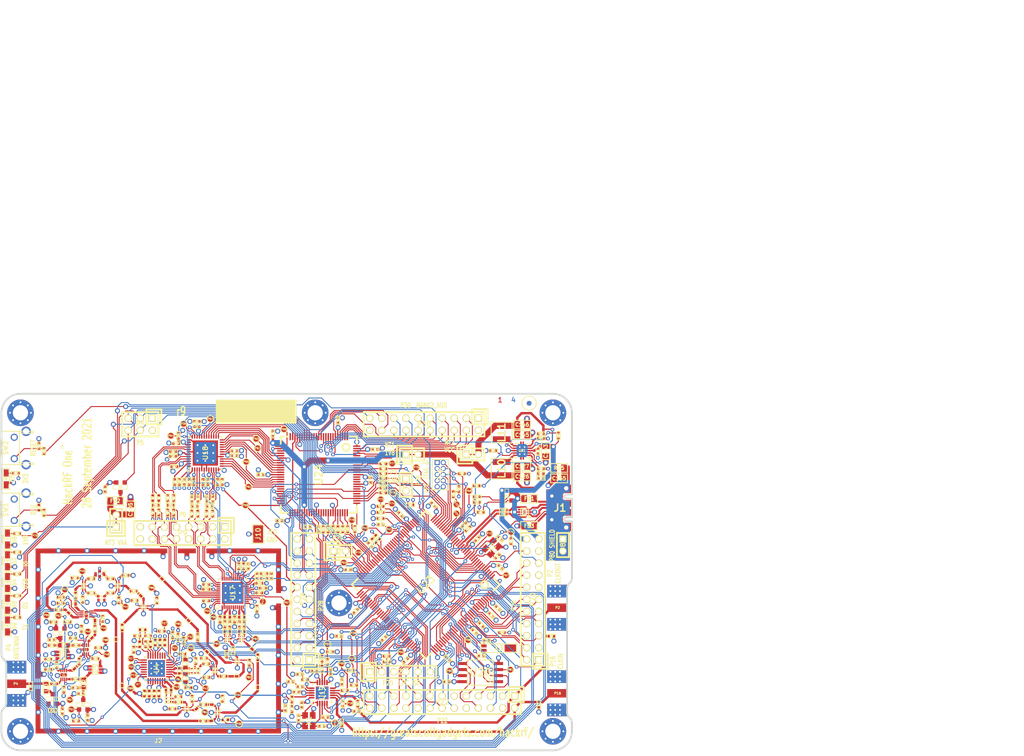
<source format=kicad_pcb>
(kicad_pcb (version 20211014) (generator pcbnew)
  (title_block (title "HackRF One") (date "2021-09-28") (rev "r9") (company "Copyright 2012-2020 Great Scott Gadgets") (comment 1 "Michael Ossmann") (comment 2 "Licensed under the CERN-OHL-P v2"))
  (layers (0 "F.Cu" signal "C1F") (1 "In1.Cu" signal "C2") (2 "In2.Cu" signal "C3") (31 "B.Cu" signal "C4B") (34 "B.Paste" user) (35 "F.Paste" user) (36 "B.SilkS" user "B.Silkscreen") (37 "F.SilkS" user "F.Silkscreen") (38 "B.Mask" user) (39 "F.Mask" user) (44 "Edge.Cuts" user))
  (net 0 "")
  (net 1 "!MIX_BYPASS")
  (net 2 "!RX_AMP_PWR")
  (net 3 "!TX_AMP_PWR")
  (net 4 "!VAA_ENABLE")
  (net 5 "/baseband/CLK0")
  (net 6 "/baseband/CLK1")
  (net 7 "/baseband/CLK2")
  (net 8 "/baseband/CLK3")
  (net 9 "/baseband/CLK5")
  (net 10 "/baseband/COM")
  (net 11 "/baseband/CPOUT+")
  (net 12 "/baseband/CPOUT-")
  (net 13 "/baseband/IA+")
  (net 14 "/baseband/IA-")
  (net 15 "/baseband/ID+")
  (net 16 "/baseband/ID-")
  (net 17 "/baseband/INTR")
  (net 18 "/baseband/OEB")
  (net 19 "/baseband/QA+")
  (net 20 "/baseband/QA-")
  (net 21 "/baseband/QD+")
  (net 22 "/baseband/QD-")
  (net 23 "/baseband/REFN")
  (net 24 "/baseband/REFP")
  (net 25 "/baseband/RXBBI+")
  (net 26 "/baseband/RXBBI-")
  (net 27 "/baseband/RXBBQ+")
  (net 28 "/baseband/RXBBQ-")
  (net 29 "/baseband/TXBBI+")
  (net 30 "/baseband/TXBBI-")
  (net 31 "/baseband/TXBBQ+")
  (net 32 "/baseband/TXBBQ-")
  (net 33 "/baseband/XA")
  (net 34 "/baseband/XB")
  (net 35 "/baseband/XCVR_CLKOUT")
  (net 36 "/baseband/XTAL2")
  (net 37 "/frontend/!ANT_BIAS")
  (net 38 "/frontend/REF_IN")
  (net 39 "/frontend/RX_AMP_OUT")
  (net 40 "/frontend/TX_AMP_IN")
  (net 41 "/frontend/TX_AMP_OUT")
  (net 42 "/mcu/usb/power/ADC0_0")
  (net 43 "/mcu/usb/power/ADC0_2")
  (net 44 "/mcu/usb/power/ADC0_5")
  (net 45 "/mcu/usb/power/ADC0_6")
  (net 46 "/mcu/usb/power/B1AUX13")
  (net 47 "/mcu/usb/power/B1AUX14")
  (net 48 "/mcu/usb/power/B2AUX1")
  (net 49 "/mcu/usb/power/B2AUX10")
  (net 50 "/mcu/usb/power/B2AUX11")
  (net 51 "/mcu/usb/power/B2AUX12")
  (net 52 "/mcu/usb/power/B2AUX13")
  (net 53 "/mcu/usb/power/B2AUX14")
  (net 54 "/mcu/usb/power/B2AUX15")
  (net 55 "/mcu/usb/power/B2AUX16")
  (net 56 "/mcu/usb/power/B2AUX2")
  (net 57 "/mcu/usb/power/B2AUX3")
  (net 58 "/mcu/usb/power/B2AUX4")
  (net 59 "/mcu/usb/power/B2AUX5")
  (net 60 "/mcu/usb/power/B2AUX6")
  (net 61 "/mcu/usb/power/B2AUX7")
  (net 62 "/mcu/usb/power/B2AUX8")
  (net 63 "/mcu/usb/power/B2AUX9")
  (net 64 "/mcu/usb/power/BANK2F3M1")
  (net 65 "/mcu/usb/power/BANK2F3M10")
  (net 66 "/mcu/usb/power/BANK2F3M11")
  (net 67 "/mcu/usb/power/BANK2F3M12")
  (net 68 "/mcu/usb/power/BANK2F3M14")
  (net 69 "/mcu/usb/power/BANK2F3M15")
  (net 70 "/mcu/usb/power/BANK2F3M16")
  (net 71 "/mcu/usb/power/BANK2F3M2")
  (net 72 "/mcu/usb/power/BANK2F3M3")
  (net 73 "/mcu/usb/power/BANK2F3M4")
  (net 74 "/mcu/usb/power/BANK2F3M5")
  (net 75 "/mcu/usb/power/BANK2F3M6")
  (net 76 "/mcu/usb/power/BANK2F3M7")
  (net 77 "/mcu/usb/power/BANK2F3M8")
  (net 78 "/mcu/usb/power/BANK2F3M9")
  (net 79 "/mcu/usb/power/CPLD_TCK")
  (net 80 "/mcu/usb/power/CPLD_TDI")
  (net 81 "/mcu/usb/power/CPLD_TDO")
  (net 82 "/mcu/usb/power/CPLD_TMS")
  (net 83 "/mcu/usb/power/DBGEN")
  (net 84 "/mcu/usb/power/DM")
  (net 85 "/mcu/usb/power/DP")
  (net 86 "/mcu/usb/power/EN1V8")
  (net 87 "/mcu/usb/power/GCK0")
  (net 88 "/mcu/usb/power/GPIO3_10")
  (net 89 "/mcu/usb/power/GPIO3_11")
  (net 90 "/mcu/usb/power/GPIO3_12")
  (net 91 "/mcu/usb/power/GPIO3_13")
  (net 92 "/mcu/usb/power/GPIO3_14")
  (net 93 "/mcu/usb/power/GPIO3_15")
  (net 94 "/mcu/usb/power/GPIO3_8")
  (net 95 "/mcu/usb/power/GPIO3_9")
  (net 96 "/mcu/usb/power/GP_CLKIN")
  (net 97 "/mcu/usb/power/I2C1_SCL")
  (net 98 "/mcu/usb/power/I2C1_SDA")
  (net 99 "/mcu/usb/power/I2S0_RX_MCLK")
  (net 100 "/mcu/usb/power/I2S0_RX_SCK")
  (net 101 "/mcu/usb/power/I2S0_RX_SDA")
  (net 102 "/mcu/usb/power/I2S0_RX_WS")
  (net 103 "/mcu/usb/power/I2S0_TX_MCLK")
  (net 104 "/mcu/usb/power/I2S0_TX_SCK")
  (net 105 "/mcu/usb/power/ISP")
  (net 106 "/mcu/usb/power/LED1")
  (net 107 "/mcu/usb/power/LED2")
  (net 108 "/mcu/usb/power/LED3")
  (net 109 "/mcu/usb/power/P1_1")
  (net 110 "/mcu/usb/power/P1_2")
  (net 111 "/mcu/usb/power/P2_13")
  (net 112 "/mcu/usb/power/P2_8")
  (net 113 "/mcu/usb/power/P2_9")
  (net 114 "/mcu/usb/power/REG_OUT1")
  (net 115 "/mcu/usb/power/REG_OUT2")
  (net 116 "/mcu/usb/power/RESET")
  (net 117 "/mcu/usb/power/RREF")
  (net 118 "/mcu/usb/power/RTCX1")
  (net 119 "/mcu/usb/power/RTCX2")
  (net 120 "/mcu/usb/power/RTC_ALARM")
  (net 121 "/mcu/usb/power/SD_CD")
  (net 122 "/mcu/usb/power/SD_CLK")
  (net 123 "/mcu/usb/power/SD_CMD")
  (net 124 "/mcu/usb/power/SD_DAT0")
  (net 125 "/mcu/usb/power/SD_DAT1")
  (net 126 "/mcu/usb/power/SD_DAT2")
  (net 127 "/mcu/usb/power/SD_DAT3")
  (net 128 "/mcu/usb/power/SD_POW")
  (net 129 "/mcu/usb/power/SD_VOLT0")
  (net 130 "/mcu/usb/power/SGPIO0")
  (net 131 "/mcu/usb/power/SGPIO1")
  (net 132 "/mcu/usb/power/SGPIO10")
  (net 133 "/mcu/usb/power/SGPIO11")
  (net 134 "/mcu/usb/power/SGPIO12")
  (net 135 "/mcu/usb/power/SGPIO13")
  (net 136 "/mcu/usb/power/SGPIO14")
  (net 137 "/mcu/usb/power/SGPIO15")
  (net 138 "/mcu/usb/power/SGPIO2")
  (net 139 "/mcu/usb/power/SGPIO3")
  (net 140 "/mcu/usb/power/SGPIO4")
  (net 141 "/mcu/usb/power/SGPIO5")
  (net 142 "/mcu/usb/power/SGPIO6")
  (net 143 "/mcu/usb/power/SGPIO7")
  (net 144 "/mcu/usb/power/SGPIO9")
  (net 145 "/mcu/usb/power/SPIFI_CS")
  (net 146 "/mcu/usb/power/SPIFI_CIPO")
  (net 147 "/mcu/usb/power/SPIFI_COPI")
  (net 148 "/mcu/usb/power/SPIFI_SCK")
  (net 149 "/mcu/usb/power/SPIFI_SIO2")
  (net 150 "/mcu/usb/power/SPIFI_SIO3")
  (net 151 "/mcu/usb/power/TCK")
  (net 152 "/mcu/usb/power/TDI")
  (net 153 "/mcu/usb/power/TDO")
  (net 154 "/mcu/usb/power/TMS")
  (net 155 "/mcu/usb/power/U0_RXD")
  (net 156 "/mcu/usb/power/U0_TXD")
  (net 157 "/mcu/usb/power/USB_SHIELD")
  (net 158 "/mcu/usb/power/VBAT")
  (net 159 "/mcu/usb/power/VBUS")
  (net 160 "/mcu/usb/power/VBUSCTRL")
  (net 161 "/mcu/usb/power/VIN")
  (net 162 "/mcu/usb/power/VREGMODE")
  (net 163 "/mcu/usb/power/WAKEUP")
  (net 164 "/mcu/usb/power/XTAL1")
  (net 165 "/mcu/usb/power/XTAL2")
  (net 166 "AMP_BYPASS")
  (net 167 "CLK6")
  (net 168 "CLKIN")
  (net 169 "CLKOUT")
  (net 170 "CS_AD")
  (net 171 "CS_XCVR")
  (net 172 "DA0")
  (net 173 "DA1")
  (net 174 "DA2")
  (net 175 "DA3")
  (net 176 "DA4")
  (net 177 "DA5")
  (net 178 "DA6")
  (net 179 "DA7")
  (net 180 "DD0")
  (net 181 "DD1")
  (net 182 "DD2")
  (net 183 "DD3")
  (net 184 "DD4")
  (net 185 "DD5")
  (net 186 "DD6")
  (net 187 "DD7")
  (net 188 "DD8")
  (net 189 "DD9")
  (net 190 "GCK1")
  (net 191 "GCK2")
  (net 192 "GND")
  (net 193 "HP")
  (net 194 "LP")
  (net 195 "MCU_CLK")
  (net 196 "MIXER_ENX")
  (net 197 "MIXER_RESETX")
  (net 198 "MIXER_SCLK")
  (net 199 "MIXER_SDATA")
  (net 200 "MIX_BYPASS")
  (net 201 "MIX_CLK")
  (net 202 "RSSI")
  (net 203 "RX")
  (net 204 "RXENABLE")
  (net 205 "RX_AMP")
  (net 206 "RX_IF")
  (net 207 "RX_MIX_BP")
  (net 208 "SCL")
  (net 209 "SDA")
  (net 210 "SGPIO_CLK")
  (net 211 "SSP1_CIPO")
  (net 212 "SSP1_COPI")
  (net 213 "SSP1_SCK")
  (net 214 "TXENABLE")
  (net 215 "TX_AMP")
  (net 216 "TX_IF")
  (net 217 "TX_MIX_BP")
  (net 218 "VAA")
  (net 219 "VCC")
  (net 220 "XCVR_EN")
  (net 221 "Net-(C8-Pad2)")
  (net 222 "Net-(C9-Pad2)")
  (net 223 "Net-(C9-Pad1)")
  (net 224 "Net-(C12-Pad1)")
  (net 225 "Net-(C13-Pad1)")
  (net 226 "Net-(C14-Pad2)")
  (net 227 "Net-(C14-Pad1)")
  (net 228 "Net-(C15-Pad2)")
  (net 229 "Net-(C17-Pad2)")
  (net 230 "Net-(C17-Pad1)")
  (net 231 "Net-(C18-Pad2)")
  (net 232 "Net-(C18-Pad1)")
  (net 233 "Net-(C20-Pad2)")
  (net 234 "Net-(C20-Pad1)")
  (net 235 "Net-(C21-Pad2)")
  (net 236 "Net-(C21-Pad1)")
  (net 237 "Net-(C23-Pad2)")
  (net 238 "Net-(C23-Pad1)")
  (net 239 "Net-(C25-Pad1)")
  (net 240 "Net-(C26-Pad2)")
  (net 241 "Net-(C26-Pad1)")
  (net 242 "Net-(C27-Pad2)")
  (net 243 "Net-(C27-Pad1)")
  (net 244 "Net-(C28-Pad2)")
  (net 245 "Net-(C28-Pad1)")
  (net 246 "Net-(C31-Pad2)")
  (net 247 "Net-(C31-Pad1)")
  (net 248 "Net-(C32-Pad2)")
  (net 249 "Net-(C32-Pad1)")
  (net 250 "Net-(C43-Pad2)")
  (net 251 "Net-(C43-Pad1)")
  (net 252 "Net-(C44-Pad2)")
  (net 253 "Net-(C44-Pad1)")
  (net 254 "Net-(C46-Pad2)")
  (net 255 "Net-(C46-Pad1)")
  (net 256 "Net-(C48-Pad1)")
  (net 257 "Net-(C49-Pad2)")
  (net 258 "Net-(C50-Pad1)")
  (net 259 "Net-(C51-Pad2)")
  (net 260 "Net-(C51-Pad1)")
  (net 261 "Net-(C163-Pad2)")
  (net 262 "Net-(C58-Pad2)")
  (net 263 "Net-(C59-Pad2)")
  (net 264 "Net-(C61-Pad2)")
  (net 265 "Net-(C61-Pad1)")
  (net 266 "Net-(C62-Pad2)")
  (net 267 "Net-(C64-Pad2)")
  (net 268 "Net-(C64-Pad1)")
  (net 269 "Net-(C99-Pad2)")
  (net 270 "Net-(C99-Pad1)")
  (net 271 "Net-(C102-Pad2)")
  (net 272 "Net-(C102-Pad1)")
  (net 273 "Net-(C104-Pad2)")
  (net 274 "Net-(C104-Pad1)")
  (net 275 "Net-(C105-Pad1)")
  (net 276 "Net-(C106-Pad1)")
  (net 277 "Net-(C111-Pad2)")
  (net 278 "Net-(C111-Pad1)")
  (net 279 "Net-(C114-Pad2)")
  (net 280 "Net-(C114-Pad1)")
  (net 281 "Net-(C125-Pad2)")
  (net 282 "Net-(C160-Pad1)")
  (net 283 "Net-(D2-Pad2)")
  (net 284 "Net-(D4-Pad2)")
  (net 285 "Net-(D5-Pad2)")
  (net 286 "Net-(D6-Pad2)")
  (net 287 "Net-(D7-Pad2)")
  (net 288 "Net-(D8-Pad2)")
  (net 289 "Net-(FB1-Pad1)")
  (net 290 "Net-(FB2-Pad1)")
  (net 291 "Net-(FB3-Pad1)")
  (net 292 "Net-(J1-Pad4)")
  (net 293 "Net-(J1-Pad3)")
  (net 294 "Net-(J1-Pad2)")
  (net 295 "Net-(L1-Pad2)")
  (net 296 "Net-(L1-Pad1)")
  (net 297 "Net-(L2-Pad1)")
  (net 298 "Net-(L3-Pad1)")
  (net 299 "Net-(L10-Pad1)")
  (net 300 "Net-(L11-Pad2)")
  (net 301 "Net-(L13-Pad1)")
  (net 302 "Net-(P6-Pad1)")
  (net 303 "Net-(P7-Pad1)")
  (net 304 "Net-(P17-Pad1)")
  (net 305 "Net-(P19-Pad1)")
  (net 306 "Net-(P24-Pad1)")
  (net 307 "Net-(R4-Pad2)")
  (net 308 "Net-(R30-Pad2)")
  (net 309 "Net-(R19-Pad2)")
  (net 310 "Net-(R51-Pad1)")
  (net 311 "Net-(R52-Pad2)")
  (net 312 "Net-(R55-Pad2)")
  (net 313 "Net-(R62-Pad1)")
  (net 314 "/frontend/RX_AMP_IN")
  (net 315 "+1V8")
  (net 316 "Net-(P25-Pad3)")
  (net 317 "Net-(P26-Pad7)")
  (net 318 "Net-(U4-Pad1)")
  (net 319 "Net-(U4-Pad2)")
  (net 320 "Net-(U4-Pad3)")
  (net 321 "Net-(U4-Pad11)")
  (net 322 "Net-(U4-Pad13)")
  (net 323 "Net-(U4-Pad14)")
  (net 324 "Net-(U4-Pad17)")
  (net 325 "Net-(U4-Pad18)")
  (net 326 "Net-(U4-Pad20)")
  (net 327 "Net-(U4-Pad21)")
  (net 328 "Net-(U9-Pad2)")
  (net 329 "Net-(U12-Pad2)")
  (net 330 "Net-(U14-Pad2)")
  (net 331 "Net-(U15-Pad4)")
  (net 332 "Net-(U15-Pad6)")
  (net 333 "Net-(U17-Pad3)")
  (net 334 "Net-(U17-Pad6)")
  (net 335 "Net-(U17-Pad8)")
  (net 336 "Net-(U17-Pad9)")
  (net 337 "Net-(U17-Pad12)")
  (net 338 "Net-(U17-Pad14)")
  (net 339 "Net-(U17-Pad18)")
  (net 340 "Net-(U17-Pad33)")
  (net 341 "Net-(U17-Pad34)")
  (net 342 "Net-(U17-Pad40)")
  (net 343 "Net-(U18-Pad38)")
  (net 344 "Net-(U23-Pad85)")
  (net 345 "Net-(U23-Pad89)")
  (net 346 "Net-(U23-Pad90)")
  (net 347 "Net-(U24-Pad14)")
  (net 348 "Net-(U24-Pad15)")
  (net 349 "Net-(U24-Pad16)")
  (net 350 "Net-(U24-Pad20)")
  (net 351 "Net-(U24-Pad25)")
  (net 352 "Net-(U24-Pad44)")
  (net 353 "Net-(U24-Pad46)")
  (net 354 "Net-(U24-Pad49)")
  (net 355 "Net-(U24-Pad50)")
  (net 356 "Net-(U24-Pad52)")
  (net 357 "Net-(U24-Pad53)")
  (net 358 "Net-(U24-Pad54)")
  (net 359 "Net-(U24-Pad58)")
  (net 360 "Net-(U24-Pad59)")
  (net 361 "Net-(U24-Pad60)")
  (net 362 "Net-(U24-Pad63)")
  (net 363 "Net-(U24-Pad65)")
  (net 364 "Net-(U24-Pad66)")
  (net 365 "Net-(U24-Pad68)")
  (net 366 "Net-(U24-Pad73)")
  (net 367 "Net-(U24-Pad75)")
  (net 368 "Net-(U24-Pad80)")
  (net 369 "Net-(U24-Pad82)")
  (net 370 "Net-(U24-Pad85)")
  (net 371 "Net-(U24-Pad86)")
  (net 372 "Net-(U24-Pad87)")
  (net 373 "Net-(U24-Pad93)")
  (net 374 "Net-(U24-Pad95)")
  (net 375 "Net-(U24-Pad96)")
  (footprint "gsg-modules:LTST-S220" (layer "F.Cu") (at 61.27 148.838 -90)
    (fp_text reference "D6")
    (fp_text value "TXLED" hide)
  )
  (footprint "gsg-modules:LTST-S220" (layer "F.Cu") (at 61.27 139.694 -90)
    (fp_text reference "D4")
    (fp_text value "USBLED" hide)
  )
  (footprint "gsg-modules:LTST-S220" (layer "F.Cu") (at 61.27 130.55 -90)
    (fp_text reference "D8")
    (fp_text value "1V8LED" hide)
  )
  (footprint "gsg-modules:LTST-S220" (layer "F.Cu") (at 61.27 144.266 -90)
    (fp_text reference "D5")
    (fp_text value "RXLED" hide)
  )
  (footprint "gsg-modules:LTST-S220" (layer "F.Cu") (at 61.27 135.122 -90)
    (fp_text reference "D2")
    (fp_text value "VAALED" hide)
  )
  (footprint "GSG-TESTPOINT-30MIL-MASKONLY" (layer "F.Cu") (at 89.31402 142.49908)
    (fp_text reference "TESTPOINT-30MIL-MASKONLY" hide)
    (fp_text value "VAL**" hide)
  )
  (footprint "GSG-TESTPOINT-30MIL-MASKONLY" (layer "F.Cu") (at 84.1046 151.6574)
    (fp_text reference "TESTPOINT-30MIL-MASKONLY" hide)
    (fp_text value "VAL**" hide)
  )
  (footprint "GSG-TESTPOINT-30MIL-MASKONLY" (layer "F.Cu") (at 75.57516 144.21358)
    (fp_text reference "TESTPOINT-30MIL-MASKONLY" hide)
    (fp_text value "VAL**" hide)
  )
  (footprint "GSG-TESTPOINT-30MIL-MASKONLY" (layer "F.Cu") (at 74.0537 146.1516)
    (fp_text reference "TESTPOINT-30MIL-MASKONLY" hide)
    (fp_text value "VAL**" hide)
  )
  (footprint "GSG-TESTPOINT-30MIL-MASKONLY" (layer "F.Cu") (at 93.782 138.932)
    (fp_text reference "TESTPOINT-30MIL-MASKONLY" hide)
    (fp_text value "VAL**" hide)
  )
  (footprint "GSG-TESTPOINT-30MIL-MASKONLY" (layer "F.Cu") (at 85.4 161.3602)
    (fp_text reference "TESTPOINT-30MIL-MASKONLY" hide)
    (fp_text value "VAL**" hide)
  )
  (footprint "GSG-TESTPOINT-30MIL-MASKONLY" (layer "F.Cu") (at 75.33894 157.8483)
    (fp_text reference "TESTPOINT-30MIL-MASKONLY" hide)
    (fp_text value "VAL**" hide)
  )
  (footprint "GSG-TESTPOINT-30MIL-MASKONLY" (layer "F.Cu") (at 79.0321 151.36114)
    (fp_text reference "TESTPOINT-30MIL-MASKONLY" hide)
    (fp_text value "VAL**" hide)
  )
  (footprint "GSG-TESTPOINT-30MIL-MASKONLY" (layer "F.Cu") (at 113.919 161.74974)
    (fp_text reference "TESTPOINT-30MIL-MASKONLY" hide)
    (fp_text value "VAL**" hide)
  )
  (footprint "GSG-TESTPOINT-30MIL-MASKONLY" (layer "F.Cu") (at 104.11206 168.79824)
    (fp_text reference "TESTPOINT-30MIL-MASKONLY" hide)
    (fp_text value "VAL**" hide)
  )
  (footprint "GSG-TESTPOINT-30MIL-MASKONLY" (layer "F.Cu") (at 104.25176 165.37432)
    (fp_text reference "TESTPOINT-30MIL-MASKONLY" hide)
    (fp_text value "VAL**" hide)
  )
  (footprint "GSG-TESTPOINT-30MIL-MASKONLY" (layer "F.Cu") (at 101.0158 166.26332)
    (fp_text reference "TESTPOINT-30MIL-MASKONLY" hide)
    (fp_text value "VAL**" hide)
  )
  (footprint "GSG-TESTPOINT-30MIL-MASKONLY" (layer "F.Cu") (at 79.6671 147.71116)
    (fp_text reference "TESTPOINT-30MIL-MASKONLY" hide)
    (fp_text value "VAL**" hide)
  )
  (footprint "GSG-TESTPOINT-30MIL-MASKONLY" (layer "F.Cu") (at 109.47654 159.42564)
    (fp_text reference "TESTPOINT-30MIL-MASKONLY" hide)
    (fp_text value "VAL**" hide)
  )
  (footprint "GSG-TESTPOINT-30MIL-MASKONLY" (layer "F.Cu") (at 99.36226 147.6883)
    (fp_text reference "TESTPOINT-30MIL-MASKONLY" hide)
    (fp_text value "VAL**" hide)
  )
  (footprint "GSG-TESTPOINT-30MIL-MASKONLY" (layer "F.Cu") (at 103.23068 154.2796)
    (fp_text reference "TESTPOINT-30MIL-MASKONLY" hide)
    (fp_text value "VAL**" hide)
  )
  (footprint "GSG-TESTPOINT-30MIL-MASKONLY" (layer "F.Cu") (at 112.71504 153.71064)
    (fp_text reference "TESTPOINT-30MIL-MASKONLY" hide)
    (fp_text value "VAL**" hide)
  )
  (footprint "gsg-modules:LTST-S220" (layer "F.Cu") (at 61 117.9 -90)
    (fp_text reference "D7")
    (fp_text value "VCCLED" hide)
  )
  (footprint "GSG-MARK1MM" (layer "F.Cu") (at 171 102)
    (fp_text reference "MARK1MM" hide)
    (fp_text value "VAL**" hide)
  )
  (footprint "hackrf:GSG-0402" (layer "F.Cu") (at 91.0964 163.0468 -90)
    (fp_text reference "C1")
    (fp_text value "33pF" hide)
  )
  (footprint "hackrf:GSG-0402" (layer "F.Cu") (at 90.0804 163.0468 -90)
    (fp_text reference "C2")
    (fp_text value "10nF" hide)
  )
  (footprint "hackrf:GSG-0402" (layer "F.Cu") (at 93.1284 163.0468 -90)
    (fp_text reference "C3")
    (fp_text value "33pF" hide)
  )
  (footprint "hackrf:GSG-0402" (layer "F.Cu") (at 92.1124 163.0468 -90)
    (fp_text reference "C4")
    (fp_text value "10nF" hide)
  )
  (footprint "hackrf:GSG-0402" (layer "F.Cu") (at 92.341 152.328 90)
    (fp_text reference "C5")
    (fp_text value "33pF" hide)
  )
  (footprint "hackrf:GSG-0402" (layer "F.Cu") (at 93.357 152.328 90)
    (fp_text reference "C6")
    (fp_text value "10nF" hide)
  )
  (footprint "hackrf:GSG-0402" (layer "F.Cu") (at 107.084 168.5762 180)
    (fp_text reference "C7")
    (fp_text value "33pF" hide)
  )
  (footprint "hackrf:GSG-0402" (layer "F.Cu") (at 113.919 155.448 -90)
    (fp_text reference "C8")
    (fp_text value "22pF" hide)
  )
  (footprint "hackrf:GSG-0402" (layer "F.Cu") (at 85.4 149.1682 90)
    (fp_text reference "C9")
    (fp_text value "100nF" hide)
  )
  (footprint "hackrf:GSG-0402" (layer "F.Cu") (at 87.9808 143.4816)
    (fp_text reference "C10")
    (fp_text value "10nF" hide)
  )
  (footprint "hackrf:GSG-0402" (layer "F.Cu") (at 84.7138 143.4622 90)
    (fp_text reference "C11")
    (fp_text value "33pF" hide)
  )
  (footprint "hackrf:GSG-0402" (layer "F.Cu") (at 87.7944 153.8266 -90)
    (fp_text reference "C12")
    (fp_text value "330pF" hide)
  )
  (footprint "hackrf:GSG-0402" (layer "F.Cu") (at 88.5564 150.9056 180)
    (fp_text reference "C13")
    (fp_text value "330pF" hide)
  )
  (footprint "hackrf:GSG-0402" (layer "F.Cu") (at 90.3344 152.6836 90)
    (fp_text reference "C14")
    (fp_text value "8p2" hide)
  )
  (footprint "hackrf:GSG-0402" (layer "F.Cu") (at 90.8424 150.9056)
    (fp_text reference "C15")
    (fp_text value "180pF" hide)
  )
  (footprint "hackrf:GSG-0402" (layer "F.Cu") (at 106.4998 164.1566 90)
    (fp_text reference "C16")
    (fp_text value "10nF" hide)
  )
  (footprint "hackrf:GSG-0402" (layer "F.Cu") (at 82.9358 141.9382)
    (fp_text reference "C17")
    (fp_text value "100nF" hide)
  )
  (footprint "hackrf:GSG-0402" (layer "F.Cu") (at 78.8718 141.9382)
    (fp_text reference "C18")
    (fp_text value "100nF" hide)
  )
  (footprint "hackrf:GSG-0402" (layer "F.Cu") (at 77.0938 143.3352 90)
    (fp_text reference "C19")
    (fp_text value "10nF" hide)
  )
  (footprint "hackrf:GSG-0402" (layer "F.Cu") (at 87.8078 141.5288)
    (fp_text reference "C20")
    (fp_text value "100nF" hide)
  )
  (footprint "hackrf:GSG-0402" (layer "F.Cu") (at 102.4382 165.3794 180)
    (fp_text reference "C21")
    (fp_text value "22pF" hide)
  )
  (footprint "hackrf:GSG-0402" (layer "F.Cu") (at 95.9732 166.2726)
    (fp_text reference "C22")
    (fp_text value "10nF" hide)
  )
  (footprint "hackrf:GSG-0402" (layer "F.Cu") (at 101.2698 151.1808 90)
    (fp_text reference "C23")
    (fp_text value "100nF" hide)
  )
  (footprint "hackrf:GSG-0402" (layer "F.Cu") (at 92.6798 143.4816 -90)
    (fp_text reference "C24")
    (fp_text value "33pF" hide)
  )
  (footprint "hackrf:GSG-0402" (layer "F.Cu") (at 97.1924 163.7326)
    (fp_text reference "C25")
    (fp_text value "100nF" hide)
  )
  (footprint "hackrf:GSG-0402" (layer "F.Cu") (at 78.8718 138.8902 180)
    (fp_text reference "C26")
    (fp_text value "47pF" hide)
  )
  (footprint "hackrf:GSG-0402" (layer "F.Cu") (at 82.9358 138.8902)
    (fp_text reference "C27")
    (fp_text value "47pF" hide)
  )
  (footprint "hackrf:GSG-0402" (layer "F.Cu") (at 97.1924 164.8756)
    (fp_text reference "C28")
    (fp_text value "100nF" hide)
  )
  (footprint "hackrf:GSG-0402" (layer "F.Cu") (at 75.4174 138.7124 180)
    (fp_text reference "C29")
    (fp_text value "33pF" hide)
  )
  (footprint "hackrf:GSG-0402" (layer "F.Cu") (at 86.1 138.2)
    (fp_text reference "C30")
    (fp_text value "10nF" hide)
  )
  (footprint "hackrf:GSG-0402" (layer "F.Cu") (at 75.5952 142.4462 90)
    (fp_text reference "C31")
    (fp_text value "100nF" hide)
  )
  (footprint "hackrf:GSG-0402" (layer "F.Cu") (at 102.4382 168.8084 180)
    (fp_text reference "C32")
    (fp_text value "22pF" hide)
  )
  (footprint "hackrf:GSG-0402" (layer "F.Cu") (at 100.1134 164.139 90)
    (fp_text reference "C33")
    (fp_text value "33pF" hide)
  )
  (footprint "hackrf:GSG-0402" (layer "F.Cu") (at 98.31 151.9216 90)
    (fp_text reference "C34")
    (fp_text value "33pF" hide)
  )
  (footprint "hackrf:GSG-0402" (layer "F.Cu") (at 97.167 151.1596 90)
    (fp_text reference "C35")
    (fp_text value "33pF" hide)
  )
  (footprint "hackrf:GSG-0402" (layer "F.Cu") (at 96.024 150.7786 90)
    (fp_text reference "C36")
    (fp_text value "33pF" hide)
  )
  (footprint "hackrf:GSG-0402" (layer "F.Cu") (at 93.738 149.915 180)
    (fp_text reference "C37")
    (fp_text value "33pF" hide)
  )
  (footprint "hackrf:GSG-0402" (layer "F.Cu") (at 72.4456 142.8272)
    (fp_text reference "C38")
    (fp_text value "33pF" hide)
  )
  (footprint "hackrf:GSG-0402" (layer "F.Cu") (at 81.3054 147.3454 90)
    (fp_text reference "C39")
    (fp_text value "33pF" hide)
  )
  (footprint "hackrf:GSG-0402" (layer "F.Cu") (at 72.4456 144.0718)
    (fp_text reference "C40")
    (fp_text value "33pF" hide)
  )
  (footprint "hackrf:GSG-0402" (layer "F.Cu") (at 99.326 161.8276)
    (fp_text reference "C41")
    (fp_text value "100pF" hide)
  )
  (footprint "hackrf:GSG-0402" (layer "F.Cu") (at 98.056 154.7156 180)
    (fp_text reference "C42")
    (fp_text value "100pF" hide)
  )
  (footprint "hackrf:GSG-0402" (layer "F.Cu") (at 72.009 145.415 180)
    (fp_text reference "C43")
    (fp_text value "22pF" hide)
  )
  (footprint "hackrf:GSG-0402" (layer "F.Cu") (at 79.6798 149.4282 90)
    (fp_text reference "C44")
    (fp_text value "100nF" hide)
  )
  (footprint "hackrf:GSG-0402" (layer "F.Cu") (at 102.5906 155.6512)
    (fp_text reference "C45")
    (fp_text value "33pF" hide)
  )
  (footprint "hackrf:GSG-0402" (layer "F.Cu") (at 103.0478 156.7942 180)
    (fp_text reference "C46")
    (fp_text value "100nF" hide)
  )
  (footprint "hackrf:GSG-0402" (layer "F.Cu") (at 112.1664 156.5656 90)
    (fp_text reference "C47")
    (fp_text value "33pF" hide)
  )
  (footprint "hackrf:GSG-0402" (layer "F.Cu") (at 108.7374 154.0002 90)
    (fp_text reference "C48")
    (fp_text value "22pF" hide)
  )
  (footprint "hackrf:GSG-0402" (layer "F.Cu") (at 100.85 156.2396 -90)
    (fp_text reference "C49")
    (fp_text value "100nF" hide)
  )
  (footprint "hackrf:GSG-0402" (layer "F.Cu") (at 75.678 152.92)
    (fp_text reference "C50")
    (fp_text value "100nF" hide)
  )
  (footprint "hackrf:GSG-0402" (layer "F.Cu") (at 106.7414 159.434 180)
    (fp_text reference "C51")
    (fp_text value "22pF" hide)
  )
  (footprint "hackrf:GSG-0402" (layer "F.Cu") (at 70.598 152.92 180)
    (fp_text reference "C52")
    (fp_text value "100pF" hide)
  )
  (footprint "hackrf:GSG-0402" (layer "F.Cu") (at 70.9474 147.9998 180)
    (fp_text reference "C53")
    (fp_text value "1uF" hide)
  )
  (footprint "hackrf:GSG-0402" (layer "F.Cu") (at 103.124 159.6644 180)
    (fp_text reference "C54")
    (fp_text value "10nF" hide)
  )
  (footprint "hackrf:GSG-0402" (layer "F.Cu") (at 80.377 153.428)
    (fp_text reference "C55")
    (fp_text value "33pF" hide)
  )
  (footprint "hackrf:GSG-0402" (layer "F.Cu") (at 107.3912 154.8638 90)
    (fp_text reference "C56")
    (fp_text value "10nF" hide)
  )
  (footprint "hackrf:GSG-0402" (layer "F.Cu") (at 76.835 149.4282 90)
    (fp_text reference "C57")
    (fp_text value "33pF" hide)
  )
  (footprint "hackrf:GSG-0402" (layer "F.Cu") (at 71.614 157.111 90)
    (fp_text reference "C58")
    (fp_text value "100nF" hide)
  )
  (footprint "hackrf:GSG-0402" (layer "F.Cu") (at 79.742 155.714)
    (fp_text reference "C59")
    (fp_text value "100nF" hide)
  )
  (footprint "hackrf:GSG-0402" (layer "F.Cu") (at 75.043 151.396)
    (fp_text reference "C60")
    (fp_text value "33pF" hide)
  )
  (footprint "hackrf:GSG-0402" (layer "F.Cu") (at 76.3638 156.3236 90)
    (fp_text reference "C61")
    (fp_text value "100nF" hide)
  )
  (footprint "hackrf:GSG-0402" (layer "F.Cu") (at 75.551 160.032)
    (fp_text reference "C62")
    (fp_text value "100nF" hide)
  )
  (footprint "hackrf:GSG-0402" (layer "F.Cu") (at 73.0872 162.2418 -90)
    (fp_text reference "C63")
    (fp_text value "33pF" hide)
  )
  (footprint "hackrf:GSG-0402" (layer "F.Cu") (at 71.1 161 180)
    (fp_text reference "C64")
    (fp_text value "100nF" hide)
  )
  (footprint "hackrf:GSG-0402" (layer "F.Cu") (at 69.836 158)
    (fp_text reference "C65")
    (fp_text value "33pF" hide)
  )
  (footprint "hackrf:GSG-0402" (layer "F.Cu") (at 69.836 155.841)
    (fp_text reference "C66")
    (fp_text value "33pF" hide)
  )
  (footprint "hackrf:GSG-0402" (layer "F.Cu") (at 121.0802 164.2964 -90)
    (fp_text reference "C67")
    (fp_text value "33pF" hide)
  )
  (footprint "hackrf:GSG-0402" (layer "F.Cu") (at 127.4624 155.7214 90)
    (fp_text reference "C68")
    (fp_text value "100pF" hide)
  )
  (footprint "hackrf:GSG-0402" (layer "F.Cu") (at 129.088 154.2736)
    (fp_text reference "C69")
    (fp_text value "100pF" hide)
  )
  (footprint "hackrf:GSG-0402" (layer "F.Cu") (at 121.0802 166.3284 -90)
    (fp_text reference "C70")
    (fp_text value "100pF" hide)
  )
  (footprint "hackrf:GSG-0402" (layer "F.Cu") (at 100.4824 118.5578 -90)
    (fp_text reference "C71")
    (fp_text value "100nF" hide)
  )
  (footprint "hackrf:GSG-0402" (layer "F.Cu") (at 99.4664 118.5578 -90)
    (fp_text reference "C72")
    (fp_text value "2.2uF" hide)
  )
  (footprint "hackrf:GSG-0402" (layer "F.Cu") (at 103.4034 118.5578 -90)
    (fp_text reference "C73")
    (fp_text value "100nF" hide)
  )
  (footprint "hackrf:GSG-0402" (layer "F.Cu") (at 102.3874 118.5578 -90)
    (fp_text reference "C74")
    (fp_text value "2.2uF" hide)
  )
  (footprint "hackrf:GSG-0402" (layer "F.Cu") (at 105.4354 118.5578 -90)
    (fp_text reference "C75")
    (fp_text value "100nF" hide)
  )
  (footprint "hackrf:GSG-0402" (layer "F.Cu") (at 106.4514 118.5578 -90)
    (fp_text reference "C76")
    (fp_text value "2.2uF" hide)
  )
  (footprint "hackrf:GSG-0402" (layer "F.Cu") (at 101.6254 106.3658 90)
    (fp_text reference "C77")
    (fp_text value "100nF" hide)
  )
  (footprint "hackrf:GSG-0402" (layer "F.Cu") (at 100.6094 106.3658 90)
    (fp_text reference "C78")
    (fp_text value "2.2uF" hide)
  )
  (footprint "hackrf:GSG-0402" (layer "F.Cu") (at 96.7359 110.4933 180)
    (fp_text reference "C79")
    (fp_text value "100nF" hide)
  )
  (footprint "hackrf:GSG-0402" (layer "F.Cu") (at 97.2439 108.8423 90)
    (fp_text reference "C80")
    (fp_text value "2.2uF" hide)
  )
  (footprint "hackrf:GSG-0402" (layer "F.Cu") (at 96.1009 113.1603 180)
    (fp_text reference "C81")
    (fp_text value "100nF" hide)
  )
  (footprint "hackrf:GSG-0402" (layer "F.Cu") (at 96.1009 112.1443 180)
    (fp_text reference "C82")
    (fp_text value "2.2uF" hide)
  )
  (footprint "hackrf:GSG-0402" (layer "F.Cu") (at 96.3549 115.3193 180)
    (fp_text reference "C83")
    (fp_text value "100nF" hide)
  )
  (footprint "hackrf:GSG-0402" (layer "F.Cu") (at 105.9815 147.4851 -90)
    (fp_text reference "C84")
    (fp_text value "22pF" hide)
  )
  (footprint "hackrf:GSG-0402" (layer "F.Cu") (at 109.0295 147.4851 -90)
    (fp_text reference "C85")
    (fp_text value "22pF" hide)
  )
  (footprint "hackrf:GSG-0402" (layer "F.Cu") (at 113.7285 145.1991 -90)
    (fp_text reference "C86")
    (fp_text value "22pF" hide)
  )
  (footprint "hackrf:GSG-0402" (layer "F.Cu") (at 114.2365 141.8971)
    (fp_text reference "C87")
    (fp_text value "10nF" hide)
  )
  (footprint "hackrf:GSG-0402" (layer "F.Cu") (at 114.9985 140.8811)
    (fp_text reference "C88")
    (fp_text value "10nF" hide)
  )
  (footprint "hackrf:GSG-0402" (layer "F.Cu") (at 114.2365 139.8651)
    (fp_text reference "C89")
    (fp_text value "10nF" hide)
  )
  (footprint "hackrf:GSG-0402" (layer "F.Cu") (at 109.9185 136.3091 90)
    (fp_text reference "C90")
    (fp_text value "100pF" hide)
  )
  (footprint "hackrf:GSG-0402" (layer "F.Cu") (at 110.9345 136.3091 90)
    (fp_text reference "C91")
    (fp_text value "100nF" hide)
  )
  (footprint "hackrf:GSG-0402" (layer "F.Cu") (at 103.0605 140.1191 180)
    (fp_text reference "C92")
    (fp_text value "10nF" hide)
  )
  (footprint "hackrf:GSG-0402" (layer "F.Cu") (at 103.0605 141.1351 180)
    (fp_text reference "C93")
    (fp_text value "10nF" hide)
  )
  (footprint "hackrf:GSG-0402" (layer "F.Cu") (at 103.0605 143.5481 180)
    (fp_text reference "C94")
    (fp_text value "22pF" hide)
  )
  (footprint "hackrf:GSG-0402" (layer "F.Cu") (at 92.456 123.46)
    (fp_text reference "C95")
    (fp_text value "22pF" hide)
  )
  (footprint "hackrf:GSG-0402" (layer "F.Cu") (at 95.5802 123.46)
    (fp_text reference "C96")
    (fp_text value "22pF" hide)
  )
  (footprint "hackrf:GSG-0402" (layer "F.Cu") (at 96.4184 118.5578 -90)
    (fp_text reference "C97")
    (fp_text value "330nF" hide)
  )
  (footprint "hackrf:GSG-0402" (layer "F.Cu") (at 97.4344 118.5578 -90)
    (fp_text reference "C98")
    (fp_text value "330nF" hide)
  )
  (footprint "hackrf:GSG-0402" (layer "F.Cu") (at 106.9975 148.5011 -90)
    (fp_text reference "C99")
    (fp_text value "22pF" hide)
  )
  (footprint "hackrf:GSG-0402" (layer "F.Cu") (at 98.4504 118.5578 -90)
    (fp_text reference "C100")
    (fp_text value "330nF" hide)
  )
  (footprint "hackrf:GSG-0402" (layer "F.Cu") (at 100.6475 123.7013)
    (fp_text reference "C101")
    (fp_text value "22pF" hide)
  )
  (footprint "hackrf:GSG-0402" (layer "F.Cu") (at 108.0135 148.5011 -90)
    (fp_text reference "C102")
    (fp_text value "22pF" hide)
  )
  (footprint "hackrf:GSG-0402" (layer "F.Cu") (at 103.7717 123.7013)
    (fp_text reference "C103")
    (fp_text value "22pF" hide)
  )
  (footprint "hackrf:GSG-0402" (layer "F.Cu") (at 110.0455 148.5011 -90)
    (fp_text reference "C104")
    (fp_text value "3pF" hide)
  )
  (footprint "hackrf:GSG-0805" (layer "F.Cu") (at 87.1526 124.3524 90)
    (fp_text reference "C105")
    (fp_text value "10uF" hide)
  )
  (footprint "hackrf:GSG-0402" (layer "F.Cu") (at 111.9505 136.3091 90)
    (fp_text reference "C106")
    (fp_text value "1uF" hide)
  )
  (footprint "hackrf:GSG-0402" (layer "F.Cu") (at 104.4702 122.1646 90)
    (fp_text reference "C107")
    (fp_text value "22pF" hide)
  )
  (footprint "hackrf:GSG-0402" (layer "F.Cu") (at 103.2002 122.1646 90)
    (fp_text reference "C108")
    (fp_text value "22pF" hide)
  )
  (footprint "hackrf:GSG-0402" (layer "F.Cu") (at 101.346 122.1646 90)
    (fp_text reference "C109")
    (fp_text value "22pF" hide)
  )
  (footprint "hackrf:GSG-0402" (layer "F.Cu") (at 100.076 122.1646 90)
    (fp_text reference "C110")
    (fp_text value "22pF" hide)
  )
  (footprint "hackrf:GSG-0402" (layer "F.Cu") (at 111.0615 148.5011 -90)
    (fp_text reference "C111")
    (fp_text value "3pF" hide)
  )
  (footprint "hackrf:GSG-0402" (layer "F.Cu") (at 113.7285 138.3411 -90)
    (fp_text reference "C112")
    (fp_text value "180pF" hide)
  )
  (footprint "hackrf:GSG-0402" (layer "F.Cu") (at 123.1512 165.466 -90)
    (fp_text reference "C113")
    (fp_text value "100nF" hide)
  )
  (footprint "hackrf:GSG-0402" (layer "F.Cu") (at 116.7765 138.3411 -90)
    (fp_text reference "C114")
    (fp_text value "3.3nF" hide)
  )
  (footprint "hackrf:GSG-0402" (layer "F.Cu") (at 122.8142 161.6142 180)
    (fp_text reference "C115")
    (fp_text value "33pF" hide)
  )
  (footprint "hackrf:GSG-0402" (layer "F.Cu") (at 120.8584 160.5474 180)
    (fp_text reference "C116")
    (fp_text value "47pF" hide)
  )
  (footprint "hackrf:GSG-0402" (layer "F.Cu") (at 160.9 155.1 180)
    (fp_text reference "C118")
    (fp_text value "18pF" hide)
  )
  (footprint "hackrf:GSG-0402" (layer "F.Cu") (at 129.2472 158.481 90)
    (fp_text reference "C119")
    (fp_text value "100nF" hide)
  )
  (footprint "hackrf:GSG-0402" (layer "F.Cu") (at 131.628 160.6236 90)
    (fp_text reference "C120")
    (fp_text value "100nF" hide)
  )
  (footprint "hackrf:GSG-0402" (layer "F.Cu") (at 122.0268 162.7064 180)
    (fp_text reference "C121")
    (fp_text value "100nF" hide)
  )
  (footprint "hackrf:GSG-0402" (layer "F.Cu") (at 125.8368 158.3122 180)
    (fp_text reference "C122")
    (fp_text value "100nF" hide)
  )
  (footprint "hackrf:GSG-0402" (layer "F.Cu") (at 108.9914 113.0587)
    (fp_text reference "C123")
    (fp_text value "100nF" hide)
  )
  (footprint "hackrf:GSG-0402" (layer "F.Cu") (at 108.9914 112.0427)
    (fp_text reference "C124")
    (fp_text value "2.2uF" hide)
  )
  (footprint "hackrf:GSG-0402" (layer "F.Cu") (at 173.467 117.7932 180)
    (fp_text reference "C125")
    (fp_text value "33pF" hide)
  )
  (footprint "hackrf:GSG-0805" (layer "F.Cu") (at 169.53 117.4122)
    (fp_text reference "C126")
    (fp_text value "10uF" hide)
  )
  (footprint "hackrf:GSG-0805" (layer "F.Cu") (at 169.53 115.2532)
    (fp_text reference "C127")
    (fp_text value "10uF" hide)
  )
  (footprint "hackrf:GSG-0402" (layer "F.Cu") (at 150.84628 123.279349 135)
    (fp_text reference "C128")
    (fp_text value "100nF" hide)
  )
  (footprint "hackrf:GSG-0402" (layer "F.Cu") (at 143.931482 125.344808 135)
    (fp_text reference "C129")
    (fp_text value "100nF" hide)
  )
  (footprint "hackrf:GSG-0402" (layer "F.Cu") (at 137.555501 131.72079 135)
    (fp_text reference "C130")
    (fp_text value "100nF" hide)
  )
  (footprint "hackrf:GSG-0402" (layer "F.Cu") (at 132.898 137.0016 180)
    (fp_text reference "C131")
    (fp_text value "100nF" hide)
  )
  (footprint "hackrf:GSG-0402" (layer "F.Cu") (at 134.4982 145.7138 -135)
    (fp_text reference "C132")
    (fp_text value "100nF" hide)
  )
  (footprint "hackrf:GSG-0402" (layer "F.Cu") (at 140.429183 151.477353 -135)
    (fp_text reference "C133")
    (fp_text value "100nF" hide)
  )
  (footprint "hackrf:GSG-0402" (layer "F.Cu") (at 145.009113 156.057284 -135)
    (fp_text reference "C134")
    (fp_text value "100nF" hide)
  )
  (footprint "hackrf:GSG-0402" (layer "F.Cu") (at 153.809764 155.698074 -45)
    (fp_text reference "C135")
    (fp_text value "100nF" hide)
  )
  (footprint "hackrf:GSG-0402" (layer "F.Cu") (at 159.467325 150.040512 -45)
    (fp_text reference "C136")
    (fp_text value "100nF" hide)
  )
  (footprint "hackrf:GSG-0402" (layer "F.Cu") (at 160.904166 148.603671 -45)
    (fp_text reference "C137")
    (fp_text value "100nF" hide)
  )
  (footprint "hackrf:GSG-0402" (layer "F.Cu") (at 162.969625 146.538212 -45)
    (fp_text reference "C138")
    (fp_text value "100nF" hide)
  )
  (footprint "hackrf:GSG-0402" (layer "F.Cu") (at 164.406466 145.101371 -45)
    (fp_text reference "C139")
    (fp_text value "100nF" hide)
  )
  (footprint "hackrf:GSG-0402" (layer "F.Cu") (at 164.945282 136.480325 -45)
    (fp_text reference "C140")
    (fp_text value "100nF" hide)
  )
  (footprint "hackrf:GSG-0402" (layer "F.Cu") (at 157.312064 127.589872 45)
    (fp_text reference "C141")
    (fp_text value "100nF" hide)
  )
  (footprint "hackrf:GSG-0402" (layer "F.Cu") (at 160.095943 130.553356 45)
    (fp_text reference "C142")
    (fp_text value "100nF" hide)
  )
  (footprint "hackrf:GSG-0805" (layer "F.Cu") (at 174.483 112.0782 -90)
    (fp_text reference "C143")
    (fp_text value "10uF" hide)
  )
  (footprint "hackrf:GSG-0402" (layer "F.Cu") (at 153.6192 160.5788 180)
    (fp_text reference "C144")
    (fp_text value "100nF" hide)
  )
  (footprint "hackrf:GSG-0805" (layer "F.Cu") (at 169.53 108.6492 180)
    (fp_text reference "C145")
    (fp_text value "10uF" hide)
  )
  (footprint "hackrf:GSG-0805" (layer "F.Cu") (at 169.53 106.4902 180)
    (fp_text reference "C146")
    (fp_text value "10uF" hide)
  )
  (footprint "hackrf:GSG-0402" (layer "F.Cu") (at 172.832 112.0782 -90)
    (fp_text reference "C147")
    (fp_text value "100nF" hide)
  )
  (footprint "hackrf:GSG-0402" (layer "F.Cu") (at 137.668 118.1608 -90)
    (fp_text reference "C148")
    (fp_text value "100nF" hide)
  )
  (footprint "hackrf:GSG-0402" (layer "F.Cu") (at 138.5876 111.7032)
    (fp_text reference "C149")
    (fp_text value "100nF" hide)
  )
  (footprint "hackrf:GSG-0402" (layer "F.Cu") (at 130.81 105.5878 90)
    (fp_text reference "C150")
    (fp_text value "100nF" hide)
  )
  (footprint "hackrf:GSG-0402" (layer "F.Cu") (at 124.4144 128.01)
    (fp_text reference "C152")
    (fp_text value "100nF" hide)
  )
  (footprint "hackrf:GSG-0402" (layer "F.Cu") (at 114.554 117.0178 180)
    (fp_text reference "C153")
    (fp_text value "100nF" hide)
  )
  (footprint "hackrf:GSG-0402" (layer "F.Cu") (at 118.4962 126.6892 180)
    (fp_text reference "C154")
    (fp_text value "100nF" hide)
  )
  (footprint "hackrf:GSG-0805" (layer "F.Cu") (at 177.3 117.8 180)
    (fp_text reference "C155")
    (fp_text value "DNP" hide)
  )
  (footprint "hackrf:GSG-0402" (layer "F.Cu") (at 122.7634 158.998 180)
    (fp_text reference "C156")
    (fp_text value "47pF" hide)
  )
  (footprint "hackrf:GSG-0402" (layer "F.Cu") (at 164.316664 134.235261 45)
    (fp_text reference "C157")
    (fp_text value "18pF" hide)
  )
  (footprint "hackrf:GSG-0402" (layer "F.Cu") (at 164.855479 130.463554 -45)
    (fp_text reference "C158")
    (fp_text value "18pF" hide)
  )
  (footprint "hackrf:GSG-0402" (layer "F.Cu") (at 130.993 150.9716 180)
    (fp_text reference "C159")
    (fp_text value "100pF" hide)
  )
  (footprint "hackrf:GSG-0402" (layer "F.Cu") (at 75.551 161.81 180)
    (fp_text reference "C160")
    (fp_text value "100pF" hide)
  )
  (footprint "hackrf:GSG-0402" (layer "F.Cu") (at 78.1057 168.1848 -90)
    (fp_text reference "C161")
    (fp_text value "1uF" hide)
  )
  (footprint "hackrf:GSG-0402" (layer "F.Cu") (at 76.694 163.08)
    (fp_text reference "C162")
    (fp_text value "10nF" hide)
  )
  (footprint "hackrf:GSG-0402" (layer "F.Cu") (at 70.598 151.777)
    (fp_text reference "C163")
    (fp_text value "10nF" hide)
  )
  (footprint "hackrf:GSG-0402" (layer "F.Cu") (at 162 151.9)
    (fp_text reference "C164")
    (fp_text value "18pF" hide)
  )
  (footprint "hackrf:GSG-0402" (layer "F.Cu") (at 134.7014 166.7958 180)
    (fp_text reference "C165")
    (fp_text value "100pF" hide)
  )
  (footprint "hackrf:GSG-0402" (layer "F.Cu") (at 119.7154 166.1354 -90)
    (fp_text reference "C166")
    (fp_text value "100nF" hide)
  )
  (footprint "hackrf:GSG-0402" (layer "F.Cu") (at 81.7932 120.1106 -90)
    (fp_text reference "C167")
    (fp_text value "100nF" hide)
  )
  (footprint "hackrf:GSG-0402" (layer "F.Cu") (at 139.756 127.502 180)
    (fp_text reference "C168")
    (fp_text value "100pF" hide)
  )
  (footprint "hackrf:GSG-0402" (layer "F.Cu") (at 127.381 169.9006 180)
    (fp_text reference "C169")
    (fp_text value "1.8pF" hide)
  )
  (footprint "hackrf:GSG-0402" (layer "F.Cu") (at 122.5 168.2 90)
    (fp_text reference "C170")
    (fp_text value "1.8pF" hide)
  )
  (footprint "hackrf:GSG-0402" (layer "F.Cu") (at 72.8 166.8 -90)
    (fp_text reference "C171")
    (fp_text value "1uF" hide)
  )
  (footprint "hackrf:GSG-0402" (layer "F.Cu") (at 66.2 161.5 90)
    (fp_text reference "D1")
    (fp_text value "GSG-DIODE-TVS-BI" hide)
  )
  (footprint "hackrf:GSG-0402" (layer "F.Cu") (at 173.03 165.3734 90)
    (fp_text reference "D3")
    (fp_text value "GSG-DIODE-TVS-BI" hide)
  )
  (footprint "hackrf:GSG-0402" (layer "F.Cu") (at 175.6778 151 180)
    (fp_text reference "D9")
    (fp_text value "GSG-DIODE-TVS-BI" hide)
  )
  (footprint "hackrf:GSG-0805" (layer "F.Cu") (at 171 122.05 180)
    (fp_text reference "FB1")
    (fp_text value "FILTER" hide)
  )
  (footprint "hackrf:GSG-0805" (layer "F.Cu") (at 83.9216 122.5296 180)
    (fp_text reference "FB2")
    (fp_text value "FILTER" hide)
  )
  (footprint "hackrf:GSG-0805" (layer "F.Cu") (at 171 127.8 180)
    (fp_text reference "FB3")
    (fp_text value "FILTER" hide)
  )
  (footprint "hackrf:GSG-USB-MICROB-FCI-10103592-EXT" (layer "F.Cu") (at 180 124 180)
    (fp_text reference "J1")
    (fp_text value "USB-MICRO-B" hide)
  )
  (footprint "hackrf:GSG-SHIELD-BMI-S-230" (layer "F.Cu") (at 93 152)
    (fp_text reference "J2")
    (fp_text value "RF-SHIELD-FRAME" hide)
  )
  (footprint "hackrf:GSG-NULL-MODULE" (layer "F.Cu") (at 105.96 172.82)
    (fp_text reference "J3" hide)
    (fp_text value "RF-SHIELD-COVER" hide)
  )
  (footprint "hackrf:GSG-HOLE126MIL-COPPER" (layer "F.Cu") (at 64 104)
    (fp_text reference "J4" hide)
    (fp_text value "MOUNTING_HOLE" hide)
  )
  (footprint "hackrf:GSG-HOLE126MIL-COPPER" (layer "F.Cu") (at 64 171)
    (fp_text reference "J5" hide)
    (fp_text value "MOUNTING_HOLE" hide)
  )
  (footprint "hackrf:GSG-HOLE126MIL-COPPER" (layer "F.Cu") (at 176 171)
    (fp_text reference "J6" hide)
    (fp_text value "MOUNTING_HOLE" hide)
  )
  (footprint "hackrf:GSG-HOLE126MIL-COPPER" (layer "F.Cu") (at 176 104)
    (fp_text reference "J7" hide)
    (fp_text value "MOUNTING_HOLE" hide)
  )
  (footprint "hackrf:GSG-HOLE126MIL-COPPER" (layer "F.Cu") (at 126 104)
    (fp_text reference "J8" hide)
    (fp_text value "MOUNTING_HOLE" hide)
  )
  (footprint "hackrf:GSG-HOLE126MIL-COPPER" (layer "F.Cu") (at 131 144)
    (fp_text reference "J9" hide)
    (fp_text value "MOUNTING_HOLE" hide)
  )
  (footprint "hackrf:GSG-TEST-POINT-S1751-46R" (layer "F.Cu") (at 114 129.5 -90)
    (fp_text reference "J10")
    (fp_text value "GND_CLIP" hide)
  )
  (footprint "hackrf:GSG-0402" (layer "F.Cu") (at 95.1604 162.3356)
    (fp_text reference "L1")
    (fp_text value "DNP" hide)
  )
  (footprint "hackrf:GSG-0603" (layer "F.Cu") (at 98.691 159.7956 -90)
    (fp_text reference "L2")
    (fp_text value "10uH" hide)
  )
  (footprint "hackrf:GSG-0603" (layer "F.Cu") (at 98.691 156.7476 90)
    (fp_text reference "L3")
    (fp_text value "10uH" hide)
  )
  (footprint "hackrf:GSG-0402" (layer "F.Cu") (at 97.421 158.2716 -90)
    (fp_text reference "L4")
    (fp_text value "DNP" hide)
  )
  (footprint "hackrf:GSG-0603" (layer "F.Cu") (at 73.138 152.92)
    (fp_text reference "L5")
    (fp_text value "10uH" hide)
  )
  (footprint "hackrf:GSG-0402" (layer "F.Cu") (at 107.5055 150.0251)
    (fp_text reference "L6")
    (fp_text value "DNP" hide)
  )
  (footprint "hackrf:GSG-0402" (layer "F.Cu") (at 107.5055 146.9771)
    (fp_text reference "L7")
    (fp_text value "6.2nH" hide)
  )
  (footprint "hackrf:GSG-0402" (layer "F.Cu") (at 110.5535 150.0251)
    (fp_text reference "L8")
    (fp_text value "DNP" hide)
  )
  (footprint "hackrf:GSG-0402" (layer "F.Cu") (at 110.5535 146.9771)
    (fp_text reference "L9")
    (fp_text value "DNP" hide)
  )
  (footprint "hackrf:GSG-NRG4026" (layer "F.Cu") (at 165.212 115.7612 -90)
    (fp_text reference "L10")
    (fp_text value "4u7" hide)
  )
  (footprint "hackrf:GSG-NRG4026" (layer "F.Cu") (at 165.212 108.1412 -90)
    (fp_text reference "L11")
    (fp_text value "4u7" hide)
  )
  (footprint "hackrf:GSG-0603" (layer "F.Cu") (at 77.329 160.921 90)
    (fp_text reference "L12")
    (fp_text value "10uH" hide)
  )
  (footprint "hackrf:GSG-0603" (layer "F.Cu") (at 69.4 161.8 90)
    (fp_text reference "L13")
    (fp_text value "10uH" hide)
  )
  (footprint "hackrf:GSG-SMA-73251-2120" (layer "F.Cu") (at 178.98 145 180)
    (fp_text reference "P2")
    (fp_text value "CLKOUT" hide)
  )
  (footprint "hackrf:GSG-HEADER-NOMARK-1x2" (layer "F.Cu") (at 145.09 119.12 -90)
    (fp_text reference "P3")
    (fp_text value "GND" hide)
  )
  (footprint "hackrf:GSG-SMA-73251-2120" (layer "F.Cu") (at 61.02 161)
    (fp_text reference "P4")
    (fp_text value "ANTENNA" hide)
  )
  (footprint "hackrf:GSG-HEADER-2x3" (layer "F.Cu") (at 89.21 106.42 180)
    (fp_text reference "P5")
    (fp_text value "LEDS" hide)
  )
  (footprint "hackrf:GSG-TESTPOINT-50MIL" (layer "F.Cu") (at 97.155 160.0708)
    (fp_text reference "P6")
    (fp_text value "GPO4" hide)
  )
  (footprint "hackrf:GSG-TESTPOINT-50MIL" (layer "F.Cu") (at 88.7222 161.163)
    (fp_text reference "P7")
    (fp_text value "GPO2" hide)
  )
  (footprint "hackrf:GSG-HEADER-2x8" (layer "F.Cu") (at 98.1 129.28 180)
    (fp_text reference "P9")
    (fp_text value "BASEBAND" hide)
  )
  (footprint "hackrf:GSG-TESTPOINT-50MIL" (layer "F.Cu") (at 87.7622 159.1758)
    (fp_text reference "P13")
    (fp_text value "GPO1" hide)
  )
  (footprint "hackrf:GSG-TESTPOINT-50MIL" (layer "F.Cu") (at 114.991 143.7072 90)
    (fp_text reference "P14")
    (fp_text value "XCVR_CLKOUT" hide)
  )
  (footprint "hackrf:GSG-TESTPOINT-50MIL" (layer "F.Cu") (at 130.175 169.2402 90)
    (fp_text reference "P15")
    (fp_text value "INTR" hide)
  )
  (footprint "hackrf:GSG-SMA-73251-2120" (layer "F.Cu") (at 178.98 163 180)
    (fp_text reference "P16")
    (fp_text value "CLKIN" hide)
  )
  (footprint "hackrf:GSG-TESTPOINT-50MIL" (layer "F.Cu") (at 87.2796 155.696)
    (fp_text reference "P17")
    (fp_text value "GPO6" hide)
  )
  (footprint "hackrf:GSG-TESTPOINT-50MIL" (layer "F.Cu") (at 133.35 165.1 180)
    (fp_text reference "P18")
    (fp_text value "OEB" hide)
  )
  (footprint "hackrf:GSG-TESTPOINT-50MIL" (layer "F.Cu") (at 96.8554 161.665)
    (fp_text reference "P19")
    (fp_text value "GPO3" hide)
  )
  (footprint "hackrf:GSG-HEADER-2x11" (layer "F.Cu") (at 171.76 143.25 90)
    (fp_text reference "P20")
    (fp_text value "GPIO" hide)
  )
  (footprint "hackrf:GSG-TESTPOINT-50MIL" (layer "F.Cu") (at 87.3304 157.4486)
    (fp_text reference "P21")
    (fp_text value "REF_IN" hide)
  )
  (footprint "hackrf:GSG-HEADER-2x13" (layer "F.Cu") (at 152.71 164.84 180)
    (fp_text reference "P22")
    (fp_text value "I2S" hide)
  )
  (footprint "hackrf:GSG-TESTPOINT-50MIL" (layer "F.Cu") (at 155.7326 123.2602 -45)
    (fp_text reference "P23")
    (fp_text value "DBGEN" hide)
  )
  (footprint "hackrf:GSG-TESTPOINT-50MIL" (layer "F.Cu") (at 155.7274 125.1966 -45)
    (fp_text reference "P24")
    (fp_text value "TRST" hide)
  )
  (footprint "hackrf:GSG-HEADER-1x6" (layer "F.Cu") (at 143.82 158.49)
    (fp_text reference "P25")
    (fp_text value "LPC_ISP" hide)
  )
  (footprint "hackrf:GSG-50MIL-HEADER-2x5-TH" (layer "F.Cu") (at 152.2976 117.0066 -90)
    (fp_text reference "P26")
    (fp_text value "LPC_JTAG" hide)
  )
  (footprint "hackrf:GSG-TESTPOINT-50MIL" (layer "F.Cu") (at 94.29 148.3046)
    (fp_text reference "P27")
    (fp_text value "MIXER_SDATA" hide)
  )
  (footprint "hackrf:GSG-HEADER-2x11" (layer "F.Cu") (at 123.5 143.25 90)
    (fp_text reference "P28")
    (fp_text value "SD" hide)
  )
  (footprint "hackrf:GSG-HEADER-1x2" (layer "F.Cu") (at 131.12 133.09)
    (fp_text reference "P29")
    (fp_text value "CPLD_JTAG" hide)
  )
  (footprint "hackrf:GSG-HEADER-2x10" (layer "F.Cu") (at 148.9 106.42 180)
    (fp_text reference "P30")
    (fp_text value "BANK2_AUX" hide)
  )
  (footprint "hackrf:GSG-TESTPOINT-50MIL" (layer "F.Cu") (at 96.4744 153.4862)
    (fp_text reference "P31")
    (fp_text value "MIXER_SCLK" hide)
  )
  (footprint "hackrf:GSG-TESTPOINT-50MIL" (layer "F.Cu") (at 99.7204 151.13)
    (fp_text reference "P32")
    (fp_text value "MIXER_ENX" hide)
  )
  (footprint "hackrf:GSG-TESTPOINT-50MIL" (layer "F.Cu") (at 99.8526 153.5116)
    (fp_text reference "P33")
    (fp_text value "MIXER_RESETX" hide)
  )
  (footprint "hackrf:GSG-TESTPOINT-50MIL" (layer "F.Cu") (at 109.7586 163.3668)
    (fp_text reference "P34")
    (fp_text value "MIX_BYPASS" hide)
  )
  (footprint "hackrf:GSG-TESTPOINT-50MIL" (layer "F.Cu") (at 110 169.4)
    (fp_text reference "P35")
    (fp_text value "!MIX_BYPASS" hide)
  )
  (footprint "hackrf:GSG-TESTPOINT-50MIL" (layer "F.Cu") (at 133.7108 155.7468)
    (fp_text reference "P37")
    (fp_text value "SCL" hide)
  )
  (footprint "hackrf:GSG-TESTPOINT-50MIL" (layer "F.Cu") (at 134.0156 150.3366)
    (fp_text reference "P38")
    (fp_text value "SDA" hide)
  )
  (footprint "hackrf:GSG-TESTPOINT-50MIL" (layer "F.Cu") (at 98.3286 106.3184)
    (fp_text reference "P39")
    (fp_text value "SSP1_SCK" hide)
  )
  (footprint "hackrf:GSG-TESTPOINT-50MIL" (layer "F.Cu") (at 136.454 128.264)
    (fp_text reference "P40")
    (fp_text value "SSP1_COPI" hide)
  )
  (footprint "hackrf:GSG-TESTPOINT-50MIL" (layer "F.Cu") (at 141.534 128.518 180)
    (fp_text reference "P41")
    (fp_text value "SSP1_CIPO" hide)
  )
  (footprint "hackrf:GSG-TESTPOINT-50MIL" (layer "F.Cu") (at 102.926 161.9952)
    (fp_text reference "P43")
    (fp_text value "RX" hide)
  )
  (footprint "hackrf:GSG-TESTPOINT-50MIL" (layer "F.Cu") (at 86.0604 144.7994)
    (fp_text reference "P44")
    (fp_text value "HP" hide)
  )
  (footprint "hackrf:GSG-TESTPOINT-50MIL" (layer "F.Cu") (at 81.463 149.2952)
    (fp_text reference "P46")
    (fp_text value "TX_MIX_BP" hide)
  )
  (footprint "hackrf:GSG-TESTPOINT-50MIL" (layer "F.Cu") (at 73.335 141.1672)
    (fp_text reference "P47")
    (fp_text value "RX_MIX_BP" hide)
  )
  (footprint "hackrf:GSG-TESTPOINT-50MIL" (layer "F.Cu") (at 82.1234 154.8324)
    (fp_text reference "P48")
    (fp_text value "TX_AMP" hide)
  )
  (footprint "hackrf:GSG-TESTPOINT-50MIL" (layer "F.Cu") (at 78.1812 150.0378)
    (fp_text reference "P49")
    (fp_text value "RX_AMP" hide)
  )
  (footprint "hackrf:GSG-TESTPOINT-50MIL" (layer "F.Cu") (at 144.0232 154.3498)
    (fp_text reference "P50")
    (fp_text value "AMP_BYPASS" hide)
  )
  (footprint "hackrf:GSG-TESTPOINT-50MIL" (layer "F.Cu") (at 74.7066 166.3894)
    (fp_text reference "P51")
    (fp_text value "!TX_AMP_PWR" hide)
  )
  (footprint "hackrf:GSG-TESTPOINT-50MIL" (layer "F.Cu") (at 71.9836 146.7104)
    (fp_text reference "P52")
    (fp_text value "!RX_AMP_PWR" hide)
  )
  (footprint "hackrf:GSG-TESTPOINT-50MIL" (layer "F.Cu") (at 132.009 135.5284)
    (fp_text reference "P53")
    (fp_text value "CS_XCVR" hide)
  )
  (footprint "hackrf:GSG-TESTPOINT-50MIL" (layer "F.Cu") (at 95.6362 108.833)
    (fp_text reference "P54")
    (fp_text value "CS_AD" hide)
  )
  (footprint "hackrf:GSG-TESTPOINT-50MIL" (layer "F.Cu") (at 103.307 145.6884)
    (fp_text reference "P55")
    (fp_text value "TXENABLE" hide)
  )
  (footprint "hackrf:GSG-TESTPOINT-50MIL" (layer "F.Cu") (at 104.5516 146.9838)
    (fp_text reference "P56")
    (fp_text value "RXENABLE" hide)
  )
  (footprint "hackrf:GSG-TESTPOINT-50MIL" (layer "F.Cu") (at 120.0456 143.9358)
    (fp_text reference "P57")
    (fp_text value "XTAL2" hide)
  )
  (footprint "hackrf:GSG-TESTPOINT-50MIL" (layer "F.Cu") (at 111.3334 123.4634)
    (fp_text reference "P58")
    (fp_text value "GCK1" hide)
  )
  (footprint "hackrf:GSG-TESTPOINT-50MIL" (layer "F.Cu") (at 128.5546 152.6734)
    (fp_text reference "P59")
    (fp_text value "GCK2" hide)
  )
  (footprint "hackrf:GSG-TESTPOINT-50MIL" (layer "F.Cu") (at 131.5518 156.7374)
    (fp_text reference "P60")
    (fp_text value "SGPIO_CLK" hide)
  )
  (footprint "hackrf:GSG-TESTPOINT-50MIL" (layer "F.Cu") (at 111.9684 119.5772)
    (fp_text reference "P61")
    (fp_text value "DA0" hide)
  )
  (footprint "hackrf:GSG-TESTPOINT-50MIL" (layer "F.Cu") (at 113.8936 111.4552)
    (fp_text reference "P62")
    (fp_text value "DA7" hide)
  )
  (footprint "hackrf:GSG-TESTPOINT-50MIL" (layer "F.Cu") (at 113.5634 109.474)
    (fp_text reference "P63")
    (fp_text value "DD0" hide)
  )
  (footprint "hackrf:GSG-TESTPOINT-50MIL" (layer "F.Cu") (at 103.9368 105.283)
    (fp_text reference "P64")
    (fp_text value "DD9" hide)
  )
  (footprint "hackrf:GSG-TESTPOINT-50MIL" (layer "F.Cu") (at 111.4858 114.294)
    (fp_text reference "P65")
    (fp_text value "DA4" hide)
  )
  (footprint "hackrf:GSG-TESTPOINT-50MIL" (layer "F.Cu") (at 119.436 107.4614)
    (fp_text reference "P66")
    (fp_text value "DD5" hide)
  )
  (footprint "hackrf:GSG-TESTPOINT-50MIL" (layer "F.Cu") (at 166.1466 138.1954)
    (fp_text reference "P67")
    (fp_text value "RSSI" hide)
  )
  (footprint "hackrf:GSG-TESTPOINT-50MIL" (layer "F.Cu") (at 158.171 151.7844)
    (fp_text reference "P68")
    (fp_text value "SPIFI_CS" hide)
  )
  (footprint "hackrf:GSG-TESTPOINT-50MIL" (layer "F.Cu") (at 158.3488 120.4408)
    (fp_text reference "P69")
    (fp_text value "VREGMODE" hide)
  )
  (footprint "hackrf:GSG-TESTPOINT-50MIL" (layer "F.Cu") (at 67.0358 129.8388)
    (fp_text reference "P70")
    (fp_text value "EN_1V8" hide)
  )
  (footprint "hackrf:GSG-TESTPOINT-50MIL" (layer "F.Cu") (at 167.1626 129.0768)
    (fp_text reference "P71")
    (fp_text value "ID" hide)
  )
  (footprint "hackrf:GSG-TESTPOINT-50MIL" (layer "F.Cu") (at 162.6414 129.407)
    (fp_text reference "P72")
    (fp_text value "GP_CLKIN" hide)
  )
  (footprint "hackrf:GSG-TESTPOINT-50MIL" (layer "F.Cu") (at 139.7814 122.2188)
    (fp_text reference "P73")
    (fp_text value "P1_2" hide)
  )
  (footprint "hackrf:GSG-TESTPOINT-50MIL" (layer "F.Cu") (at 142.1384 123.0884)
    (fp_text reference "P74")
    (fp_text value "P1_1" hide)
  )
  (footprint "hackrf:GSG-TESTPOINT-50MIL" (layer "F.Cu") (at 147.249 115.4878)
    (fp_text reference "P75")
    (fp_text value "GP_CLKIN" hide)
  )
  (footprint "hackrf:GSG-TESTPOINT-50MIL" (layer "F.Cu") (at 142.3976 120.8218)
    (fp_text reference "P76")
    (fp_text value "GP_CLKIN" hide)
  )
  (footprint "hackrf:GSG-TESTPOINT-50MIL" (layer "F.Cu") (at 142.1944 114.675)
    (fp_text reference "P77")
    (fp_text value "GP_CLKIN" hide)
  )
  (footprint "hackrf:GSG-TESTPOINT-50MIL" (layer "F.Cu") (at 133.7108 126.5622)
    (fp_text reference "P78")
    (fp_text value "GP_CLKIN" hide)
  )
  (footprint "hackrf:GSG-TESTPOINT-50MIL" (layer "F.Cu") (at 135.0824 133.4202)
    (fp_text reference "P79")
    (fp_text value "GP_CLKIN" hide)
  )
  (footprint "hackrf:GSG-HEADER-NOMARK-1x2" (layer "F.Cu") (at 178.11 131.82 -90)
    (fp_text reference "P80")
    (fp_text value "SHIELD" hide)
  )
  (footprint "hackrf:GSG-TESTPOINT-50MIL" (layer "F.Cu") (at 167.0356 158.0328)
    (fp_text reference "P81")
    (fp_text value "SPIFI_SIO2" hide)
  )
  (footprint "hackrf:GSG-TESTPOINT-50MIL" (layer "F.Cu") (at 154.2594 158.2868)
    (fp_text reference "P82")
    (fp_text value "SPIFI_SIO3" hide)
  )
  (footprint "hackrf:GSG-TESTPOINT-50MIL" (layer "F.Cu") (at 112.0446 159.6584)
    (fp_text reference "P83")
    (fp_text value "GND" hide)
  )
  (footprint "hackrf:GSG-TESTPOINT-50MIL" (layer "F.Cu") (at 102.7736 166.999)
    (fp_text reference "P84")
    (fp_text value "GND" hide)
  )
  (footprint "hackrf:GSG-TESTPOINT-50MIL" (layer "F.Cu") (at 97.1856 148.4062)
    (fp_text reference "P85")
    (fp_text value "GND" hide)
  )
  (footprint "hackrf:GSG-TESTPOINT-50MIL" (layer "F.Cu") (at 91.5722 140.8116)
    (fp_text reference "P86")
    (fp_text value "GND" hide)
  )
  (footprint "hackrf:GSG-TESTPOINT-50MIL" (layer "F.Cu") (at 74.4 164.4)
    (fp_text reference "P87")
    (fp_text value "GND" hide)
  )
  (footprint "hackrf:GSG-TESTPOINT-50MIL" (layer "F.Cu") (at 81.8948 151.8098)
    (fp_text reference "P88")
    (fp_text value "GND" hide)
  )
  (footprint "hackrf:GSG-TESTPOINT-50MIL" (layer "F.Cu") (at 87.1272 161.9952)
    (fp_text reference "P89")
    (fp_text value "GND" hide)
  )
  (footprint "hackrf:GSG-TESTPOINT-50MIL" (layer "F.Cu") (at 69.4488 146.5774)
    (fp_text reference "P90")
    (fp_text value "GND" hide)
  )
  (footprint "hackrf:GSG-TESTPOINT-50MIL" (layer "F.Cu") (at 105.2628 152.6226)
    (fp_text reference "P91")
    (fp_text value "GND" hide)
  )
  (footprint "hackrf:GSG-TESTPOINT-50MIL" (layer "F.Cu") (at 113.4416 151.5812)
    (fp_text reference "P92")
    (fp_text value "GND" hide)
  )
  (footprint "gsg-modules:SOT23-3" (layer "F.Cu") (at 72.376 150.38)
    (fp_text reference "Q1")
    (fp_text value "MOSFET_P" hide)
  )
  (footprint "gsg-modules:SOT23-3" (layer "F.Cu") (at 77.2167 165.3908 180)
    (fp_text reference "Q2")
    (fp_text value "MOSFET_P" hide)
  )
  (footprint "gsg-modules:SOT23-3" (layer "F.Cu") (at 85.0444 119.6788)
    (fp_text reference "Q3")
    (fp_text value "MOSFET_P" hide)
  )
  (footprint "gsg-modules:SOT23-3" (layer "F.Cu") (at 70.8 164.2 180)
    (fp_text reference "Q4")
    (fp_text value "MOSFET_P" hide)
  )
  (footprint "gsg-modules:SOT23-3" (layer "F.Cu") (at 166.299 121.5584 -90)
    (fp_text reference "Q5")
    (fp_text value "MOSFET_P" hide)
  )
  (footprint "hackrf:GSG-0402" (layer "F.Cu") (at 89.0644 152.6836 -90)
    (fp_text reference "R1")
    (fp_text value "470" hide)
  )
  (footprint "hackrf:GSG-0402" (layer "F.Cu") (at 89.6994 149.6356 180)
    (fp_text reference "R2")
    (fp_text value "470" hide)
  )
  (footprint "hackrf:GSG-0402" (layer "F.Cu") (at 91.3504 152.6836 90)
    (fp_text reference "R3")
    (fp_text value "22k" hide)
  )
  (footprint "hackrf:GSG-0402" (layer "F.Cu") (at 94.373 152.328 -90)
    (fp_text reference "R4")
    (fp_text value "51k" hide)
  )
  (footprint "hackrf:GSG-0402" (layer "F.Cu") (at 138.359 130.931 -45)
    (fp_text reference "R5")
    (fp_text value "10k" hide)
  )
  (footprint "hackrf:GSG-0402" (layer "F.Cu") (at 139.121 130.169 -45)
    (fp_text reference "R6")
    (fp_text value "10k" hide)
  )
  (footprint "hackrf:GSG-0402" (layer "F.Cu") (at 67.874 123.946 90)
    (fp_text reference "R7")
    (fp_text value "10k" hide)
  )
  (footprint "hackrf:GSG-0402" (layer "F.Cu") (at 91.821 121.936 -90)
    (fp_text reference "R8")
    (fp_text value "1k" hide)
  )
  (footprint "hackrf:GSG-0402" (layer "F.Cu") (at 93.091 121.936 -90)
    (fp_text reference "R9")
    (fp_text value "1k" hide)
  )
  (footprint "hackrf:GSG-0402" (layer "F.Cu") (at 94.9452 121.936 -90)
    (fp_text reference "R10")
    (fp_text value "1k" hide)
  )
  (footprint "hackrf:GSG-0402" (layer "F.Cu") (at 146.0298 123.3872 180)
    (fp_text reference "R11")
    (fp_text value "10k" hide)
  )
  (footprint "hackrf:GSG-0402" (layer "F.Cu") (at 167.1626 130.9818 90)
    (fp_text reference "R12")
    (fp_text value "10k" hide)
  )
  (footprint "hackrf:GSG-0402" (layer "F.Cu") (at 96.2152 121.936 -90)
    (fp_text reference "R13")
    (fp_text value "1k" hide)
  )
  (footprint "hackrf:GSG-0402" (layer "F.Cu") (at 96.2152 124.984 -90)
    (fp_text reference "R14")
    (fp_text value "4k7" hide)
  )
  (footprint "hackrf:GSG-0402" (layer "F.Cu") (at 94.9452 124.984 -90)
    (fp_text reference "R15")
    (fp_text value "4k7" hide)
  )
  (footprint "hackrf:GSG-0402" (layer "F.Cu") (at 93.091 124.984 -90)
    (fp_text reference "R16")
    (fp_text value "4k7" hide)
  )
  (footprint "hackrf:GSG-0402" (layer "F.Cu") (at 91.821 124.984 -90)
    (fp_text reference "R17")
    (fp_text value "4k7" hide)
  )
  (footprint "hackrf:GSG-0402" (layer "F.Cu") (at 63.302 133.344)
    (fp_text reference "R18")
    (fp_text value "1k8" hide)
  )
  (footprint "hackrf:GSG-0402" (layer "F.Cu") (at 68.9662 112.0588 90)
    (fp_text reference "R19")
    (fp_text value "39" hide)
  )
  (footprint "hackrf:GSG-0402" (layer "F.Cu") (at 100.0125 125.2253 -90)
    (fp_text reference "R20")
    (fp_text value "0" hide)
  )
  (footprint "hackrf:GSG-0402" (layer "F.Cu") (at 101.2825 125.2253 -90)
    (fp_text reference "R21")
    (fp_text value "0" hide)
  )
  (footprint "hackrf:GSG-0402" (layer "F.Cu") (at 103.1367 125.2253 -90)
    (fp_text reference "R22")
    (fp_text value "0" hide)
  )
  (footprint "hackrf:GSG-0402" (layer "F.Cu") (at 104.4067 125.2253 -90)
    (fp_text reference "R23")
    (fp_text value "0" hide)
  )
  (footprint "hackrf:GSG-0402" (layer "F.Cu") (at 75.6927 168.8198 180)
    (fp_text reference "R24")
    (fp_text value "10k" hide)
  )
  (footprint "hackrf:GSG-0402" (layer "F.Cu") (at 115.2525 138.8491)
    (fp_text reference "R25")
    (fp_text value "475" hide)
  )
  (footprint "hackrf:GSG-0402" (layer "F.Cu") (at 115.2525 137.8331)
    (fp_text reference "R26")
    (fp_text value "475" hide)
  )
  (footprint "hackrf:GSG-0402" (layer "F.Cu") (at 134.168 161.3094)
    (fp_text reference "R27")
    (fp_text value "1k8" hide)
  )
  (footprint "hackrf:GSG-0402" (layer "F.Cu") (at 133.4314 158.1852)
    (fp_text reference "R28")
    (fp_text value "1k8" hide)
  )
  (footprint "hackrf:GSG-0402" (layer "F.Cu") (at 73.9 147.967 180)
    (fp_text reference "R29")
    (fp_text value "10k" hide)
  )
  (footprint "hackrf:GSG-0402" (layer "F.Cu") (at 68.9662 125.0128 90)
    (fp_text reference "R30")
    (fp_text value "39" hide)
  )
  (footprint "hackrf:GSG-0402" (layer "F.Cu") (at 127.437 157.8296 -90)
    (fp_text reference "R31")
    (fp_text value "39" hide)
  )
  (footprint "hackrf:GSG-0402" (layer "F.Cu") (at 128.5546 156.4072 -90)
    (fp_text reference "R32")
    (fp_text value "39" hide)
  )
  (footprint "hackrf:GSG-0402" (layer "F.Cu") (at 134.93 165.1956 90)
    (fp_text reference "R33")
    (fp_text value "39" hide)
  )
  (footprint "hackrf:GSG-0402" (layer "F.Cu") (at 123.8758 160.1216)
    (fp_text reference "R34")
    (fp_text value "39" hide)
  )
  (footprint "hackrf:GSG-0805" (layer "F.Cu") (at 177.3 115.6 180)
    (fp_text reference "R35")
    (fp_text value "DNP" hide)
  )
  (footprint "hackrf:GSG-0402" (layer "F.Cu") (at 70.8 166.6)
    (fp_text reference "R36")
    (fp_text value "10k" hide)
  )
  (footprint "hackrf:GSG-0402" (layer "F.Cu") (at 160.838 124.9366)
    (fp_text reference "R37")
    (fp_text value "10k" hide)
  )
  (footprint "hackrf:GSG-0402" (layer "F.Cu") (at 139.756 126.232)
    (fp_text reference "R41")
    (fp_text value "10k" hide)
  )
  (footprint "hackrf:GSG-0402" (layer "F.Cu") (at 173.467 115.7612 180)
    (fp_text reference "R46")
    (fp_text value "162k" hide)
  )
  (footprint "hackrf:GSG-0402" (layer "F.Cu") (at 173.467 116.7772 180)
    (fp_text reference "R47")
    (fp_text value "330k" hide)
  )
  (footprint "hackrf:GSG-0402" (layer "F.Cu") (at 165.283 150.235 180)
    (fp_text reference "R48")
    (fp_text value "10k" hide)
  )
  (footprint "hackrf:GSG-0402" (layer "F.Cu") (at 67.874 110.992 -90)
    (fp_text reference "R49")
    (fp_text value "10k" hide)
  )
  (footprint "hackrf:GSG-0402" (layer "F.Cu") (at 159.9236 119.3486 180)
    (fp_text reference "R51")
    (fp_text value "10k" hide)
  )
  (footprint "hackrf:GSG-0402" (layer "F.Cu") (at 177.15 108.7762 90)
    (fp_text reference "R52")
    (fp_text value "10k" hide)
  )
  (footprint "hackrf:GSG-0402" (layer "F.Cu") (at 163.434 111.9512)
    (fp_text reference "R54")
    (fp_text value "10k" hide)
  )
  (footprint "hackrf:GSG-0402" (layer "F.Cu") (at 173.467 109.4112 180)
    (fp_text reference "R55")
    (fp_text value "162k" hide)
  )
  (footprint "hackrf:GSG-0402" (layer "F.Cu") (at 173.467 108.3952 180)
    (fp_text reference "R56")
    (fp_text value "715k" hide)
  )
  (footprint "hackrf:GSG-0402" (layer "F.Cu") (at 165.675 125.275)
    (fp_text reference "R57")
    (fp_text value "0" hide)
  )
  (footprint "hackrf:GSG-0402" (layer "F.Cu") (at 165.675 124.475)
    (fp_text reference "R58")
    (fp_text value "0" hide)
  )
  (footprint "hackrf:GSG-0402" (layer "F.Cu") (at 141.026 156.3818 180)
    (fp_text reference "R59")
    (fp_text value "10k" hide)
  )
  (footprint "hackrf:GSG-0402" (layer "F.Cu") (at 159.9744 121.66)
    (fp_text reference "R62")
    (fp_text value "10k" hide)
  )
  (footprint "hackrf:GSG-0402" (layer "F.Cu") (at 156.1898 120.0344 -90)
    (fp_text reference "R63")
    (fp_text value "10k" hide)
  )
  (footprint "hackrf:GSG-0402" (layer "F.Cu") (at 155.0468 121.1266 90)
    (fp_text reference "R64")
    (fp_text value "10k" hide)
  )
  (footprint "hackrf:GSG-0402" (layer "F.Cu") (at 159.9998 122.8284 180)
    (fp_text reference "R65")
    (fp_text value "18k" hide)
  )
  (footprint "hackrf:GSG-0402" (layer "F.Cu") (at 156.8502 116.8086 180)
    (fp_text reference "R66")
    (fp_text value "10k" hide)
  )
  (footprint "hackrf:GSG-0402" (layer "F.Cu") (at 139.756 123.692 180)
    (fp_text reference "R67")
    (fp_text value "10k" hide)
  )
  (footprint "hackrf:GSG-0402" (layer "F.Cu") (at 139.756 124.962 180)
    (fp_text reference "R68")
    (fp_text value "10k" hide)
  )
  (footprint "hackrf:GSG-0402" (layer "F.Cu") (at 158.120287 128.398095 45)
    (fp_text reference "R69")
    (fp_text value "12k" hide)
  )
  (footprint "hackrf:GSG-0402" (layer "F.Cu") (at 63.302 137.916)
    (fp_text reference "R72")
    (fp_text value "470" hide)
  )
  (footprint "hackrf:GSG-0402" (layer "F.Cu") (at 63.302 142.488)
    (fp_text reference "R73")
    (fp_text value "1k" hide)
  )
  (footprint "hackrf:GSG-0402" (layer "F.Cu") (at 63.302 147.06)
    (fp_text reference "R74")
    (fp_text value "1k8" hide)
  )
  (footprint "hackrf:GSG-0402" (layer "F.Cu") (at 63.048 116.707)
    (fp_text reference "R75")
    (fp_text value "470" hide)
  )
  (footprint "hackrf:GSG-0402" (layer "F.Cu") (at 63.302 129.407)
    (fp_text reference "R76")
    (fp_text value "1k" hide)
  )
  (footprint "hackrf:GSG-0402" (layer "F.Cu") (at 140.335 114.7318 180)
    (fp_text reference "R77")
    (fp_text value "39" hide)
  )
  (footprint "hackrf:GSG-0402" (layer "F.Cu") (at 140.335 115.7478 180)
    (fp_text reference "R78")
    (fp_text value "39" hide)
  )
  (footprint "hackrf:GSG-0402" (layer "F.Cu") (at 140.335 116.7638 180)
    (fp_text reference "R79")
    (fp_text value "39" hide)
  )
  (footprint "hackrf:GSG-0402" (layer "F.Cu") (at 140.335 117.7798 180)
    (fp_text reference "R80")
    (fp_text value "39" hide)
  )
  (footprint "hackrf:GSG-0402" (layer "F.Cu") (at 140.335 118.7958 180)
    (fp_text reference "R81")
    (fp_text value "39" hide)
  )
  (footprint "hackrf:GSG-0402" (layer "F.Cu") (at 131.5772 169.285 -90)
    (fp_text reference "R85")
    (fp_text value "10k" hide)
  )
  (footprint "hackrf:GSG-0402" (layer "F.Cu") (at 140.335 119.8118 180)
    (fp_text reference "R86")
    (fp_text value "39" hide)
  )
  (footprint "hackrf:GSG-0402" (layer "F.Cu") (at 140.335 120.8278 180)
    (fp_text reference "R87")
    (fp_text value "39" hide)
  )
  (footprint "hackrf:GSG-0402" (layer "F.Cu") (at 134.3458 128.4672 90)
    (fp_text reference "R88")
    (fp_text value "39" hide)
  )
  (footprint "hackrf:GSG-0402" (layer "F.Cu") (at 132.8166 128.4986 90)
    (fp_text reference "R89")
    (fp_text value "39" hide)
  )
  (footprint "hackrf:GSG-0402" (layer "F.Cu") (at 131.8006 128.4986 90)
    (fp_text reference "R90")
    (fp_text value "39" hide)
  )
  (footprint "hackrf:GSG-0402" (layer "F.Cu") (at 130.7846 128.4986 90)
    (fp_text reference "R91")
    (fp_text value "39" hide)
  )
  (footprint "hackrf:GSG-0402" (layer "F.Cu") (at 141.026 155.188 180)
    (fp_text reference "R93")
    (fp_text value "10k" hide)
  )
  (footprint "hackrf:GSG-0402" (layer "F.Cu") (at 132.2122 162.427 180)
    (fp_text reference "R94")
    (fp_text value "39" hide)
  )
  (footprint "hackrf:GSG-0402" (layer "F.Cu") (at 129.7686 128.4986 90)
    (fp_text reference "R96")
    (fp_text value "39" hide)
  )
  (footprint "hackrf:GSG-0402" (layer "F.Cu") (at 128.707 128.518 90)
    (fp_text reference "R98")
    (fp_text value "39" hide)
  )
  (footprint "hackrf:GSG-0402" (layer "F.Cu") (at 127.691 128.518 90)
    (fp_text reference "R99")
    (fp_text value "39" hide)
  )
  (footprint "hackrf:GSG-0402" (layer "F.Cu") (at 126.675 128.518 90)
    (fp_text reference "R100")
    (fp_text value "39" hide)
  )
  (footprint "hackrf:GSG-0402" (layer "F.Cu") (at 128.1042 168.006 180)
    (fp_text reference "R104")
    (fp_text value "10k" hide)
  )
  (footprint "hackrf:GSG-0402" (layer "F.Cu") (at 131.7872 165.212 90)
    (fp_text reference "R105")
    (fp_text value "10k" hide)
  )
  (footprint "hackrf:GSG-SWITCH-FSMRA" (layer "F.Cu") (at 62.7 124.4 -90)
    (fp_text reference "SW1")
    (fp_text value "DFU" hide)
  )
  (footprint "hackrf:GSG-SWITCH-FSMRA" (layer "F.Cu") (at 62.7 111.4 -90)
    (fp_text reference "SW2")
    (fp_text value "RESET" hide)
  )
  (footprint "hackrf:GSG-B0310J50100AHF" (layer "F.Cu") (at 95.1604 164.1136 -90)
    (fp_text reference "T1")
    (fp_text value "MIX_IN_BALUN" hide)
  )
  (footprint "hackrf:GSG-B0310J50100AHF" (layer "F.Cu") (at 100.723 158.2716)
    (fp_text reference "T2")
    (fp_text value "MIX_OUT_BALUN" hide)
  )
  (footprint "hackrf:GSG-2500BL14M100" (layer "F.Cu") (at 107.5055 151.5491 90)
    (fp_text reference "T3")
    (fp_text value "RX_BALUN" hide)
  )
  (footprint "hackrf:GSG-2500BL14M100" (layer "F.Cu") (at 110.5535 151.5491 90)
    (fp_text reference "T4")
    (fp_text value "TX_BALUN" hide)
  )
  (footprint "gsg-modules:SKY13350-385LF" (layer "F.Cu") (at 105.433 167.0522 -90)
    (fp_text reference "U1")
    (fp_text value "SKY13453" hide)
  )
  (footprint "gsg-modules:SKY13350-385LF" (layer "F.Cu") (at 89.8858 144.8786)
    (fp_text reference "U2")
    (fp_text value "SKY13453" hide)
  )
  (footprint "hackrf:GSG-LP0603" (layer "F.Cu") (at 81.0308 142.9542)
    (fp_text reference "U3")
    (fp_text value "RX_LOWPASS_FILTER" hide)
  )
  (footprint "hackrf:GSG-QFN32" (layer "F.Cu") (at 92.6204 157.7636 -90)
    (fp_text reference "U4")
    (fp_text value "RFFC5072" hide)
  )
  (footprint "gsg-modules:SKY13350-385LF" (layer "F.Cu") (at 77.3478 140.4142 90)
    (fp_text reference "U5")
    (fp_text value "SKY13453" hide)
  )
  (footprint "gsg-modules:SKY13350-385LF" (layer "F.Cu") (at 84.4598 140.4142 -90)
    (fp_text reference "U6")
    (fp_text value "SKY13453" hide)
  )
  (footprint "gsg-modules:SKY13350-385LF" (layer "F.Cu") (at 98.9704 166.2726)
    (fp_text reference "U7")
    (fp_text value "SKY13453" hide)
  )
  (footprint "hackrf:GSG-HP-DEA" (layer "F.Cu") (at 80.6498 137.8742 180)
    (fp_text reference "U8")
    (fp_text value "RX_HIGHPASS_FILTER" hide)
  )
  (footprint "hackrf:GSG-SKY13317-373LF" (layer "F.Cu") (at 77.851 146.304 180)
    (fp_text reference "U9")
    (fp_text value "SKY13317" hide)
  )
  (footprint "gsg-modules:SKY13350-385LF" (layer "F.Cu") (at 104.9634 158.164 90)
    (fp_text reference "U10")
    (fp_text value "SKY13453" hide)
  )
  (footprint "gsg-modules:SKY13350-385LF" (layer "F.Cu") (at 109.6285 156.2753)
    (fp_text reference "U11")
    (fp_text value "SKY13453" hide)
  )
  (footprint "hackrf:GSG-SKY13317-373LF" (layer "F.Cu") (at 77.71 153.809 -90)
    (fp_text reference "U12")
    (fp_text value "SKY13317" hide)
  )
  (footprint "hackrf:GSG-SOT363" (layer "F.Cu") (at 72.884 154.952 -90)
    (fp_text reference "U13")
    (fp_text value "MGA-81563" hide)
  )
  (footprint "hackrf:GSG-SKY13317-373LF" (layer "F.Cu") (at 73.1126 159.1176 90)
    (fp_text reference "U14")
    (fp_text value "SKY13317" hide)
  )
  (footprint "hackrf:GSG-LXES1TBCC2-004" (layer "F.Cu") (at 170.025 124.875 -90)
    (fp_text reference "U15")
    (fp_text value "TVS" hide)
  )
  (footprint "hackrf:GSG-QFN48-6" (layer "F.Cu") (at 108.6485 141.8971 90)
    (fp_text reference "U17")
    (fp_text value "MAX2837" hide)
  )
  (footprint "hackrf:GSG-QFN48-7" (layer "F.Cu") (at 102.8954 112.4618 90)
    (fp_text reference "U18")
    (fp_text value "MAX5864" hide)
  )
  (footprint "hackrf:GSG-QFN20-4" (layer "F.Cu") (at 127.4692 162.926 90)
    (fp_text reference "U19")
    (fp_text value "SI5351C" hide)
  )
  (footprint "hackrf:GSG-SOIC8-208" (layer "F.Cu") (at 160.7566 158.6484 180)
    (fp_text reference "U20")
    (fp_text value "W25Q80" hide)
  )
  (footprint "hackrf:GSG-S-PVSON-N10" (layer "F.Cu") (at 169.53 111.9512 180)
    (fp_text reference "U21")
    (fp_text value "TPS62410" hide)
  )
  (footprint "hackrf:GSG-LQFP144" (layer "F.Cu") (at 149.247794 140.14427 -135)
    (fp_text reference "U23")
    (fp_text value "LPC4320FBD144" hide)
  )
  (footprint "hackrf:GSG-VQ100" (layer "F.Cu") (at 126.746 117.0178 -90)
    (fp_text reference "U24")
    (fp_text value "GSG-XC2C64A-7VQG100C" hide)
  )
  (footprint "hackrf:GSG-SOT363" (layer "F.Cu") (at 79.742 158 90)
    (fp_text reference "U25")
    (fp_text value "MGA-81563" hide)
  )
  (footprint "hackrf:GSG-XTAL3.2x2.5mm" (layer "F.Cu") (at 124.6752 168.768 90)
    (fp_text reference "X1")
    (fp_text value "GSG-XTAL4PIN" hide)
  )
  (footprint "hackrf:GSG-XTAL3.2x2.5mm" (layer "F.Cu") (at 163.149231 132.349408 45)
    (fp_text reference "X2")
    (fp_text value "MCU_XTAL" hide)
  )
  (footprint "hackrf:GSG-XTAL-AB26TRQ" (layer "F.Cu") (at 161.5 153.5)
    (fp_text reference "X3")
    (fp_text value "RTC_XTAL" hide)
  )
  (footprint "hackrf:GSG-0402" (layer "F.Cu") (at 117.094 108.3818 90)
    (fp_text reference "C151")
    (fp_text value "100nF" hide)
  )
  (footprint "hackrf:GSG-TESTPOINT-50MIL" (layer "F.Cu") (at 77 137.3)
    (fp_text reference "P45")
    (fp_text value "LP" hide)
  )
  (footprint "gsg-modules:HEADER-1x2-SHORTED" (layer "F.Cu") (at 146.36 112.77)
    (fp_text reference "NT1")
    (fp_text value "1V8" hide)
  )
  (footprint "gsg-modules:HEADER-1x2-SHORTED" (layer "F.Cu") (at 159.06 112.77)
    (fp_text reference "NT2")
    (fp_text value "VCC" hide)
  )
  (footprint "gsg-modules:HEADER-1x2-SHORTED" (layer "F.Cu") (at 84.13 126.74 90)
    (fp_text reference "NT3")
    (fp_text value "VAA" hide)
  )
  (gr_circle (center 125.2 165.2) (end 125.4 165.2) (layer "F.SilkS") (width 0.2032) (fill none))
  (gr_line (start 149.9362 114.5794) (end 149.4282 115.0874) (layer "F.SilkS") (width 0.2032))
  (gr_circle (center 99.2 116.2) (end 99.4 116.2) (layer "F.SilkS") (width 0.2032) (fill none))
  (gr_line (start 149.9362 114.5794) (end 149.4282 114.0714) (layer "F.SilkS") (width 0.2032))
  (gr_circle (center 105.4 145.2) (end 105.6 145.2) (layer "F.SilkS") (width 0.2032) (fill none))
  (gr_line (start 149.9362 114.5794) (end 148.4122 114.5794) (layer "F.SilkS") (width 0.2032))
  (gr_circle (center 95.4 155) (end 95.6 155) (layer "F.SilkS") (width 0.2032) (fill none))
  (gr_arc (start 60.58066 155.93934) (mid 60.905819 156.425975) (end 61.02 157) (layer "Edge.Cuts") (width 0.381))
  (gr_line (start 178.98 141) (end 178.98 167) (layer "Edge.Cuts") (width 0.381))
  (gr_line (start 180 126.825) (end 178.85 126.825) (layer "Edge.Cuts") (width 0.381))
  (gr_line (start 60 167.26) (end 60 171) (layer "Edge.Cuts") (width 0.381))
  (gr_line (start 60.44 166.2) (end 60.58 166.06) (layer "Edge.Cuts") (width 0.381))
  (gr_line (start 179.42 139.94) (end 179.56 139.8) (layer "Edge.Cuts") (width 0.381))
  (gr_line (start 180 125.925) (end 178.85 125.925) (layer "Edge.Cuts") (width 0.381))
  (gr_line (start 180 171) (end 180 169.26) (layer "Edge.Cuts") (width 0.381))
  (gr_line (start 180 104) (end 180 121.175) (layer "Edge.Cuts") (width 0.381))
  (gr_arc (start 178.85 126.825) (mid 178.4 126.375) (end 178.85 125.925) (layer "Edge.Cuts") (width 0.381))
  (gr_line (start 178.85 122.075) (end 180 122.075) (layer "Edge.Cuts") (width 0.381))
  (gr_line (start 180 121.175) (end 178.85 121.175) (layer "Edge.Cuts") (width 0.381))
  (gr_line (start 176 100) (end 64 100) (layer "Edge.Cuts") (width 0.381))
  (gr_arc (start 179.56066 168.19934) (mid 179.885819 168.685975) (end 180 169.26) (layer "Edge.Cuts") (width 0.381))
  (gr_arc (start 60.43934 155.80066) (mid 60.114181 155.314025) (end 60 154.74) (layer "Edge.Cuts") (width 0.381))
  (gr_line (start 180 126.825) (end 180 138.74) (layer "Edge.Cuts") (width 0.381))
  (gr_line (start 60 154.74) (end 60 104) (layer "Edge.Cuts") (width 0.381))
  (gr_arc (start 180 171) (mid 178.828427 173.828427) (end 176 175) (layer "Edge.Cuts") (width 0.381))
  (gr_arc (start 178.85 122.075) (mid 178.4 121.625) (end 178.85 121.175) (layer "Edge.Cuts") (width 0.381))
  (gr_line (start 64 175) (end 176 175) (layer "Edge.Cuts") (width 0.381))
  (gr_arc (start 64 175) (mid 61.171573 173.828427) (end 60 171) (layer "Edge.Cuts") (width 0.381))
  (gr_line (start 61.02 157) (end 61.02 165) (layer "Edge.Cuts") (width 0.381))
  (gr_arc (start 179.41934 168.06066) (mid 179.094181 167.574025) (end 178.98 167) (layer "Edge.Cuts") (width 0.381))
  (gr_line (start 179.42 168.06) (end 179.56 168.2) (layer "Edge.Cuts") (width 0.381))
  (gr_arc (start 60 104) (mid 61.171573 101.171573) (end 64 100) (layer "Edge.Cuts") (width 0.381))
  (gr_line (start 180 122.075) (end 180 125.925) (layer "Edge.Cuts") (width 0.381))
  (gr_line (start 60.58 155.94) (end 60.44 155.8) (layer "Edge.Cuts") (width 0.381))
  (gr_arc (start 60 167.26) (mid 60.114181 166.685975) (end 60.43934 166.19934) (layer "Edge.Cuts") (width 0.381))
  (gr_arc (start 178.98 141) (mid 179.094181 140.425975) (end 179.41934 139.93934) (layer "Edge.Cuts") (width 0.381))
  (gr_arc (start 61.02 165) (mid 60.905819 165.574025) (end 60.58066 166.06066) (layer "Edge.Cuts") (width 0.381))
  (gr_arc (start 180 138.74) (mid 179.885819 139.314025) (end 179.56066 139.80066) (layer "Edge.Cuts") (width 0.381))
  (gr_arc (start 176 100) (mid 178.828427 101.171573) (end 180 104) (layer "Edge.Cuts") (width 0.381))
  (gr_text "1" (at 164.9 101.3) (layer "F.Cu") (effects (font (size 1.016 1.016) (thickness 0.1778))))
  (gr_text "4" (at 167.7 101.3) (layer "B.Cu") (effects (font (size 1.016 1.016) (thickness 0.1778))))
  (gr_text "r9" (at 97.8 103.7) (layer "F.SilkS") (effects (font (size 1.778 1.27) (thickness 0.3048))))
  (gr_text "1V8" (at 65.08 130.804 90) (layer "F.SilkS") (effects (font (size 1.016 0.762) (thickness 0.1905))))
  (gr_text "P30  BANK2_AUX" (at 148.8238 102.4068) (layer "F.SilkS") (effects (font (size 1.016 0.762) (thickness 0.1905))))
  (gr_text "28 September 2021" (at 77.978 114.554 90) (layer "F.SilkS") (effects (font (size 1.778 1.27) (thickness 0.3048))))
  (gr_text "RF" (at 65.08 135.63 90) (layer "F.SilkS") (effects (font (size 1.016 0.762) (thickness 0.1905))))
  (gr_text "NT1\n1V8" (at 141.7 111.6) (layer "F.SilkS") (effects (font (size 1.016 0.762) (thickness 0.1905))))
  (gr_text "P9" (at 98.1 125.47) (layer "F.SilkS") (effects (font (size 1.016 0.762) (thickness 0.1905))))
  (gr_text "NT3 VAA" (at 84.074 131.318) (layer "F.SilkS") (effects (font (size 1.016 0.762) (thickness 0.1905))))
  (gr_text "P28" (at 127.2084 144.5962 90) (layer "F.SilkS") (effects (font (size 1.016 0.762) (thickness 0.1905))))
  (gr_text "TM" (at 72.8 111.2 90) (layer "F.SilkS") (effects (font (size 0.508 0.508) (thickness 0.1016))))
  (gr_text "DFU" (at 66.7 124.4 90) (layer "F.SilkS") (effects (font (size 1.016 0.762) (thickness 0.1905))))
  (gr_text "J10\nGND" (at 116.9214 129.9) (layer "F.SilkS") (effects (font (size 1.016 0.762) (thickness 0.1905))))
  (gr_text "RESET" (at 66.7 111.4 90) (layer "F.SilkS") (effects (font (size 1.016 0.762) (thickness 0.1905))))
  (gr_text "P16\nCLKIN" (at 176.8 156.2802 90) (layer "F.SilkS") (effects (font (size 1.016 0.762) (thickness 0.1905))))
  (gr_text "TX" (at 65.08 149.092 90) (layer "F.SilkS") (effects (font (size 1.016 0.762) (thickness 0.1905))))
  (gr_text "P25  LPC_ISP" (at 144.1756 160.8268) (layer "F.SilkS") (effects (font (size 1.016 0.762) (thickness 0.1905))))
  (gr_text "HackRF One" (at 73.97 117.596 90) (layer "F.SilkS") (effects (font (size 1.778 1.27) (thickness 0.3048))))
  (gr_text "https://greatscottgadgets.com/hackrf/" (at 152.8878 171.2154) (layer "F.SilkS") (effects (font (size 1.778 1.27) (thickness 0.3048))))
  (gr_text "P4\nANTENNA" (at 62.3622 153.3846 90) (layer "F.SilkS") (effects (font (size 1.016 0.762) (thickness 0.1905))))
  (gr_text "P22" (at 152.7608 168.7516) (layer "F.SilkS") (effects (font (size 1.016 0.762) (thickness 0.1905))))
  (gr_text "RX" (at 65.08 144.52 90) (layer "F.SilkS") (effects (font (size 1.016 0.762) (thickness 0.1905))))
  (gr_text "NT2\nVCC" (at 154.2594 110.992) (layer "F.SilkS") (effects (font (size 1.016 0.762) (thickness 0.1905))))
  (gr_text "P2\nCLKOUT" (at 176.2558 137.789 90) (layer "F.SilkS") (effects (font (size 1.016 0.762) (thickness 0.1905))))
  (gr_text "P20" (at 167.7976 144.5454 90) (layer "F.SilkS") (effects (font (size 1.016 0.762) (thickness 0.1905))))
  (gr_text "3V3" (at 65.08 117.85 90) (layer "F.SilkS") (effects (font (size 1.016 0.762) (thickness 0.1905))))
  (gr_text "P80 SHIELD" (at 175.8494 131.8962 90) (layer "F.SilkS") (effects (font (size 1.016 0.762) (thickness 0.1905))))
  (gr_text "P3\nGND" (at 142.4738 117.4182) (layer "F.SilkS") (effects (font (size 1.016 0.762) (thickness 0.1905))))
  (gr_text "P5" (at 89.21 110.3062) (layer "F.SilkS") (effects (font (size 1.016 0.762) (thickness 0.1905))))
  (gr_text "P26\nLPC_JTAG" (at 148.6 118.1548 90) (layer "F.SilkS") (effects (font (size 1.016 0.762) (thickness 0.1905))))
  (gr_text "USB" (at 65.08 139.948 90) (layer "F.SilkS") (effects (font (size 1.016 0.762) (thickness 0.1905))))
  (gr_text "P29" (at 130.739 130.3722) (layer "F.SilkS") (effects (font (size 1.016 0.762) (thickness 0.1905))))
  (segment (start 74.70236 143.58536) (end 73.9442 142.8272) (width 0.2032) (layer "F.Cu") (net 1))
  (segment (start 75.99934 146.10334) (end 74.70236 144.80636) (width 0.2032) (layer "F.Cu") (net 1))
  (segment (start 74.70236 144.80636) (end 74.70236 143.58536) (width 0.2032) (layer "F.Cu") (net 1))
  (segment (start 145.016314 132.730187) (end 145.517587 132.730187) (width 0.2032) (layer "F.Cu") (net 1))
  (segment (start 145.517587 132.730187) (end 146.721177 133.933777) (width 0.2032) (layer "F.Cu") (net 1))
  (segment (start 146.721177 133.933777) (end 147.980023 133.933777) (width 0.2032) (layer "F.Cu") (net 1))
  (segment (start 153.308917 140.470717) (end 153.308917 139.262671) (width 0.2032) (layer "F.Cu") (net 1))
  (segment (start 153.308917 139.262671) (end 147.980023 133.933777) (width 0.2032) (layer "F.Cu") (net 1))
  (segment (start 73.9442 142.8272) (end 72.979 142.8272) (width 0.2032) (layer "F.Cu") (net 1))
  (segment (start 76.9635 146.10334) (end 75.99934 146.10334) (width 0.2032) (layer "F.Cu") (net 1))
  (segment (start 105.68192 168.57112) (end 106.54552 168.57112) (width 0.2032) (layer "F.Cu") (net 1))
  (segment (start 154.4118 141.5736) (end 153.308917 140.470717) (width 0.2032) (layer "F.Cu") (net 1))
  (segment (start 120.2944 169.786796) (end 119.3541 168.846496) (width 0.2032) (layer "F.Cu") (net 1))
  (segment (start 106.5506 168.5762) (end 107.3744 169.4) (width 0.2032) (layer "F.Cu") (net 1))
  (segment (start 105.68192 168.57112) (end 105.68192 167.58814) (width 0.2032) (layer "F.Cu") (net 1))
  (segment (start 120.2944 173.0248) (end 120.2944 169.786796) (width 0.2032) (layer "F.Cu") (net 1))
  (segment (start 107.3744 169.4) (end 110 169.4) (width 0.2032) (layer "F.Cu") (net 1))
  (segment (start 145.016314 132.730187) (end 143.060398 130.774271) (width 0.2032) (layer "F.Cu") (net 1))
  (segment (start 106.54552 168.57112) (end 106.5506 168.5762) (width 0.2032) (layer "F.Cu") (net 1))
  (via (at 154.4118 141.5736) (size 0.6858) (drill 0.3302) (layers "F.Cu" "B.Cu") (net 1))
  (via (at 73.9442 142.8272) (size 0.6858) (drill 0.3302) (layers "F.Cu" "B.Cu") (net 1))
  (via (at 105.68192 168.57112) (size 0.6858) (drill 0.3302) (layers "F.Cu" "B.Cu") (net 1))
  (via (at 120.2944 173.0248) (size 0.7874) (drill 0.4064) (layers "F.Cu" "B.Cu") (net 1))
  (via (at 119.3541 168.846496) (size 0.7874) (drill 0.4064) (layers "F.Cu" "B.Cu") (net 1))
  (segment (start 156.550502 141.5736) (end 158.734902 139.3892) (width 0.2032) (layer "B.Cu") (net 1))
  (segment (start 158.734902 139.3892) (end 162.554996 139.3892) (width 0.2032) (layer "B.Cu") (net 1))
  (segment (start 121.177394 173.323594) (end 120.8786 173.0248) (width 0.2032) (layer "B.Cu") (net 1))
  (segment (start 120.2944 173.0248) (end 120.8786 173.0248) (width 0.2032) (layer "B.Cu") (net 1))
  (segment (start 119.653394 173.0248) (end 119.3546 173.323594) (width 0.2032) (layer "B.Cu") (net 1))
  (segment (start 71.362404 145.408996) (end 69.052618 145.408996) (width 0.2032) (layer "B.Cu") (net 1))
  (segment (start 67.462396 163.667392) (end 70.00239 166.207386) (width 0.2032) (layer "B.Cu") (net 1))
  (segment (start 70.00239 166.207386) (end 70.00239 170.20539) (width 0.2032) (layer "B.Cu") (net 1))
  (segment (start 70.00239 170.20539) (end 73.120594 173.323594) (width 0.2032) (layer "B.Cu") (net 1))
  (segment (start 73.120594 173.323594) (end 119.3546 173.323594) (width 0.2032) (layer "B.Cu") (net 1))
  (segment (start 106.33228 168.57112) (end 107.1364 167.767) (width 0.2032) (layer "B.Cu") (net 1))
  (segment (start 107.1364 167.767) (end 109.6772 167.767) (width 0.2032) (layer "B.Cu") (net 1))
  (segment (start 167.894996 144.7292) (end 170.9674 144.7292) (width 0.2032) (layer "B.Cu") (net 1))
  (segment (start 170.9674 144.7292) (end 171.5516 145.3134) (width 0.2032) (layer "B.Cu") (net 1))
  (segment (start 171.5516 145.3134) (end 171.5516 165.246498) (width 0.2032) (layer "B.Cu") (net 1))
  (segment (start 171.5516 165.246498) (end 163.474504 173.323594) (width 0.2032) (layer "B.Cu") (net 1))
  (segment (start 66.578598 147.883016) (end 66.578598 155.462296) (width 0.2032) (layer "B.Cu") (net 1))
  (segment (start 66.578598 155.462296) (end 67.462396 156.346094) (width 0.2032) (layer "B.Cu") (net 1))
  (segment (start 67.462396 156.346094) (end 67.462396 163.667392) (width 0.2032) (layer "B.Cu") (net 1))
  (segment (start 162.554996 139.3892) (end 167.894996 144.7292) (width 0.2032) (layer "B.Cu") (net 1))
  (segment (start 110.756696 168.846496) (end 109.6772 167.767) (width 0.2032) (layer "B.Cu") (net 1))
  (segment (start 106.33228 168.57112) (end 105.68192 168.57112) (width 0.2032) (layer "B.Cu") (net 1))
  (segment (start 69.052618 145.408996) (end 66.578598 147.883016) (width 0.2032) (layer "B.Cu") (net 1))
  (segment (start 163.474504 173.323594) (end 121.177394 173.323594) (width 0.2032) (layer "B.Cu") (net 1))
  (segment (start 119.653394 173.0248) (end 120.2944 173.0248) (width 0.2032) (layer "B.Cu") (net 1))
  (segment (start 73.9442 142.8272) (end 71.362404 145.408996) (width 0.2032) (layer "B.Cu") (net 1))
  (segment (start 154.4118 141.5736) (end 156.550502 141.5736) (width 0.2032) (layer "B.Cu") (net 1))
  (segment (start 119.3541 168.846496) (end 110.756696 168.846496) (width 0.2032) (layer "B.Cu") (net 1))
  (segment (start 147.957568 152.394) (end 147.9602 152.394) (width 0.2032) (layer "F.Cu") (net 2))
  (segment (start 72.1106 146.8374) (end 73.253 146.8374) (width 0.2032) (layer "F.Cu") (net 2))
  (segment (start 73.253 146.8374) (end 73.3412 146.9256) (width 0.2032) (layer "F.Cu") (net 2))
  (segment (start 73.3666 147.967) (end 73.3666 149.2624) (width 0.508) (layer "F.Cu") (net 2))
  (segment (start 73.3666 149.2624) (end 73.265 149.364) (width 0.508) (layer "F.Cu") (net 2))
  (segment (start 147.957568 152.394) (end 146.948848 153.40272) (width 0.2032) (layer "F.Cu") (net 2))
  (segment (start 73.3412 146.9256) (end 73.3666 146.951) (width 0.2032) (layer "F.Cu") (net 2))
  (segment (start 71.9836 146.7104) (end 72.1106 146.8374) (width 0.2032) (layer "F.Cu") (net 2))
  (segment (start 73.3666 147.967) (end 73.3666 146.951) (width 0.2032) (layer "F.Cu") (net 2))
  (via (at 147.9602 152.394) (size 0.6858) (drill 0.3302) (layers "F.Cu" "B.Cu") (net 2))
  (via (at 73.3412 146.9256) (size 0.6858) (drill 0.3302) (layers "F.Cu" "B.Cu") (net 2))
  (segment (start 147.9602 152.394) (end 147.9602 156.0516) (width 0.2032) (layer "B.Cu") (net 2))
  (segment (start 147.9602 156.0516) (end 149.1286 157.22) (width 0.2032) (layer "B.Cu") (net 2))
  (segment (start 149.1286 167.527298) (end 144.043508 172.61239) (width 0.2032) (layer "B.Cu") (net 2))
  (segment (start 121.471986 172.61239) (end 120.868394 172.008798) (width 0.2032) (layer "B.Cu") (net 2))
  (segment (start 120.868394 172.008798) (end 119.6636 172.008798) (width 0.2032) (layer "B.Cu") (net 2))
  (segment (start 119.6636 172.008798) (end 119.060008 172.61239) (width 0.2032) (layer "B.Cu") (net 2))
  (segment (start 68.1736 163.3728) (end 70.713594 165.912794) (width 0.2032) (layer "B.Cu") (net 2))
  (segment (start 70.713594 165.912794) (end 70.713594 167.959104) (width 0.2032) (layer "B.Cu") (net 2))
  (segment (start 70.713594 167.959104) (end 75.36688 172.61239) (width 0.2032) (layer "B.Cu") (net 2))
  (segment (start 75.36688 172.61239) (end 119.060008 172.61239) (width 0.2032) (layer "B.Cu") (net 2))
  (segment (start 73.3412 155.1818) (end 72.3698 156.1532) (width 0.2032) (layer "B.Cu") (net 2))
  (segment (start 72.3698 156.1532) (end 68.9916 156.1532) (width 0.2032) (layer "B.Cu") (net 2))
  (segment (start 68.9916 156.1532) (end 68.1736 156.9712) (width 0.2032) (layer "B.Cu") (net 2))
  (segment (start 68.1736 156.9712) (end 68.1736 163.3728) (width 0.2032) (layer "B.Cu") (net 2))
  (segment (start 73.3412 146.9256) (end 73.3412 155.1818) (width 0.2032) (layer "B.Cu") (net 2))
  (segment (start 149.1286 157.22) (end 149.1286 167.527298) (width 0.2032) (layer "B.Cu") (net 2))
  (segment (start 144.043508 172.61239) (end 121.471986 172.61239) (width 0.2032) (layer "B.Cu") (net 2))
  (segment (start 142.688153 151.301802) (end 142.240096 151.301802) (width 0.2032) (layer "F.Cu") (net 3))
  (segment (start 142.240096 151.301802) (end 139.827096 153.714802) (width 0.2032) (layer "F.Cu") (net 3))
  (segment (start 139.827096 153.714802) (end 138.836498 153.714802) (width 0.2032) (layer "F.Cu") (net 3))
  (segment (start 138.836498 153.714802) (end 138.206604 154.344696) (width 0.2032) (layer "F.Cu") (net 3))
  (segment (start 76.3103 166.3894) (end 74.7066 166.3894) (width 0.2032) (layer "F.Cu") (net 3))
  (segment (start 138.206604 156.183706) (end 138.658698 156.6358) (width 0.2032) (layer "F.Cu") (net 3))
  (segment (start 138.658698 156.6358) (end 139.4131 156.6358) (width 0.2032) (layer "F.Cu") (net 3))
  (segment (start 76.3277 167.8038) (end 76.3277 168.7182) (width 0.2032) (layer "F.Cu") (net 3))
  (segment (start 76.3277 166.4068) (end 76.3103 166.3894) (width 0.2032) (layer "F.Cu") (net 3))
  (segment (start 76.3277 168.7182) (end 76.2261 168.8198) (width 0.2032) (layer "F.Cu") (net 3))
  (segment (start 138.206604 154.344696) (end 138.206604 156.183706) (width 0.2032) (layer "F.Cu") (net 3))
  (segment (start 143.768042 150.221913) (end 142.688153 151.301802) (width 0.2032) (layer "F.Cu") (net 3))
  (segment (start 76.3277 166.4068) (end 76.3277 167.8038) (width 0.2032) (layer "F.Cu") (net 3))
  (via (at 139.4131 156.6358) (size 0.6858) (drill 0.3302) (layers "F.Cu" "B.Cu") (net 3))
  (via (at 76.3277 167.8038) (size 0.6858) (drill 0.3302) (layers "F.Cu" "B.Cu") (net 3))
  (segment (start 132.039496 168.548406) (end 129.39792 171.189982) (width 0.2032) (layer "B.Cu") (net 3))
  (segment (start 122.06117 171.189982) (end 120.720986 169.849798) (width 0.2032) (layer "B.Cu") (net 3))
  (segment (start 120.720986 169.849798) (end 78.373698 169.849798) (width 0.2032) (layer "B.Cu") (net 3))
  (segment (start 78.373698 169.849798) (end 76.3277 167.8038) (width 0.2032) (layer "B.Cu") (net 3))
  (segment (start 138.892402 166.689096) (end 137.033092 168.548406) (width 0.2032) (layer "B.Cu") (net 3))
  (segment (start 137.033092 168.548406) (end 132.039496 168.548406) (width 0.2032) (layer "B.Cu") (net 3))
  (segment (start 139.4131 156.6358) (end 138.892402 157.156498) (width 0.2032) (layer "B.Cu") (net 3))
  (segment (start 138.892402 157.156498) (end 138.892402 166.689096) (width 0.2032) (layer "B.Cu") (net 3))
  (segment (start 129.39792 171.189982) (end 122.06117 171.189982) (width 0.2032) (layer "B.Cu") (net 3))
  (segment (start 87.94 106.42) (end 87.94 116.6562) (width 0.2032) (layer "F.Cu") (net 4))
  (segment (start 87.94 116.6562) (end 85.9334 118.6628) (width 0.2032) (layer "F.Cu") (net 4))
  (segment (start 145.4964 123.3872) (end 145.4964 124.018083) (width 0.2032) (layer "F.Cu") (net 4))
  (segment (start 145.4964 123.3872) (end 145.4964 122.3458) (width 0.2032) (layer "F.Cu") (net 4))
  (segment (start 86.67 105.15) (end 87.94 106.42) (width 0.2032) (layer "F.Cu") (net 4))
  (segment (start 145.4964 124.018083) (end 147.656493 126.178176) (width 0.2032) (layer "F.Cu") (net 4))
  (via (at 145.4964 122.3458) (size 0.7874) (drill 0.4064) (layers "F.Cu" "B.Cu") (net 4))
  (segment (start 86.67 103.8546) (end 86.67 105.15) (width 0.2032) (layer "B.Cu") (net 4))
  (segment (start 87.482806 103.041794) (end 86.67 103.8546) (width 0.2032) (layer "B.Cu") (net 4))
  (segment (start 119.84628 103.041794) (end 126.136534 109.332048) (width 0.2032) (layer "B.Cu") (net 4))
  (segment (start 126.136534 109.332048) (end 126.136534 112.9986) (width 0.2032) (layer "B.Cu") (net 4))
  (segment (start 128.270126 115.132192) (end 137.627384 115.132192) (width 0.2032) (layer "B.Cu") (net 4))
  (segment (start 145.4964 122.3458) (end 144.9884 121.8378) (width 0.2032) (layer "B.Cu") (net 4))
  (segment (start 144.9884 121.8378) (end 144.332992 121.8378) (width 0.2032) (layer "B.Cu") (net 4))
  (segment (start 144.332992 121.8378) (end 137.627384 115.132192) (width 0.2032) (layer "B.Cu") (net 4))
  (segment (start 87.482806 103.041794) (end 119.84628 103.041794) (width 0.2032) (layer "B.Cu") (net 4))
  (segment (start 126.136534 112.9986) (end 128.270126 115.132192) (width 0.2032) (layer "B.Cu") (net 4))
  (segment (start 127.4692 158.3952) (end 127.437 158.363) (width 0.254) (layer "F.Cu") (net 5))
  (segment (start 127.4692 160.726) (end 127.4692 158.3952) (width 0.254) (layer "F.Cu") (net 5))
  (segment (start 127.9692 159.6088) (end 128.5546 159.0234) (width 0.254) (layer "F.Cu") (net 6))
  (segment (start 128.5546 159.0234) (end 128.5546 156.9406) (width 0.254) (layer "F.Cu") (net 6))
  (segment (start 127.9692 160.726) (end 127.9692 159.6088) (width 0.254) (layer "F.Cu") (net 6))
  (segment (start 131.6778 162.426) (end 131.6788 162.427) (width 0.254) (layer "F.Cu") (net 7))
  (segment (start 129.6692 162.426) (end 131.6778 162.426) (width 0.254) (layer "F.Cu") (net 7))
  (segment (start 130.8316 162.926) (end 131.5264 163.6208) (width 0.254) (layer "F.Cu") (net 8))
  (segment (start 133.8886 163.6208) (end 134.93 164.6622) (width 0.508) (layer "F.Cu") (net 8))
  (segment (start 131.5264 163.6208) (end 133.8886 163.6208) (width 0.508) (layer "F.Cu") (net 8))
  (segment (start 129.6692 162.926) (end 130.8316 162.926) (width 0.254) (layer "F.Cu") (net 8))
  (segment (start 124.2864 162.426) (end 123.4746 161.6142) (width 0.254) (layer "F.Cu") (net 9))
  (segment (start 123.4746 161.6142) (end 123.3476 161.6142) (width 0.254) (layer "F.Cu") (net 9))
  (segment (start 125.2692 162.426) (end 124.2864 162.426) (width 0.254) (layer "F.Cu") (net 9))
  (segment (start 99.44608 114.71224) (end 99.01936 114.71224) (width 0.254) (layer "F.Cu") (net 10))
  (segment (start 96.4184 117.3132) (end 96.4184 118.0244) (width 0.254) (layer "F.Cu") (net 10))
  (segment (start 99.01936 114.71224) (end 96.4184 117.3132) (width 0.254) (layer "F.Cu") (net 10))
  (segment (start 111.64824 140.09624) (end 112.12576 140.09624) (width 0.2413) (layer "F.Cu") (net 11))
  (segment (start 114.6937 138.8745) (end 114.7191 138.8491) (width 0.254) (layer "F.Cu") (net 11))
  (segment (start 112.12576 140.09624) (end 113.3475 138.8745) (width 0.2413) (layer "F.Cu") (net 11))
  (segment (start 113.3475 138.8745) (end 113.7285 138.8745) (width 0.2413) (layer "F.Cu") (net 11))
  (segment (start 113.7285 138.8745) (end 114.6937 138.8745) (width 0.254) (layer "F.Cu") (net 11))
  (segment (start 114.7191 137.8331) (end 113.7539 137.8331) (width 0.254) (layer "F.Cu") (net 12))
  (segment (start 113.7539 137.8331) (end 113.7285 137.8077) (width 0.254) (layer "F.Cu") (net 12))
  (segment (start 112.3315 139.3317) (end 112.3315 139.0269) (width 0.2413) (layer "F.Cu") (net 12))
  (segment (start 111.64824 139.69746) (end 111.96574 139.69746) (width 0.2413) (layer "F.Cu") (net 12))
  (segment (start 112.3315 139.0269) (end 113.5507 137.8077) (width 0.2413) (layer "F.Cu") (net 12))
  (segment (start 113.5507 137.8077) (end 113.7285 137.8077) (width 0.2413) (layer "F.Cu") (net 12))
  (segment (start 111.96574 139.69746) (end 112.3315 139.3317) (width 0.2413) (layer "F.Cu") (net 12))
  (segment (start 100.73894 120.51966) (end 101.14534 120.11326) (width 0.2032) (layer "F.Cu") (net 13))
  (segment (start 101.14534 120.11326) (end 101.14534 115.91112) (width 0.2032) (layer "F.Cu") (net 13))
  (segment (start 100.0125 123.8029) (end 100.1141 123.7013) (width 0.2032) (layer "F.Cu") (net 13))
  (segment (start 100.0125 124.6919) (end 100.0125 123.8029) (width 0.2032) (layer "F.Cu") (net 13))
  (segment (start 100.73894 122.13666) (end 100.73894 120.51966) (width 0.2032) (layer "F.Cu") (net 13))
  (segment (start 100.076 122.698) (end 100.1776 122.698) (width 0.2032) (layer "F.Cu") (net 13))
  (segment (start 100.0125 122.7107) (end 100.0125 123.5997) (width 0.2032) (layer "F.Cu") (net 13))
  (segment (start 100.73894 122.13666) (end 100.1776 122.698) (width 0.2032) (layer "F.Cu") (net 13))
  (segment (start 100.0125 123.5997) (end 100.1141 123.7013) (width 0.2032) (layer "F.Cu") (net 13))
  (segment (start 101.981 120.3848) (end 101.64572 120.04952) (width 0.2032) (layer "F.Cu") (net 14))
  (segment (start 101.64572 120.04952) (end 101.64572 115.91112) (width 0.2032) (layer "F.Cu") (net 14))
  (segment (start 101.981 122.1646) (end 101.981 120.3848) (width 0.2032) (layer "F.Cu") (net 14))
  (segment (start 101.346 122.698) (end 101.4476 122.698) (width 0.2032) (layer "F.Cu") (net 14))
  (segment (start 101.2825 124.6919) (end 101.2825 123.8029) (width 0.2032) (layer "F.Cu") (net 14))
  (segment (start 101.2825 123.8029) (end 101.1809 123.7013) (width 0.2032) (layer "F.Cu") (net 14))
  (segment (start 101.4476 122.698) (end 101.981 122.1646) (width 0.2032) (layer "F.Cu") (net 14))
  (segment (start 101.2825 122.7107) (end 101.2825 123.5997) (width 0.2032) (layer "F.Cu") (net 14))
  (segment (start 101.2825 123.5997) (end 101.1809 123.7013) (width 0.2032) (layer "F.Cu") (net 14))
  (segment (start 95.246598 114.929002) (end 93.903896 114.929002) (width 0.2032) (layer "F.Cu") (net 15))
  (segment (start 93.903896 114.929002) (end 93.451802 115.381096) (width 0.2032) (layer "F.Cu") (net 15))
  (segment (start 93.451802 115.381096) (end 93.451802 119.406304) (width 0.2032) (layer "F.Cu") (net 15))
  (segment (start 94.384698 120.3392) (end 95.9918 120.3392) (width 0.2032) (layer "F.Cu") (net 15))
  (segment (start 95.9918 120.3392) (end 96.2152 120.5626) (width 0.2032) (layer "F.Cu") (net 15))
  (segment (start 96.2152 120.5626) (end 96.2152 121.4026) (width 0.2032) (layer "F.Cu") (net 15))
  (segment (start 93.451802 119.406304) (end 94.384698 120.3392) (width 0.2032) (layer "F.Cu") (net 15))
  (segment (start 95.4913 114.6843) (end 95.246598 114.929002) (width 0.2032) (layer "F.Cu") (net 15))
  (segment (start 96.7105 114.6843) (end 97.68332 113.71148) (width 0.2032) (layer "F.Cu") (net 15))
  (segment (start 95.4913 114.6843) (end 96.7105 114.6843) (width 0.2032) (layer "F.Cu") (net 15))
  (segment (start 99.44608 113.71148) (end 97.68332 113.71148) (width 0.2032) (layer "F.Cu") (net 15))
  (segment (start 94.9452 121.4026) (end 93.0962 119.5536) (width 0.2032) (layer "F.Cu") (net 16))
  (segment (start 95.08162 114.5734) (end 93.7566 114.5734) (width 0.2032) (layer "F.Cu") (net 16))
  (segment (start 93.7566 114.5734) (end 93.0962 115.2338) (width 0.2032) (layer "F.Cu") (net 16))
  (segment (start 93.0962 115.2338) (end 93.0962 119.5536) (width 0.2032) (layer "F.Cu") (net 16))
  (segment (start 97.6757 113.2111) (end 96.56318 114.32362) (width 0.2032) (layer "F.Cu") (net 16))
  (segment (start 95.08162 114.5734) (end 95.3314 114.32362) (width 0.2032) (layer "F.Cu") (net 16))
  (segment (start 96.56318 114.32362) (end 95.3314 114.32362) (width 0.2032) (layer "F.Cu") (net 16))
  (segment (start 99.44608 113.2111) (end 97.6757 113.2111) (width 0.2032) (layer "F.Cu") (net 16))
  (segment (start 129.9972 169.0624) (end 128.6272 169.0624) (width 0.254) (layer "F.Cu") (net 17))
  (segment (start 128.6272 169.0624) (end 127.5708 168.006) (width 0.254) (layer "F.Cu") (net 17))
  (segment (start 130.175 169.2402) (end 129.9972 169.0624) (width 0.254) (layer "F.Cu") (net 17))
  (segment (start 127.4692 167.9044) (end 127.5708 168.006) (width 0.254) (layer "F.Cu") (net 17))
  (segment (start 127.4692 164.92498) (end 127.4692 167.9044) (width 0.254) (layer "F.Cu") (net 17))
  (segment (start 130.53498 163.42638) (end 131.7872 164.6786) (width 0.254) (layer "F.Cu") (net 18))
  (segment (start 133.1842 165.212) (end 132.3206 165.212) (width 0.254) (layer "F.Cu") (net 18))
  (segment (start 132.3206 165.212) (end 131.7872 164.6786) (width 0.254) (layer "F.Cu") (net 18))
  (segment (start 129.46818 163.42638) (end 130.53498 163.42638) (width 0.254) (layer "F.Cu") (net 18))
  (segment (start 104.75468 120.18668) (end 105.1052 120.5372) (width 0.2032) (layer "F.Cu") (net 19))
  (segment (start 105.1052 120.5372) (end 105.1052 122.1646) (width 0.2032) (layer "F.Cu") (net 19))
  (segment (start 104.4067 123.8029) (end 104.3051 123.7013) (width 0.2032) (layer "F.Cu") (net 19))
  (segment (start 104.5718 122.698) (end 105.1052 122.1646) (width 0.2032) (layer "F.Cu") (net 19))
  (segment (start 104.4067 124.6919) (end 104.4067 123.8029) (width 0.2032) (layer "F.Cu") (net 19))
  (segment (start 104.4067 122.7107) (end 104.4067 123.5997) (width 0.2032) (layer "F.Cu") (net 19))
  (segment (start 104.4702 122.698) (end 104.5718 122.698) (width 0.2032) (layer "F.Cu") (net 19))
  (segment (start 104.64546 116.47246) (end 104.64546 115.91112) (width 0.2032) (layer "F.Cu") (net 19))
  (segment (start 104.4067 123.5997) (end 104.3051 123.7013) (width 0.2032) (layer "F.Cu") (net 19))
  (segment (start 104.64546 116.47246) (end 104.75468 116.58168) (width 0.2032) (layer "F.Cu") (net 19))
  (segment (start 104.75468 116.58168) (end 104.75468 120.18668) (width 0.2032) (layer "F.Cu") (net 19))
  (segment (start 104.394 119.9294) (end 103.8352 120.4882) (width 0.2032) (layer "F.Cu") (net 20))
  (segment (start 103.1367 123.5997) (end 103.2383 123.7013) (width 0.2032) (layer "F.Cu") (net 20))
  (segment (start 103.1367 124.6919) (end 103.1367 123.8029) (width 0.2032) (layer "F.Cu") (net 20))
  (segment (start 103.1367 122.7107) (end 103.1367 123.5997) (width 0.2032) (layer "F.Cu") (net 20))
  (segment (start 103.8352 122.1646) (end 103.8352 120.4882) (width 0.2032) (layer "F.Cu") (net 20))
  (segment (start 103.3018 122.698) (end 103.8352 122.1646) (width 0.2032) (layer "F.Cu") (net 20))
  (segment (start 103.1367 123.8029) (end 103.2383 123.7013) (width 0.2032) (layer "F.Cu") (net 20))
  (segment (start 104.394 116.729) (end 104.394 119.9294) (width 0.2032) (layer "F.Cu") (net 20))
  (segment (start 103.2002 122.698) (end 103.3018 122.698) (width 0.2032) (layer "F.Cu") (net 20))
  (segment (start 104.14508 116.48008) (end 104.14508 115.91112) (width 0.2032) (layer "F.Cu") (net 20))
  (segment (start 104.394 116.729) (end 104.14508 116.48008) (width 0.2032) (layer "F.Cu") (net 20))
  (segment (start 91.821 113.5159) (end 91.821 121.4026) (width 0.2032) (layer "F.Cu") (net 21))
  (segment (start 98.69932 111.21212) (end 98.68662 111.19942) (width 0.2032) (layer "F.Cu") (net 21))
  (segment (start 99.44608 111.21212) (end 98.69932 111.21212) (width 0.2032) (layer "F.Cu") (net 21))
  (segment (start 94.13748 111.19942) (end 91.821 113.5159) (width 0.2032) (layer "F.Cu") (net 21))
  (segment (start 98.68662 111.19942) (end 94.13748 111.19942) (width 0.2032) (layer "F.Cu") (net 21))
  (segment (start 92.176602 113.663196) (end 92.176602 120.488202) (width 0.2032) (layer "F.Cu") (net 22))
  (segment (start 92.176602 120.488202) (end 93.091 121.4026) (width 0.2032) (layer "F.Cu") (net 22))
  (segment (start 94.279698 111.5601) (end 92.176602 113.663196) (width 0.2032) (layer "F.Cu") (net 22))
  (segment (start 98.4123 111.5601) (end 94.279698 111.5601) (width 0.2032) (layer "F.Cu") (net 22))
  (segment (start 99.44608 111.7125) (end 98.5647 111.7125) (width 0.2032) (layer "F.Cu") (net 22))
  (segment (start 98.5647 111.7125) (end 98.4123 111.5601) (width 0.2032) (layer "F.Cu") (net 22))
  (segment (start 99.44608 115.21262) (end 99.44608 116.01272) (width 0.254) (layer "F.Cu") (net 23))
  (segment (start 99.44608 116.01272) (end 97.4344 118.0244) (width 0.254) (layer "F.Cu") (net 23))
  (segment (start 100.14458 116.25402) (end 98.4504 117.9482) (width 0.254) (layer "F.Cu") (net 24))
  (segment (start 98.4504 117.9482) (end 98.4504 118.0244) (width 0.254) (layer "F.Cu") (net 24))
  (segment (start 100.14458 115.91112) (end 100.14458 116.25402) (width 0.254) (layer "F.Cu") (net 24))
  (segment (start 105.12044 140.09624) (end 101.2698 136.2456) (width 0.2032) (layer "F.Cu") (net 25))
  (segment (start 100.431598 131.535398) (end 100.431598 129.071598) (width 0.2032) (layer "F.Cu") (net 25))
  (segment (start 100.431598 129.071598) (end 99.37 128.01) (width 0.2032) (layer "F.Cu") (net 25))
  (segment (start 99.37 126.4012) (end 100.0125 125.7587) (width 0.2032) (layer "F.Cu") (net 25))
  (segment (start 101.2698 136.2456) (end 101.2698 132.3736) (width 0.2032) (layer "F.Cu") (net 25))
  (segment (start 99.37 128.01) (end 99.37 126.4012) (width 0.2032) (layer "F.Cu") (net 25))
  (segment (start 105.64876 140.09624) (end 105.12044 140.09624) (width 0.2032) (layer "F.Cu") (net 25))
  (segment (start 101.2698 132.3736) (end 100.431598 131.535398) (width 0.2032) (layer "F.Cu") (net 25))
  (segment (start 105.224558 139.69746) (end 101.625402 136.098304) (width 0.2032) (layer "F.Cu") (net 26))
  (segment (start 100.7872 131.388102) (end 100.7872 129.1328) (width 0.2032) (layer "F.Cu") (net 26))
  (segment (start 100.7872 129.1328) (end 101.91 128.01) (width 0.2032) (layer "F.Cu") (net 26))
  (segment (start 100.64 126.4012) (end 100.64 126.9178) (width 0.2032) (layer "F.Cu") (net 26))
  (segment (start 100.64 126.9178) (end 101.7322 128.01) (width 0.2032) (layer "F.Cu") (net 26))
  (segment (start 101.7322 128.01) (end 101.91 128.01) (width 0.2032) (layer "F.Cu") (net 26))
  (segment (start 101.2825 125.7587) (end 100.64 126.4012) (width 0.2032) (layer "F.Cu") (net 26))
  (segment (start 101.625402 136.098304) (end 101.625402 132.226304) (width 0.2032) (layer "F.Cu") (net 26))
  (segment (start 101.625402 132.226304) (end 100.7872 131.388102) (width 0.2032) (layer "F.Cu") (net 26))
  (segment (start 105.64876 139.69746) (end 105.224558 139.69746) (width 0.2032) (layer "F.Cu") (net 26))
  (segment (start 102.387398 132.081498) (end 101.91 131.6041) (width 0.2032) (layer "F.Cu") (net 27))
  (segment (start 101.91 131.6041) (end 101.91 130.55) (width 0.2032) (layer "F.Cu") (net 27))
  (segment (start 102.5196 126.3758) (end 102.5196 126.8468) (width 0.2032) (layer "F.Cu") (net 27))
  (segment (start 102.5196 126.8468) (end 103.0478 127.375) (width 0.2032) (layer "F.Cu") (net 27))
  (segment (start 101.91 129.407) (end 102.1386 129.1784) (width 0.2032) (layer "F.Cu") (net 27))
  (segment (start 102.1386 129.1784) (end 102.6212 129.1784) (width 0.2032) (layer "F.Cu") (net 27))
  (segment (start 102.6212 129.1784) (end 103.0478 128.7518) (width 0.2032) (layer "F.Cu") (net 27))
  (segment (start 103.0478 128.7518) (end 103.0478 127.375) (width 0.2032) (layer "F.Cu") (net 27))
  (segment (start 102.387398 135.269198) (end 102.387398 132.081498) (width 0.2032) (layer "F.Cu") (net 27))
  (segment (start 106.4485 137.4253) (end 105.5676 136.5444) (width 0.2032) (layer "F.Cu") (net 27))
  (segment (start 105.5676 136.5444) (end 103.6626 136.5444) (width 0.2032) (layer "F.Cu") (net 27))
  (segment (start 103.6626 136.5444) (end 102.387398 135.269198) (width 0.2032) (layer "F.Cu") (net 27))
  (segment (start 106.4485 138.8971) (end 106.4485 137.4253) (width 0.2032) (layer "F.Cu") (net 27))
  (segment (start 102.5196 126.3758) (end 103.1367 125.7587) (width 0.2032) (layer "F.Cu") (net 27))
  (segment (start 101.91 130.55) (end 101.91 129.407) (width 0.2032) (layer "F.Cu") (net 27))
  (segment (start 102.743 132.257) (end 104.45 130.55) (width 0.2032) (layer "F.Cu") (net 28))
  (segment (start 103.403402 129.503402) (end 103.403402 126.761998) (width 0.2032) (layer "F.Cu") (net 28))
  (segment (start 103.403402 126.761998) (end 104.4067 125.7587) (width 0.2032) (layer "F.Cu") (net 28))
  (segment (start 106.8485 137.322402) (end 105.714896 136.188798) (width 0.2032) (layer "F.Cu") (net 28))
  (segment (start 105.714896 136.188798) (end 103.809896 136.188798) (width 0.2032) (layer "F.Cu") (net 28))
  (segment (start 103.809896 136.188798) (end 102.743 135.121902) (width 0.2032) (layer "F.Cu") (net 28))
  (segment (start 102.743 135.121902) (end 102.743 132.257) (width 0.2032) (layer "F.Cu") (net 28))
  (segment (start 104.45 130.55) (end 103.403402 129.503402) (width 0.2032) (layer "F.Cu") (net 28))
  (segment (start 106.8485 138.8971) (end 106.8485 137.322402) (width 0.2032) (layer "F.Cu") (net 28))
  (segment (start 96.392998 135.827998) (end 97.1348 136.5698) (width 0.2032) (layer "F.Cu") (net 29))
  (segment (start 97.1348 136.5698) (end 99.0144 136.5698) (width 0.2032) (layer "F.Cu") (net 29))
  (segment (start 99.0144 136.5698) (end 100.512998 138.068398) (width 0.2032) (layer "F.Cu") (net 29))
  (segment (start 100.512998 138.068398) (end 100.512998 141.152998) (width 0.2032) (layer "F.Cu") (net 29))
  (segment (start 95.6108 125.1162) (end 95.6108 126.74) (width 0.2032) (layer "F.Cu") (net 29))
  (segment (start 95.3314 127.0194) (end 95.3314 129.5086) (width 0.2032) (layer "F.Cu") (net 29))
  (segment (start 95.3314 129.5086) (end 94.29 130.55) (width 0.2032) (layer "F.Cu") (net 29))
  (segment (start 95.306 130.55) (end 96.392998 131.636998) (width 0.2032) (layer "F.Cu") (net 29))
  (segment (start 96.392998 131.636998) (end 96.392998 135.827998) (width 0.2032) (layer "F.Cu") (net 29))
  (segment (start 101.45776 142.09776) (end 100.512998 141.152998) (width 0.2032) (layer "F.Cu") (net 29))
  (segment (start 94.9452 122.4694) (end 94.9452 123.3584) (width 0.2032) (layer "F.Cu") (net 29))
  (segment (start 94.9452 123.5616) (end 95.0468 123.46) (width 0.2032) (layer "F.Cu") (net 29))
  (segment (start 101.45776 142.09776) (end 105.64876 142.09776) (width 0.2032) (layer "F.Cu") (net 29))
  (segment (start 94.29 130.55) (end 95.306 130.55) (width 0.2032) (layer "F.Cu") (net 29))
  (segment (start 94.9452 124.4506) (end 94.9452 123.5616) (width 0.2032) (layer "F.Cu") (net 29))
  (segment (start 94.9452 124.4506) (end 95.6108 125.1162) (width 0.2032) (layer "F.Cu") (net 29))
  (segment (start 94.9452 123.3584) (end 95.0468 123.46) (width 0.2032) (layer "F.Cu") (net 29))
  (segment (start 95.6108 126.74) (end 95.3314 127.0194) (width 0.2032) (layer "F.Cu") (net 29))
  (segment (start 96.2152 123.3584) (end 96.2152 122.4694) (width 0.2032) (layer "F.Cu") (net 30))
  (segment (start 96.2152 123.5616) (end 96.2152 124.4506) (width 0.2032) (layer "F.Cu") (net 30))
  (segment (start 100.8686 137.921102) (end 99.161696 136.214198) (width 0.2032) (layer "F.Cu") (net 30))
  (segment (start 99.161696 136.214198) (end 97.282096 136.214198) (width 0.2032) (layer "F.Cu") (net 30))
  (segment (start 97.282096 136.214198) (end 96.7486 135.680702) (width 0.2032) (layer "F.Cu") (net 30))
  (segment (start 96.7486 135.680702) (end 96.7486 130.6314) (width 0.2032) (layer "F.Cu") (net 30))
  (segment (start 96.7486 130.6314) (end 96.83 130.55) (width 0.2032) (layer "F.Cu") (net 30))
  (segment (start 97.0332 126.613) (end 96.6522 126.994) (width 0.2032) (layer "F.Cu") (net 30))
  (segment (start 96.6522 126.994) (end 95.859698 126.994) (width 0.2032) (layer "F.Cu") (net 30))
  (segment (start 95.687002 127.166696) (end 95.687002 129.407002) (width 0.2032) (layer "F.Cu") (net 30))
  (segment (start 95.687002 129.407002) (end 96.83 130.55) (width 0.2032) (layer "F.Cu") (net 30))
  (segment (start 96.7758 124.4506) (end 97.0332 124.708) (width 0.2032) (layer "F.Cu") (net 30))
  (segment (start 97.0332 124.708) (end 97.0332 126.613) (width 0.2032) (layer "F.Cu") (net 30))
  (segment (start 105.64876 141.69644) (end 105.18394 141.69644) (width 0.2032) (layer "F.Cu") (net 30))
  (segment (start 95.859698 126.994) (end 95.687002 127.166696) (width 0.2032) (layer "F.Cu") (net 30))
  (segment (start 105.1433 141.73708) (end 101.60508 141.73708) (width 0.2032) (layer "F.Cu") (net 30))
  (segment (start 96.2152 124.4506) (end 96.7758 124.4506) (width 0.2032) (layer "F.Cu") (net 30))
  (segment (start 100.8686 141.0006) (end 100.8686 137.921102) (width 0.2032) (layer "F.Cu") (net 30))
  (segment (start 96.1136 123.46) (end 96.2152 123.3584) (width 0.2032) (layer "F.Cu") (net 30))
  (segment (start 101.60508 141.73708) (end 100.8686 141.0006) (width 0.2032) (layer "F.Cu") (net 30))
  (segment (start 105.18394 141.69644) (end 105.1433 141.73708) (width 0.2032) (layer "F.Cu") (net 30))
  (segment (start 96.1136 123.46) (end 96.2152 123.5616) (width 0.2032) (layer "F.Cu") (net 30))
  (segment (start 100.416338 142.45844) (end 95.631002 137.673104) (width 0.2032) (layer "F.Cu") (net 31))
  (segment (start 95.631002 132.327904) (end 95.097696 131.794598) (width 0.2032) (layer "F.Cu") (net 31))
  (segment (start 94.29 126.9813) (end 93.7312 126.4225) (width 0.2032) (layer "F.Cu") (net 31))
  (segment (start 93.7312 126.4225) (end 93.7312 125.0908) (width 0.2032) (layer "F.Cu") (net 31))
  (segment (start 93.694598 131.794598) (end 93.1672 131.2672) (width 0.2032) (layer "F.Cu") (net 31))
  (segment (start 93.1672 129.991102) (end 92.9438 129.767702) (width 0.2032) (layer "F.Cu") (net 31))
  (segment (start 92.9438 129.767702) (end 92.9438 128.3402) (width 0.2032) (layer "F.Cu") (net 31))
  (segment (start 92.9438 128.3402) (end 93.274 128.01) (width 0.2032) (layer "F.Cu") (net 31))
  (segment (start 93.274 128.01) (end 94.29 128.01) (width 0.2032) (layer "F.Cu") (net 31))
  (segment (start 93.1672 131.2672) (end 93.1672 129.991102) (width 0.2032) (layer "F.Cu") (net 31))
  (segment (start 105.64876 142.49654) (end 105.156 142.49654) (width 0.2032) (layer "F.Cu") (net 31))
  (segment (start 93.091 123.3584) (end 92.9894 123.46) (width 0.2032) (layer "F.Cu") (net 31))
  (segment (start 105.156 142.49654) (end 105.1179 142.45844) (width 0.2032) (layer "F.Cu") (net 31))
  (segment (start 94.29 128.01) (end 94.29 126.9813) (width 0.2032) (layer "F.Cu") (net 31))
  (segment (start 95.097696 131.794598) (end 93.694598 131.794598) (width 0.2032) (layer "F.Cu") (net 31))
  (segment (start 93.7312 125.0908) (end 93.091 124.4506) (width 0.2032) (layer "F.Cu") (net 31))
  (segment (start 93.091 123.5616) (end 92.9894 123.46) (width 0.2032) (layer "F.Cu") (net 31))
  (segment (start 105.1179 142.45844) (end 100.416338 142.45844) (width 0.2032) (layer "F.Cu") (net 31))
  (segment (start 95.631002 137.673104) (end 95.631002 132.327904) (width 0.2032) (layer "F.Cu") (net 31))
  (segment (start 93.091 122.4694) (end 93.091 123.3584) (width 0.2032) (layer "F.Cu") (net 31))
  (segment (start 93.091 124.4506) (end 93.091 123.5616) (width 0.2032) (layer "F.Cu") (net 31))
  (segment (start 100.27412 142.81912) (end 95.2754 137.8204) (width 0.2032) (layer "F.Cu") (net 32))
  (segment (start 95.2754 132.4752) (end 94.9504 132.1502) (width 0.2032) (layer "F.Cu") (net 32))
  (segment (start 93.547302 132.1502) (end 92.811598 131.414496) (width 0.2032) (layer "F.Cu") (net 32))
  (segment (start 92.4358 125.0654) (end 92.4358 127.3242) (width 0.2032) (layer "F.Cu") (net 32))
  (segment (start 92.4358 127.3242) (end 91.75 128.01) (width 0.2032) (layer "F.Cu") (net 32))
  (segment (start 92.811598 130.138398) (end 91.75 129.0768) (width 0.2032) (layer "F.Cu") (net 32))
  (segment (start 91.75 129.0768) (end 91.75 128.01) (width 0.2032) (layer "F.Cu") (net 32))
  (segment (start 94.9504 132.1502) (end 93.547302 132.1502) (width 0.2032) (layer "F.Cu") (net 32))
  (segment (start 95.2754 137.8204) (end 95.2754 132.4752) (width 0.2032) (layer "F.Cu") (net 32))
  (segment (start 91.821 122.4694) (end 91.821 123.3584) (width 0.2032) (layer "F.Cu") (net 32))
  (segment (start 105.64876 142.89786) (end 105.01884 142.89786) (width 0.2032) (layer "F.Cu") (net 32))
  (segment (start 104.9401 142.81912) (end 100.27412 142.81912) (width 0.2032) (layer "F.Cu") (net 32))
  (segment (start 105.01884 142.89786) (end 104.9401 142.81912) (width 0.2032) (layer "F.Cu") (net 32))
  (segment (start 91.821 124.4506) (end 92.4358 125.0654) (width 0.2032) (layer "F.Cu") (net 32))
  (segment (start 92.811598 131.414496) (end 92.811598 130.138398) (width 0.2032) (layer "F.Cu") (net 32))
  (segment (start 91.821 124.4506) (end 91.821 123.5616) (width 0.2032) (layer "F.Cu") (net 32))
  (segment (start 91.821 123.5616) (end 91.9226 123.46) (width 0.2032) (layer "F.Cu") (net 32))
  (segment (start 91.821 123.3584) (end 91.9226 123.46) (width 0.2032) (layer "F.Cu") (net 32))
  (segment (start 123.87352 167.6666) (end 123.8751 167.66818) (width 0.254) (layer "F.Cu") (net 33))
  (segment (start 123.8751 166.7741) (end 123.8751 167.66818) (width 0.254) (layer "F.Cu") (net 33))
  (segment (start 122.5 167.6666) (end 123.87352 167.6666) (width 0.254) (layer "F.Cu") (net 33))
  (segment (start 126.46844 164.92498) (end 125.72422 164.92498) (width 0.254) (layer "F.Cu") (net 33))
  (segment (start 125.72422 164.92498) (end 123.8751 166.7741) (width 0.254) (layer "F.Cu") (net 33))
  (segment (start 125.50808 169.9006) (end 125.4753 169.86782) (width 0.254) (layer "F.Cu") (net 34))
  (segment (start 126.96882 168.3743) (end 125.4753 169.86782) (width 0.254) (layer "F.Cu") (net 34))
  (segment (start 126.96882 164.92498) (end 126.96882 168.3743) (width 0.254) (layer "F.Cu") (net 34))
  (segment (start 126.8476 169.9006) (end 125.50808 169.9006) (width 0.254) (layer "F.Cu") (net 34))
  (segment (start 114.1809 142.8971) (end 114.991 143.7072) (width 0.2032) (layer "F.Cu") (net 35))
  (segment (start 111.6485 142.8971) (end 114.1809 142.8971) (width 0.2032) (layer "F.Cu") (net 35))
  (segment (start 118.8324 142.7226) (end 120.0456 143.9358) (width 0.2032) (layer "F.Cu") (net 36))
  (segment (start 122.2808 161.4364) (end 121.3918 160.5474) (width 0.254) (layer "F.Cu") (net 36))
  (segment (start 120.0456 159.2012) (end 121.3918 160.5474) (width 0.254) (layer "F.Cu") (net 36))
  (segment (start 120.0456 143.9358) (end 120.0456 159.2012) (width 0.254) (layer "F.Cu") (net 36))
  (segment (start 115.57 142.7226) (end 118.8324 142.7226) (width 0.2032) (layer "F.Cu") (net 36))
  (segment (start 115.34394 142.49654) (end 115.57 142.7226) (width 0.2032) (layer "F.Cu") (net 36))
  (segment (start 122.2808 161.6142) (end 122.2808 161.4364) (width 0.254) (layer "F.Cu") (net 36))
  (segment (start 111.64824 142.49654) (end 115.34394 142.49654) (width 0.2032) (layer "F.Cu") (net 36))
  (segment (start 87.9244 159.0136) (end 87.7622 159.1758) (width 0.2032) (layer "F.Cu") (net 37))
  (segment (start 69.911 166.2444) (end 70.2666 166.6) (width 0.2032) (layer "F.Cu") (net 37))
  (segment (start 73.358 169.6914) (end 79.558 169.6914) (width 0.2032) (layer "F.Cu") (net 37))
  (segment (start 79.558 169.6914) (end 81.209 168.0404) (width 0.2032) (layer "F.Cu") (net 37))
  (segment (start 86.7462 160.0394) (end 87.6098 159.1758) (width 0.2032) (layer "F.Cu") (net 37))
  (segment (start 87.6098 159.1758) (end 87.7622 159.1758) (width 0.2032) (layer "F.Cu") (net 37))
  (segment (start 69.911 165.216) (end 69.911 166.2444) (width 0.2032) (layer "F.Cu") (net 37))
  (segment (start 70.2666 166.6) (end 73.358 169.6914) (width 0.2032) (layer "F.Cu") (net 37))
  (segment (start 89.9454 159.0136) (end 87.9244 159.0136) (width 0.2032) (layer "F.Cu") (net 37))
  (via (at 81.209 168.0404) (size 0.6858) (drill 0.3302) (layers "F.Cu" "B.Cu") (net 37))
  (via (at 86.7462 160.0394) (size 0.6858) (drill 0.3302) (layers "F.Cu" "B.Cu") (net 37))
  (segment (start 81.209 168.0404) (end 86.7462 162.5032) (width 0.2032) (layer "B.Cu") (net 37))
  (segment (start 86.7462 162.5032) (end 86.7462 160.0394) (width 0.2032) (layer "B.Cu") (net 37))
  (segment (start 88.4162 156.5136) (end 88.265 156.3624) (width 0.254) (layer "F.Cu") (net 38))
  (segment (start 87.3304 157.297) (end 88.265 156.3624) (width 0.2032) (layer "F.Cu") (net 38))
  (segment (start 119.668 163.4176) (end 119.5122 163.4176) (width 0.254) (layer "F.Cu") (net 38))
  (segment (start 121.0802 164.8298) (end 119.668 163.4176) (width 0.254) (layer "F.Cu") (net 38))
  (segment (start 87.3304 157.4486) (end 87.3304 157.297) (width 0.2032) (layer "F.Cu") (net 38))
  (segment (start 88.4162 156.5136) (end 89.9454 156.5136) (width 0.254) (layer "F.Cu") (net 38))
  (segment (start 121.0802 165.795) (end 121.0802 164.8298) (width 0.254) (layer "F.Cu") (net 38))
  (via (at 119.5122 163.4176) (size 1.0668) (drill 0.635) (layers "F.Cu" "B.Cu") (net 38))
  (via (at 88.265 156.3624) (size 0.6858) (drill 0.3302) (layers "F.Cu" "B.Cu") (net 38))
  (segment (start 87.813 157.8042) (end 90.251396 160.242596) (width 0.254) (layer "B.Cu") (net 38))
  (segment (start 90.251396 160.242596) (end 97.845996 160.242596) (width 0.254) (layer "B.Cu") (net 38))
  (segment (start 97.845996 160.242596) (end 100.3352 162.7318) (width 0.254) (layer "B.Cu") (net 38))
  (segment (start 87.813 156.8144) (end 87.813 157.8042) (width 0.254) (layer "B.Cu") (net 38))
  (segment (start 119.5122 163.4176) (end 107.9044 163.4176) (width 0.254) (layer "B.Cu") (net 38))
  (segment (start 107.9044 163.4176) (end 107.2186 162.7318) (width 0.254) (layer "B.Cu") (net 38))
  (segment (start 107.2186 162.7318) (end 100.3352 162.7318) (width 0.254) (layer "B.Cu") (net 38))
  (segment (start 87.813 156.8144) (end 88.265 156.3624) (width 0.254) (layer "B.Cu") (net 38))
  (segment (start 76.6326 152.9215) (end 76.6311 152.92) (width 0.2032) (layer "F.Cu") (net 39))
  (segment (start 76.2114 152.92) (end 76.6311 152.92) (width 0.508) (layer "F.Cu") (net 39))
  (segment (start 77.11056 152.9215) (end 76.6326 152.9215) (width 0.2032) (layer "F.Cu") (net 39))
  (segment (start 79.114 155.714) (end 78.7 155.3) (width 0.508) (layer "F.Cu") (net 40))
  (segment (start 78.30944 154.90944) (end 78.7 155.3) (width 0.2032) (layer "F.Cu") (net 40))
  (segment (start 78.30944 154.6965) (end 78.30944 154.90944) (width 0.2032) (layer "F.Cu") (net 40))
  (segment (start 79.114 155.714) (end 79.2086 155.714) (width 0.508) (layer "F.Cu") (net 40))
  (segment (start 74.2033 160.0051) (end 74.2302 160.032) (width 0.2032) (layer "F.Cu") (net 41))
  (segment (start 73.71204 160.0051) (end 74.2033 160.0051) (width 0.2032) (layer "F.Cu") (net 41))
  (segment (start 74.2302 160.032) (end 75.0176 160.032) (width 0.508) (layer "F.Cu") (net 41))
  (segment (start 162.957828 135.2744) (end 164.8512 135.2744) (width 0.2032) (layer "F.Cu") (net 42))
  (segment (start 164.8512 135.2744) (end 164.9528 135.376) (width 0.2032) (layer "F.Cu") (net 42))
  (segment (start 164.9528 135.376) (end 165.7402 135.376) (width 0.2032) (layer "F.Cu") (net 42))
  (segment (start 165.7402 135.376) (end 168.0262 133.09) (width 0.2032) (layer "F.Cu") (net 42))
  (segment (start 168.0262 133.09) (end 170.49 133.09) (width 0.2032) (layer "F.Cu") (net 42))
  (segment (start 161.446574 136.785654) (end 162.957828 135.2744) (width 0.2032) (layer "F.Cu") (net 42))
  (segment (start 163.563475 142.792802) (end 164.973096 142.792802) (width 0.2032) (layer "F.Cu") (net 43))
  (segment (start 164.973096 142.792802) (end 169.595898 138.17) (width 0.2032) (layer "F.Cu") (net 43))
  (segment (start 169.595898 138.17) (end 170.49 138.17) (width 0.2032) (layer "F.Cu") (net 43))
  (segment (start 162.860066 142.089393) (end 163.563475 142.792802) (width 0.2032) (layer "F.Cu") (net 43))
  (segment (start 163.915517 142.4372) (end 164.8258 142.4372) (width 0.2032) (layer "F.Cu") (net 44))
  (segment (start 164.8258 142.4372) (end 168.4326 138.8304) (width 0.2032) (layer "F.Cu") (net 44))
  (segment (start 168.4326 138.8304) (end 168.4326 137.6874) (width 0.2032) (layer "F.Cu") (net 44))
  (segment (start 168.4326 137.6874) (end 170.49 135.63) (width 0.2032) (layer "F.Cu") (net 44))
  (segment (start 163.213888 141.735571) (end 163.915517 142.4372) (width 0.2032) (layer "F.Cu") (net 44))
  (segment (start 163.211432 143.148404) (end 165.120392 143.148404) (width 0.2032) (layer "F.Cu") (net 45))
  (segment (start 165.120392 143.148404) (end 167.558796 140.71) (width 0.2032) (layer "F.Cu") (net 45))
  (segment (start 167.558796 140.71) (end 170.49 140.71) (width 0.2032) (layer "F.Cu") (net 45))
  (segment (start 162.506244 142.443216) (end 163.211432 143.148404) (width 0.2032) (layer "F.Cu") (net 45))
  (segment (start 122.7455 128.317198) (end 123.347598 128.919296) (width 0.2032) (layer "F.Cu") (net 46))
  (segment (start 123.347598 128.919296) (end 123.347598 137.052402) (width 0.2032) (layer "F.Cu") (net 46))
  (segment (start 123.347598 137.052402) (end 122.23 138.17) (width 0.2032) (layer "F.Cu") (net 46))
  (segment (start 122.7455 125.0188) (end 122.7455 128.317198) (width 0.2032) (layer "F.Cu") (net 46))
  (segment (start 123.7032 137.1032) (end 123.7032 128.772) (width 0.2032) (layer "F.Cu") (net 47))
  (segment (start 123.7032 128.772) (end 123.24588 128.31468) (width 0.2032) (layer "F.Cu") (net 47))
  (segment (start 123.24588 128.31468) (end 123.24588 125.0188) (width 0.2032) (layer "F.Cu") (net 47))
  (segment (start 124.77 138.17) (end 123.7032 137.1032) (width 0.2032) (layer "F.Cu") (net 47))
  (segment (start 140.263996 103.498996) (end 141.28 104.515) (width 0.2032) (layer "F.Cu") (net 48))
  (segment (start 141.28 104.515) (end 141.28 106.42) (width 0.2032) (layer "F.Cu") (net 48))
  (segment (start 140.01 107.69) (end 141.28 106.42) (width 0.2032) (layer "F.Cu") (net 48))
  (segment (start 129.184396 104.378808) (end 129.184396 105.542106) (width 0.2032) (layer "F.Cu") (net 48))
  (segment (start 129.184396 105.542106) (end 126.746 107.980502) (width 0.2032) (layer "F.Cu") (net 48))
  (segment (start 126.746 107.980502) (end 126.746 109.0168) (width 0.2032) (layer "F.Cu") (net 48))
  (segment (start 130.064208 103.498996) (end 140.263996 103.498996) (width 0.2032) (layer "F.Cu") (net 48))
  (segment (start 130.064208 103.498996) (end 129.184396 104.378808) (width 0.2032) (layer "F.Cu") (net 48))
  (segment (start 131.74726 107.961944) (end 132.857408 106.851796) (width 0.2032) (layer "F.Cu") (net 49))
  (segment (start 132.857408 106.851796) (end 134.360992 106.851796) (width 0.2032) (layer "F.Cu") (net 49))
  (segment (start 134.360992 106.851796) (end 137.078784 109.569588) (width 0.2032) (layer "F.Cu") (net 49))
  (segment (start 137.078784 109.569588) (end 150.805012 109.569588) (width 0.2032) (layer "F.Cu") (net 49))
  (segment (start 150.805012 109.569588) (end 151.44 108.9346) (width 0.2032) (layer "F.Cu") (net 49))
  (segment (start 151.44 108.9346) (end 151.44 106.42) (width 0.2032) (layer "F.Cu") (net 49))
  (segment (start 151.44 106.42) (end 150.17 105.15) (width 0.2032) (layer "F.Cu") (net 49))
  (segment (start 131.74726 109.0168) (end 131.74726 107.961944) (width 0.2032) (layer "F.Cu") (net 49))
  (segment (start 132.2451 107.967002) (end 133.004704 107.207398) (width 0.2032) (layer "F.Cu") (net 50))
  (segment (start 133.004704 107.207398) (end 134.213696 107.207398) (width 0.2032) (layer "F.Cu") (net 50))
  (segment (start 134.213696 107.207398) (end 136.931488 109.92519) (width 0.2032) (layer "F.Cu") (net 50))
  (segment (start 136.931488 109.92519) (end 152.04961 109.92519) (width 0.2032) (layer "F.Cu") (net 50))
  (segment (start 152.04961 109.92519) (end 152.71 109.2648) (width 0.2032) (layer "F.Cu") (net 50))
  (segment (start 152.71 109.2648) (end 152.71 107.69) (width 0.2032) (layer "F.Cu") (net 50))
  (segment (start 132.2451 109.0168) (end 132.2451 107.967002) (width 0.2032) (layer "F.Cu") (net 50))
  (segment (start 132.74548 107.96952) (end 133.152 107.563) (width 0.2032) (layer "F.Cu") (net 51))
  (segment (start 133.152 107.563) (end 134.0664 107.563) (width 0.2032) (layer "F.Cu") (net 51))
  (segment (start 134.0664 107.563) (end 136.784192 110.280792) (width 0.2032) (layer "F.Cu") (net 51))
  (segment (start 136.784192 110.280792) (end 153.319608 110.280792) (width 0.2032) (layer "F.Cu") (net 51))
  (segment (start 153.319608 110.280792) (end 153.98 109.6204) (width 0.2032) (layer "F.Cu") (net 51))
  (segment (start 153.98 109.6204) (end 153.98 106.42) (width 0.2032) (layer "F.Cu") (net 51))
  (segment (start 153.98 106.42) (end 152.71 105.15) (width 0.2032) (layer "F.Cu") (net 51))
  (segment (start 132.74548 109.0168) (end 132.74548 107.96952) (width 0.2032) (layer "F.Cu") (net 51))
  (segment (start 135.9781 111.5187) (end 136.860406 110.636394) (width 0.2032) (layer "F.Cu") (net 52))
  (segment (start 136.860406 110.636394) (end 154.411806 110.636394) (width 0.2032) (layer "F.Cu") (net 52))
  (segment (start 154.411806 110.636394) (end 155.25 109.7982) (width 0.2032) (layer "F.Cu") (net 52))
  (segment (start 155.25 109.7982) (end 155.25 107.69) (width 0.2032) (layer "F.Cu") (net 52))
  (segment (start 134.747 111.5187) (end 135.9781 111.5187) (width 0.2032) (layer "F.Cu") (net 52))
  (segment (start 141.868404 112.6998) (end 143.576208 110.991996) (width 0.2032) (layer "F.Cu") (net 53))
  (segment (start 143.576208 110.991996) (end 155.504004 110.991996) (width 0.2032) (layer "F.Cu") (net 53))
  (segment (start 155.504004 110.991996) (end 156.52 109.976) (width 0.2032) (layer "F.Cu") (net 53))
  (segment (start 156.52 109.976) (end 156.52 106.42) (width 0.2032) (layer "F.Cu") (net 53))
  (segment (start 156.52 106.42) (end 155.25 105.15) (width 0.2032) (layer "F.Cu") (net 53))
  (segment (start 136.26592 112.51692) (end 136.4488 112.6998) (width 0.2032) (layer "F.Cu") (net 53))
  (segment (start 136.4488 112.6998) (end 141.868404 112.6998) (width 0.2032) (layer "F.Cu") (net 53))
  (segment (start 134.747 112.51692) (end 136.26592 112.51692) (width 0.2032) (layer "F.Cu") (net 53))
  (segment (start 141.959822 113.11128) (end 143.723504 111.347598) (width 0.2032) (layer "F.Cu") (net 54))
  (segment (start 143.723504 111.347598) (end 156.804504 111.347598) (width 0.2032) (layer "F.Cu") (net 54))
  (segment (start 156.804504 111.347598) (end 157.79 110.362102) (width 0.2032) (layer "F.Cu") (net 54))
  (segment (start 157.79 110.362102) (end 157.79 107.69) (width 0.2032) (layer "F.Cu") (net 54))
  (segment (start 136.7028 113.11128) (end 141.959822 113.11128) (width 0.2032) (layer "F.Cu") (net 54))
  (segment (start 135.79602 114.01806) (end 136.7028 113.11128) (width 0.2032) (layer "F.Cu") (net 54))
  (segment (start 134.747 114.01806) (end 135.79602 114.01806) (width 0.2032) (layer "F.Cu") (net 54))
  (segment (start 142.05124 113.52276) (end 143.8708 111.7032) (width 0.2032) (layer "F.Cu") (net 55))
  (segment (start 143.8708 111.7032) (end 156.9518 111.7032) (width 0.2032) (layer "F.Cu") (net 55))
  (segment (start 156.9518 111.7032) (end 159.06 109.595) (width 0.2032) (layer "F.Cu") (net 55))
  (segment (start 159.06 109.595) (end 159.06 106.42) (width 0.2032) (layer "F.Cu") (net 55))
  (segment (start 159.06 106.42) (end 157.79 105.15) (width 0.2032) (layer "F.Cu") (net 55))
  (segment (start 135.70458 115.01882) (end 137.20064 113.52276) (width 0.2032) (layer "F.Cu") (net 55))
  (segment (start 137.20064 113.52276) (end 142.05124 113.52276) (width 0.2032) (layer "F.Cu") (net 55))
  (segment (start 134.747 115.01882) (end 135.70458 115.01882) (width 0.2032) (layer "F.Cu") (net 55))
  (segment (start 138.714598 103.854598) (end 140.01 105.15) (width 0.2032) (layer "F.Cu") (net 56))
  (segment (start 127.24638 107.98302) (end 129.539998 105.689402) (width 0.2032) (layer "F.Cu") (net 56))
  (segment (start 129.539998 105.689402) (end 129.539998 104.526104) (width 0.2032) (layer "F.Cu") (net 56))
  (segment (start 129.539998 104.526104) (end 130.211504 103.854598) (width 0.2032) (layer "F.Cu") (net 56))
  (segment (start 127.24638 109.0168) (end 127.24638 107.98302) (width 0.2032) (layer "F.Cu") (net 56))
  (segment (start 130.211504 103.854598) (end 138.714598 103.854598) (width 0.2032) (layer "F.Cu") (net 56))
  (segment (start 127.2592 110.992) (end 127.74676 110.50444) (width 0.2032) (layer "F.Cu") (net 57))
  (segment (start 127.74676 110.50444) (end 127.74676 109.0168) (width 0.2032) (layer "F.Cu") (net 57))
  (via (at 127.2592 110.992) (size 0.7874) (drill 0.4064) (layers "F.Cu" "B.Cu") (net 57))
  (segment (start 142.55 108.8076) (end 142.169008 109.188592) (width 0.2032) (layer "B.Cu") (net 57))
  (segment (start 142.169008 109.188592) (end 137.175286 109.188592) (width 0.2032) (layer "B.Cu") (net 57))
  (segment (start 136.260888 108.274194) (end 131.414712 108.274194) (width 0.2032) (layer "B.Cu") (net 57))
  (segment (start 131.414712 108.274194) (end 129.636708 110.052198) (width 0.2032) (layer "B.Cu") (net 57))
  (segment (start 129.636708 110.052198) (end 128.199002 110.052198) (width 0.2032) (layer "B.Cu") (net 57))
  (segment (start 128.199002 110.052198) (end 127.2592 110.992) (width 0.2032) (layer "B.Cu") (net 57))
  (segment (start 142.55 107.69) (end 142.55 108.8076) (width 0.2032) (layer "B.Cu") (net 57))
  (segment (start 137.175286 109.188592) (end 136.260888 108.274194) (width 0.2032) (layer "B.Cu") (net 57))
  (segment (start 128.24714 110.58826) (end 127.9958 110.8396) (width 0.2032) (layer "F.Cu") (net 58))
  (segment (start 128.5292 112.5922) (end 127.9958 112.0588) (width 0.2032) (layer "F.Cu") (net 58))
  (segment (start 127.9958 112.0588) (end 127.9958 110.8396) (width 0.2032) (layer "F.Cu") (net 58))
  (segment (start 128.24714 110.58826) (end 128.24714 109.0168) (width 0.2032) (layer "F.Cu") (net 58))
  (via (at 128.5292 112.5922) (size 0.7874) (drill 0.4064) (layers "F.Cu" "B.Cu") (net 58))
  (segment (start 143.8454 106.4454) (end 143.8454 108.934594) (width 0.2032) (layer "B.Cu") (net 58))
  (segment (start 143.8454 108.934594) (end 143.2358 109.544194) (width 0.2032) (layer "B.Cu") (net 58))
  (segment (start 143.2358 109.544194) (end 137.02799 109.544194) (width 0.2032) (layer "B.Cu") (net 58))
  (segment (start 128.0466 112.1096) (end 128.5292 112.5922) (width 0.2032) (layer "B.Cu") (net 58))
  (segment (start 136.113592 108.629796) (end 131.562008 108.629796) (width 0.2032) (layer "B.Cu") (net 58))
  (segment (start 131.562008 108.629796) (end 129.784004 110.4078) (width 0.2032) (layer "B.Cu") (net 58))
  (segment (start 129.784004 110.4078) (end 128.5292 110.4078) (width 0.2032) (layer "B.Cu") (net 58))
  (segment (start 128.5292 110.4078) (end 128.0466 110.8904) (width 0.2032) (layer "B.Cu") (net 58))
  (segment (start 128.0466 110.8904) (end 128.0466 112.1096) (width 0.2032) (layer "B.Cu") (net 58))
  (segment (start 137.02799 109.544194) (end 136.113592 108.629796) (width 0.2032) (layer "B.Cu") (net 58))
  (segment (start 142.55 105.15) (end 143.8454 106.4454) (width 0.2032) (layer "B.Cu") (net 58))
  (segment (start 128.74498 111.10618) (end 128.7578 111.119) (width 0.2032) (layer "F.Cu") (net 59))
  (segment (start 128.74498 109.0168) (end 128.74498 111.10618) (width 0.2032) (layer "F.Cu") (net 59))
  (via (at 128.7578 111.119) (size 0.7874) (drill 0.4064) (layers "F.Cu" "B.Cu") (net 59))
  (segment (start 145.09 108.9092) (end 144.099404 109.899796) (width 0.2032) (layer "B.Cu") (net 59))
  (segment (start 144.099404 109.899796) (end 136.880694 109.899796) (width 0.2032) (layer "B.Cu") (net 59))
  (segment (start 135.966296 108.985398) (end 131.709304 108.985398) (width 0.2032) (layer "B.Cu") (net 59))
  (segment (start 131.709304 108.985398) (end 129.575702 111.119) (width 0.2032) (layer "B.Cu") (net 59))
  (segment (start 129.575702 111.119) (end 128.7578 111.119) (width 0.2032) (layer "B.Cu") (net 59))
  (segment (start 145.09 108.9092) (end 145.09 107.69) (width 0.2032) (layer "B.Cu") (net 59))
  (segment (start 136.880694 109.899796) (end 135.966296 108.985398) (width 0.2032) (layer "B.Cu") (net 59))
  (segment (start 129.24536 110.53976) (end 129.4182 110.7126) (width 0.2032) (layer "F.Cu") (net 60))
  (segment (start 129.4182 110.7126) (end 129.4182 111.7794) (width 0.2032) (layer "F.Cu") (net 60))
  (segment (start 129.4182 111.7794) (end 129.2658 111.9318) (width 0.2032) (layer "F.Cu") (net 60))
  (segment (start 129.24536 109.0168) (end 129.24536 110.53976) (width 0.2032) (layer "F.Cu") (net 60))
  (via (at 129.2658 111.9318) (size 0.7874) (drill 0.4064) (layers "F.Cu" "B.Cu") (net 60))
  (segment (start 146.36 106.42) (end 146.36 108.9346) (width 0.2032) (layer "B.Cu") (net 60))
  (segment (start 146.36 108.9346) (end 145.039202 110.255398) (width 0.2032) (layer "B.Cu") (net 60))
  (segment (start 145.039202 110.255398) (end 136.733398 110.255398) (width 0.2032) (layer "B.Cu") (net 60))
  (segment (start 135.819 109.341) (end 131.8566 109.341) (width 0.2032) (layer "B.Cu") (net 60))
  (segment (start 131.8566 109.341) (end 129.2658 111.9318) (width 0.2032) (layer "B.Cu") (net 60))
  (segment (start 136.733398 110.255398) (end 135.819 109.341) (width 0.2032) (layer "B.Cu") (net 60))
  (segment (start 146.36 106.42) (end 145.09 105.15) (width 0.2032) (layer "B.Cu") (net 60))
  (segment (start 129.74574 110.37974) (end 130.1802 110.8142) (width 0.2032) (layer "F.Cu") (net 61))
  (segment (start 130.1802 110.8142) (end 130.1802 112.3382) (width 0.2032) (layer "F.Cu") (net 61))
  (segment (start 130.1802 112.3382) (end 129.7484 112.77) (width 0.2032) (layer "F.Cu") (net 61))
  (segment (start 129.74574 109.0168) (end 129.74574 110.37974) (width 0.2032) (layer "F.Cu") (net 61))
  (via (at 129.7484 112.77) (size 0.7874) (drill 0.4064) (layers "F.Cu" "B.Cu") (net 61))
  (segment (start 147.63 109.087) (end 146.106 110.611) (width 0.2032) (layer "B.Cu") (net 61))
  (segment (start 146.106 110.611) (end 136.6826 110.611) (width 0.2032) (layer "B.Cu") (net 61))
  (segment (start 136.6826 110.611) (end 134.5236 112.77) (width 0.2032) (layer "B.Cu") (net 61))
  (segment (start 134.5236 112.77) (end 129.7484 112.77) (width 0.2032) (layer "B.Cu") (net 61))
  (segment (start 147.63 109.087) (end 147.63 107.69) (width 0.2032) (layer "B.Cu") (net 61))
  (segment (start 148.417416 108.858384) (end 148.9254 108.3504) (width 0.2032) (layer "F.Cu") (net 62))
  (segment (start 148.9254 108.3504) (end 148.9254 106.4454) (width 0.2032) (layer "F.Cu") (net 62))
  (segment (start 148.9254 106.4454) (end 147.63 105.15) (width 0.2032) (layer "F.Cu") (net 62))
  (segment (start 134.1934 104.2102) (end 136.4032 106.42) (width 0.2032) (layer "F.Cu") (net 62))
  (segment (start 136.4032 106.42) (end 138.0034 106.42) (width 0.2032) (layer "F.Cu") (net 62))
  (segment (start 138.0034 106.42) (end 138.74 107.1566) (width 0.2032) (layer "F.Cu") (net 62))
  (segment (start 138.74 107.1566) (end 138.74 108.197984) (width 0.2032) (layer "F.Cu") (net 62))
  (segment (start 138.74 108.197984) (end 139.4004 108.858384) (width 0.2032) (layer "F.Cu") (net 62))
  (segment (start 139.4004 108.858384) (end 148.417416 108.858384) (width 0.2032) (layer "F.Cu") (net 62))
  (segment (start 130.24612 109.0168) (end 130.24612 107.89412) (width 0.2032) (layer "F.Cu") (net 62))
  (segment (start 130.3588 104.2102) (end 134.1934 104.2102) (width 0.2032) (layer "F.Cu") (net 62))
  (segment (start 130.24612 107.89412) (end 129.8956 107.5436) (width 0.2032) (layer "F.Cu") (net 62))
  (segment (start 129.8956 104.6734) (end 130.3588 104.2102) (width 0.2032) (layer "F.Cu") (net 62))
  (segment (start 129.8956 107.5436) (end 129.8956 104.6734) (width 0.2032) (layer "F.Cu") (net 62))
  (segment (start 131.24688 107.959426) (end 132.710112 106.496194) (width 0.2032) (layer "F.Cu") (net 63))
  (segment (start 132.710112 106.496194) (end 134.508288 106.496194) (width 0.2032) (layer "F.Cu") (net 63))
  (segment (start 134.508288 106.496194) (end 137.22608 109.213986) (width 0.2032) (layer "F.Cu") (net 63))
  (segment (start 137.22608 109.213986) (end 149.789014 109.213986) (width 0.2032) (layer "F.Cu") (net 63))
  (segment (start 149.789014 109.213986) (end 150.17 108.833) (width 0.2032) (layer "F.Cu") (net 63))
  (segment (start 150.17 108.833) (end 150.17 107.69) (width 0.2032) (layer "F.Cu") (net 63))
  (segment (start 131.24688 109.0168) (end 131.24688 107.959426) (width 0.2032) (layer "F.Cu") (net 63))
  (segment (start 136.32434 115.51666) (end 137.1092 114.7318) (width 0.2032) (layer "F.Cu") (net 64))
  (segment (start 137.1092 114.7318) (end 139.8016 114.7318) (width 0.2032) (layer "F.Cu") (net 64))
  (segment (start 134.747 115.51666) (end 136.32434 115.51666) (width 0.2032) (layer "F.Cu") (net 64))
  (segment (start 131.8006 127.192) (end 131.24688 126.63828) (width 0.2032) (layer "F.Cu") (net 65))
  (segment (start 131.24688 126.63828) (end 131.24688 125.0188) (width 0.2032) (layer "F.Cu") (net 65))
  (segment (start 131.8006 127.9652) (end 131.8006 127.192) (width 0.2032) (layer "F.Cu") (net 65))
  (segment (start 130.7465 127.9271) (end 130.7846 127.9652) (width 0.2032) (layer "F.Cu") (net 66))
  (segment (start 130.7465 125.0188) (end 130.7465 127.9271) (width 0.2032) (layer "F.Cu") (net 66))
  (segment (start 130.24612 126.62328) (end 129.7686 127.1008) (width 0.2032) (layer "F.Cu") (net 67))
  (segment (start 129.7686 127.1008) (end 129.7686 127.9652) (width 0.2032) (layer "F.Cu") (net 67))
  (segment (start 122.0268 121.9902) (end 130.231 121.9902) (width 0.2032) (layer "F.Cu") (net 67))
  (segment (start 130.231 121.9902) (end 130.6882 122.4474) (width 0.2032) (layer "F.Cu") (net 67))
  (segment (start 130.6882 122.4474) (end 130.6882 123.5396) (width 0.2032) (layer "F.Cu") (net 67))
  (segment (start 130.6882 123.5396) (end 130.24612 123.98168) (width 0.2032) (layer "F.Cu") (net 67))
  (segment (start 130.24612 123.98168) (end 130.24612 125.0188) (width 0.2032) (layer "F.Cu") (net 67))
  (segment (start 130.24612 125.0188) (end 130.24612 126.62328) (width 0.2032) (layer "F.Cu") (net 67))
  (via (at 122.0268 121.9902) (size 0.7874) (drill 0.4064) (layers "F.Cu" "B.Cu") (net 67))
  (segment (start 124.0588 129.8388) (end 124.0588 127.115898) (width 0.2032) (layer "B.Cu") (net 67))
  (segment (start 124.0588 127.115898) (end 119.8932 122.950298) (width 0.2032) (layer "B.Cu") (net 67))
  (segment (start 119.8932 122.950298) (end 119.8932 121.3044) (width 0.2032) (layer "B.Cu") (net 67))
  (segment (start 119.8932 121.3044) (end 120.2742 120.9234) (width 0.2032) (layer "B.Cu") (net 67))
  (segment (start 120.96 120.9234) (end 122.0268 121.9902) (width 0.2032) (layer "B.Cu") (net 67))
  (segment (start 120.2742 120.9234) (end 120.96 120.9234) (width 0.2032) (layer "B.Cu") (net 67))
  (segment (start 124.77 130.55) (end 124.0588 129.8388) (width 0.2032) (layer "B.Cu") (net 67))
  (segment (start 128.74498 127.94662) (end 128.707 127.9846) (width 0.2032) (layer "F.Cu") (net 68))
  (segment (start 128.74498 125.0188) (end 128.74498 127.94662) (width 0.2032) (layer "F.Cu") (net 68))
  (segment (start 127.24638 126.54938) (end 127.691 126.994) (width 0.2032) (layer "F.Cu") (net 69))
  (segment (start 127.691 126.994) (end 127.691 127.9846) (width 0.2032) (layer "F.Cu") (net 69))
  (segment (start 127.24638 125.0188) (end 127.24638 126.54938) (width 0.2032) (layer "F.Cu") (net 69))
  (segment (start 125.74524 126.14044) (end 126.675 127.0702) (width 0.2032) (layer "F.Cu") (net 70))
  (segment (start 126.675 127.0702) (end 126.675 127.9846) (width 0.2032) (layer "F.Cu") (net 70))
  (segment (start 125.74524 125.0188) (end 125.74524 126.14044) (width 0.2032) (layer "F.Cu") (net 70))
  (segment (start 122.0268 119.0692) (end 130.0024 119.0692) (width 0.2032) (layer "F.Cu") (net 71))
  (segment (start 130.0024 119.0692) (end 133.05456 116.01704) (width 0.2032) (layer "F.Cu") (net 71))
  (segment (start 133.05456 116.01704) (end 134.747 116.01704) (width 0.2032) (layer "F.Cu") (net 71))
  (segment (start 137.9728 115.7478) (end 139.8016 115.7478) (width 0.2032) (layer "F.Cu") (net 71))
  (segment (start 134.747 116.01704) (end 137.70356 116.01704) (width 0.2032) (layer "F.Cu") (net 71))
  (segment (start 137.70356 116.01704) (end 137.9728 115.7478) (width 0.2032) (layer "F.Cu") (net 71))
  (via (at 122.0268 119.0692) (size 0.7874) (drill 0.4064) (layers "F.Cu" "B.Cu") (net 71))
  (segment (start 120.477396 133.877396) (end 120.477396 128.136996) (width 0.2032) (layer "B.Cu") (net 71))
  (segment (start 120.477396 128.136996) (end 116.6674 124.327) (width 0.2032) (layer "B.Cu") (net 71))
  (segment (start 116.6674 124.327) (end 116.6674 120.2376) (width 0.2032) (layer "B.Cu") (net 71))
  (segment (start 116.6674 120.2376) (end 117.8358 119.0692) (width 0.2032) (layer "B.Cu") (net 71))
  (segment (start 117.8358 119.0692) (end 122.0268 119.0692) (width 0.2032) (layer "B.Cu") (net 71))
  (segment (start 122.23 135.63) (end 120.477396 133.877396) (width 0.2032) (layer "B.Cu") (net 71))
  (segment (start 138.36142 116.51742) (end 138.6078 116.7638) (width 0.2032) (layer "F.Cu") (net 72))
  (segment (start 134.747 116.51742) (end 138.36142 116.51742) (width 0.2032) (layer "F.Cu") (net 72))
  (segment (start 138.6078 116.7638) (end 139.8016 116.7638) (width 0.2032) (layer "F.Cu") (net 72))
  (segment (start 122.0776 120.0598) (end 131.5264 120.0598) (width 0.2032) (layer "F.Cu") (net 73))
  (segment (start 131.5264 120.0598) (end 131.98452 120.51792) (width 0.2032) (layer "F.Cu") (net 73))
  (segment (start 134.747 120.51792) (end 131.98452 120.51792) (width 0.2032) (layer "F.Cu") (net 73))
  (segment (start 138.303 118.618) (end 139.1412 117.7798) (width 0.2032) (layer "F.Cu") (net 73))
  (segment (start 134.747 120.51792) (end 137.08888 120.51792) (width 0.2032) (layer "F.Cu") (net 73))
  (segment (start 139.1412 117.7798) (end 139.8016 117.7798) (width 0.2032) (layer "F.Cu") (net 73))
  (segment (start 138.303 119.3038) (end 138.303 118.618) (width 0.2032) (layer "F.Cu") (net 73))
  (segment (start 137.08888 120.51792) (end 138.303 119.3038) (width 0.2032) (layer "F.Cu") (net 73))
  (via (at 122.0776 120.0598) (size 0.7874) (drill 0.4064) (layers "F.Cu" "B.Cu") (net 73))
  (segment (start 123.347596 127.41049) (end 119.181996 123.24489) (width 0.2032) (layer "B.Cu") (net 73))
  (segment (start 120.132004 120.0598) (end 122.0776 120.0598) (width 0.2032) (layer "B.Cu") (net 73))
  (segment (start 123.347596 129.432404) (end 122.23 130.55) (width 0.2032) (layer "B.Cu") (net 73))
  (segment (start 119.181996 121.009808) (end 120.132004 120.0598) (width 0.2032) (layer "B.Cu") (net 73))
  (segment (start 123.347596 127.41049) (end 123.347596 129.432404) (width 0.2032) (layer "B.Cu") (net 73))
  (segment (start 119.181996 123.24489) (end 119.181996 121.009808) (width 0.2032) (layer "B.Cu") (net 73))
  (segment (start 134.747 121.51868) (end 136.90092 121.51868) (width 0.2032) (layer "F.Cu") (net 74))
  (segment (start 138.71448 118.96852) (end 138.8872 118.7958) (width 0.2032) (layer "F.Cu") (net 74))
  (segment (start 138.8872 118.7958) (end 139.8016 118.7958) (width 0.2032) (layer "F.Cu") (net 74))
  (segment (start 138.71448 119.70512) (end 138.71448 118.96852) (width 0.2032) (layer "F.Cu") (net 74))
  (segment (start 136.90092 121.51868) (end 138.71448 119.70512) (width 0.2032) (layer "F.Cu") (net 74))
  (segment (start 122.0522 121.025) (end 130.8406 121.025) (width 0.2032) (layer "F.Cu") (net 75))
  (segment (start 130.8406 121.025) (end 131.83466 122.01906) (width 0.2032) (layer "F.Cu") (net 75))
  (segment (start 131.83466 122.01906) (end 134.747 122.01906) (width 0.2032) (layer "F.Cu") (net 75))
  (segment (start 136.98474 122.01906) (end 139.192 119.8118) (width 0.2032) (layer "F.Cu") (net 75))
  (segment (start 139.192 119.8118) (end 139.8016 119.8118) (width 0.2032) (layer "F.Cu") (net 75))
  (segment (start 134.747 122.01906) (end 136.98474 122.01906) (width 0.2032) (layer "F.Cu") (net 75))
  (via (at 122.0522 121.025) (size 0.7874) (drill 0.4064) (layers "F.Cu" "B.Cu") (net 75))
  (segment (start 123.703198 127.263194) (end 119.537598 123.097594) (width 0.2032) (layer "B.Cu") (net 75))
  (segment (start 119.537598 123.097594) (end 119.537598 121.157104) (width 0.2032) (layer "B.Cu") (net 75))
  (segment (start 120.126904 120.567798) (end 121.594998 120.567798) (width 0.2032) (layer "B.Cu") (net 75))
  (segment (start 121.594998 120.567798) (end 122.0522 121.025) (width 0.2032) (layer "B.Cu") (net 75))
  (segment (start 123.703198 131.616802) (end 123.703198 127.263194) (width 0.2032) (layer "B.Cu") (net 75))
  (segment (start 122.23 133.09) (end 123.703198 131.616802) (width 0.2032) (layer "B.Cu") (net 75))
  (segment (start 119.537598 121.157104) (end 120.126904 120.567798) (width 0.2032) (layer "B.Cu") (net 75))
  (segment (start 134.747 122.5169) (end 137.0711 122.5169) (width 0.2032) (layer "F.Cu") (net 76))
  (segment (start 137.0711 122.5169) (end 138.7602 120.8278) (width 0.2032) (layer "F.Cu") (net 76))
  (segment (start 138.7602 120.8278) (end 139.8016 120.8278) (width 0.2032) (layer "F.Cu") (net 76))
  (segment (start 134.747 127.5326) (end 134.3458 127.9338) (width 0.2032) (layer "F.Cu") (net 77))
  (segment (start 134.747 123.01728) (end 134.747 127.5326) (width 0.2032) (layer "F.Cu") (net 77))
  (segment (start 132.8166 127.065) (end 132.2451 126.4935) (width 0.2032) (layer "F.Cu") (net 78))
  (segment (start 132.2451 126.4935) (end 132.2451 125.0188) (width 0.2032) (layer "F.Cu") (net 78))
  (segment (start 132.8166 127.9652) (end 132.8166 127.065) (width 0.2032) (layer "F.Cu") (net 78))
  (segment (start 134.849915 142.875) (end 134.3406 142.875) (width 0.2032) (layer "F.Cu") (net 79))
  (segment (start 117.4294 122.041) (end 117.45134 122.01906) (width 0.2032) (layer "F.Cu") (net 79))
  (segment (start 118.745 122.01906) (end 117.45134 122.01906) (width 0.2032) (layer "F.Cu") (net 79))
  (segment (start 128.884812 136.366588) (end 129.469 135.7824) (width 0.2032) (layer "F.Cu") (net 79))
  (segment (start 135.635522 142.089393) (end 134.849915 142.875) (width 0.2032) (layer "F.Cu") (net 79))
  (segment (start 134.3406 142.875) (end 128.884812 137.419212) (width 0.2032) (layer "F.Cu") (net 79))
  (segment (start 128.884812 137.419212) (end 128.884812 136.366588) (width 0.2032) (layer "F.Cu") (net 79))
  (via (at 129.469 135.7824) (size 0.7874) (drill 0.4064) (layers "F.Cu" "B.Cu") (net 79))
  (via (at 117.4294 122.041) (size 0.7874) (drill 0.4064) (layers "F.Cu" "B.Cu") (net 79))
  (segment (start 120.832998 133.669096) (end 121.650904 134.487002) (width 0.2032) (layer "B.Cu") (net 79))
  (segment (start 121.650904 134.487002) (end 123.627002 134.487002) (width 0.2032) (layer "B.Cu") (net 79))
  (segment (start 123.627002 134.487002) (end 124.77 135.63) (width 0.2032) (layer "B.Cu") (net 79))
  (segment (start 120.832998 128.060802) (end 121.1124 127.7814) (width 0.2032) (layer "B.Cu") (net 79))
  (segment (start 121.1124 126.18109) (end 118.470792 123.539482) (width 0.2032) (layer "B.Cu") (net 79))
  (segment (start 118.470792 123.539482) (end 118.470792 123.082392) (width 0.2032) (layer "B.Cu") (net 79))
  (segment (start 118.470792 123.082392) (end 117.4294 122.041) (width 0.2032) (layer "B.Cu") (net 79))
  (segment (start 129.469 135.7824) (end 124.9224 135.7824) (width 0.2032) (layer "B.Cu") (net 79))
  (segment (start 124.9224 135.7824) (end 124.77 135.63) (width 0.2032) (layer "B.Cu") (net 79))
  (segment (start 120.832998 133.669096) (end 120.832998 128.060802) (width 0.2032) (layer "B.Cu") (net 79))
  (segment (start 121.1124 127.7814) (end 121.1124 126.18109) (width 0.2032) (layer "B.Cu") (net 79))
  (segment (start 136.4286 145.028) (end 133.126606 148.329994) (width 0.2032) (layer "F.Cu") (net 80))
  (segment (start 133.126606 148.329994) (end 129.560706 148.329994) (width 0.2032) (layer "F.Cu") (net 80))
  (segment (start 136.4286 144.1898) (end 137.049014 143.569386) (width 0.2032) (layer "F.Cu") (net 80))
  (segment (start 137.049014 143.502886) (end 137.049014 143.569386) (width 0.2032) (layer "F.Cu") (net 80))
  (segment (start 128.52921 139.53712) (end 127.279408 140.786922) (width 0.2032) (layer "F.Cu") (net 80))
  (segment (start 127.279408 140.786922) (end 127.279408 146.048696) (width 0.2032) (layer "F.Cu") (net 80))
  (segment (start 127.279408 146.048696) (end 129.560706 148.329994) (width 0.2032) (layer "F.Cu") (net 80))
  (segment (start 117.3278 120.517) (end 117.32872 120.51792) (width 0.2032) (layer "F.Cu") (net 80))
  (segment (start 118.745 120.51792) (end 117.32872 120.51792) (width 0.2032) (layer "F.Cu") (net 80))
  (segment (start 128.52921 135.47759) (end 129.1134 134.8934) (width 0.2032) (layer "F.Cu") (net 80))
  (segment (start 128.52921 139.53712) (end 128.52921 135.47759) (width 0.2032) (layer "F.Cu") (net 80))
  (segment (start 136.4286 145.028) (end 136.4286 144.1898) (width 0.2032) (layer "F.Cu") (net 80))
  (via (at 129.1134 134.8934) (size 0.7874) (drill 0.4064) (layers "F.Cu" "B.Cu") (net 80))
  (via (at 117.3278 120.517) (size 0.7874) (drill 0.4064) (layers "F.Cu" "B.Cu") (net 80))
  (segment (start 121.7982 134.1314) (end 121.1886 133.5218) (width 0.2032) (layer "B.Cu") (net 80))
  (segment (start 123.7286 134.1314) (end 124.77 133.09) (width 0.2032) (layer "B.Cu") (net 80))
  (segment (start 121.1886 128.208098) (end 121.468002 127.928696) (width 0.2032) (layer "B.Cu") (net 80))
  (segment (start 121.468002 127.928696) (end 121.468002 126.033794) (width 0.2032) (layer "B.Cu") (net 80))
  (segment (start 121.468002 126.033794) (end 118.826394 123.392186) (width 0.2032) (layer "B.Cu") (net 80))
  (segment (start 118.826394 123.392186) (end 118.826394 122.015594) (width 0.2032) (layer "B.Cu") (net 80))
  (segment (start 118.826394 122.015594) (end 117.3278 120.517) (width 0.2032) (layer "B.Cu") (net 80))
  (segment (start 129.1134 134.8934) (end 126.5734 134.8934) (width 0.2032) (layer "B.Cu") (net 80))
  (segment (start 126.5734 134.8934) (end 124.77 133.09) (width 0.2032) (layer "B.Cu") (net 80))
  (segment (start 121.1886 133.5218) (end 121.1886 128.208098) (width 0.2032) (layer "B.Cu") (net 80))
  (segment (start 121.7982 134.1314) (end 123.7286 134.1314) (width 0.2032) (layer "B.Cu") (net 80))
  (segment (start 135.5904 136.738736) (end 135.5904 136.53399) (width 0.2032) (layer "F.Cu") (net 81))
  (segment (start 135.91136 119.51716) (end 136.3016 119.9074) (width 0.2032) (layer "F.Cu") (net 81))
  (segment (start 133.51801 134.4616) (end 132.6948 134.4616) (width 0.2032) (layer "F.Cu") (net 81))
  (segment (start 132.6948 134.4616) (end 132.39 134.1568) (width 0.2032) (layer "F.Cu") (net 81))
  (segment (start 132.39 134.1568) (end 132.39 133.09) (width 0.2032) (layer "F.Cu") (net 81))
  (segment (start 134.747 119.51716) (end 135.91136 119.51716) (width 0.2032) (layer "F.Cu") (net 81))
  (segment (start 136.343166 137.491502) (end 135.5904 136.738736) (width 0.2032) (layer "F.Cu") (net 81))
  (segment (start 135.5904 136.53399) (end 133.51801 134.4616) (width 0.2032) (layer "F.Cu") (net 81))
  (via (at 136.3016 119.9074) (size 0.6858) (drill 0.3302) (layers "F.Cu" "B.Cu") (net 81))
  (segment (start 136.3016 129.534) (end 134.574398 131.261202) (width 0.2032) (layer "B.Cu") (net 81))
  (segment (start 134.574398 131.261202) (end 133.050398 131.261202) (width 0.2032) (layer "B.Cu") (net 81))
  (segment (start 133.050398 131.261202) (end 132.39 131.9216) (width 0.2032) (layer "B.Cu") (net 81))
  (segment (start 132.39 131.9216) (end 132.39 133.09) (width 0.2032) (layer "B.Cu") (net 81))
  (segment (start 136.3016 119.9074) (end 136.3016 129.534) (width 0.2032) (layer "B.Cu") (net 81))
  (segment (start 132.475294 140.506796) (end 142.030796 140.506796) (width 0.2032) (layer "F.Cu") (net 82))
  (segment (start 142.030796 140.506796) (end 142.0368 140.5128) (width 0.2032) (layer "F.Cu") (net 82))
  (segment (start 139.192 144.190476) (end 139.192 143.764) (width 0.2032) (layer "F.Cu") (net 82))
  (segment (start 139.192 143.764) (end 139.6746 143.2814) (width 0.2032) (layer "F.Cu") (net 82))
  (segment (start 120.5536 121.5838) (end 120.48848 121.51868) (width 0.2032) (layer "F.Cu") (net 82))
  (segment (start 118.745 121.51868) (end 120.48848 121.51868) (width 0.2032) (layer "F.Cu") (net 82))
  (segment (start 129.240414 136.976186) (end 130.1548 136.0618) (width 0.2032) (layer "F.Cu") (net 82))
  (segment (start 130.1548 136.0618) (end 130.1548 133.3948) (width 0.2032) (layer "F.Cu") (net 82))
  (segment (start 130.1548 133.3948) (end 129.85 133.09) (width 0.2032) (layer "F.Cu") (net 82))
  (segment (start 129.240414 137.271916) (end 129.240414 136.976186) (width 0.2032) (layer "F.Cu") (net 82))
  (segment (start 132.475294 140.506796) (end 129.240414 137.271916) (width 0.2032) (layer "F.Cu") (net 82))
  (segment (start 138.464302 144.918174) (end 139.192 144.190476) (width 0.2032) (layer "F.Cu") (net 82))
  (via (at 120.5536 121.5838) (size 0.7874) (drill 0.4064) (layers "F.Cu" "B.Cu") (net 82))
  (via (at 139.6746 143.2814) (size 0.7874) (drill 0.4064) (layers "F.Cu" "B.Cu") (net 82))
  (via (at 142.0368 140.5128) (size 0.7874) (drill 0.4064) (layers "F.Cu" "B.Cu") (net 82))
  (segment (start 141.1478 141.8082) (end 141.1478 141.4018) (width 0.2032) (layer "B.Cu") (net 82))
  (segment (start 141.1478 141.4018) (end 142.0368 140.5128) (width 0.2032) (layer "B.Cu") (net 82))
  (segment (start 125.3542 127.3496) (end 124.7954 127.3496) (width 0.2032) (layer "B.Cu") (net 82))
  (segment (start 124.7954 127.3496) (end 122.402596 124.956796) (width 0.2032) (layer "B.Cu") (net 82))
  (segment (start 122.402596 123.432796) (end 120.5536 121.5838) (width 0.2032) (layer "B.Cu") (net 82))
  (segment (start 129.85 131.8454) (end 129.85 133.09) (width 0.2032) (layer "B.Cu") (net 82))
  (segment (start 125.3542 127.3496) (end 129.85 131.8454) (width 0.2032) (layer "B.Cu") (net 82))
  (segment (start 139.6746 143.2814) (end 141.1478 141.8082) (width 0.2032) (layer "B.Cu") (net 82))
  (segment (start 122.402596 124.956796) (end 122.402596 123.432796) (width 0.2032) (layer "B.Cu") (net 82))
  (segment (start 154.488 128.186832) (end 154.488 127.9338) (width 0.2032) (layer "F.Cu") (net 83))
  (segment (start 156.6724 125.7494) (end 156.6724 124.2) (width 0.2032) (layer "F.Cu") (net 83))
  (segment (start 156.6724 124.2) (end 155.7326 123.2602) (width 0.2032) (layer "F.Cu") (net 83))
  (segment (start 155.7326 122.3458) (end 155.0468 121.66) (width 0.2032) (layer "F.Cu") (net 83))
  (segment (start 153.667876 129.006956) (end 154.488 128.186832) (width 0.2032) (layer "F.Cu") (net 83))
  (segment (start 154.488 127.9338) (end 156.6724 125.7494) (width 0.2032) (layer "F.Cu") (net 83))
  (segment (start 155.7326 123.2602) (end 155.7326 122.3458) (width 0.2032) (layer "F.Cu") (net 83))
  (segment (start 165.080202 124.536398) (end 163.905202 124.536398) (width 0.4064) (layer "F.Cu") (net 84))
  (segment (start 157.299794 131.0326) (end 156.496657 131.835737) (width 0.3048) (layer "F.Cu") (net 84))
  (segment (start 163.905202 124.536398) (end 157.409 131.0326) (width 0.4064) (layer "F.Cu") (net 84))
  (segment (start 165.1416 124.475) (end 165.080202 124.536398) (width 0.4064) (layer "F.Cu") (net 84))
  (segment (start 157.409 131.0326) (end 157.299794 131.0326) (width 0.3048) (layer "F.Cu") (net 84))
  (segment (start 165.0634 125.1968) (end 164.1846 125.1968) (width 0.4064) (layer "F.Cu") (net 85))
  (segment (start 157.9932 131.3882) (end 157.9932 131.7692) (width 0.4064) (layer "F.Cu") (net 85))
  (segment (start 157.9932 131.75089) (end 157.9932 131.7692) (width 0.3048) (layer "F.Cu") (net 85))
  (segment (start 165.0634 125.1968) (end 165.1416 125.275) (width 0.4064) (layer "F.Cu") (net 85))
  (segment (start 157.202505 132.541585) (end 157.9932 131.75089) (width 0.3048) (layer "F.Cu") (net 85))
  (segment (start 157.9932 131.3882) (end 164.1846 125.1968) (width 0.4064) (layer "F.Cu") (net 85))
  (segment (start 145.823496 150.2858) (end 145.9028 150.2858) (width 0.2032) (layer "F.Cu") (net 86))
  (segment (start 67.884149 128.990451) (end 68.676651 128.990451) (width 0.2032) (layer "F.Cu") (net 86))
  (segment (start 68.676651 128.990451) (end 84.409398 113.257704) (width 0.2032) (layer "F.Cu") (net 86))
  (segment (start 84.409398 113.257704) (end 84.409398 103.575202) (width 0.2032) (layer "F.Cu") (net 86))
  (segment (start 84.409398 103.575202) (end 84.4094 103.5752) (width 0.2032) (layer "F.Cu") (net 86))
  (segment (start 64.2672 129.8388) (end 63.8354 129.407) (width 0.2032) (layer "F.Cu") (net 86))
  (segment (start 168.02886 112.45158) (end 167.37862 112.45158) (width 0.2032) (layer "F.Cu") (net 86))
  (segment (start 166.863 112.9672) (end 165.466 112.9672) (width 0.2032) (layer "F.Cu") (net 86))
  (segment (start 67.0358 129.8388) (end 64.2672 129.8388) (width 0.2032) (layer "F.Cu") (net 86))
  (segment (start 164.6024 112.5862) (end 163.9674 111.9512) (width 0.2032) (layer "F.Cu") (net 86))
  (segment (start 165.466 112.9672) (end 165.085 112.5862) (width 0.2032) (layer "F.Cu") (net 86))
  (segment (start 67.884149 128.990451) (end 67.0358 129.8388) (width 0.2032) (layer "F.Cu") (net 86))
  (segment (start 167.37862 112.45158) (end 166.863 112.9672) (width 0.2032) (layer "F.Cu") (net 86))
  (segment (start 145.823496 150.2858) (end 144.827712 151.281584) (width 0.2032) (layer "F.Cu") (net 86))
  (segment (start 165.085 112.5862) (end 164.6024 112.5862) (width 0.2032) (layer "F.Cu") (net 86))
  (via (at 84.4094 103.5752) (size 1.0668) (drill 0.635) (layers "F.Cu" "B.Cu") (net 86))
  (via (at 165.085 112.5862) (size 0.6858) (drill 0.3302) (layers "F.Cu" "B.Cu") (net 86))
  (via (at 145.9028 150.2858) (size 0.6858) (drill 0.3302) (layers "F.Cu" "B.Cu") (net 86))
  (segment (start 155.34906 129.59242) (end 153.40596 131.53552) (width 0.2032) (layer "B.Cu") (net 86))
  (segment (start 146.36 149.8286) (end 146.36 149.315498) (width 0.2032) (layer "B.Cu") (net 86))
  (segment (start 146.36 149.315498) (end 153.40596 142.269538) (width 0.2032) (layer "B.Cu") (net 86))
  (segment (start 153.40596 142.269538) (end 153.40596 131.53552) (width 0.2032) (layer "B.Cu") (net 86))
  (segment (start 152.837 110.1538) (end 151.4146 108.7314) (width 0.2032) (layer "B.Cu") (net 86))
  (segment (start 151.4146 108.7314) (end 151.4146 103.9054) (width 0.2032) (layer "B.Cu") (net 86))
  (segment (start 164.0892 110.1538) (end 165.085 111.1496) (width 0.2032) (layer "B.Cu") (net 86))
  (segment (start 165.085 112.5862) (end 165.085 111.1496) (width 0.2032) (layer "B.Cu") (net 86))
  (segment (start 150.472242 102.963042) (end 151.4146 103.9054) (width 0.2032) (layer "B.Cu") (net 86))
  (segment (start 129.404442 102.963042) (end 127.3302 100.8888) (width 0.2032) (layer "B.Cu") (net 86))
  (segment (start 127.3302 100.8888) (end 124.714 100.8888) (width 0.2032) (layer "B.Cu") (net 86))
  (segment (start 124.714 100.8888) (end 123.27221 102.33059) (width 0.2032) (layer "B.Cu") (net 86))
  (segment (start 84.4094 102.6862) (end 85.2476 101.848) (width 0.2032) (layer "B.Cu") (net 86))
  (segment (start 85.2476 101.848) (end 86.54301 101.848) (width 0.2032) (layer "B.Cu") (net 86))
  (segment (start 86.54301 101.848) (end 87.0256 102.33059) (width 0.2032) (layer "B.Cu") (net 86))
  (segment (start 87.0256 102.33059) (end 123.27221 102.33059) (width 0.2032) (layer "B.Cu") (net 86))
  (segment (start 165.085 112.5862) (end 159.695 117.9762) (width 0.2032) (layer "B.Cu") (net 86))
  (segment (start 155.34906 127.890642) (end 159.695 123.544702) (width 0.2032) (layer "B.Cu") (net 86))
  (segment (start 159.695 123.544702) (end 159.695 117.9762) (width 0.2032) (layer "B.Cu") (net 86))
  (segment (start 145.9028 150.2858) (end 146.36 149.8286) (width 0.2032) (layer "B.Cu") (net 86))
  (segment (start 84.4094 103.5752) (end 84.4094 102.6862) (width 0.2032) (layer "B.Cu") (net 86))
  (segment (start 150.472242 102.963042) (end 129.404442 102.963042) (width 0.2032) (layer "B.Cu") (net 86))
  (segment (start 152.837 110.1538) (end 164.0892 110.1538) (width 0.2032) (layer "B.Cu") (net 86))
  (segment (start 155.34906 129.59242) (end 155.34906 127.890642) (width 0.2032) (layer "B.Cu") (net 86))
  (segment (start 122.24512 110.03708) (end 121.9506 110.3316) (width 0.2032) (layer "F.Cu") (net 87))
  (segment (start 121.9506 110.3316) (end 121.9506 111.1698) (width 0.2032) (layer "F.Cu") (net 87))
  (segment (start 121.9506 111.1698) (end 122.7634 111.9826) (width 0.2032) (layer "F.Cu") (net 87))
  (segment (start 122.7634 111.9826) (end 127.2084 111.9826) (width 0.2032) (layer "F.Cu") (net 87))
  (segment (start 122.24512 109.0168) (end 122.24512 110.03708) (width 0.2032) (layer "F.Cu") (net 87))
  (via (at 127.2084 111.9826) (size 0.7874) (drill 0.4064) (layers "F.Cu" "B.Cu") (net 87))
  (segment (start 127.2084 111.9826) (end 126.492136 111.266336) (width 0.2032) (layer "B.Cu") (net 87))
  (segment (start 126.492136 111.266336) (end 126.492136 108.940464) (width 0.2032) (layer "B.Cu") (net 87))
  (segment (start 126.492136 108.940464) (end 131.758354 103.674246) (width 0.2032) (layer "B.Cu") (net 87))
  (segment (start 131.758354 103.674246) (end 135.994246 103.674246) (width 0.2032) (layer "B.Cu") (net 87))
  (segment (start 135.994246 103.674246) (end 137.47 105.15) (width 0.2032) (layer "B.Cu") (net 87))
  (segment (start 169.291 147.4724) (end 169.926 147.4724) (width 0.2032) (layer "F.Cu") (net 88))
  (segment (start 169.926 147.4724) (end 170.230798 147.167602) (width 0.2032) (layer "F.Cu") (net 88))
  (segment (start 170.230798 147.167602) (end 171.867602 147.167602) (width 0.2032) (layer "F.Cu") (net 88))
  (segment (start 173.03 148.33) (end 171.867602 147.167602) (width 0.2032) (layer "F.Cu") (net 88))
  (segment (start 159.718773 141.024335) (end 160.131864 140.611243) (width 0.2032) (layer "F.Cu") (net 88))
  (segment (start 160.131864 140.611243) (end 160.131864 140.431638) (width 0.2032) (layer "F.Cu") (net 88))
  (segment (start 152.26516 151.294156) (end 152.960232 151.989228) (width 0.2032) (layer "F.Cu") (net 88))
  (segment (start 159.718773 141.412282) (end 159.718773 141.024335) (width 0.2032) (layer "F.Cu") (net 88))
  (segment (start 152.26516 148.865895) (end 159.718773 141.412282) (width 0.2032) (layer "F.Cu") (net 88))
  (segment (start 152.26516 151.294156) (end 152.26516 148.865895) (width 0.2032) (layer "F.Cu") (net 88))
  (via (at 169.291 147.4724) (size 0.7874) (drill 0.4064) (layers "F.Cu" "B.Cu") (net 88))
  (via (at 160.131864 140.431638) (size 0.6858) (drill 0.3302) (layers "F.Cu" "B.Cu") (net 88))
  (segment (start 169.291 146.812) (end 168.9862 146.5072) (width 0.2032) (layer "B.Cu") (net 88))
  (segment (start 168.9862 146.5072) (end 168.6672 146.5072) (width 0.2032) (layer "B.Cu") (net 88))
  (segment (start 168.6672 146.5072) (end 163.058612 140.898612) (width 0.2032) (layer "B.Cu") (net 88))
  (segment (start 169.291 147.4724) (end 169.291 146.812) (width 0.2032) (layer "B.Cu") (net 88))
  (segment (start 161.173574 140.898612) (end 163.058612 140.898612) (width 0.2032) (layer "B.Cu") (net 88))
  (segment (start 160.706601 140.431638) (end 161.173574 140.898612) (width 0.2032) (layer "B.Cu") (net 88))
  (segment (start 160.131864 140.431638) (end 160.706601 140.431638) (width 0.2032) (layer "B.Cu") (net 88))
  (segment (start 152.678252 149.034724) (end 160.401272 141.311703) (width 0.2032) (layer "F.Cu") (net 89))
  (segment (start 152.678252 150.291959) (end 152.678252 149.034724) (width 0.2032) (layer "F.Cu") (net 89))
  (segment (start 152.678252 150.291959) (end 153.667876 151.281584) (width 0.2032) (layer "F.Cu") (net 89))
  (via (at 160.401272 141.311703) (size 0.6858) (drill 0.3302) (layers "F.Cu" "B.Cu") (net 89))
  (segment (start 168.6358 147.7458) (end 168.6358 146.978698) (width 0.2032) (layer "B.Cu") (net 89))
  (segment (start 168.6358 146.978698) (end 162.968805 141.311703) (width 0.2032) (layer "B.Cu") (net 89))
  (segment (start 162.968805 141.311703) (end 160.401272 141.311703) (width 0.2032) (layer "B.Cu") (net 89))
  (segment (start 169.22 148.33) (end 168.6358 147.7458) (width 0.2032) (layer "B.Cu") (net 89))
  (segment (start 170.49 148.33) (end 169.22 148.33) (width 0.2032) (layer "B.Cu") (net 89))
  (segment (start 159.769301 146.77553) (end 160.828969 146.77553) (width 0.2032) (layer "F.Cu") (net 90))
  (segment (start 160.828969 146.77553) (end 163.375531 149.322092) (width 0.2032) (layer "F.Cu") (net 90))
  (segment (start 166.272908 149.322092) (end 168.783 146.812) (width 0.2032) (layer "F.Cu") (net 90))
  (segment (start 168.783 146.812) (end 172.008 146.812) (width 0.2032) (layer "F.Cu") (net 90))
  (segment (start 172.008 146.812) (end 173.03 145.79) (width 0.2032) (layer "F.Cu") (net 90))
  (segment (start 158.971615 145.977844) (end 159.769301 146.77553) (width 0.2032) (layer "F.Cu") (net 90))
  (segment (start 163.375531 149.322092) (end 166.272908 149.322092) (width 0.2032) (layer "F.Cu") (net 90))
  (segment (start 166.101 148.909) (end 169.22 145.79) (width 0.2032) (layer "F.Cu") (net 91))
  (segment (start 169.22 145.79) (end 170.49 145.79) (width 0.2032) (layer "F.Cu") (net 91))
  (segment (start 163.501257 148.909) (end 166.101 148.909) (width 0.2032) (layer "F.Cu") (net 91))
  (segment (start 160.095943 146.394528) (end 160.986785 146.394528) (width 0.2032) (layer "F.Cu") (net 91))
  (segment (start 160.986785 146.394528) (end 163.501257 148.909) (width 0.2032) (layer "F.Cu") (net 91))
  (segment (start 159.325437 145.624022) (end 160.095943 146.394528) (width 0.2032) (layer "F.Cu") (net 91))
  (segment (start 171.76 144.52) (end 169.22 144.52) (width 0.2032) (layer "F.Cu") (net 92))
  (segment (start 165.244092 148.495908) (end 169.22 144.52) (width 0.2032) (layer "F.Cu") (net 92))
  (segment (start 160.386904 145.981436) (end 161.155614 145.981436) (width 0.2032) (layer "F.Cu") (net 92))
  (segment (start 161.155614 145.981436) (end 163.670085 148.495908) (width 0.2032) (layer "F.Cu") (net 92))
  (segment (start 163.670085 148.495908) (end 165.244092 148.495908) (width 0.2032) (layer "F.Cu") (net 92))
  (segment (start 171.76 144.52) (end 173.03 143.25) (width 0.2032) (layer "F.Cu") (net 92))
  (segment (start 159.677463 145.271996) (end 160.386904 145.981436) (width 0.2032) (layer "F.Cu") (net 92))
  (segment (start 166.5022 146.561819) (end 166.5022 145.9678) (width 0.2032) (layer "F.Cu") (net 93))
  (segment (start 166.5022 145.9678) (end 169.22 143.25) (width 0.2032) (layer "F.Cu") (net 93))
  (segment (start 162.43081 143.85221) (end 161.7986 143.22) (width 0.2032) (layer "F.Cu") (net 93))
  (segment (start 161.7986 143.22) (end 161.7986 143.15086) (width 0.2032) (layer "F.Cu") (net 93))
  (segment (start 162.43081 144.562556) (end 162.43081 143.85221) (width 0.2032) (layer "F.Cu") (net 93))
  (segment (start 165.807386 147.256633) (end 166.5022 146.561819) (width 0.2032) (layer "F.Cu") (net 93))
  (segment (start 165.124887 147.256633) (end 165.807386 147.256633) (width 0.2032) (layer "F.Cu") (net 93))
  (segment (start 162.43081 144.562556) (end 165.124887 147.256633) (width 0.2032) (layer "F.Cu") (net 93))
  (segment (start 170.49 143.25) (end 169.22 143.25) (width 0.2032) (layer "F.Cu") (net 93))
  (segment (start 157.9678 141.7006) (end 157.409 142.2594) (width 0.2032) (layer "F.Cu") (net 94))
  (segment (start 157.409 142.2594) (end 157.409 142.558213) (width 0.2032) (layer "F.Cu") (net 94))
  (segment (start 157.409 142.558213) (end 150.235622 149.731591) (width 0.2032) (layer "F.Cu") (net 94))
  (segment (start 167.6146 149.6314) (end 169.9006 151.9174) (width 0.2032) (layer "F.Cu") (net 94))
  (segment (start 169.9006 151.9174) (end 171.9826 151.9174) (width 0.2032) (layer "F.Cu") (net 94))
  (segment (start 171.9826 151.9174) (end 173.03 150.87) (width 0.2032) (layer "F.Cu") (net 94))
  (segment (start 151.192918 153.756542) (end 150.235622 152.799247) (width 0.2032) (layer "F.Cu") (net 94))
  (segment (start 150.235622 152.799247) (end 150.235622 149.731591) (width 0.2032) (layer "F.Cu") (net 94))
  (via (at 157.9678 141.7006) (size 0.6858) (drill 0.3302) (layers "F.Cu" "B.Cu") (net 94))
  (via (at 167.6146 149.6314) (size 0.7874) (drill 0.4064) (layers "F.Cu" "B.Cu") (net 94))
  (segment (start 158.728376 142.461176) (end 157.9678 141.7006) (width 0.2032) (layer "B.Cu") (net 94))
  (segment (start 167.6146 146.963294) (end 167.6146 149.6314) (width 0.2032) (layer "B.Cu") (net 94))
  (segment (start 163.112482 142.461176) (end 158.728376 142.461176) (width 0.2032) (layer "B.Cu") (net 94))
  (segment (start 163.112482 142.461176) (end 167.6146 146.963294) (width 0.2032) (layer "B.Cu") (net 94))
  (segment (start 158.5774 141.555051) (end 158.5774 141.971735) (width 0.2032) (layer "F.Cu") (net 95))
  (segment (start 158.5774 141.971735) (end 151.510819 149.038316) (width 0.2032) (layer "F.Cu") (net 95))
  (segment (start 151.510819 151.951511) (end 151.510819 149.038316) (width 0.2032) (layer "F.Cu") (net 95))
  (segment (start 151.510819 151.951511) (end 152.254384 152.695076) (width 0.2032) (layer "F.Cu") (net 95))
  (segment (start 159.018313 141.114138) (end 158.5774 141.555051) (width 0.2032) (layer "F.Cu") (net 95))
  (via (at 159.018313 141.114138) (size 0.6858) (drill 0.3302) (layers "F.Cu" "B.Cu") (net 95))
  (segment (start 163.202288 142.048084) (end 168.280198 147.125994) (width 0.2032) (layer "B.Cu") (net 95))
  (segment (start 168.280198 147.125994) (end 168.280198 149.930198) (width 0.2032) (layer "B.Cu") (net 95))
  (segment (start 168.280198 149.930198) (end 169.22 150.87) (width 0.2032) (layer "B.Cu") (net 95))
  (segment (start 159.018313 141.114138) (end 159.126076 141.114138) (width 0.2032) (layer "B.Cu") (net 95))
  (segment (start 159.126076 141.114138) (end 160.060022 142.048084) (width 0.2032) (layer "B.Cu") (net 95))
  (segment (start 170.49 150.87) (end 169.22 150.87) (width 0.2032) (layer "B.Cu") (net 95))
  (segment (start 160.060022 142.048084) (end 163.202288 142.048084) (width 0.2032) (layer "B.Cu") (net 95))
  (segment (start 157.5868 134.987867) (end 157.5868 135.1982) (width 0.254) (layer "F.Cu") (net 96))
  (segment (start 123.3476 159.0488) (end 123.2968 158.998) (width 0.254) (layer "F.Cu") (net 96))
  (segment (start 123.2968 158.998) (end 123.2968 157.9566) (width 0.254) (layer "F.Cu") (net 96))
  (segment (start 159.3902 133.184467) (end 159.3902 132.6582) (width 0.2032) (layer "F.Cu") (net 96))
  (segment (start 159.3902 132.6582) (end 162.6414 129.407) (width 0.2032) (layer "F.Cu") (net 96))
  (segment (start 123.3476 160.1156) (end 123.3476 159.0488) (width 0.254) (layer "F.Cu") (net 96))
  (segment (start 158.617793 133.956874) (end 159.3902 133.184467) (width 0.2032) (layer "F.Cu") (net 96))
  (segment (start 157.5868 134.987867) (end 158.617793 133.956874) (width 0.254) (layer "F.Cu") (net 96))
  (via (at 123.2968 157.9566) (size 0.7874) (drill 0.4064) (layers "F.Cu" "B.Cu") (net 96))
  (via (at 157.5868 135.1982) (size 0.7874) (drill 0.4064) (layers "F.Cu" "B.Cu") (net 96))
  (segment (start 123.7794 157.474) (end 129.3928 157.474) (width 0.254) (layer "B.Cu") (net 96))
  (segment (start 129.3928 157.474) (end 130.5358 156.331) (width 0.254) (layer "B.Cu") (net 96))
  (segment (start 153.786962 138.998038) (end 153.786962 142.427354) (width 0.254) (layer "B.Cu") (net 96))
  (segment (start 153.786962 142.427354) (end 146.741002 149.473314) (width 0.254) (layer "B.Cu") (net 96))
  (segment (start 146.741002 149.473314) (end 146.741002 150.361998) (width 0.254) (layer "B.Cu") (net 96))
  (segment (start 136.2 156.331) (end 138.4606 154.0704) (width 0.254) (layer "B.Cu") (net 96))
  (segment (start 138.4606 154.0704) (end 143.0326 154.0704) (width 0.254) (layer "B.Cu") (net 96))
  (segment (start 143.0326 154.0704) (end 146.741002 150.361998) (width 0.254) (layer "B.Cu") (net 96))
  (segment (start 123.2968 157.9566) (end 123.7794 157.474) (width 0.254) (layer "B.Cu") (net 96))
  (segment (start 130.5358 156.331) (end 136.2 156.331) (width 0.254) (layer "B.Cu") (net 96))
  (segment (start 157.5868 135.1982) (end 153.786962 138.998038) (width 0.254) (layer "B.Cu") (net 96))
  (segment (start 152.329002 145.713802) (end 149.082904 145.713802) (width 0.2032) (layer "F.Cu") (net 97))
  (segment (start 149.082904 145.713802) (end 145.628502 142.2594) (width 0.2032) (layer "F.Cu") (net 97))
  (segment (start 145.628502 142.2594) (end 145.0138 142.2594) (width 0.2032) (layer "F.Cu") (net 97))
  (segment (start 142.1944 145.0788) (end 141.7118 145.5614) (width 0.2032) (layer "F.Cu") (net 97))
  (segment (start 141.7118 145.5614) (end 141.7118 145.91295) (width 0.2032) (layer "F.Cu") (net 97))
  (segment (start 141.7118 145.91295) (end 140.585439 147.039311) (width 0.2032) (layer "F.Cu") (net 97))
  (segment (start 152.8624 146.2472) (end 152.329002 145.713802) (width 0.2032) (layer "F.Cu") (net 97))
  (via (at 142.1944 145.0788) (size 0.6858) (drill 0.3302) (layers "F.Cu" "B.Cu") (net 97))
  (via (at 152.8624 146.2472) (size 0.6858) (drill 0.3302) (layers "F.Cu" "B.Cu") (net 97))
  (via (at 145.0138 142.2594) (size 0.6858) (drill 0.3302) (layers "F.Cu" "B.Cu") (net 97))
  (segment (start 163.7336 162.7064) (end 163.7336 157.0676) (width 0.2032) (layer "B.Cu") (net 97))
  (segment (start 163.7336 157.0676) (end 155.2246 148.5586) (width 0.2032) (layer "B.Cu") (net 97))
  (segment (start 155.2246 148.5586) (end 155.2246 148.0252) (width 0.2032) (layer "B.Cu") (net 97))
  (segment (start 153.4466 146.2472) (end 152.8624 146.2472) (width 0.2032) (layer "B.Cu") (net 97))
  (segment (start 145.0138 142.2594) (end 142.1944 145.0788) (width 0.2032) (layer "B.Cu") (net 97))
  (segment (start 155.2246 148.0252) (end 153.4466 146.2472) (width 0.2032) (layer "B.Cu") (net 97))
  (segment (start 162.87 163.57) (end 163.7336 162.7064) (width 0.2032) (layer "B.Cu") (net 97))
  (segment (start 141.3308 145.586306) (end 141.3308 145.0026) (width 0.2032) (layer "F.Cu") (net 98))
  (segment (start 145.1154 141.2434) (end 149.2302 145.3582) (width 0.2032) (layer "F.Cu") (net 98))
  (segment (start 153.7006 145.3582) (end 149.2302 145.3582) (width 0.2032) (layer "F.Cu") (net 98))
  (segment (start 145.09 141.2434) (end 145.1154 141.2434) (width 0.2032) (layer "F.Cu") (net 98))
  (segment (start 141.3308 145.586306) (end 140.231617 146.685489) (width 0.2032) (layer "F.Cu") (net 98))
  (via (at 153.7006 145.3582) (size 0.6858) (drill 0.3302) (layers "F.Cu" "B.Cu") (net 98))
  (via (at 141.3308 145.0026) (size 0.6858) (drill 0.3302) (layers "F.Cu" "B.Cu") (net 98))
  (via (at 145.09 141.2434) (size 0.6858) (drill 0.3302) (layers "F.Cu" "B.Cu") (net 98))
  (segment (start 164.089202 164.890798) (end 164.089202 156.920304) (width 0.2032) (layer "B.Cu") (net 98))
  (segment (start 164.089202 156.920304) (end 155.580202 148.411304) (width 0.2032) (layer "B.Cu") (net 98))
  (segment (start 155.580202 148.411304) (end 155.580202 147.877904) (width 0.2032) (layer "B.Cu") (net 98))
  (segment (start 153.7006 145.998302) (end 153.7006 145.3582) (width 0.2032) (layer "B.Cu") (net 98))
  (segment (start 141.3308 145.0026) (end 145.09 141.2434) (width 0.2032) (layer "B.Cu") (net 98))
  (segment (start 155.580202 147.877904) (end 153.7006 145.998302) (width 0.2032) (layer "B.Cu") (net 98))
  (segment (start 162.87 166.11) (end 164.089202 164.890798) (width 0.2032) (layer "B.Cu") (net 98))
  (segment (start 149.916 164.84) (end 149.1032 164.0272) (width 0.2032) (layer "F.Cu") (net 99))
  (segment (start 149.1032 164.0272) (end 149.1032 155.482596) (width 0.2032) (layer "F.Cu") (net 99))
  (segment (start 149.1032 155.482596) (end 149.636606 154.94919) (width 0.2032) (layer "F.Cu") (net 99))
  (segment (start 136.154873 140.862398) (end 141.401896 140.862398) (width 0.2032) (layer "F.Cu") (net 99))
  (segment (start 141.401896 140.862398) (end 149.636606 149.097108) (width 0.2032) (layer "F.Cu") (net 99))
  (segment (start 149.636606 149.097108) (end 149.636606 154.94919) (width 0.2032) (layer "F.Cu") (net 99))
  (segment (start 151.44 164.84) (end 152.71 166.11) (width 0.2032) (layer "F.Cu") (net 99))
  (segment (start 151.44 164.84) (end 149.916 164.84) (width 0.2032) (layer "F.Cu") (net 99))
  (segment (start 135.2817 141.735571) (end 136.154873 140.862398) (width 0.2032) (layer "F.Cu") (net 99))
  (segment (start 156.464004 154.497004) (end 156.9264 154.9594) (width 0.2032) (layer "F.Cu") (net 100))
  (segment (start 156.464004 151.958371) (end 154.727546 150.221913) (width 0.2032) (layer "F.Cu") (net 100))
  (segment (start 156.464004 151.958371) (end 156.464004 154.497004) (width 0.2032) (layer "F.Cu") (net 100))
  (via (at 156.9264 154.9594) (size 0.7874) (drill 0.4064) (layers "F.Cu" "B.Cu") (net 100))
  (segment (start 155.702 155.2702) (end 155.702 157.1244) (width 0.2032) (layer "B.Cu") (net 100))
  (segment (start 153.98 158.8464) (end 153.98 164.84) (width 0.2032) (layer "B.Cu") (net 100))
  (segment (start 155.25 166.11) (end 153.98 164.84) (width 0.2032) (layer "B.Cu") (net 100))
  (segment (start 156.9264 154.9594) (end 156.0128 154.9594) (width 0.2032) (layer "B.Cu") (net 100))
  (segment (start 156.0128 154.9594) (end 155.702 155.2702) (width 0.2032) (layer "B.Cu") (net 100))
  (segment (start 155.702 157.1244) (end 153.98 158.8464) (width 0.2032) (layer "B.Cu") (net 100))
  (segment (start 154.36654 152.687892) (end 154.36654 152.734589) (width 0.2032) (layer "F.Cu") (net 101))
  (segment (start 154.36654 152.687892) (end 153.314054 151.635406) (width 0.2032) (layer "F.Cu") (net 101))
  (via (at 154.36654 152.734589) (size 0.6858) (drill 0.3302) (layers "F.Cu" "B.Cu") (net 101))
  (segment (start 155.228645 154.7816) (end 155.228645 153.596694) (width 0.2032) (layer "B.Cu") (net 101))
  (segment (start 152.9132 157.097045) (end 152.9132 163.3668) (width 0.2032) (layer "B.Cu") (net 101))
  (segment (start 152.9132 163.3668) (end 152.71 163.57) (width 0.2032) (layer "B.Cu") (net 101))
  (segment (start 155.228645 154.7816) (end 152.9132 157.097045) (width 0.2032) (layer "B.Cu") (net 101))
  (segment (start 155.228645 153.596694) (end 154.36654 152.734589) (width 0.2032) (layer "B.Cu") (net 101))
  (segment (start 151.821 159.5314) (end 150.17 161.1824) (width 0.2032) (layer "F.Cu") (net 102))
  (segment (start 150.17 161.1824) (end 150.17 163.57) (width 0.2032) (layer "F.Cu") (net 102))
  (segment (start 153.77496 153.5116) (end 153.7768 153.5116) (width 0.2032) (layer "F.Cu") (net 102))
  (segment (start 152.60641 152.34305) (end 153.77496 153.5116) (width 0.2032) (layer "F.Cu") (net 102))
  (via (at 153.7768 153.5116) (size 0.6858) (drill 0.3302) (layers "F.Cu" "B.Cu") (net 102))
  (via (at 151.821 159.5314) (size 0.6858) (drill 0.3302) (layers "F.Cu" "B.Cu") (net 102))
  (segment (start 154.815553 154.652145) (end 151.821 157.646698) (width 0.2032) (layer "B.Cu") (net 102))
  (segment (start 151.821 157.646698) (end 151.821 159.5314) (width 0.2032) (layer "B.Cu") (net 102))
  (segment (start 153.7768 153.5116) (end 154.4626 153.5116) (width 0.2032) (layer "B.Cu") (net 102))
  (segment (start 154.4626 153.5116) (end 154.815553 153.864553) (width 0.2032) (layer "B.Cu") (net 102))
  (segment (start 154.815553 153.864553) (end 154.815553 154.652145) (width 0.2032) (layer "B.Cu") (net 102))
  (segment (start 145.217 149.854) (end 145.791051 149.279949) (width 0.2032) (layer "F.Cu") (net 103))
  (segment (start 145.791051 149.279949) (end 146.883251 149.279949) (width 0.2032) (layer "F.Cu") (net 103))
  (segment (start 144.0486 157.982) (end 144.0486 159.9886) (width 0.2032) (layer "F.Cu") (net 103))
  (segment (start 144.0486 159.9886) (end 147.63 163.57) (width 0.2032) (layer "F.Cu") (net 103))
  (segment (start 148.5698 150.966498) (end 148.5698 154.507302) (width 0.2032) (layer "F.Cu") (net 103))
  (segment (start 145.628502 157.4486) (end 144.582 157.4486) (width 0.2032) (layer "F.Cu") (net 103))
  (segment (start 144.582 157.4486) (end 144.0486 157.982) (width 0.2032) (layer "F.Cu") (net 103))
  (segment (start 148.5698 154.507302) (end 145.628502 157.4486) (width 0.2032) (layer "F.Cu") (net 103))
  (segment (start 146.883251 149.279949) (end 148.5698 150.966498) (width 0.2032) (layer "F.Cu") (net 103))
  (segment (start 145.217 150.184652) (end 145.217 149.854) (width 0.2032) (layer "F.Cu") (net 103))
  (segment (start 144.47389 150.927762) (end 145.217 150.184652) (width 0.2032) (layer "F.Cu") (net 103))
  (segment (start 152.668064 153.8164) (end 153.091 153.8164) (width 0.2032) (layer "F.Cu") (net 104))
  (segment (start 153.091 153.8164) (end 153.5228 154.2482) (width 0.2032) (layer "F.Cu") (net 104))
  (segment (start 153.5228 154.2482) (end 154.2086 154.2482) (width 0.2032) (layer "F.Cu") (net 104))
  (segment (start 151.900562 153.048898) (end 152.668064 153.8164) (width 0.2032) (layer "F.Cu") (net 104))
  (via (at 154.2086 154.2482) (size 0.6858) (drill 0.3302) (layers "F.Cu" "B.Cu") (net 104))
  (segment (start 151.2114 157.7534) (end 151.2114 165.0686) (width 0.2032) (layer "B.Cu") (net 104))
  (segment (start 151.2114 165.0686) (end 150.17 166.11) (width 0.2032) (layer "B.Cu") (net 104))
  (segment (start 154.2086 154.2482) (end 153.6625 154.7943) (width 0.2032) (layer "B.Cu") (net 104))
  (segment (start 153.6625 154.7943) (end 153.6625 155.3023) (width 0.2032) (layer "B.Cu") (net 104))
  (segment (start 153.6625 155.3023) (end 151.2114 157.7534) (width 0.2032) (layer "B.Cu") (net 104))
  (segment (start 140.01 156.8644) (end 140.4926 156.3818) (width 0.2032) (layer "F.Cu") (net 105))
  (segment (start 140.01 158.4646) (end 140.01 158.49) (width 0.2032) (layer "F.Cu") (net 105))
  (segment (start 142.336111 150.9462) (end 142.0928 150.9462) (width 0.2032) (layer "F.Cu") (net 105))
  (segment (start 142.0928 150.9462) (end 139.6798 153.3592) (width 0.2032) (layer "F.Cu") (net 105))
  (segment (start 139.6798 153.3592) (end 138.689202 153.3592) (width 0.2032) (layer "F.Cu") (net 105))
  (segment (start 138.689202 153.3592) (end 137.851002 154.1974) (width 0.2032) (layer "F.Cu") (net 105))
  (segment (start 137.851002 154.1974) (end 137.851002 156.331002) (width 0.2032) (layer "F.Cu") (net 105))
  (segment (start 137.851002 156.331002) (end 140.01 158.49) (width 0.2032) (layer "F.Cu") (net 105))
  (segment (start 143.41422 149.868091) (end 142.336111 150.9462) (width 0.2032) (layer "F.Cu") (net 105))
  (segment (start 140.01 158.49) (end 140.01 156.8644) (width 0.2032) (layer "F.Cu") (net 105))
  (segment (start 161.6762 138.675368) (end 161.6762 138.8304) (width 0.2032) (layer "F.Cu") (net 106))
  (segment (start 161.6762 138.8304) (end 161.2698 139.2368) (width 0.2032) (layer "F.Cu") (net 106))
  (segment (start 161.2698 139.2368) (end 155.294638 139.2368) (width 0.2032) (layer "F.Cu") (net 106))
  (segment (start 151.6178 135.559962) (end 151.6178 134.868) (width 0.2032) (layer "F.Cu") (net 106))
  (segment (start 64.7752 136.9762) (end 64.7752 133.3948) (width 0.2032) (layer "F.Cu") (net 106))
  (segment (start 64.7752 133.3948) (end 84.765 113.405) (width 0.2032) (layer "F.Cu") (net 106))
  (segment (start 84.765 113.405) (end 84.765 104.9976) (width 0.2032) (layer "F.Cu") (net 106))
  (segment (start 84.765 104.9976) (end 86.162 103.6006) (width 0.2032) (layer "F.Cu") (net 106))
  (segment (start 86.162 103.6006) (end 87.6606 103.6006) (width 0.2032) (layer "F.Cu") (net 106))
  (segment (start 87.6606 103.6006) (end 89.21 105.15) (width 0.2032) (layer "F.Cu") (net 106))
  (segment (start 63.8354 137.916) (end 64.7752 136.9762) (width 0.2032) (layer "F.Cu") (net 106))
  (segment (start 155.294638 139.2368) (end 151.6178 135.559962) (width 0.2032) (layer "F.Cu") (net 106))
  (segment (start 161.6762 138.675368) (end 162.506244 137.845324) (width 0.2032) (layer "F.Cu") (net 106))
  (via (at 151.6178 134.868) (size 0.7874) (drill 0.4064) (layers "F.Cu" "B.Cu") (net 106))
  (segment (start 151.6178 134.192352) (end 151.932752 133.8774) (width 0.2032) (layer "B.Cu") (net 106))
  (segment (start 151.932752 130.946254) (end 151.932752 133.8774) (width 0.2032) (layer "B.Cu") (net 106))
  (segment (start 125.069728 109.773936) (end 119.404392 104.1086) (width 0.2032) (layer "B.Cu") (net 106))
  (segment (start 119.404392 104.1086) (end 90.2514 104.1086) (width 0.2032) (layer "B.Cu") (net 106))
  (segment (start 127.824428 116.198998) (end 137.185496 116.198998) (width 0.2032) (layer "B.Cu") (net 106))
  (segment (start 137.185496 116.198998) (end 151.932752 130.946254) (width 0.2032) (layer "B.Cu") (net 106))
  (segment (start 125.069728 113.444298) (end 125.069728 109.773936) (width 0.2032) (layer "B.Cu") (net 106))
  (segment (start 151.6178 134.868) (end 151.6178 134.192352) (width 0.2032) (layer "B.Cu") (net 106))
  (segment (start 89.21 105.15) (end 90.2514 104.1086) (width 0.2032) (layer "B.Cu") (net 106))
  (segment (start 125.069728 113.444298) (end 127.824428 116.198998) (width 0.2032) (layer "B.Cu") (net 106))
  (segment (start 159.71374 137.1032) (end 155.6564 137.1032) (width 0.2032) (layer "F.Cu") (net 107))
  (segment (start 155.6564 137.1032) (end 151.9988 133.4456) (width 0.2032) (layer "F.Cu") (net 107))
  (segment (start 65.130802 141.192598) (end 65.130802 133.542096) (width 0.2032) (layer "F.Cu") (net 107))
  (segment (start 65.130802 133.542096) (end 85.120602 113.552296) (width 0.2032) (layer "F.Cu") (net 107))
  (segment (start 85.120602 113.552296) (end 85.120602 110.661798) (width 0.2032) (layer "F.Cu") (net 107))
  (segment (start 85.120602 110.661798) (end 85.8572 109.9252) (width 0.2032) (layer "F.Cu") (net 107))
  (segment (start 151.9988 133.4456) (end 151.313 133.4456) (width 0.2032) (layer "F.Cu") (net 107))
  (segment (start 160.73893 136.07801) (end 159.71374 137.1032) (width 0.2032) (layer "F.Cu") (net 107))
  (segment (start 63.8354 142.488) (end 65.130802 141.192598) (width 0.2032) (layer "F.Cu") (net 107))
  (via (at 85.8572 109.9252) (size 1.0668) (drill 0.635) (layers "F.Cu" "B.Cu") (net 107))
  (via (at 151.313 133.4456) (size 0.6858) (drill 0.3302) (layers "F.Cu" "B.Cu") (net 107))
  (segment (start 127.677132 116.5546) (end 124.714126 113.591594) (width 0.2032) (layer "B.Cu") (net 107))
  (segment (start 151.313 133.4456) (end 151.313 132.61755) (width 0.2032) (layer "B.Cu") (net 107))
  (segment (start 151.313 132.61755) (end 151.57715 132.3534) (width 0.2032) (layer "B.Cu") (net 107))
  (segment (start 151.57715 131.09355) (end 137.0382 116.5546) (width 0.2032) (layer "B.Cu") (net 107))
  (segment (start 137.0382 116.5546) (end 127.677132 116.5546) (width 0.2032) (layer "B.Cu") (net 107))
  (segment (start 92.9946 106.42) (end 90.48 106.42) (width 0.2032) (layer "B.Cu") (net 107))
  (segment (start 90.48 106.42) (end 89.21 107.69) (width 0.2032) (layer "B.Cu") (net 107))
  (segment (start 94.950398 104.464202) (end 92.9946 106.42) (width 0.2032) (layer "B.Cu") (net 107))
  (segment (start 124.714126 109.921232) (end 119.257096 104.464202) (width 0.2032) (layer "B.Cu") (net 107))
  (segment (start 119.257096 104.464202) (end 94.950398 104.464202) (width 0.2032) (layer "B.Cu") (net 107))
  (segment (start 85.8572 109.9252) (end 86.9748 109.9252) (width 0.2032) (layer "B.Cu") (net 107))
  (segment (start 86.9748 109.9252) (end 89.21 107.69) (width 0.2032) (layer "B.Cu") (net 107))
  (segment (start 124.714126 113.591594) (end 124.714126 109.921232) (width 0.2032) (layer "B.Cu") (net 107))
  (segment (start 151.57715 132.3534) (end 151.57715 131.09355) (width 0.2032) (layer "B.Cu") (net 107))
  (segment (start 144.923826 153.308402) (end 142.778602 153.308402) (width 0.2032) (layer "F.Cu") (net 108))
  (segment (start 142.778602 153.308402) (end 142.7786 153.3084) (width 0.2032) (layer "F.Cu") (net 108))
  (segment (start 65.486404 133.689392) (end 86.67 112.505796) (width 0.2032) (layer "F.Cu") (net 108))
  (segment (start 86.67 112.505796) (end 86.67 107.69) (width 0.2032) (layer "F.Cu") (net 108))
  (segment (start 63.8354 143.5802) (end 65.486404 141.929196) (width 0.2032) (layer "F.Cu") (net 108))
  (segment (start 65.486404 141.929196) (end 65.486404 133.689392) (width 0.2032) (layer "F.Cu") (net 108))
  (segment (start 145.889178 152.34305) (end 144.923826 153.308402) (width 0.2032) (layer "F.Cu") (net 108))
  (segment (start 63.8354 147.06) (end 63.8354 143.5802) (width 0.2032) (layer "F.Cu") (net 108))
  (via (at 142.7786 153.3084) (size 0.7874) (drill 0.4064) (layers "F.Cu" "B.Cu") (net 108))
  (segment (start 142.7786 153.3084) (end 142.7786 151.891102) (width 0.2032) (layer "B.Cu") (net 108))
  (segment (start 142.7786 151.891102) (end 144.1502 150.519502) (width 0.2032) (layer "B.Cu") (net 108))
  (segment (start 144.1502 150.519502) (end 144.1502 148.8888) (width 0.2032) (layer "B.Cu") (net 108))
  (segment (start 144.1502 148.8888) (end 144.757251 148.281749) (width 0.2032) (layer "B.Cu") (net 108))
  (segment (start 144.757251 148.281749) (end 145.885055 148.281749) (width 0.2032) (layer "B.Cu") (net 108))
  (segment (start 145.885055 148.281749) (end 152.288354 141.87845) (width 0.2032) (layer "B.Cu") (net 108))
  (segment (start 88.1432 104.515) (end 88.1432 106.2168) (width 0.2032) (layer "B.Cu") (net 108))
  (segment (start 88.1432 106.2168) (end 86.67 107.69) (width 0.2032) (layer "B.Cu") (net 108))
  (segment (start 88.905202 103.752998) (end 88.1432 104.515) (width 0.2032) (layer "B.Cu") (net 108))
  (segment (start 125.42533 109.62664) (end 119.551688 103.752998) (width 0.2032) (layer "B.Cu") (net 108))
  (segment (start 119.551688 103.752998) (end 88.905202 103.752998) (width 0.2032) (layer "B.Cu") (net 108))
  (segment (start 137.332792 115.843396) (end 127.971724 115.843396) (width 0.2032) (layer "B.Cu") (net 108))
  (segment (start 127.971724 115.843396) (end 125.42533 113.297002) (width 0.2032) (layer "B.Cu") (net 108))
  (segment (start 125.42533 113.297002) (end 125.42533 109.62664) (width 0.2032) (layer "B.Cu") (net 108))
  (segment (start 152.288354 130.798958) (end 137.332792 115.843396) (width 0.2032) (layer "B.Cu") (net 108))
  (segment (start 152.288354 141.87845) (end 152.288354 130.798958) (width 0.2032) (layer "B.Cu") (net 108))
  (segment (start 140.2894 123.565) (end 140.2894 123.692) (width 0.2032) (layer "F.Cu") (net 109))
  (segment (start 145.064688 127.121) (end 144.5566 127.121) (width 0.2032) (layer "F.Cu") (net 109))
  (segment (start 144.5566 127.121) (end 141.661 124.2254) (width 0.2032) (layer "F.Cu") (net 109))
  (segment (start 141.661 124.2254) (end 140.8228 124.2254) (width 0.2032) (layer "F.Cu") (net 109))
  (segment (start 140.893 123.0884) (end 142.1384 123.0884) (width 0.2032) (layer "F.Cu") (net 109))
  (segment (start 145.889178 127.94549) (end 145.064688 127.121) (width 0.2032) (layer "F.Cu") (net 109))
  (segment (start 140.8228 124.2254) (end 140.2894 123.692) (width 0.2032) (layer "F.Cu") (net 109))
  (segment (start 140.2894 123.692) (end 140.893 123.0884) (width 0.2032) (layer "F.Cu") (net 109))
  (segment (start 139.756 124.4286) (end 139.756 122.2442) (width 0.2032) (layer "F.Cu") (net 110))
  (segment (start 139.756 122.2442) (end 139.7814 122.2188) (width 0.2032) (layer "F.Cu") (net 110))
  (segment (start 144.738044 127.502) (end 144.434702 127.502) (width 0.2032) (layer "F.Cu") (net 110))
  (segment (start 144.434702 127.502) (end 141.894702 124.962) (width 0.2032) (layer "F.Cu") (net 110))
  (segment (start 141.894702 124.962) (end 140.2894 124.962) (width 0.2032) (layer "F.Cu") (net 110))
  (segment (start 140.2894 124.962) (end 139.756 124.4286) (width 0.2032) (layer "F.Cu") (net 110))
  (segment (start 145.535356 128.299312) (end 144.738044 127.502) (width 0.2032) (layer "F.Cu") (net 110))
  (segment (start 146.8934 154.873457) (end 146.8934 155.680804) (width 0.2032) (layer "F.Cu") (net 111))
  (segment (start 146.8934 155.680804) (end 145.481206 157.092998) (width 0.2032) (layer "F.Cu") (net 111))
  (segment (start 145.481206 157.092998) (end 144.434704 157.092998) (width 0.2032) (layer "F.Cu") (net 111))
  (segment (start 144.434704 157.092998) (end 143.692998 157.834704) (width 0.2032) (layer "F.Cu") (net 111))
  (segment (start 143.692998 157.834704) (end 143.692998 164.967002) (width 0.2032) (layer "F.Cu") (net 111))
  (segment (start 143.692998 164.967002) (end 142.55 166.11) (width 0.2032) (layer "F.Cu") (net 111))
  (segment (start 147.656493 154.110364) (end 146.8934 154.873457) (width 0.2032) (layer "F.Cu") (net 111))
  (segment (start 144.836 149.858007) (end 144.836 149.1428) (width 0.2032) (layer "F.Cu") (net 112))
  (segment (start 143.036603 151.657404) (end 142.387392 151.657404) (width 0.2032) (layer "F.Cu") (net 112))
  (segment (start 142.387392 151.657404) (end 139.974392 154.070404) (width 0.2032) (layer "F.Cu") (net 112))
  (segment (start 139.974392 154.070404) (end 138.983794 154.070404) (width 0.2032) (layer "F.Cu") (net 112))
  (segment (start 138.983794 154.070404) (end 138.562206 154.491992) (width 0.2032) (layer "F.Cu") (net 112))
  (segment (start 138.562206 155.683306) (end 138.8162 155.9373) (width 0.2032) (layer "F.Cu") (net 112))
  (segment (start 83.5458 106.42) (end 83.5458 107.2582) (width 0.2032) (layer "F.Cu") (net 112))
  (segment (start 83.5458 107.2582) (end 84.053796 107.766196) (width 0.2032) (layer "F.Cu") (net 112))
  (segment (start 84.053796 107.766196) (end 84.053796 113.110408) (width 0.2032) (layer "F.Cu") (net 112))
  (segment (start 84.053796 113.110408) (end 71.618004 125.5462) (width 0.2032) (layer "F.Cu") (net 112))
  (segment (start 71.618004 125.5462) (end 68.9662 125.5462) (width 0.2032) (layer "F.Cu") (net 112))
  (segment (start 138.562206 154.491992) (end 138.562206 155.683306) (width 0.2032) (layer "F.Cu") (net 112))
  (segment (start 144.120068 150.573939) (end 144.836 149.858007) (width 0.2032) (layer "F.Cu") (net 112))
  (segment (start 143.036603 151.657404) (end 144.120068 150.573939) (width 0.2032) (layer "F.Cu") (net 112))
  (via (at 83.5458 106.42) (size 1.0668) (drill 0.635) (layers "F.Cu" "B.Cu") (net 112))
  (via (at 144.836 149.1428) (size 0.7874) (drill 0.4064) (layers "F.Cu" "B.Cu") (net 112))
  (via (at 138.8162 155.9373) (size 0.6858) (drill 0.3302) (layers "F.Cu" "B.Cu") (net 112))
  (segment (start 144.836 149.1428) (end 145.341449 148.637351) (width 0.2032) (layer "B.Cu") (net 112))
  (segment (start 145.341449 148.637351) (end 146.032351 148.637351) (width 0.2032) (layer "B.Cu") (net 112))
  (segment (start 146.032351 148.637351) (end 152.643956 142.025746) (width 0.2032) (layer "B.Cu") (net 112))
  (segment (start 140.01 163.57) (end 141.102198 162.477802) (width 0.2032) (layer "B.Cu") (net 112))
  (segment (start 87.787598 104.367704) (end 87.787598 106.069504) (width 0.2032) (layer "B.Cu") (net 112))
  (segment (start 87.787598 106.069504) (end 87.437102 106.42) (width 0.2032) (layer "B.Cu") (net 112))
  (segment (start 88.757906 103.397396) (end 87.787598 104.367704) (width 0.2032) (layer "B.Cu") (net 112))
  (segment (start 138.8162 155.9373) (end 138.867 155.9881) (width 0.2032) (layer "B.Cu") (net 112))
  (segment (start 138.867 155.9881) (end 140.3148 155.9881) (width 0.2032) (layer "B.Cu") (net 112))
  (segment (start 140.3148 155.9881) (end 141.102198 156.775498) (width 0.2032) (layer "B.Cu") (net 112))
  (segment (start 141.102198 156.775498) (end 141.102198 162.477802) (width 0.2032) (layer "B.Cu") (net 112))
  (segment (start 125.780932 109.479344) (end 119.698984 103.397396) (width 0.2032) (layer "B.Cu") (net 112))
  (segment (start 119.698984 103.397396) (end 88.757906 103.397396) (width 0.2032) (layer "B.Cu") (net 112))
  (segment (start 128.11902 115.487794) (end 137.480088 115.487794) (width 0.2032) (layer "B.Cu") (net 112))
  (segment (start 137.480088 115.487794) (end 152.643956 130.651662) (width 0.2032) (layer "B.Cu") (net 112))
  (segment (start 125.780932 113.149706) (end 125.780932 109.479344) (width 0.2032) (layer "B.Cu") (net 112))
  (segment (start 87.437102 106.42) (end 83.5458 106.42) (width 0.2032) (layer "B.Cu") (net 112))
  (segment (start 152.643956 142.025746) (end 152.643956 130.651662) (width 0.2032) (layer "B.Cu") (net 112))
  (segment (start 125.780932 113.149706) (end 128.11902 115.487794) (width 0.2032) (layer "B.Cu") (net 112))
  (segment (start 143.0326 152.6226) (end 142.5246 152.6226) (width 0.2032) (layer "F.Cu") (net 113))
  (segment (start 142.5246 152.6226) (end 141.5594 153.5878) (width 0.2032) (layer "F.Cu") (net 113))
  (segment (start 141.5594 153.5878) (end 141.5594 155.188) (width 0.2032) (layer "F.Cu") (net 113))
  (segment (start 141.026 155.7214) (end 141.026 157.1438) (width 0.2032) (layer "F.Cu") (net 113))
  (segment (start 141.026 157.1438) (end 141.28 157.3978) (width 0.2032) (layer "F.Cu") (net 113))
  (segment (start 141.28 162.3) (end 142.55 163.57) (width 0.2032) (layer "F.Cu") (net 113))
  (segment (start 141.5594 155.188) (end 141.026 155.7214) (width 0.2032) (layer "F.Cu") (net 113))
  (segment (start 141.28 157.3978) (end 141.28 162.3) (width 0.2032) (layer "F.Cu") (net 113))
  (segment (start 144.571784 152.9528) (end 143.3628 152.9528) (width 0.2032) (layer "F.Cu") (net 113))
  (segment (start 145.535356 151.989228) (end 144.571784 152.9528) (width 0.2032) (layer "F.Cu") (net 113))
  (segment (start 143.3628 152.9528) (end 143.0326 152.6226) (width 0.2032) (layer "F.Cu") (net 113))
  (segment (start 174.0004 107.4487) (end 174.0004 106.6934) (width 0.508) (layer "F.Cu") (net 114))
  (segment (start 175.8113 107.4487) (end 175.89512 107.53252) (width 0.254) (layer "F.Cu") (net 114))
  (segment (start 168.26254 106.74166) (end 168.514 106.4902) (width 1.27) (layer "F.Cu") (net 114))
  (segment (start 163.84454 106.74166) (end 160.33 110.2562) (width 1.27) (layer "F.Cu") (net 114))
  (segment (start 160.33 110.2562) (end 160.33 112.77) (width 1.27) (layer "F.Cu") (net 114))
  (segment (start 174.0004 107.4487) (end 175.8113 107.4487) (width 0.254) (layer "F.Cu") (net 114))
  (segment (start 171.60518 111.45082) (end 171.03114 111.45082) (width 0.254) (layer "F.Cu") (net 114))
  (segment (start 168.514 106.4902) (end 168.514 108.6492) (width 1.27) (layer "F.Cu") (net 114))
  (segment (start 174.0004 106.6934) (end 171.3842 104.0772) (width 0.508) (layer "F.Cu") (net 114))
  (segment (start 165.212 106.74166) (end 168.26254 106.74166) (width 1.27) (layer "F.Cu") (net 114))
  (segment (start 174.0004 108.3952) (end 174.0004 107.4487) (width 0.508) (layer "F.Cu") (net 114))
  (segment (start 168.514 104.9916) (end 168.514 106.4902) (width 0.508) (layer "F.Cu") (net 114))
  (segment (start 171.60518 111.45082) (end 172.5526 110.5034) (width 0.254) (layer "F.Cu") (net 114))
  (segment (start 169.4284 104.0772) (end 168.514 104.9916) (width 0.508) (layer "F.Cu") (net 114))
  (segment (start 165.212 106.74166) (end 163.84454 106.74166) (width 1.27) (layer "F.Cu") (net 114))
  (segment (start 171.3842 104.0772) (end 169.4284 104.0772) (width 0.508) (layer "F.Cu") (net 114))
  (via (at 175.89512 107.53252) (size 0.7874) (drill 0.4064) (layers "F.Cu" "B.Cu") (net 114))
  (via (at 172.5526 110.5034) (size 0.7874) (drill 0.4064) (layers "F.Cu" "B.Cu") (net 114))
  (segment (start 175.89512 107.53252) (end 175.89512 109.80074) (width 0.254) (layer "B.Cu") (net 114))
  (segment (start 175.89512 109.80074) (end 175.19246 110.5034) (width 0.254) (layer "B.Cu") (net 114))
  (segment (start 175.19246 110.5034) (end 172.5526 110.5034) (width 0.254) (layer "B.Cu") (net 114))
  (segment (start 162.18074 117.16074) (end 159.695 114.675) (width 1.27) (layer "F.Cu") (net 115))
  (segment (start 159.695 114.675) (end 156.52 114.675) (width 1.27) (layer "F.Cu") (net 115))
  (segment (start 156.52 114.675) (end 154.615 112.77) (width 1.27) (layer "F.Cu") (net 115))
  (segment (start 154.615 112.77) (end 147.63 112.77) (width 1.27) (layer "F.Cu") (net 115))
  (segment (start 172.5272 119.7998) (end 169.53 119.7998) (width 0.508) (layer "F.Cu") (net 115))
  (segment (start 168.26254 117.16074) (end 168.514 117.4122) (width 1.27) (layer "F.Cu") (net 115))
  (segment (start 174.0004 116.7772) (end 174.0004 117.7932) (width 0.508) (layer "F.Cu") (net 115))
  (segment (start 165.212 117.16074) (end 162.18074 117.16074) (width 1.27) (layer "F.Cu") (net 115))
  (segment (start 174.0004 117.7932) (end 174.0004 118.3266) (width 0.508) (layer "F.Cu") (net 115))
  (segment (start 168.514 117.4122) (end 168.514 115.2532) (width 1.27) (layer "F.Cu") (net 115))
  (segment (start 169.53 119.7998) (end 168.514 118.7838) (width 0.508) (layer "F.Cu") (net 115))
  (segment (start 168.514 118.7838) (end 168.514 117.4122) (width 0.508) (layer "F.Cu") (net 115))
  (segment (start 174.0004 118.3266) (end 172.5272 119.7998) (width 0.508) (layer "F.Cu") (net 115))
  (segment (start 165.212 117.16074) (end 168.26254 117.16074) (width 1.27) (layer "F.Cu") (net 115))
  (segment (start 156.6978 146.534606) (end 156.6978 145.917) (width 0.2032) (layer "F.Cu") (net 116))
  (segment (start 156.6978 145.917) (end 157.1804 145.4344) (width 0.2032) (layer "F.Cu") (net 116))
  (segment (start 154.3356 144.139) (end 155.35107 143.12353) (width 0.2032) (layer "F.Cu") (net 116))
  (segment (start 155.35107 143.12353) (end 155.35107 139.79613) (width 0.2032) (layer "F.Cu") (net 116))
  (segment (start 155.35107 139.79613) (end 148.942465 133.387525) (width 0.2032) (layer "F.Cu") (net 116))
  (segment (start 86.1366 102.6862) (end 78.8722 102.6862) (width 0.2032) (layer "F.Cu") (net 116))
  (segment (start 78.8722 102.6862) (end 68.9662 112.5922) (width 0.2032) (layer "F.Cu") (net 116))
  (segment (start 148.942465 126.009347) (end 148.942465 133.387525) (width 0.2032) (layer "F.Cu") (net 116))
  (segment (start 147.792993 124.823953) (end 147.792993 124.859874) (width 0.2032) (layer "F.Cu") (net 116))
  (segment (start 157.556327 147.393133) (end 156.6978 146.534606) (width 0.2032) (layer "F.Cu") (net 116))
  (segment (start 147.792993 124.859874) (end 148.942465 126.009347) (width 0.2032) (layer "F.Cu") (net 116))
  (via (at 154.3356 144.139) (size 0.7874) (drill 0.4064) (layers "F.Cu" "B.Cu") (net 116))
  (via (at 147.792993 124.823953) (size 0.6858) (drill 0.3302) (layers "F.Cu" "B.Cu") (net 116))
  (via (at 157.1804 145.4344) (size 0.6858) (drill 0.3302) (layers "F.Cu" "B.Cu") (net 116))
  (via (at 86.1366 102.6862) (size 1.0668) (drill 0.635) (layers "F.Cu" "B.Cu") (net 116))
  (segment (start 150.7938 121.6854) (end 150.1192 121.6854) (width 0.2032) (layer "B.Cu") (net 116))
  (segment (start 150.1192 121.6854) (end 148.7984 123.0062) (width 0.2032) (layer "B.Cu") (net 116))
  (segment (start 148.7984 123.0062) (end 148.7984 123.818546) (width 0.2032) (layer "B.Cu") (net 116))
  (segment (start 148.7984 123.818546) (end 147.792993 124.823953) (width 0.2032) (layer "B.Cu") (net 116))
  (segment (start 150.17 147.9744) (end 150.17 158.49) (width 0.2032) (layer "B.Cu") (net 116))
  (segment (start 150.1192 110.611) (end 148.9254 109.4172) (width 0.2032) (layer "B.Cu") (net 116))
  (segment (start 148.9254 109.4172) (end 148.9254 104.1848) (width 0.2032) (layer "B.Cu") (net 116))
  (segment (start 157.7138 145.9678) (end 157.7138 149.4222) (width 0.2032) (layer "B.Cu") (net 116))
  (segment (start 157.7138 149.4222) (end 160.2284 151.9368) (width 0.2032) (layer "B.Cu") (net 116))
  (segment (start 160.2284 151.9368) (end 162.341702 151.9368) (width 0.2032) (layer "B.Cu") (net 116))
  (segment (start 162.341702 151.9368) (end 166.68 156.275098) (width 0.2032) (layer "B.Cu") (net 116))
  (segment (start 166.68 162.3) (end 165.41 163.57) (width 0.2032) (layer "B.Cu") (net 116))
  (segment (start 155.885 144.139) (end 157.1804 145.4344) (width 0.2032) (layer "B.Cu") (net 116))
  (segment (start 148.059244 103.318644) (end 131.611058 103.318644) (width 0.2032) (layer "B.Cu") (net 116))
  (segment (start 131.611058 103.318644) (end 127.391094 107.538608) (width 0.2032) (layer "B.Cu") (net 116))
  (segment (start 127.391094 107.538608) (end 124.845992 107.538608) (width 0.2032) (layer "B.Cu") (net 116))
  (segment (start 124.845992 107.538608) (end 119.993576 102.686192) (width 0.2032) (layer "B.Cu") (net 116))
  (segment (start 153.7962 144.6784) (end 153.466 144.6784) (width 0.2032) (layer "B.Cu") (net 116))
  (segment (start 153.466 144.6784) (end 150.17 147.9744) (width 0.2032) (layer "B.Cu") (net 116))
  (segment (start 86.136608 102.686192) (end 86.1366 102.6862) (width 0.2032) (layer "B.Cu") (net 116))
  (segment (start 152.9326 119.5466) (end 150.7938 121.6854) (width 0.2032) (layer "B.Cu") (net 116))
  (segment (start 119.993576 102.686192) (end 86.136608 102.686192) (width 0.2032) (layer "B.Cu") (net 116))
  (segment (start 154.3356 144.139) (end 153.7962 144.6784) (width 0.2032) (layer "B.Cu") (net 116))
  (segment (start 166.68 156.275098) (end 166.68 162.3) (width 0.2032) (layer "B.Cu") (net 116))
  (segment (start 157.1804 145.4344) (end 157.7138 145.9678) (width 0.2032) (layer "B.Cu") (net 116))
  (segment (start 154.3356 144.139) (end 155.885 144.139) (width 0.2032) (layer "B.Cu") (net 116))
  (segment (start 150.1192 121.6854) (end 150.1192 110.611) (width 0.2032) (layer "B.Cu") (net 116))
  (segment (start 148.9254 104.1848) (end 148.059244 103.318644) (width 0.2032) (layer "B.Cu") (net 116))
  (segment (start 156.636749 129.565528) (end 157.427011 128.775266) (width 0.2032) (layer "F.Cu") (net 117))
  (segment (start 157.427011 128.775266) (end 157.743116 128.775266) (width 0.2032) (layer "F.Cu") (net 117))
  (segment (start 155.936289 129.565528) (end 156.636749 129.565528) (width 0.2032) (layer "F.Cu") (net 117))
  (segment (start 155.081368 130.420449) (end 155.936289 129.565528) (width 0.2032) (layer "F.Cu") (net 117))
  (segment (start 157.327598 149.283744) (end 157.327598 149.611416) (width 0.2032) (layer "F.Cu") (net 118))
  (segment (start 160.0252 152.309018) (end 160.0252 153.3592) (width 0.2032) (layer "F.Cu") (net 118))
  (segment (start 160.0252 153.3592) (end 160.616 153.95) (width 0.2032) (layer "F.Cu") (net 118))
  (segment (start 160.616 153.95) (end 161.5 153.95) (width 0.2032) (layer "F.Cu") (net 118))
  (segment (start 161.5 155.0334) (end 161.4334 155.1) (width 0.2032) (layer "F.Cu") (net 118))
  (segment (start 161.5 153.95) (end 161.5 155.0334) (width 0.2032) (layer "F.Cu") (net 118))
  (segment (start 157.327598 149.611416) (end 160.0252 152.309018) (width 0.2032) (layer "F.Cu") (net 118))
  (segment (start 156.496657 148.452803) (end 157.327598 149.283744) (width 0.2032) (layer "F.Cu") (net 118))
  (segment (start 157.7138 148.962302) (end 157.7138 149.4476) (width 0.2032) (layer "F.Cu") (net 119))
  (segment (start 157.7138 149.4476) (end 161.3162 153.05) (width 0.2032) (layer "F.Cu") (net 119))
  (segment (start 161.3162 153.05) (end 161.5 153.05) (width 0.2032) (layer "F.Cu") (net 119))
  (segment (start 161.5 151.9334) (end 161.4666 151.9) (width 0.2032) (layer "F.Cu") (net 119))
  (segment (start 161.5 153.05) (end 161.5 151.9334) (width 0.2032) (layer "F.Cu") (net 119))
  (segment (start 156.850479 148.098981) (end 157.7138 148.962302) (width 0.2032) (layer "F.Cu") (net 119))
  (segment (start 158.622998 147.75216) (end 158.622998 148.011216) (width 0.2032) (layer "F.Cu") (net 120))
  (segment (start 161.862784 151.251002) (end 167.828104 151.251002) (width 0.2032) (layer "F.Cu") (net 120))
  (segment (start 167.828104 151.251002) (end 169.4232 152.846098) (width 0.2032) (layer "F.Cu") (net 120))
  (segment (start 169.4232 152.846098) (end 169.4232 154.8832) (width 0.2032) (layer "F.Cu") (net 120))
  (segment (start 169.4232 154.8832) (end 170.49 155.95) (width 0.2032) (layer "F.Cu") (net 120))
  (segment (start 157.910149 147.039311) (end 158.622998 147.75216) (width 0.2032) (layer "F.Cu") (net 120))
  (segment (start 158.622998 148.011216) (end 161.862784 151.251002) (width 0.2032) (layer "F.Cu") (net 120))
  (segment (start 143.1342 137.3572) (end 143.065549 137.288549) (width 0.2032) (layer "F.Cu") (net 121))
  (segment (start 143.065549 137.288549) (end 142.501826 137.288549) (width 0.2032) (layer "F.Cu") (net 121))
  (segment (start 127.5132 151.7336) (end 125.8368 153.41) (width 0.2032) (layer "F.Cu") (net 121))
  (segment (start 125.8368 153.41) (end 124.77 153.41) (width 0.2032) (layer "F.Cu") (net 121))
  (segment (start 139.523973 134.310696) (end 142.501826 137.288549) (width 0.2032) (layer "F.Cu") (net 121))
  (segment (start 127.5132 149.854) (end 127.5132 151.7336) (width 0.2032) (layer "F.Cu") (net 121))
  (via (at 127.5132 149.854) (size 0.7874) (drill 0.4064) (layers "F.Cu" "B.Cu") (net 121))
  (via (at 143.1342 137.3572) (size 0.6858) (drill 0.3302) (layers "F.Cu" "B.Cu") (net 121))
  (segment (start 143.069342 137.292342) (end 143.1342 137.3572) (width 0.2032) (layer "B.Cu") (net 121))
  (segment (start 136.6012 143.100084) (end 136.6012 144.8308) (width 0.2032) (layer "B.Cu") (net 121))
  (segment (start 136.6012 144.8308) (end 132.969 148.463) (width 0.2032) (layer "B.Cu") (net 121))
  (segment (start 132.969 148.463) (end 128.9042 148.463) (width 0.2032) (layer "B.Cu") (net 121))
  (segment (start 128.9042 148.463) (end 127.5132 149.854) (width 0.2032) (layer "B.Cu") (net 121))
  (segment (start 142.408942 137.292342) (end 143.069342 137.292342) (width 0.2032) (layer "B.Cu") (net 121))
  (segment (start 142.408942 137.292342) (end 136.6012 143.100084) (width 0.2032) (layer "B.Cu") (net 121))
  (segment (start 146.6648 130.1182) (end 145.938956 130.1182) (width 0.2032) (layer "F.Cu") (net 122))
  (segment (start 144.827712 129.006956) (end 145.938956 130.1182) (width 0.2032) (layer "F.Cu") (net 122))
  (via (at 146.6648 130.1182) (size 0.6858) (drill 0.3302) (layers "F.Cu" "B.Cu") (net 122))
  (segment (start 146.062798 130.1182) (end 146.6648 130.1182) (width 0.2032) (layer "B.Cu") (net 122))
  (segment (start 124.383798 139.598402) (end 123.4948 140.4874) (width 0.2032) (layer "B.Cu") (net 122))
  (segment (start 123.4948 140.4874) (end 123.4948 141.9748) (width 0.2032) (layer "B.Cu") (net 122))
  (segment (start 123.4948 141.9748) (end 124.77 143.25) (width 0.2032) (layer "B.Cu") (net 122))
  (segment (start 126.837614 139.598402) (end 128.266014 138.170002) (width 0.2032) (layer "B.Cu") (net 122))
  (segment (start 128.266014 138.170002) (end 138.010996 138.170002) (width 0.2032) (layer "B.Cu") (net 122))
  (segment (start 124.383798 139.598402) (end 126.837614 139.598402) (width 0.2032) (layer "B.Cu") (net 122))
  (segment (start 138.010996 138.170002) (end 146.062798 130.1182) (width 0.2032) (layer "B.Cu") (net 122))
  (segment (start 145.4202 131.8708) (end 144.864571 131.8708) (width 0.2032) (layer "F.Cu") (net 123))
  (segment (start 144.864571 131.8708) (end 143.41422 130.420449) (width 0.2032) (layer "F.Cu") (net 123))
  (via (at 145.4202 131.8708) (size 0.6858) (drill 0.3302) (layers "F.Cu" "B.Cu") (net 123))
  (segment (start 144.813096 131.8708) (end 145.4202 131.8708) (width 0.2032) (layer "B.Cu") (net 123))
  (segment (start 125.8058 141.133114) (end 128.41331 138.525604) (width 0.2032) (layer "B.Cu") (net 123))
  (segment (start 128.41331 138.525604) (end 138.158292 138.525604) (width 0.2032) (layer "B.Cu") (net 123))
  (segment (start 124.77 144.7232) (end 125.8058 143.6874) (width 0.2032) (layer "B.Cu") (net 123))
  (segment (start 138.158292 138.525604) (end 144.813096 131.8708) (width 0.2032) (layer "B.Cu") (net 123))
  (segment (start 124.77 144.7232) (end 124.77 145.79) (width 0.2032) (layer "B.Cu") (net 123))
  (segment (start 125.8058 143.6874) (end 125.8058 141.133114) (width 0.2032) (layer "B.Cu") (net 123))
  (segment (start 144.570438 133.6996) (end 145.1154 133.6996) (width 0.2032) (layer "F.Cu") (net 124))
  (segment (start 144.570438 133.6996) (end 142.352753 131.481915) (width 0.2032) (layer "F.Cu") (net 124))
  (via (at 145.1154 133.6996) (size 0.6858) (drill 0.3302) (layers "F.Cu" "B.Cu") (net 124))
  (segment (start 145.1154 133.6996) (end 143.990092 133.6996) (width 0.2032) (layer "B.Cu") (net 124))
  (segment (start 143.990092 133.6996) (end 138.452884 139.236808) (width 0.2032) (layer "B.Cu") (net 124))
  (segment (start 124.77 148.33) (end 126.517404 146.582596) (width 0.2032) (layer "B.Cu") (net 124))
  (segment (start 126.517404 141.427306) (end 128.707902 139.236808) (width 0.2032) (layer "B.Cu") (net 124))
  (segment (start 128.707902 139.236808) (end 138.452884 139.236808) (width 0.2032) (layer "B.Cu") (net 124))
  (segment (start 126.517404 146.582596) (end 126.517404 141.427306) (width 0.2032) (layer "B.Cu") (net 124))
  (segment (start 123.627 149.473) (end 125.532 149.473) (width 0.2032) (layer "F.Cu") (net 125))
  (segment (start 125.532 149.473) (end 126.04 148.965) (width 0.2032) (layer "F.Cu") (net 125))
  (segment (start 126.04 148.965) (end 127.1576 148.965) (width 0.2032) (layer "F.Cu") (net 125))
  (segment (start 144.573994 134.4108) (end 145.09 134.4108) (width 0.2032) (layer "F.Cu") (net 125))
  (segment (start 145.09 134.4108) (end 145.598 134.9188) (width 0.2032) (layer "F.Cu") (net 125))
  (segment (start 122.23 150.87) (end 123.627 149.473) (width 0.2032) (layer "F.Cu") (net 125))
  (segment (start 144.573994 134.4108) (end 141.998931 131.835737) (width 0.2032) (layer "F.Cu") (net 125))
  (via (at 145.598 134.9188) (size 0.6858) (drill 0.3302) (layers "F.Cu" "B.Cu") (net 125))
  (via (at 127.1576 148.965) (size 0.7874) (drill 0.4064) (layers "F.Cu" "B.Cu") (net 125))
  (segment (start 138.894772 140.303614) (end 143.04135 136.157036) (width 0.2032) (layer "B.Cu") (net 125))
  (segment (start 145.598 134.9188) (end 144.359764 136.157036) (width 0.2032) (layer "B.Cu") (net 125))
  (segment (start 144.359764 136.157036) (end 143.04135 136.157036) (width 0.2032) (layer "B.Cu") (net 125))
  (segment (start 127.58421 148.53839) (end 127.1576 148.965) (width 0.2032) (layer "B.Cu") (net 125))
  (segment (start 129.14979 140.303614) (end 127.58421 141.869194) (width 0.2032) (layer "B.Cu") (net 125))
  (segment (start 127.58421 141.869194) (end 127.58421 148.53839) (width 0.2032) (layer "B.Cu") (net 125))
  (segment (start 138.894772 140.303614) (end 129.14979 140.303614) (width 0.2032) (layer "B.Cu") (net 125))
  (segment (start 126.4718 149.6254) (end 126.4718 150.4128) (width 0.2032) (layer "F.Cu") (net 126))
  (segment (start 126.4718 150.4128) (end 126.0146 150.87) (width 0.2032) (layer "F.Cu") (net 126))
  (segment (start 124.77 150.87) (end 126.0146 150.87) (width 0.2032) (layer "F.Cu") (net 126))
  (segment (start 144.18293 135.474537) (end 144.18293 135.431432) (width 0.2032) (layer "F.Cu") (net 126))
  (segment (start 144.18293 135.431432) (end 141.293083 132.541585) (width 0.2032) (layer "F.Cu") (net 126))
  (via (at 126.4718 149.6254) (size 0.7874) (drill 0.4064) (layers "F.Cu" "B.Cu") (net 126))
  (via (at 144.18293 135.474537) (size 0.6858) (drill 0.3302) (layers "F.Cu" "B.Cu") (net 126))
  (segment (start 143.220951 135.474537) (end 138.747476 139.948012) (width 0.2032) (layer "B.Cu") (net 126))
  (segment (start 126.4718 148.584) (end 126.4718 149.6254) (width 0.2032) (layer "B.Cu") (net 126))
  (segment (start 127.228608 147.827192) (end 126.4718 148.584) (width 0.2032) (layer "B.Cu") (net 126))
  (segment (start 127.228608 141.721898) (end 129.002494 139.948012) (width 0.2032) (layer "B.Cu") (net 126))
  (segment (start 129.002494 139.948012) (end 138.747476 139.948012) (width 0.2032) (layer "B.Cu") (net 126))
  (segment (start 144.18293 135.474537) (end 143.220951 135.474537) (width 0.2032) (layer "B.Cu") (net 126))
  (segment (start 127.228608 147.827192) (end 127.228608 141.721898) (width 0.2032) (layer "B.Cu") (net 126))
  (segment (start 123.4746 152.1654) (end 122.23 153.41) (width 0.2032) (layer "F.Cu") (net 127))
  (segment (start 144.120004 136.4174) (end 145.09 136.4174) (width 0.2032) (layer "F.Cu") (net 127))
  (segment (start 125.659 152.1654) (end 123.4746 152.1654) (width 0.2032) (layer "F.Cu") (net 127))
  (segment (start 126.8528 150.9716) (end 125.659 152.1654) (width 0.2032) (layer "F.Cu") (net 127))
  (segment (start 143.069378 135.366774) (end 143.069378 135.025524) (width 0.2032) (layer "F.Cu") (net 127))
  (segment (start 143.069378 135.366774) (end 144.120004 136.4174) (width 0.2032) (layer "F.Cu") (net 127))
  (segment (start 140.939261 132.895407) (end 143.069378 135.025524) (width 0.2032) (layer "F.Cu") (net 127))
  (via (at 145.09 136.4174) (size 0.6858) (drill 0.3302) (layers "F.Cu" "B.Cu") (net 127))
  (via (at 126.8528 150.9716) (size 0.7874) (drill 0.4064) (layers "F.Cu" "B.Cu") (net 127))
  (segment (start 145.09 136.4174) (end 143.536352 137.971048) (width 0.2032) (layer "B.Cu") (net 127))
  (segment (start 143.536352 137.971048) (end 142.233134 137.971048) (width 0.2032) (layer "B.Cu") (net 127))
  (segment (start 133.116296 148.818602) (end 136.956802 144.978096) (width 0.2032) (layer "B.Cu") (net 127))
  (segment (start 136.956802 144.978096) (end 136.956802 143.24738) (width 0.2032) (layer "B.Cu") (net 127))
  (segment (start 136.956802 143.24738) (end 142.233134 137.971048) (width 0.2032) (layer "B.Cu") (net 127))
  (segment (start 127.514 150.9716) (end 129.666998 148.818602) (width 0.2032) (layer "B.Cu") (net 127))
  (segment (start 129.666998 148.818602) (end 133.116296 148.818602) (width 0.2032) (layer "B.Cu") (net 127))
  (segment (start 126.8528 150.9716) (end 127.514 150.9716) (width 0.2032) (layer "B.Cu") (net 127))
  (segment (start 146.2076 132.5312) (end 146.2076 131.7184) (width 0.2032) (layer "F.Cu") (net 128))
  (segment (start 146.2076 131.7184) (end 145.598 131.1088) (width 0.2032) (layer "F.Cu") (net 128))
  (segment (start 145.598 131.1088) (end 144.810215 131.1088) (width 0.2032) (layer "F.Cu") (net 128))
  (segment (start 144.810215 131.1088) (end 143.768042 130.066627) (width 0.2032) (layer "F.Cu") (net 128))
  (via (at 146.2076 132.5312) (size 0.6858) (drill 0.3302) (layers "F.Cu" "B.Cu") (net 128))
  (segment (start 123.347598 146.907598) (end 125.176402 146.907598) (width 0.2032) (layer "B.Cu") (net 128))
  (segment (start 144.655594 132.5312) (end 146.2076 132.5312) (width 0.2032) (layer "B.Cu") (net 128))
  (segment (start 126.161802 145.922198) (end 125.176402 146.907598) (width 0.2032) (layer "B.Cu") (net 128))
  (segment (start 128.560606 138.881206) (end 126.161802 141.28001) (width 0.2032) (layer "B.Cu") (net 128))
  (segment (start 126.161802 141.28001) (end 126.161802 145.922198) (width 0.2032) (layer "B.Cu") (net 128))
  (segment (start 138.305588 138.881206) (end 128.560606 138.881206) (width 0.2032) (layer "B.Cu") (net 128))
  (segment (start 138.305588 138.881206) (end 144.655594 132.5312) (width 0.2032) (layer "B.Cu") (net 128))
  (segment (start 122.23 145.79) (end 123.347598 146.907598) (width 0.2032) (layer "B.Cu") (net 128))
  (segment (start 126.0908 147.9744) (end 125.3796 147.2632) (width 0.2032) (layer "F.Cu") (net 129))
  (segment (start 125.3796 147.2632) (end 123.2968 147.2632) (width 0.2032) (layer "F.Cu") (net 129))
  (segment (start 122.23 148.33) (end 123.2968 147.2632) (width 0.2032) (layer "F.Cu") (net 129))
  (segment (start 144.664271 133.085789) (end 145.370291 133.085789) (width 0.2032) (layer "F.Cu") (net 129))
  (segment (start 146.4616 134.8172) (end 145.994251 134.349851) (width 0.2032) (layer "F.Cu") (net 129))
  (segment (start 145.994251 134.349851) (end 145.994251 133.709749) (width 0.2032) (layer "F.Cu") (net 129))
  (segment (start 145.994251 133.709749) (end 145.370291 133.085789) (width 0.2032) (layer "F.Cu") (net 129))
  (segment (start 144.664271 133.085789) (end 142.706575 131.128093) (width 0.2032) (layer "F.Cu") (net 129))
  (via (at 146.4616 134.8172) (size 0.6858) (drill 0.3302) (layers "F.Cu" "B.Cu") (net 129))
  (via (at 126.0908 147.9744) (size 0.7874) (drill 0.4064) (layers "F.Cu" "B.Cu") (net 129))
  (segment (start 145.9536 134.3092) (end 146.4616 134.8172) (width 0.2032) (layer "B.Cu") (net 129))
  (segment (start 126.873006 147.192194) (end 126.0908 147.9744) (width 0.2032) (layer "B.Cu") (net 129))
  (segment (start 128.855198 139.59241) (end 126.873006 141.574602) (width 0.2032) (layer "B.Cu") (net 129))
  (segment (start 126.873006 141.574602) (end 126.873006 147.192194) (width 0.2032) (layer "B.Cu") (net 129))
  (segment (start 138.60018 139.59241) (end 143.88339 134.3092) (width 0.2032) (layer "B.Cu") (net 129))
  (segment (start 138.60018 139.59241) (end 128.855198 139.59241) (width 0.2032) (layer "B.Cu") (net 129))
  (segment (start 143.88339 134.3092) (end 145.9536 134.3092) (width 0.2032) (layer "B.Cu") (net 129))
  (segment (start 148.2396 116.4784) (end 148.2396 117.777434) (width 0.2032) (layer "F.Cu") (net 130))
  (segment (start 148.2396 117.777434) (end 153.791804 123.329638) (width 0.2032) (layer "F.Cu") (net 130))
  (segment (start 145.973 116.7638) (end 147.249 115.4878) (width 0.2032) (layer "F.Cu") (net 130))
  (segment (start 153.791804 126.056044) (end 152.254384 127.593464) (width 0.2032) (layer "F.Cu") (net 130))
  (segment (start 140.8684 116.7638) (end 145.973 116.7638) (width 0.2032) (layer "F.Cu") (net 130))
  (segment (start 147.249 115.4878) (end 148.2396 116.4784) (width 0.2032) (layer "F.Cu") (net 130))
  (segment (start 153.791804 126.056044) (end 153.791804 123.329638) (width 0.2032) (layer "F.Cu") (net 130))
  (segment (start 142.937 118.7958) (end 143.4136 119.2724) (width 0.2032) (layer "F.Cu") (net 131))
  (segment (start 143.4136 119.2724) (end 148.5698 119.2724) (width 0.2032) (layer "F.Cu") (net 131))
  (segment (start 148.5698 119.2724) (end 152.96562 123.66822) (width 0.2032) (layer "F.Cu") (net 131))
  (segment (start 152.96562 123.66822) (end 152.96562 125.466939) (width 0.2032) (layer "F.Cu") (net 131))
  (segment (start 152.96562 123.667296) (end 152.96562 123.66822) (width 0.2032) (layer "F.Cu") (net 131))
  (segment (start 140.8684 118.7958) (end 142.937 118.7958) (width 0.2032) (layer "F.Cu") (net 131))
  (segment (start 151.54674 126.88582) (end 152.96562 125.466939) (width 0.2032) (layer "F.Cu") (net 131))
  (segment (start 133.7108 128.3656) (end 134.3458 129.0006) (width 0.2032) (layer "F.Cu") (net 132))
  (segment (start 134.3458 129.8134) (end 139.170151 134.637751) (width 0.2032) (layer "F.Cu") (net 132))
  (segment (start 139.170151 134.637751) (end 139.170151 134.664518) (width 0.2032) (layer "F.Cu") (net 132))
  (segment (start 134.3458 129.0006) (end 134.3458 129.8134) (width 0.2032) (layer "F.Cu") (net 132))
  (segment (start 133.7108 126.5622) (end 133.7108 128.3656) (width 0.2032) (layer "F.Cu") (net 132))
  (segment (start 132.389996 131.337396) (end 130.7846 129.732) (width 0.2032) (layer "F.Cu") (net 133))
  (segment (start 136.2508 135.279796) (end 136.2508 134.5886) (width 0.2032) (layer "F.Cu") (net 133))
  (segment (start 136.2508 134.5886) (end 135.0824 133.4202) (width 0.2032) (layer "F.Cu") (net 133))
  (segment (start 133.116392 131.337396) (end 135.0824 133.303404) (width 0.2032) (layer "F.Cu") (net 133))
  (segment (start 135.0824 133.303404) (end 135.0824 133.4202) (width 0.2032) (layer "F.Cu") (net 133))
  (segment (start 132.389996 131.337396) (end 133.116392 131.337396) (width 0.2032) (layer "F.Cu") (net 133))
  (segment (start 137.402836 136.431832) (end 136.2508 135.279796) (width 0.2032) (layer "F.Cu") (net 133))
  (segment (start 130.7846 129.032) (end 130.7846 129.732) (width 0.2032) (layer "F.Cu") (net 133))
  (segment (start 129.7686 129.032) (end 129.7686 129.50524) (width 0.2032) (layer "F.Cu") (net 134))
  (segment (start 131.956358 131.692998) (end 132.969096 131.692998) (width 0.2032) (layer "F.Cu") (net 134))
  (segment (start 132.969096 131.692998) (end 133.787002 132.510904) (width 0.2032) (layer "F.Cu") (net 134))
  (segment (start 133.787002 132.510904) (end 133.787002 133.523642) (width 0.2032) (layer "F.Cu") (net 134))
  (segment (start 133.787002 133.523642) (end 137.049014 136.785654) (width 0.2032) (layer "F.Cu") (net 134))
  (segment (start 129.7686 129.50524) (end 131.956358 131.692998) (width 0.2032) (layer "F.Cu") (net 134))
  (segment (start 145.09 115.7672) (end 145.0706 115.7478) (width 0.2032) (layer "F.Cu") (net 135))
  (segment (start 140.8684 115.7478) (end 145.0706 115.7478) (width 0.2032) (layer "F.Cu") (net 135))
  (segment (start 148.646 122.1934) (end 148.646 124.132356) (width 0.2032) (layer "F.Cu") (net 135))
  (segment (start 148.646 124.132356) (end 149.768649 125.255005) (width 0.2032) (layer "F.Cu") (net 135))
  (segment (start 155.516013 134.630393) (end 149.768649 128.883029) (width 0.2032) (layer "F.Cu") (net 135))
  (segment (start 149.768649 128.883029) (end 149.768649 125.255005) (width 0.2032) (layer "F.Cu") (net 135))
  (segment (start 157.23663 134.630393) (end 155.516013 134.630393) (width 0.2032) (layer "F.Cu") (net 135))
  (segment (start 157.23663 134.630393) (end 158.263971 133.603051) (width 0.2032) (layer "F.Cu") (net 135))
  (via (at 148.646 122.1934) (size 0.6858) (drill 0.3302) (layers "F.Cu" "B.Cu") (net 135))
  (via (at 145.09 115.7672) (size 0.6858) (drill 0.3302) (layers "F.Cu" "B.Cu") (net 135))
  (segment (start 148.646 119.3232) (end 148.646 122.1934) (width 0.2032) (layer "B.Cu") (net 135))
  (segment (start 145.09 115.7672) (end 148.646 119.3232) (width 0.2032) (layer "B.Cu") (net 135))
  (segment (start 143.064 117.7798) (end 144.200998 118.916798) (width 0.2032) (layer "F.Cu") (net 136))
  (segment (start 144.200998 118.916798) (end 148.797043 118.916798) (width 0.2032) (layer "F.Cu") (net 136))
  (segment (start 148.797043 118.916798) (end 153.378712 123.498467) (width 0.2032) (layer "F.Cu") (net 136))
  (segment (start 153.378712 125.761492) (end 153.378712 123.498467) (width 0.2032) (layer "F.Cu") (net 136))
  (segment (start 153.378712 125.761492) (end 151.900562 127.239642) (width 0.2032) (layer "F.Cu") (net 136))
  (segment (start 140.8684 117.7798) (end 143.064 117.7798) (width 0.2032) (layer "F.Cu") (net 136))
  (segment (start 142.8608 119.8118) (end 144.582 121.533) (width 0.2032) (layer "F.Cu") (net 137))
  (segment (start 144.582 121.533) (end 150.249403 121.533) (width 0.2032) (layer "F.Cu") (net 137))
  (segment (start 150.249403 121.533) (end 152.552528 123.836125) (width 0.2032) (layer "F.Cu") (net 137))
  (segment (start 140.8684 119.8118) (end 142.8608 119.8118) (width 0.2032) (layer "F.Cu") (net 137))
  (segment (start 152.552528 125.172387) (end 152.552528 123.836125) (width 0.2032) (layer "F.Cu") (net 137))
  (segment (start 152.552528 125.172387) (end 151.192918 126.531998) (width 0.2032) (layer "F.Cu") (net 137))
  (segment (start 133.233302 129.2038) (end 132.9884 129.2038) (width 0.2032) (layer "F.Cu") (net 138))
  (segment (start 132.8166 129.032) (end 132.9884 129.2038) (width 0.2032) (layer "F.Cu") (net 138))
  (segment (start 137.851 133.821498) (end 137.851 134.049419) (width 0.2032) (layer "F.Cu") (net 138))
  (segment (start 137.851 134.049419) (end 138.818125 135.016544) (width 0.2032) (layer "F.Cu") (net 138))
  (segment (start 133.233302 129.2038) (end 137.851 133.821498) (width 0.2032) (layer "F.Cu") (net 138))
  (segment (start 132.328002 129.559402) (end 133.086006 129.559402) (width 0.2032) (layer "F.Cu") (net 139))
  (segment (start 133.086006 129.559402) (end 137.3684 133.841796) (width 0.2032) (layer "F.Cu") (net 139))
  (segment (start 137.3684 133.841796) (end 137.3684 134.982108) (width 0.2032) (layer "F.Cu") (net 139))
  (segment (start 137.3684 134.982108) (end 138.11048 135.724188) (width 0.2032) (layer "F.Cu") (net 139))
  (segment (start 131.8006 129.032) (end 132.328002 129.559402) (width 0.2032) (layer "F.Cu") (net 139))
  (segment (start 136.784202 145.175296) (end 133.273902 148.685596) (width 0.2032) (layer "F.Cu") (net 140))
  (segment (start 133.273902 148.685596) (end 129.41341 148.685596) (width 0.2032) (layer "F.Cu") (net 140))
  (segment (start 136.784202 144.545398) (end 137.402836 143.926764) (width 0.2032) (layer "F.Cu") (net 140))
  (segment (start 137.402836 143.926764) (end 137.402836 143.856708) (width 0.2032) (layer "F.Cu") (net 140))
  (segment (start 126.923806 146.195992) (end 126.923806 140.639626) (width 0.2032) (layer "F.Cu") (net 140))
  (segment (start 126.923806 140.639626) (end 128.173608 139.389824) (width 0.2032) (layer "F.Cu") (net 140))
  (segment (start 128.707 129.7118) (end 128.173608 130.245192) (width 0.2032) (layer "F.Cu") (net 140))
  (segment (start 128.173608 130.245192) (end 128.173608 139.389824) (width 0.2032) (layer "F.Cu") (net 140))
  (segment (start 128.707 129.0514) (end 128.707 129.7118) (width 0.2032) (layer "F.Cu") (net 140))
  (segment (start 129.41341 148.685596) (end 126.923806 146.195992) (width 0.2032) (layer "F.Cu") (net 140))
  (segment (start 136.784202 145.175296) (end 136.784202 144.545398) (width 0.2032) (layer "F.Cu") (net 140))
  (segment (start 129.266114 149.041198) (end 135.048923 149.041198) (width 0.2032) (layer "F.Cu") (net 141))
  (segment (start 138.818125 145.271996) (end 135.048923 149.041198) (width 0.2032) (layer "F.Cu") (net 141))
  (segment (start 127.818006 139.242528) (end 126.568204 140.49233) (width 0.2032) (layer "F.Cu") (net 141))
  (segment (start 126.568204 140.49233) (end 126.568204 146.343288) (width 0.2032) (layer "F.Cu") (net 141))
  (segment (start 126.568204 146.343288) (end 129.266114 149.041198) (width 0.2032) (layer "F.Cu") (net 141))
  (segment (start 127.691 130.783702) (end 127.691 129.0514) (width 0.2032) (layer "F.Cu") (net 141))
  (segment (start 127.818006 130.910708) (end 127.818006 139.242528) (width 0.2032) (layer "F.Cu") (net 141))
  (segment (start 127.818006 130.910708) (end 127.691 130.783702) (width 0.2032) (layer "F.Cu") (net 141))
  (segment (start 138.147163 146.64701) (end 137.94601 146.64701) (width 0.2032) (layer "F.Cu") (net 142))
  (segment (start 137.94601 146.64701) (end 135.19622 149.3968) (width 0.2032) (layer "F.Cu") (net 142))
  (segment (start 135.19622 149.3968) (end 129.118818 149.3968) (width 0.2032) (layer "F.Cu") (net 142))
  (segment (start 126.212602 146.490584) (end 126.212602 140.345034) (width 0.2032) (layer "F.Cu") (net 142))
  (segment (start 126.212602 140.345034) (end 127.462404 139.095232) (width 0.2032) (layer "F.Cu") (net 142))
  (segment (start 127.462404 139.095232) (end 127.462404 131.058004) (width 0.2032) (layer "F.Cu") (net 142))
  (segment (start 126.675 130.2706) (end 126.675 129.0514) (width 0.2032) (layer "F.Cu") (net 142))
  (segment (start 127.462404 131.058004) (end 126.675 130.2706) (width 0.2032) (layer "F.Cu") (net 142))
  (segment (start 139.170151 145.624022) (end 138.147163 146.64701) (width 0.2032) (layer "F.Cu") (net 142))
  (segment (start 129.118818 149.3968) (end 126.212602 146.490584) (width 0.2032) (layer "F.Cu") (net 142))
  (segment (start 140.8744 120.8218) (end 142.3976 120.8218) (width 0.2032) (layer "F.Cu") (net 143))
  (segment (start 143.1596 121.5838) (end 143.1596 122.388927) (width 0.2032) (layer "F.Cu") (net 143))
  (segment (start 143.1596 122.388927) (end 147.302671 126.531998) (width 0.2032) (layer "F.Cu") (net 143))
  (segment (start 140.8684 120.8278) (end 140.8744 120.8218) (width 0.2032) (layer "F.Cu") (net 143))
  (segment (start 142.3976 120.8218) (end 143.1596 121.5838) (width 0.2032) (layer "F.Cu") (net 143))
  (segment (start 149.355557 125.423834) (end 149.355557 133.217) (width 0.2032) (layer "F.Cu") (net 144))
  (segment (start 150.295357 134.1568) (end 152.207102 134.1568) (width 0.2032) (layer "F.Cu") (net 144))
  (segment (start 152.207102 134.1568) (end 155.626219 137.575917) (width 0.2032) (layer "F.Cu") (net 144))
  (segment (start 155.626219 137.575917) (end 159.927115 137.575917) (width 0.2032) (layer "F.Cu") (net 144))
  (segment (start 140.9252 114.675) (end 142.1944 114.675) (width 0.2032) (layer "F.Cu") (net 144))
  (segment (start 147.9602 124.028477) (end 147.9602 123.0062) (width 0.2032) (layer "F.Cu") (net 144))
  (segment (start 149.355557 133.217) (end 150.295357 134.1568) (width 0.2032) (layer "F.Cu") (net 144))
  (segment (start 149.355557 125.423834) (end 147.9602 124.028477) (width 0.2032) (layer "F.Cu") (net 144))
  (segment (start 140.8684 114.7318) (end 140.9252 114.675) (width 0.2032) (layer "F.Cu") (net 144))
  (segment (start 160.39768 137.126904) (end 160.376127 137.126904) (width 0.2032) (layer "F.Cu") (net 144))
  (segment (start 161.092752 136.431832) (end 160.39768 137.126904) (width 0.2032) (layer "F.Cu") (net 144))
  (segment (start 160.376127 137.126904) (end 159.927115 137.575917) (width 0.2032) (layer "F.Cu") (net 144))
  (segment (start 144.074 114.675) (end 142.1944 114.675) (width 0.2032) (layer "F.Cu") (net 144))
  (via (at 144.074 114.675) (size 0.7874) (drill 0.4064) (layers "F.Cu" "B.Cu") (net 144))
  (via (at 147.9602 123.0062) (size 0.6858) (drill 0.3302) (layers "F.Cu" "B.Cu") (net 144))
  (segment (start 144.074 114.675) (end 144.074 115.7418) (width 0.2032) (layer "B.Cu") (net 144))
  (segment (start 147.9602 123.0062) (end 147.9602 121.279) (width 0.2032) (layer "B.Cu") (net 144))
  (segment (start 147.9602 121.279) (end 145.7758 119.0946) (width 0.2032) (layer "B.Cu") (net 144))
  (segment (start 145.7758 119.0946) (end 144.1756 119.0946) (width 0.2032) (layer "B.Cu") (net 144))
  (segment (start 144.1756 119.0946) (end 143.693 118.612) (width 0.2032) (layer "B.Cu") (net 144))
  (segment (start 143.693 118.612) (end 143.693 116.1228) (width 0.2032) (layer "B.Cu") (net 144))
  (segment (start 143.693 116.1228) (end 144.074 115.7418) (width 0.2032) (layer "B.Cu") (net 144))
  (segment (start 161.417002 159.664402) (end 162.306 160.5534) (width 0.2032) (layer "F.Cu") (net 145))
  (segment (start 162.306 160.5534) (end 164.5666 160.5534) (width 0.2032) (layer "F.Cu") (net 145))
  (segment (start 157.60701 152.47539) (end 158.171 151.9114) (width 0.2032) (layer "F.Cu") (net 145))
  (segment (start 158.171 151.7844) (end 158.171 151.9114) (width 0.2032) (layer "F.Cu") (net 145))
  (segment (start 156.921202 150.534602) (end 158.171 151.7844) (width 0.2032) (layer "F.Cu") (net 145))
  (segment (start 161.417002 157.138602) (end 157.60701 153.32861) (width 0.2032) (layer "F.Cu") (net 145))
  (segment (start 157.60701 153.32861) (end 157.60701 152.47539) (width 0.2032) (layer "F.Cu") (net 145))
  (segment (start 156.142835 148.806625) (end 156.921202 149.584992) (width 0.2032) (layer "F.Cu") (net 145))
  (segment (start 156.921202 149.584992) (end 156.921202 150.534602) (width 0.2032) (layer "F.Cu") (net 145))
  (segment (start 161.417002 159.664402) (end 161.417002 157.138602) (width 0.2032) (layer "F.Cu") (net 145))
  (segment (start 154.432 148.511079) (end 154.432 148.4884) (width 0.2032) (layer "F.Cu") (net 146))
  (segment (start 162.306 157.2514) (end 162.306 158.6738) (width 0.2032) (layer "F.Cu") (net 146))
  (segment (start 162.306 158.6738) (end 162.9156 159.2834) (width 0.2032) (layer "F.Cu") (net 146))
  (segment (start 162.9156 159.2834) (end 164.5666 159.2834) (width 0.2032) (layer "F.Cu") (net 146))
  (segment (start 162.235 161.665) (end 165.7402 161.665) (width 0.2032) (layer "F.Cu") (net 146))
  (segment (start 165.7402 161.665) (end 166.5784 160.8268) (width 0.2032) (layer "F.Cu") (net 146))
  (segment (start 166.5784 160.8268) (end 166.5784 159.7092) (width 0.2032) (layer "F.Cu") (net 146))
  (segment (start 166.5784 159.7092) (end 166.1526 159.2834) (width 0.2032) (layer "F.Cu") (net 146))
  (segment (start 166.1526 159.2834) (end 164.5666 159.2834) (width 0.2032) (layer "F.Cu") (net 146))
  (segment (start 155.43519 149.514269) (end 154.432 148.511079) (width 0.2032) (layer "F.Cu") (net 146))
  (segment (start 160.33 163.57) (end 162.235 161.665) (width 0.2032) (layer "F.Cu") (net 146))
  (via (at 162.306 157.2514) (size 0.7874) (drill 0.4064) (layers "F.Cu" "B.Cu") (net 146))
  (via (at 154.432 148.4884) (size 0.7874) (drill 0.4064) (layers "F.Cu" "B.Cu") (net 146))
  (segment (start 154.432 148.4884) (end 154.432 150.4696) (width 0.2032) (layer "B.Cu") (net 146))
  (segment (start 154.432 150.4696) (end 161.2138 157.2514) (width 0.2032) (layer "B.Cu") (net 146))
  (segment (start 161.2138 157.2514) (end 162.306 157.2514) (width 0.2032) (layer "B.Cu") (net 146))
  (segment (start 156.5402 149.911634) (end 156.5402 150.788105) (width 0.2032) (layer "F.Cu") (net 147))
  (segment (start 156.5402 150.788105) (end 157.226008 151.473913) (width 0.2032) (layer "F.Cu") (net 147))
  (segment (start 157.5562 156.7434) (end 156.9466 156.7434) (width 0.2032) (layer "F.Cu") (net 147))
  (segment (start 157.5928 156.7434) (end 159.4918 158.6424) (width 0.2032) (layer "F.Cu") (net 147))
  (segment (start 159.4918 158.6424) (end 159.4918 161.8682) (width 0.2032) (layer "F.Cu") (net 147))
  (segment (start 159.4918 161.8682) (end 157.79 163.57) (width 0.2032) (layer "F.Cu") (net 147))
  (segment (start 157.6316 156.6672) (end 158.6536 155.6452) (width 0.2032) (layer "F.Cu") (net 147))
  (segment (start 158.6536 155.6452) (end 158.6536 154.878098) (width 0.2032) (layer "F.Cu") (net 147))
  (segment (start 158.6536 154.878098) (end 157.226008 153.450506) (width 0.2032) (layer "F.Cu") (net 147))
  (segment (start 157.226008 153.450506) (end 157.226008 151.473913) (width 0.2032) (layer "F.Cu") (net 147))
  (segment (start 156.9466 156.7434) (end 157.7078 156.7434) (width 0.2032) (layer "F.Cu") (net 147))
  (segment (start 156.5402 149.911634) (end 155.789013 149.160447) (width 0.2032) (layer "F.Cu") (net 147))
  (segment (start 156.9466 156.7434) (end 157.5928 156.7434) (width 0.2032) (layer "F.Cu") (net 147))
  (segment (start 155.702 152.608064) (end 155.702 157.4546) (width 0.2032) (layer "F.Cu") (net 148))
  (segment (start 155.702 157.4546) (end 156.2608 158.0134) (width 0.2032) (layer "F.Cu") (net 148))
  (segment (start 156.2608 158.0134) (end 156.9466 158.0134) (width 0.2032) (layer "F.Cu") (net 148))
  (segment (start 157.5928 158.0134) (end 158.6028 159.0234) (width 0.2032) (layer "F.Cu") (net 148))
  (segment (start 158.6028 159.0234) (end 158.6028 160.8776) (width 0.2032) (layer "F.Cu") (net 148))
  (segment (start 158.6028 160.8776) (end 156.52 162.9604) (width 0.2032) (layer "F.Cu") (net 148))
  (segment (start 156.52 162.9604) (end 156.52 163.9764) (width 0.2032) (layer "F.Cu") (net 148))
  (segment (start 156.52 163.9764) (end 157.3074 164.7638) (width 0.2032) (layer "F.Cu") (net 148))
  (segment (start 157.3074 164.7638) (end 158.9838 164.7638) (width 0.2032) (layer "F.Cu") (net 148))
  (segment (start 158.9838 164.7638) (end 160.33 166.11) (width 0.2032) (layer "F.Cu") (net 148))
  (segment (start 154.021698 150.927762) (end 155.702 152.608064) (width 0.2032) (layer "F.Cu") (net 148))
  (segment (start 156.9466 158.0134) (end 157.5928 158.0134) (width 0.2032) (layer "F.Cu") (net 148))
  (segment (start 156.845006 151.631729) (end 156.845006 153.949406) (width 0.2032) (layer "F.Cu") (net 149))
  (segment (start 162.9918 158.0134) (end 164.5666 158.0134) (width 0.2032) (layer "F.Cu") (net 149))
  (segment (start 157.917 155.0214) (end 157.917 155.061) (width 0.2032) (layer "F.Cu") (net 149))
  (segment (start 164.586 158.0328) (end 164.5666 158.0134) (width 0.2032) (layer "F.Cu") (net 149))
  (segment (start 156.845006 153.949406) (end 157.917 155.0214) (width 0.2032) (layer "F.Cu") (net 149))
  (segment (start 155.081368 149.868091) (end 156.845006 151.631729) (width 0.2032) (layer "F.Cu") (net 149))
  (segment (start 167.0356 158.0328) (end 164.586 158.0328) (width 0.2032) (layer "F.Cu") (net 149))
  (via (at 157.917 155.061) (size 0.7874) (drill 0.4064) (layers "F.Cu" "B.Cu") (net 149))
  (via (at 162.9918 158.0134) (size 0.7874) (drill 0.4064) (layers "F.Cu" "B.Cu") (net 149))
  (segment (start 157.917 155.061) (end 160.8694 158.0134) (width 0.2032) (layer "B.Cu") (net 149))
  (segment (start 160.8694 158.0134) (end 162.9918 158.0134) (width 0.2032) (layer "B.Cu") (net 149))
  (segment (start 155.3718 159.258) (end 156.9212 159.258) (width 0.2032) (layer "F.Cu") (net 150))
  (segment (start 156.9466 159.2834) (end 156.9212 159.258) (width 0.2032) (layer "F.Cu") (net 150))
  (segment (start 156.083002 155.386002) (end 156.5454 155.8484) (width 0.2032) (layer "F.Cu") (net 150))
  (segment (start 154.4006 158.2868) (end 155.3718 159.258) (width 0.2032) (layer "F.Cu") (net 150))
  (segment (start 156.083002 152.281421) (end 156.083002 155.386002) (width 0.2032) (layer "F.Cu") (net 150))
  (segment (start 156.083002 152.281421) (end 154.37552 150.573939) (width 0.2032) (layer "F.Cu") (net 150))
  (segment (start 154.2594 158.2868) (end 154.4006 158.2868) (width 0.2032) (layer "F.Cu") (net 150))
  (via (at 155.3718 159.258) (size 0.7874) (drill 0.4064) (layers "F.Cu" "B.Cu") (net 150))
  (via (at 156.5454 155.8484) (size 0.7874) (drill 0.4064) (layers "F.Cu" "B.Cu") (net 150))
  (segment (start 156.5454 155.8484) (end 156.057602 156.336198) (width 0.2032) (layer "B.Cu") (net 150))
  (segment (start 156.057602 156.336198) (end 156.057602 158.572198) (width 0.2032) (layer "B.Cu") (net 150))
  (segment (start 156.057602 158.572198) (end 155.3718 159.258) (width 0.2032) (layer "B.Cu") (net 150))
  (segment (start 155.173 116.8086) (end 155.1424 116.778) (width 0.2032) (layer "F.Cu") (net 151))
  (segment (start 154.898666 128.09946) (end 154.898666 128.48381) (width 0.2032) (layer "F.Cu") (net 151))
  (segment (start 154.898666 128.48381) (end 154.021698 129.360778) (width 0.2032) (layer "F.Cu") (net 151))
  (segment (start 157.028002 117.519802) (end 157.028002 125.970124) (width 0.2032) (layer "F.Cu") (net 151))
  (segment (start 157.028002 125.970124) (end 154.898666 128.09946) (width 0.2032) (layer "F.Cu") (net 151))
  (segment (start 156.3168 116.8086) (end 155.173 116.8086) (width 0.2032) (layer "F.Cu") (net 151))
  (segment (start 156.3168 116.8086) (end 157.028002 117.519802) (width 0.2032) (layer "F.Cu") (net 151))
  (via (at 155.1424 116.778) (size 0.7874) (drill 0.4064) (layers "F.Cu" "B.Cu") (net 151))
  (segment (start 155.1424 116.778) (end 154.101 115.7366) (width 0.2032) (layer "B.Cu") (net 151))
  (segment (start 154.101 115.7366) (end 152.9326 115.7366) (width 0.2032) (layer "B.Cu") (net 151))
  (segment (start 155.305068 128.785053) (end 155.305068 128.267798) (width 0.2032) (layer "F.Cu") (net 152))
  (segment (start 157.6884 119.0184) (end 157.6884 119.755) (width 0.2032) (layer "F.Cu") (net 152))
  (segment (start 157.6884 119.755) (end 157.383604 120.059796) (width 0.2032) (layer "F.Cu") (net 152))
  (segment (start 157.383604 120.059796) (end 157.383604 126.189262) (width 0.2032) (layer "F.Cu") (net 152))
  (segment (start 157.383604 126.189262) (end 155.305068 128.267798) (width 0.2032) (layer "F.Cu") (net 152))
  (segment (start 154.37552 129.714601) (end 155.305068 128.785053) (width 0.2032) (layer "F.Cu") (net 152))
  (via (at 157.6884 119.0184) (size 0.7874) (drill 0.4064) (layers "F.Cu" "B.Cu") (net 152))
  (segment (start 153.6744 119.0184) (end 152.9326 118.2766) (width 0.2032) (layer "B.Cu") (net 152))
  (segment (start 153.6744 119.0184) (end 157.6884 119.0184) (width 0.2032) (layer "B.Cu") (net 152))
  (segment (start 154.204895 123.167989) (end 153.974 122.937094) (width 0.2032) (layer "F.Cu") (net 153))
  (segment (start 153.974 122.937094) (end 153.974 118.048) (width 0.2032) (layer "F.Cu") (net 153))
  (segment (start 156.1898 118.866) (end 155.1484 117.8246) (width 0.2032) (layer "F.Cu") (net 153))
  (segment (start 153.974 118.048) (end 152.9326 117.0066) (width 0.2032) (layer "F.Cu") (net 153))
  (segment (start 154.204895 126.347004) (end 154.204895 123.167989) (width 0.2032) (layer "F.Cu") (net 153))
  (segment (start 156.1898 119.501) (end 156.1898 118.866) (width 0.2032) (layer "F.Cu") (net 153))
  (segment (start 152.60641 127.94549) (end 154.204895 126.347004) (width 0.2032) (layer "F.Cu") (net 153))
  (via (at 155.1484 117.8246) (size 0.7874) (drill 0.4064) (layers "F.Cu" "B.Cu") (net 153))
  (segment (start 154.3304 117.0066) (end 155.1484 117.8246) (width 0.2032) (layer "B.Cu") (net 153))
  (segment (start 154.3304 117.0066) (end 152.9326 117.0066) (width 0.2032) (layer "B.Cu") (net 153))
  (segment (start 154.617987 123.006341) (end 154.38548 122.773834) (width 0.2032) (layer "F.Cu") (net 154))
  (segment (start 154.38548 122.773834) (end 154.38548 115.91948) (width 0.2032) (layer "F.Cu") (net 154))
  (segment (start 152.9326 114.4666) (end 154.38548 115.91948) (width 0.2032) (layer "F.Cu") (net 154))
  (segment (start 154.617987 126.641557) (end 152.960232 128.299312) (width 0.2032) (layer "F.Cu") (net 154))
  (segment (start 154.617987 126.641557) (end 154.617987 123.006341) (width 0.2032) (layer "F.Cu") (net 154))
  (segment (start 148.925402 154.654598) (end 148.925402 150.819202) (width 0.2032) (layer "F.Cu") (net 155))
  (segment (start 138.811 143.863832) (end 138.811 143.2052) (width 0.2032) (layer "F.Cu") (net 155))
  (segment (start 138.811 143.2052) (end 139.446 142.5702) (width 0.2032) (layer "F.Cu") (net 155))
  (segment (start 140.6764 142.5702) (end 148.925402 150.819202) (width 0.2032) (layer "F.Cu") (net 155))
  (segment (start 138.811 143.863832) (end 138.11048 144.564352) (width 0.2032) (layer "F.Cu") (net 155))
  (segment (start 145.09 158.49) (end 148.925402 154.654598) (width 0.2032) (layer "F.Cu") (net 155))
  (segment (start 139.446 142.5702) (end 140.6764 142.5702) (width 0.2032) (layer "F.Cu") (net 155))
  (segment (start 145.09 158.49) (end 145.09 163.57) (width 0.2032) (layer "B.Cu") (net 155))
  (segment (start 149.281004 154.801894) (end 147.63 156.452898) (width 0.2032) (layer "F.Cu") (net 156))
  (segment (start 147.63 156.452898) (end 147.63 158.49) (width 0.2032) (layer "F.Cu") (net 156))
  (segment (start 147.63 160.3442) (end 148.747598 161.461798) (width 0.2032) (layer "F.Cu") (net 156))
  (segment (start 148.747598 161.461798) (end 148.747598 164.281202) (width 0.2032) (layer "F.Cu") (net 156))
  (segment (start 148.747598 164.281202) (end 148.1888 164.84) (width 0.2032) (layer "F.Cu") (net 156))
  (segment (start 146.36 164.84) (end 145.09 166.11) (width 0.2032) (layer "F.Cu") (net 156))
  (segment (start 137.21456 141.218) (end 141.2546 141.218) (width 0.2032) (layer "F.Cu") (net 156))
  (segment (start 141.2546 141.218) (end 149.281004 149.244404) (width 0.2032) (layer "F.Cu") (net 156))
  (segment (start 149.281004 149.244404) (end 149.281004 154.801894) (width 0.2032) (layer "F.Cu") (net 156))
  (segment (start 135.989344 142.443216) (end 137.21456 141.218) (width 0.2032) (layer "F.Cu") (net 156))
  (segment (start 148.1888 164.84) (end 146.36 164.84) (width 0.2032) (layer "F.Cu") (net 156))
  (segment (start 147.63 158.49) (end 147.63 160.3442) (width 0.2032) (layer "F.Cu") (net 156))
  (segment (start 168.3512 157.4292) (end 171.5508 157.4292) (width 0.2032) (layer "F.Cu") (net 158))
  (segment (start 171.5508 157.4292) (end 173.03 155.95) (width 0.2032) (layer "F.Cu") (net 158))
  (segment (start 158.389695 148.934145) (end 158.389695 148.962882) (width 0.254) (layer "F.Cu") (net 158))
  (segment (start 158.389695 148.934145) (end 157.202505 147.746955) (width 0.254) (layer "F.Cu") (net 158))
  (segment (start 159.090155 149.663341) (end 158.389695 148.962882) (width 0.508) (layer "F.Cu") (net 158))
  (via (at 168.3512 157.4292) (size 0.7874) (drill 0.4064) (layers "F.Cu" "B.Cu") (net 158))
  (via (at 158.389695 148.962882) (size 0.7874) (drill 0.4064) (layers "F.Cu" "B.Cu") (net 158))
  (segment (start 168.337 157.4292) (end 168.3512 157.4292) (width 0.2032) (layer "B.Cu") (net 158))
  (segment (start 159.870682 148.962882) (end 168.337 157.4292) (width 0.2032) (layer "B.Cu") (net 158))
  (segment (start 158.389695 148.962882) (end 159.870682 148.962882) (width 0.2032) (layer "B.Cu") (net 158))
  (segment (start 168.594 122.05) (end 168.585 122.041) (width 1.016) (layer "F.Cu") (net 159))
  (segment (start 167.8738 120.6694) (end 168.585 121.3806) (width 1.016) (layer "F.Cu") (net 159))
  (segment (start 168.585 121.3806) (end 168.585 122.041) (width 1.016) (layer "F.Cu") (net 159))
  (segment (start 162.616 121.66) (end 163.3272 122.3712) (width 0.2032) (layer "F.Cu") (net 159))
  (segment (start 163.3272 122.3712) (end 165.918 122.3712) (width 0.2032) (layer "F.Cu") (net 159))
  (segment (start 165.918 122.3712) (end 166.934 121.3552) (width 0.2032) (layer "F.Cu") (net 159))
  (segment (start 166.934 121.3552) (end 166.934 121.0504) (width 0.2032) (layer "F.Cu") (net 159))
  (segment (start 166.934 121.0504) (end 167.315 120.6694) (width 0.2032) (layer "F.Cu") (net 159))
  (segment (start 169.984 122.05) (end 168.594 122.05) (width 1.016) (layer "F.Cu") (net 159))
  (segment (start 167.925 124.875) (end 169.075 124.875) (width 0.3048) (layer "F.Cu") (net 159))
  (segment (start 167.315 120.6694) (end 167.8738 120.6694) (width 1.016) (layer "F.Cu") (net 159))
  (segment (start 160.5078 121.66) (end 162.616 121.66) (width 0.2032) (layer "F.Cu") (net 159))
  (via (at 167.925 124.875) (size 1.0668) (drill 0.635) (layers "F.Cu" "B.Cu") (net 159))
  (via (at 168.585 122.041) (size 1.0668) (drill 0.635) (layers "F.Cu" "B.Cu") (net 159))
  (segment (start 168.585 122.041) (end 167.925 122.701) (width 1.016) (layer "B.Cu") (net 159))
  (segment (start 167.925 122.701) (end 167.925 124.875) (width 1.016) (layer "B.Cu") (net 159))
  (segment (start 167.925 125.445) (end 167.925 124.875) (width 1.016) (layer "B.Cu") (net 159))
  (segment (start 173.03 130.55) (end 167.925 125.445) (width 1.016) (layer "B.Cu") (net 159))
  (segment (start 166.4526 122.4474) (end 166.1 122.8) (width 0.2032) (layer "F.Cu") (net 160))
  (segment (start 166.1 122.8) (end 162.4 122.8) (width 0.2032) (layer "F.Cu") (net 160))
  (segment (start 162.4 122.8) (end 161.8 123.4) (width 0.2032) (layer "F.Cu") (net 160))
  (segment (start 161.3714 123.8286) (end 161.3714 124.9366) (width 0.2032) (layer "F.Cu") (net 160))
  (segment (start 161.8 123.4) (end 161.3714 123.8286) (width 0.2032) (layer "F.Cu") (net 160))
  (segment (start 167.315 122.4474) (end 166.4526 122.4474) (width 0.2032) (layer "F.Cu") (net 160))
  (via (at 161.8 123.4) (size 0.7874) (drill 0.4064) (layers "F.Cu" "B.Cu") (net 160))
  (segment (start 162.7 124.3) (end 162.7 125.4) (width 0.2032) (layer "B.Cu") (net 160))
  (segment (start 162.7 125.4) (end 168.8 131.5) (width 0.2032) (layer "B.Cu") (net 160))
  (segment (start 168.8 131.5) (end 168.8 133.5) (width 0.2032) (layer "B.Cu") (net 160))
  (segment (start 168.8 133.5) (end 169.7 134.4) (width 0.2032) (layer "B.Cu") (net 160))
  (segment (start 169.7 134.4) (end 171.8 134.4) (width 0.2032) (layer "B.Cu") (net 160))
  (segment (start 171.8 134.4) (end 173.03 135.63) (width 0.2032) (layer "B.Cu") (net 160))
  (segment (start 161.8 123.4) (end 162.7 124.3) (width 0.2032) (layer "B.Cu") (net 160))
  (segment (start 176.08308 111.12154) (end 176.02374 111.0622) (width 1.016) (layer "F.Cu") (net 161))
  (segment (start 176.02374 111.0622) (end 174.483 111.0622) (width 1.016) (layer "F.Cu") (net 161))
  (segment (start 177.15 110.05462) (end 176.08308 111.12154) (width 0.2032) (layer "F.Cu") (net 161))
  (segment (start 173.3146 111.0622) (end 174.483 111.0622) (width 0.508) (layer "F.Cu") (net 161))
  (segment (start 165.283 120.3138) (end 165.283 121.5584) (width 1.016) (layer "F.Cu") (net 161))
  (segment (start 171.03114 111.9512) (end 171.943 111.9512) (width 0.3048) (layer "F.Cu") (net 161))
  (segment (start 177.15 109.3096) (end 177.15 110.05462) (width 0.2032) (layer "F.Cu") (net 161))
  (segment (start 172.6034 111.5448) (end 172.197 111.9512) (width 0.508) (layer "F.Cu") (net 161))
  (segment (start 172.197 111.9512) (end 171.943 111.9512) (width 0.508) (layer "F.Cu") (net 161))
  (segment (start 172.6034 111.5448) (end 172.832 111.5448) (width 0.508) (layer "F.Cu") (net 161))
  (segment (start 172.832 111.5448) (end 173.3146 111.0622) (width 0.508) (layer "F.Cu") (net 161))
  (via (at 176.08308 111.12154) (size 1.0668) (drill 0.635) (layers "F.Cu" "B.Cu") (net 161))
  (via (at 165.283 120.3138) (size 1.0668) (drill 0.635) (layers "F.Cu" "B.Cu") (net 161))
  (segment (start 176.08308 116.24472) (end 172.014 120.3138) (width 1.016) (layer "B.Cu") (net 161))
  (segment (start 172.014 120.3138) (end 165.283 120.3138) (width 1.016) (layer "B.Cu") (net 161))
  (segment (start 165.283 126.483) (end 169.35 130.55) (width 1.016) (layer "B.Cu") (net 161))
  (segment (start 169.35 130.55) (end 170.49 130.55) (width 1.016) (layer "B.Cu") (net 161))
  (segment (start 176.08308 111.12154) (end 176.08308 116.24472) (width 1.016) (layer "B.Cu") (net 161))
  (segment (start 165.283 120.3138) (end 165.283 126.483) (width 1.016) (layer "B.Cu") (net 161))
  (segment (start 159.3902 119.3994) (end 158.3488 120.4408) (width 0.2032) (layer "F.Cu") (net 162))
  (segment (start 159.3902 119.3486) (end 159.3902 119.3994) (width 0.2032) (layer "F.Cu") (net 162))
  (segment (start 158.3488 123.6158) (end 158.3488 120.4408) (width 0.2032) (layer "F.Cu") (net 162))
  (segment (start 143.644114 152.357418) (end 143.626154 152.339458) (width 0.2032) (layer "F.Cu") (net 162))
  (segment (start 145.181534 151.635406) (end 144.459521 152.357418) (width 0.2032) (layer "F.Cu") (net 162))
  (segment (start 144.459521 152.357418) (end 143.644114 152.357418) (width 0.2032) (layer "F.Cu") (net 162))
  (via (at 158.3488 123.6158) (size 0.7874) (drill 0.4064) (layers "F.Cu" "B.Cu") (net 162))
  (via (at 143.626154 152.339458) (size 0.6858) (drill 0.3302) (layers "F.Cu" "B.Cu") (net 162))
  (segment (start 154.942658 129.424082) (end 152.999558 131.367182) (width 0.2032) (layer "B.Cu") (net 162))
  (segment (start 152.999558 142.173042) (end 143.626154 151.546446) (width 0.2032) (layer "B.Cu") (net 162))
  (segment (start 154.942658 127.794146) (end 158.3488 124.388004) (width 0.2032) (layer "B.Cu") (net 162))
  (segment (start 158.3488 124.388004) (end 158.3488 123.6158) (width 0.2032) (layer "B.Cu") (net 162))
  (segment (start 143.626154 152.339458) (end 143.626154 151.546446) (width 0.2032) (layer "B.Cu") (net 162))
  (segment (start 152.999558 131.367182) (end 152.999558 142.173042) (width 0.2032) (layer "B.Cu") (net 162))
  (segment (start 154.942658 129.424082) (end 154.942658 127.794146) (width 0.2032) (layer "B.Cu") (net 162))
  (segment (start 159.004 147.425518) (end 159.004 147.8474) (width 0.2032) (layer "F.Cu") (net 163))
  (segment (start 162.0266 150.87) (end 164.1146 150.87) (width 0.2032) (layer "F.Cu") (net 163))
  (segment (start 164.1146 150.87) (end 164.7496 150.235) (width 0.2032) (layer "F.Cu") (net 163))
  (segment (start 167.9754 150.8954) (end 165.41 150.8954) (width 0.2032) (layer "F.Cu") (net 163))
  (segment (start 165.41 150.8954) (end 164.7496 150.235) (width 0.2032) (layer "F.Cu") (net 163))
  (segment (start 158.263971 146.685489) (end 159.004 147.425518) (width 0.2032) (layer "F.Cu") (net 163))
  (segment (start 170.49 153.41) (end 167.9754 150.8954) (width 0.2032) (layer "F.Cu") (net 163))
  (segment (start 159.004 147.8474) (end 162.0266 150.87) (width 0.2032) (layer "F.Cu") (net 163))
  (segment (start 162.79002 133.84013) (end 161.622587 133.84013) (width 0.2032) (layer "F.Cu") (net 164))
  (segment (start 162.937296 133.692854) (end 162.79002 133.84013) (width 0.2032) (layer "F.Cu") (net 164))
  (segment (start 160.347391 133.929933) (end 160.060022 133.929933) (width 0.2032) (layer "F.Cu") (net 164))
  (segment (start 160.562917 134.145459) (end 160.347391 133.929933) (width 0.2032) (layer "F.Cu") (net 164))
  (segment (start 163.019915 133.692854) (end 162.937296 133.692854) (width 0.2032) (layer "F.Cu") (net 164))
  (segment (start 160.060022 133.929933) (end 159.325437 134.664518) (width 0.2032) (layer "F.Cu") (net 164))
  (segment (start 163.939493 134.612432) (end 163.019915 133.692854) (width 0.2032) (layer "F.Cu") (net 164))
  (segment (start 161.317258 134.145459) (end 160.562917 134.145459) (width 0.2032) (layer "F.Cu") (net 164))
  (segment (start 161.622587 133.84013) (end 161.317258 134.145459) (width 0.2032) (layer "F.Cu") (net 164))
  (segment (start 161.981797 131.005961) (end 163.361165 131.005961) (width 0.2032) (layer "F.Cu") (net 165))
  (segment (start 159.8474 133.434911) (end 158.971615 134.310696) (width 0.2032) (layer "F.Cu") (net 165))
  (segment (start 164.478308 130.086383) (end 163.55873 131.005961) (width 0.2032) (layer "F.Cu") (net 165))
  (segment (start 161.981797 131.005961) (end 159.8474 133.140359) (width 0.2032) (layer "F.Cu") (net 165))
  (segment (start 159.8474 133.140359) (end 159.8474 133.434911) (width 0.2032) (layer "F.Cu") (net 165))
  (segment (start 163.55873 131.005961) (end 163.361165 131.005961) (width 0.2032) (layer "F.Cu") (net 165))
  (segment (start 73.31326 157.63674) (end 73.75 157.2) (width 0.2032) (layer "F.Cu") (net 166))
  (segment (start 145.0646 154.3498) (end 145.4964 153.918) (width 0.2032) (layer "F.Cu") (net 166))
  (segment (start 145.4964 153.3846) (end 146.185924 152.695076) (width 0.2032) (layer "F.Cu") (net 166))
  (segment (start 146.185924 152.695076) (end 146.241204 152.695076) (width 0.2032) (layer "F.Cu") (net 166))
  (segment (start 76.835 149.9616) (end 76.835 151.003) (width 0.2032) (layer "F.Cu") (net 166))
  (segment (start 144.0232 154.3498) (end 145.0646 154.3498) (width 0.2032) (layer "F.Cu") (net 166))
  (segment (start 145.4964 153.918) (end 145.4964 153.3846) (width 0.2032) (layer "F.Cu") (net 166))
  (segment (start 70.3694 158.9144) (end 70.471 159.016) (width 0.2032) (layer "F.Cu") (net 166))
  (segment (start 70.3694 158) (end 70.3694 158.9144) (width 0.2032) (layer "F.Cu") (net 166))
  (segment (start 77.50934 155.58446) (end 77.3798 155.714) (width 0.2032) (layer "F.Cu") (net 166))
  (segment (start 73.31326 158.2301) (end 73.31326 157.63674) (width 0.2032) (layer "F.Cu") (net 166))
  (segment (start 77.50934 154.5837) (end 77.50934 155.58446) (width 0.2032) (layer "F.Cu") (net 166))
  (via (at 76.835 151.003) (size 1.0668) (drill 0.635) (layers "F.Cu" "B.Cu") (net 166))
  (via (at 73.75 157.2) (size 0.6858) (drill 0.3302) (layers "F.Cu" "B.Cu") (net 166))
  (via (at 70.471 159.016) (size 0.6858) (drill 0.3302) (layers "F.Cu" "B.Cu") (net 166))
  (via (at 145.4964 153.918) (size 0.6858) (drill 0.3302) (layers "F.Cu" "B.Cu") (net 166))
  (via (at 77.3798 155.714) (size 0.6858) (drill 0.3302) (layers "F.Cu" "B.Cu") (net 166))
  (segment (start 73.75 157.2) (end 74.6 156.35) (width 0.2032) (layer "B.Cu") (net 166))
  (segment (start 74.6 156.35) (end 76.7438 156.35) (width 0.2032) (layer "B.Cu") (net 166))
  (segment (start 76.7438 156.35) (end 77.3798 155.714) (width 0.2032) (layer "B.Cu") (net 166))
  (segment (start 70.471 158.429) (end 71 157.9) (width 0.2032) (layer "B.Cu") (net 166))
  (segment (start 71 157.9) (end 73.05 157.9) (width 0.2032) (layer "B.Cu") (net 166))
  (segment (start 73.05 157.9) (end 73.75 157.2) (width 0.2032) (layer "B.Cu") (net 166))
  (segment (start 77.3798 151.5478) (end 76.835 151.003) (width 0.2032) (layer "B.Cu") (net 166))
  (segment (start 145.4964 153.918) (end 146.486998 153.918) (width 0.2032) (layer "B.Cu") (net 166))
  (segment (start 146.486998 153.918) (end 146.969598 154.4006) (width 0.2032) (layer "B.Cu") (net 166))
  (segment (start 146.969598 154.4006) (end 146.969598 156.559602) (width 0.2032) (layer "B.Cu") (net 166))
  (segment (start 146.969598 156.559602) (end 146.5378 156.9914) (width 0.2032) (layer "B.Cu") (net 166))
  (segment (start 146.5378 167.126) (end 141.762614 171.901186) (width 0.2032) (layer "B.Cu") (net 166))
  (segment (start 121.766578 171.901186) (end 121.162986 171.297594) (width 0.2032) (layer "B.Cu") (net 166))
  (segment (start 121.162986 171.297594) (end 119.369008 171.297594) (width 0.2032) (layer "B.Cu") (net 166))
  (segment (start 119.369008 171.297594) (end 118.765416 171.901186) (width 0.2032) (layer "B.Cu") (net 166))
  (segment (start 70.471 159.6758) (end 71.424798 160.629598) (width 0.2032) (layer "B.Cu") (net 166))
  (segment (start 71.424798 160.629598) (end 71.424798 167.664512) (width 0.2032) (layer "B.Cu") (net 166))
  (segment (start 71.424798 167.664512) (end 75.661472 171.901186) (width 0.2032) (layer "B.Cu") (net 166))
  (segment (start 75.661472 171.901186) (end 118.765416 171.901186) (width 0.2032) (layer "B.Cu") (net 166))
  (segment (start 141.762614 171.901186) (end 121.766578 171.901186) (width 0.2032) (layer "B.Cu") (net 166))
  (segment (start 70.471 159.016) (end 70.471 158.429) (width 0.2032) (layer "B.Cu") (net 166))
  (segment (start 146.5378 156.9914) (end 146.5378 167.126) (width 0.2032) (layer "B.Cu") (net 166))
  (segment (start 77.3798 151.5478) (end 77.3798 155.714) (width 0.2032) (layer "B.Cu") (net 166))
  (segment (start 70.471 159.016) (end 70.471 159.6758) (width 0.2032) (layer "B.Cu") (net 166))
  (segment (start 124.4468 161.926) (end 124.2112 161.6904) (width 0.254) (layer "F.Cu") (net 167))
  (segment (start 124.2112 161.6904) (end 124.2112 161.0808) (width 0.254) (layer "F.Cu") (net 167))
  (segment (start 125.2692 161.926) (end 124.4468 161.926) (width 0.254) (layer "F.Cu") (net 167))
  (via (at 124.2112 161.0808) (size 0.7874) (drill 0.4064) (layers "F.Cu" "B.Cu") (net 167))
  (segment (start 124.2112 161.0808) (end 124.2112 160.141) (width 0.254) (layer "B.Cu") (net 167))
  (segment (start 124.2112 160.141) (end 125.8876 158.4646) (width 0.254) (layer "B.Cu") (net 167))
  (segment (start 125.8876 158.4646) (end 129.2658 158.4646) (width 0.254) (layer "B.Cu") (net 167))
  (segment (start 129.2658 158.4646) (end 129.7992 158.998) (width 0.254) (layer "B.Cu") (net 167))
  (segment (start 129.7992 158.998) (end 130.485 158.998) (width 0.254) (layer "B.Cu") (net 167))
  (segment (start 130.485 158.998) (end 131.3232 158.1598) (width 0.254) (layer "B.Cu") (net 167))
  (segment (start 131.3232 158.1598) (end 134.6252 158.1598) (width 0.254) (layer "B.Cu") (net 167))
  (segment (start 134.6252 158.1598) (end 137.2668 160.8014) (width 0.254) (layer "B.Cu") (net 167))
  (segment (start 137.2668 160.8014) (end 137.2668 161.6142) (width 0.254) (layer "B.Cu") (net 167))
  (segment (start 137.2668 161.6142) (end 137.47 161.8174) (width 0.254) (layer "B.Cu") (net 167))
  (segment (start 137.47 161.8174) (end 137.47 163.57) (width 0.254) (layer "B.Cu") (net 167))
  (segment (start 130.593067 167.448467) (end 130.593067 167.437267) (width 0.508) (layer "F.Cu") (net 168))
  (segment (start 130.244334 163.926) (end 130.593067 164.274733) (width 0.254) (layer "F.Cu") (net 168))
  (segment (start 131.5772 168.4214) (end 130.593067 167.437267) (width 0.254) (layer "F.Cu") (net 168))
  (segment (start 130.593067 167.437267) (end 130.593067 164.274733) (width 0.508) (layer "F.Cu") (net 168))
  (segment (start 167.95 168.65) (end 165.531 171.069) (width 0.508) (layer "F.Cu") (net 168))
  (segment (start 165.531 171.069) (end 134.2136 171.069) (width 0.508) (layer "F.Cu") (net 168))
  (segment (start 169.22 164.84) (end 173.03 164.84) (width 0.508) (layer "F.Cu") (net 168))
  (segment (start 173.8428 164.84) (end 175.6828 163) (width 0.508) (layer "F.Cu") (net 168))
  (segment (start 175.6828 163) (end 176.885 163) (width 0.508) (layer "F.Cu") (net 168))
  (segment (start 167.95 166.11) (end 169.22 164.84) (width 0.508) (layer "F.Cu") (net 168))
  (segment (start 131.5772 168.7516) (end 131.5772 168.4214) (width 0.254) (layer "F.Cu") (net 168))
  (segment (start 129.6692 163.926) (end 130.244334 163.926) (width 0.254) (layer "F.Cu") (net 168))
  (segment (start 167.95 166.11) (end 167.95 168.65) (width 0.508) (layer "F.Cu") (net 168))
  (segment (start 173.03 164.84) (end 173.8428 164.84) (width 0.508) (layer "F.Cu") (net 168))
  (segment (start 134.2136 171.069) (end 130.593067 167.448467) (width 0.508) (layer "F.Cu") (net 168))
  (segment (start 166.68 164.84) (end 166.68 166.745) (width 0.508) (layer "F.Cu") (net 169))
  (segment (start 135.2348 166.0338) (end 135.2348 166.7958) (width 0.508) (layer "F.Cu") (net 169))
  (segment (start 137.5776 169.1386) (end 135.2348 166.7958) (width 0.508) (layer "F.Cu") (net 169))
  (segment (start 174.2746 157.2454) (end 174.2746 150.997) (width 0.508) (layer "F.Cu") (net 169))
  (segment (start 174.2746 146.3996) (end 175.6742 145) (width 0.508) (layer "F.Cu") (net 169))
  (segment (start 175.6742 145) (end 176.885 145) (width 0.508) (layer "F.Cu") (net 169))
  (segment (start 174.2746 150.997) (end 174.2746 146.3996) (width 0.508) (layer "F.Cu") (net 169))
  (segment (start 174.2746 151) (end 174.2746 150.997) (width 0.508) (layer "F.Cu") (net 169))
  (segment (start 167.95 163.57) (end 166.68 164.84) (width 0.508) (layer "F.Cu") (net 169))
  (segment (start 175.1444 151) (end 174.2746 151) (width 0.508) (layer "F.Cu") (net 169))
  (segment (start 134.93 165.729) (end 135.2348 166.0338) (width 0.508) (layer "F.Cu") (net 169))
  (segment (start 167.95 163.57) (end 174.2746 157.2454) (width 0.508) (layer "F.Cu") (net 169))
  (segment (start 166.68 166.745) (end 164.2864 169.1386) (width 0.508) (layer "F.Cu") (net 169))
  (segment (start 164.2864 169.1386) (end 137.5776 169.1386) (width 0.508) (layer "F.Cu") (net 169))
  (segment (start 97.8299 108.9947) (end 97.6936 108.8584) (width 0.2032) (layer "F.Cu") (net 170))
  (segment (start 97.6936 108.8584) (end 95.6616 108.8584) (width 0.2032) (layer "F.Cu") (net 170))
  (segment (start 95.6616 108.8584) (end 95.6362 108.833) (width 0.2032) (layer "F.Cu") (net 170))
  (segment (start 133.243506 130.2198) (end 137.012798 133.989092) (width 0.2032) (layer "F.Cu") (net 170))
  (segment (start 137.012798 133.989092) (end 137.012798 135.33415) (width 0.2032) (layer "F.Cu") (net 170))
  (segment (start 137.012798 135.33415) (end 137.756658 136.07801) (width 0.2032) (layer "F.Cu") (net 170))
  (segment (start 98.48088 109.01248) (end 100.14458 109.01248) (width 0.2032) (layer "F.Cu") (net 170))
  (segment (start 98.4631 108.9947) (end 97.8299 108.9947) (width 0.2032) (layer "F.Cu") (net 170))
  (segment (start 98.48088 109.01248) (end 98.4631 108.9947) (width 0.2032) (layer "F.Cu") (net 170))
  (segment (start 132.2122 130.2198) (end 133.243506 130.2198) (width 0.2032) (layer "F.Cu") (net 170))
  (via (at 98.4631 108.9947) (size 0.6858) (drill 0.3302) (layers "F.Cu" "B.Cu") (net 170))
  (via (at 132.2122 130.2198) (size 0.7874) (drill 0.4064) (layers "F.Cu" "B.Cu") (net 170))
  (segment (start 97.85022 108.9947) (end 97.29228 108.43676) (width 0.2032) (layer "B.Cu") (net 170))
  (segment (start 97.29228 108.43676) (end 97.29228 106.97372) (width 0.2032) (layer "B.Cu") (net 170))
  (segment (start 124.358524 113.73889) (end 125.298206 114.678572) (width 0.2032) (layer "B.Cu") (net 170))
  (segment (start 125.298206 114.678572) (end 125.298206 124.10087) (width 0.2032) (layer "B.Cu") (net 170))
  (segment (start 99.446196 104.819804) (end 97.29228 106.97372) (width 0.2032) (layer "B.Cu") (net 170))
  (segment (start 131.417136 130.2198) (end 125.298206 124.10087) (width 0.2032) (layer "B.Cu") (net 170))
  (segment (start 119.1098 104.819804) (end 124.358524 110.068528) (width 0.2032) (layer "B.Cu") (net 170))
  (segment (start 124.358524 110.068528) (end 124.358524 113.73889) (width 0.2032) (layer "B.Cu") (net 170))
  (segment (start 99.446196 104.819804) (end 119.1098 104.819804) (width 0.2032) (layer "B.Cu") (net 170))
  (segment (start 98.4631 108.9947) (end 97.85022 108.9947) (width 0.2032) (layer "B.Cu") (net 170))
  (segment (start 132.2122 130.2198) (end 131.417136 130.2198) (width 0.2032) (layer "B.Cu") (net 170))
  (segment (start 135.2094 137.06538) (end 135.2094 136.6714) (width 0.2032) (layer "F.Cu") (net 171))
  (segment (start 113.1622 133.9536) (end 108.5902 133.9536) (width 0.2032) (layer "F.Cu") (net 171))
  (segment (start 108.5902 133.9536) (end 108.133 134.4108) (width 0.2032) (layer "F.Cu") (net 171))
  (segment (start 108.133 134.4108) (end 108.133 136.327) (width 0.2032) (layer "F.Cu") (net 171))
  (segment (start 108.133 136.327) (end 108.84916 137.04316) (width 0.2032) (layer "F.Cu") (net 171))
  (segment (start 115.4542 136.2456) (end 115.4684 136.2456) (width 0.2032) (layer "F.Cu") (net 171))
  (segment (start 134.0664 135.5284) (end 132.009 135.5284) (width 0.2032) (layer "F.Cu") (net 171))
  (segment (start 130.0532 137.1286) (end 130.9676 136.2142) (width 0.2032) (layer "F.Cu") (net 171))
  (segment (start 130.9676 136.2142) (end 131.3232 136.2142) (width 0.2032) (layer "F.Cu") (net 171))
  (segment (start 131.3232 136.2142) (end 132.009 135.5284) (width 0.2032) (layer "F.Cu") (net 171))
  (segment (start 135.989344 137.845324) (end 135.2094 137.06538) (width 0.2032) (layer "F.Cu") (net 171))
  (segment (start 113.1622 133.9536) (end 115.4542 136.2456) (width 0.2032) (layer "F.Cu") (net 171))
  (segment (start 108.84916 138.89736) (end 108.84916 137.04316) (width 0.2032) (layer "F.Cu") (net 171))
  (segment (start 135.2094 136.6714) (end 134.0664 135.5284) (width 0.2032) (layer "F.Cu") (net 171))
  (via (at 130.0532 137.1286) (size 0.7874) (drill 0.4064) (layers "F.Cu" "B.Cu") (net 171))
  (via (at 115.4684 136.2456) (size 0.7874) (drill 0.4064) (layers "F.Cu" "B.Cu") (net 171))
  (segment (start 115.4684 136.2456) (end 116.332002 136.2456) (width 0.2032) (layer "B.Cu") (net 171))
  (segment (start 116.332002 136.2456) (end 116.6368 135.940802) (width 0.2032) (layer "B.Cu") (net 171))
  (segment (start 116.6368 135.940802) (end 119.156504 135.940802) (width 0.2032) (layer "B.Cu") (net 171))
  (segment (start 119.156504 135.940802) (end 120.344302 137.1286) (width 0.2032) (layer "B.Cu") (net 171))
  (segment (start 120.344302 137.1286) (end 130.0532 137.1286) (width 0.2032) (layer "B.Cu") (net 171))
  (segment (start 108.38002 115.21262) (end 106.34472 115.21262) (width 0.2032) (layer "F.Cu") (net 172))
  (segment (start 111.99472 119.60352) (end 111.9684 119.5772) (width 0.2032) (layer "F.Cu") (net 172))
  (segment (start 111.308 118.9168) (end 111.308 118.1406) (width 0.2032) (layer "F.Cu") (net 172))
  (segment (start 111.308 118.1406) (end 108.38002 115.21262) (width 0.2032) (layer "F.Cu") (net 172))
  (segment (start 111.9684 119.5772) (end 111.308 118.9168) (width 0.2032) (layer "F.Cu") (net 172))
  (segment (start 118.745 119.51716) (end 117.26164 119.51716) (width 0.2032) (layer "F.Cu") (net 172))
  (segment (start 117.17528 119.60352) (end 117.26164 119.51716) (width 0.2032) (layer "F.Cu") (net 172))
  (segment (start 117.17528 119.60352) (end 111.99472 119.60352) (width 0.2032) (layer "F.Cu") (net 172))
  (segment (start 108.46384 114.71224) (end 106.34472 114.71224) (width 0.2032) (layer "F.Cu") (net 173))
  (segment (start 118.745 119.01678) (end 117.17782 119.01678) (width 0.2032) (layer "F.Cu") (net 173))
  (segment (start 117.00256 119.19204) (end 117.17782 119.01678) (width 0.2032) (layer "F.Cu") (net 173))
  (segment (start 112.94364 119.19204) (end 108.46384 114.71224) (width 0.2032) (layer "F.Cu") (net 173))
  (segment (start 112.94364 119.19204) (end 117.00256 119.19204) (width 0.2032) (layer "F.Cu") (net 173))
  (segment (start 108.54766 114.21186) (end 106.34472 114.21186) (width 0.2032) (layer "F.Cu") (net 174))
  (segment (start 118.745 118.51894) (end 117.09146 118.51894) (width 0.2032) (layer "F.Cu") (net 174))
  (segment (start 116.82984 118.78056) (end 117.09146 118.51894) (width 0.2032) (layer "F.Cu") (net 174))
  (segment (start 113.11636 118.78056) (end 108.54766 114.21186) (width 0.2032) (layer "F.Cu") (net 174))
  (segment (start 113.11636 118.78056) (end 116.82984 118.78056) (width 0.2032) (layer "F.Cu") (net 174))
  (segment (start 108.63148 113.71148) (end 106.34472 113.71148) (width 0.2032) (layer "F.Cu") (net 175))
  (segment (start 116.65712 118.36908) (end 117.00764 118.01856) (width 0.2032) (layer "F.Cu") (net 175))
  (segment (start 113.28908 118.36908) (end 116.65712 118.36908) (width 0.2032) (layer "F.Cu") (net 175))
  (segment (start 113.28908 118.36908) (end 108.63148 113.71148) (width 0.2032) (layer "F.Cu") (net 175))
  (segment (start 118.745 118.01856) (end 117.00764 118.01856) (width 0.2032) (layer "F.Cu") (net 175))
  (segment (start 108.4632 110.992) (end 107.24232 112.21288) (width 0.2032) (layer "F.Cu") (net 176))
  (segment (start 107.24232 112.21288) (end 106.34472 112.21288) (width 0.2032) (layer "F.Cu") (net 176))
  (segment (start 110.6984 110.992) (end 111.5112 111.8048) (width 0.2032) (layer "F.Cu") (net 176))
  (segment (start 111.5112 114.3194) (end 111.5112 116.007) (width 0.2032) (layer "F.Cu") (net 176))
  (segment (start 111.5112 114.2686) (end 111.5112 111.8048) (width 0.2032) (layer "F.Cu") (net 176))
  (segment (start 116.92382 117.51818) (end 116.4844 117.9576) (width 0.2032) (layer "F.Cu") (net 176))
  (segment (start 116.4844 117.9576) (end 113.4618 117.9576) (width 0.2032) (layer "F.Cu") (net 176))
  (segment (start 113.4618 117.9576) (end 111.5112 116.007) (width 0.2032) (layer "F.Cu") (net 176))
  (segment (start 116.92382 117.51818) (end 118.745 117.51818) (width 0.2032) (layer "F.Cu") (net 176))
  (segment (start 108.4632 110.992) (end 110.6984 110.992) (width 0.2032) (layer "F.Cu") (net 176))
  (segment (start 111.4858 114.294) (end 111.5112 114.3194) (width 0.2032) (layer "F.Cu") (net 176))
  (segment (start 111.4858 114.294) (end 111.5112 114.2686) (width 0.2032) (layer "F.Cu") (net 176))
  (segment (start 107.16796 111.7125) (end 106.34472 111.7125) (width 0.2032) (layer "F.Cu") (net 177))
  (segment (start 110.9412 110.5856) (end 108.29486 110.5856) (width 0.2032) (layer "F.Cu") (net 177))
  (segment (start 108.29486 110.5856) (end 107.16796 111.7125) (width 0.2032) (layer "F.Cu") (net 177))
  (segment (start 116.87302 116.51742) (end 110.9412 110.5856) (width 0.2032) (layer "F.Cu") (net 177))
  (segment (start 118.745 116.51742) (end 116.87302 116.51742) (width 0.2032) (layer "F.Cu") (net 177))
  (segment (start 107.0936 111.21212) (end 108.126524 110.179196) (width 0.2032) (layer "F.Cu") (net 178))
  (segment (start 118.745 116.01704) (end 116.95211 116.01704) (width 0.2032) (layer "F.Cu") (net 178))
  (segment (start 111.114266 110.179196) (end 116.95211 116.01704) (width 0.2032) (layer "F.Cu") (net 178))
  (segment (start 107.0936 111.21212) (end 106.34472 111.21212) (width 0.2032) (layer "F.Cu") (net 178))
  (segment (start 108.126524 110.179196) (end 111.114266 110.179196) (width 0.2032) (layer "F.Cu") (net 178))
  (segment (start 107.01924 110.71174) (end 107.95669 109.77429) (width 0.2032) (layer "F.Cu") (net 179))
  (segment (start 118.745 115.51666) (end 117.02647 115.51666) (width 0.2032) (layer "F.Cu") (net 179))
  (segment (start 113.8988 111.4604) (end 113.8936 111.4552) (width 0.2032) (layer "F.Cu") (net 179))
  (segment (start 112.21269 109.77429) (end 107.95669 109.77429) (width 0.2032) (layer "F.Cu") (net 179))
  (segment (start 113.8936 111.4552) (end 112.21269 109.77429) (width 0.2032) (layer "F.Cu") (net 179))
  (segment (start 113.8988 112.38899) (end 113.8988 111.4604) (width 0.2032) (layer "F.Cu") (net 179))
  (segment (start 107.01924 110.71174) (end 106.34472 110.71174) (width 0.2032) (layer "F.Cu") (net 179))
  (segment (start 117.02647 115.51666) (end 113.8988 112.38899) (width 0.2032) (layer "F.Cu") (net 179))
  (segment (start 117.10337 115.01882) (end 118.745 115.01882) (width 0.2032) (layer "F.Cu") (net 180))
  (segment (start 108.317556 108.858404) (end 112.933604 108.858404) (width 0.2032) (layer "F.Cu") (net 180))
  (segment (start 114.838592 112.754042) (end 117.10337 115.01882) (width 0.2032) (layer "F.Cu") (net 180))
  (segment (start 113.5492 109.474) (end 113.5634 109.474) (width 0.2032) (layer "F.Cu") (net 180))
  (segment (start 114.838592 110.749192) (end 114.838592 112.754042) (width 0.2032) (layer "F.Cu") (net 180))
  (segment (start 113.5634 109.474) (end 114.838592 110.749192) (width 0.2032) (layer "F.Cu") (net 180))
  (segment (start 106.9646 110.21136) (end 108.317556 108.858404) (width 0.2032) (layer "F.Cu") (net 180))
  (segment (start 112.933604 108.858404) (end 113.5492 109.474) (width 0.2032) (layer "F.Cu") (net 180))
  (segment (start 106.34472 110.21136) (end 106.9646 110.21136) (width 0.2032) (layer "F.Cu") (net 180))
  (segment (start 118.745 114.51844) (end 117.17773 114.51844) (width 0.2032) (layer "F.Cu") (net 181))
  (segment (start 115.194194 112.534904) (end 115.194194 109.757488) (width 0.2032) (layer "F.Cu") (net 181))
  (segment (start 115.194194 109.757488) (end 113.939508 108.502802) (width 0.2032) (layer "F.Cu") (net 181))
  (segment (start 113.939508 108.502802) (end 108.078698 108.502802) (width 0.2032) (layer "F.Cu") (net 181))
  (segment (start 108.078698 108.502802) (end 106.87052 109.71098) (width 0.2032) (layer "F.Cu") (net 181))
  (segment (start 117.17773 114.51844) (end 115.194194 112.534904) (width 0.2032) (layer "F.Cu") (net 181))
  (segment (start 106.34472 109.71098) (end 106.87052 109.71098) (width 0.2032) (layer "F.Cu") (net 181))
  (segment (start 105.64622 108.37338) (end 105.8724 108.1472) (width 0.2032) (layer "F.Cu") (net 182))
  (segment (start 118.745 114.01806) (end 117.25209 114.01806) (width 0.2032) (layer "F.Cu") (net 182))
  (segment (start 115.549796 112.315766) (end 115.549796 109.610192) (width 0.2032) (layer "F.Cu") (net 182))
  (segment (start 115.549796 109.610192) (end 114.086804 108.1472) (width 0.2032) (layer "F.Cu") (net 182))
  (segment (start 114.086804 108.1472) (end 105.8724 108.1472) (width 0.2032) (layer "F.Cu") (net 182))
  (segment (start 117.25209 114.01806) (end 115.549796 112.315766) (width 0.2032) (layer "F.Cu") (net 182))
  (segment (start 105.64622 108.37338) (end 105.64622 109.01248) (width 0.2032) (layer "F.Cu") (net 182))
  (segment (start 105.14584 108.29902) (end 105.704062 107.740798) (width 0.2032) (layer "F.Cu") (net 183))
  (segment (start 114.1833 107.740798) (end 115.905398 109.462896) (width 0.2032) (layer "F.Cu") (net 183))
  (segment (start 115.905398 109.462896) (end 115.905398 112.044598) (width 0.2032) (layer "F.Cu") (net 183))
  (segment (start 115.905398 112.044598) (end 116.8781 113.0173) (width 0.2032) (layer "F.Cu") (net 183))
  (segment (start 105.14584 109.01248) (end 105.14584 108.29902) (width 0.2032) (layer "F.Cu") (net 183))
  (segment (start 105.704062 107.740798) (end 114.1833 107.740798) (width 0.2032) (layer "F.Cu") (net 183))
  (segment (start 116.8781 113.0173) (end 118.745 113.0173) (width 0.2032) (layer "F.Cu") (net 183))
  (segment (start 105.535724 107.334396) (end 104.64546 108.22466) (width 0.2032) (layer "F.Cu") (net 184))
  (segment (start 104.64546 109.01248) (end 104.64546 108.22466) (width 0.2032) (layer "F.Cu") (net 184))
  (segment (start 116.261 111.82546) (end 116.261 109.3156) (width 0.2032) (layer "F.Cu") (net 184))
  (segment (start 116.261 109.3156) (end 114.279796 107.334396) (width 0.2032) (layer "F.Cu") (net 184))
  (segment (start 114.279796 107.334396) (end 105.535724 107.334396) (width 0.2032) (layer "F.Cu") (net 184))
  (segment (start 116.95246 112.51692) (end 116.261 111.82546) (width 0.2032) (layer "F.Cu") (net 184))
  (segment (start 116.95246 112.51692) (end 118.745 112.51692) (width 0.2032) (layer "F.Cu") (net 184))
  (segment (start 105.367386 106.927994) (end 104.14508 108.1503) (width 0.2032) (layer "F.Cu") (net 185))
  (segment (start 104.14508 109.01248) (end 104.14508 108.1503) (width 0.2032) (layer "F.Cu") (net 185))
  (segment (start 118.673994 106.927994) (end 119.2074 107.4614) (width 0.2032) (layer "F.Cu") (net 185))
  (segment (start 119.2074 107.4614) (end 119.436 107.4614) (width 0.2032) (layer "F.Cu") (net 185))
  (segment (start 120.0658 108.0912) (end 119.436 107.4614) (width 0.2032) (layer "F.Cu") (net 185))
  (segment (start 118.745 112.01654) (end 119.80926 112.01654) (width 0.2032) (layer "F.Cu") (net 185))
  (segment (start 120.0658 111.76) (end 119.80926 112.01654) (width 0.2032) (layer "F.Cu") (net 185))
  (segment (start 120.0658 111.76) (end 120.0658 108.0912) (width 0.2032) (layer "F.Cu") (net 185))
  (segment (start 105.367386 106.927994) (end 118.673994 106.927994) (width 0.2032) (layer "F.Cu") (net 185))
  (segment (start 119.805792 106.521592) (end 105.199048 106.521592) (width 0.2032) (layer "F.Cu") (net 186))
  (segment (start 105.199048 106.521592) (end 103.6447 108.07594) (width 0.2032) (layer "F.Cu") (net 186))
  (segment (start 103.6447 108.07594) (end 103.6447 109.01248) (width 0.2032) (layer "F.Cu") (net 186))
  (segment (start 121.2469 107.9627) (end 119.805792 106.521592) (width 0.2032) (layer "F.Cu") (net 186))
  (segment (start 121.2469 109.0168) (end 121.2469 107.9627) (width 0.2032) (layer "F.Cu") (net 186))
  (segment (start 123.74626 107.49026) (end 122.37119 106.11519) (width 0.2032) (layer "F.Cu") (net 187))
  (segment (start 122.37119 106.11519) (end 105.03071 106.11519) (width 0.2032) (layer "F.Cu") (net 187))
  (segment (start 105.03071 106.11519) (end 103.14432 108.00158) (width 0.2032) (layer "F.Cu") (net 187))
  (segment (start 103.14432 108.00158) (end 103.14432 109.01248) (width 0.2032) (layer "F.Cu") (net 187))
  (segment (start 123.74626 109.0168) (end 123.74626 107.49026) (width 0.2032) (layer "F.Cu") (net 187))
  (segment (start 102.64648 108.447838) (end 102.737918 108.3564) (width 0.2032) (layer "F.Cu") (net 188))
  (segment (start 102.737918 108.3564) (end 102.737918 107.833242) (width 0.2032) (layer "F.Cu") (net 188))
  (segment (start 102.737918 107.833242) (end 104.862372 105.708788) (width 0.2032) (layer "F.Cu") (net 188))
  (segment (start 104.862372 105.708788) (end 122.539528 105.708788) (width 0.2032) (layer "F.Cu") (net 188))
  (segment (start 122.539528 105.708788) (end 124.24664 107.4159) (width 0.2032) (layer "F.Cu") (net 188))
  (segment (start 124.24664 107.4159) (end 124.24664 109.0168) (width 0.2032) (layer "F.Cu") (net 188))
  (segment (start 102.64648 109.01248) (end 102.64648 108.447838) (width 0.2032) (layer "F.Cu") (net 188))
  (segment (start 102.1461 108.338616) (end 102.331516 108.1532) (width 0.2032) (layer "F.Cu") (net 189))
  (segment (start 124.74702 107.413382) (end 122.686824 105.353186) (width 0.2032) (layer "F.Cu") (net 189))
  (segment (start 122.686824 105.353186) (end 104.006986 105.353186) (width 0.2032) (layer "F.Cu") (net 189))
  (segment (start 104.006986 105.353186) (end 103.9368 105.283) (width 0.2032) (layer "F.Cu") (net 189))
  (segment (start 103.9368 106.131462) (end 102.331516 107.736746) (width 0.2032) (layer "F.Cu") (net 189))
  (segment (start 102.331516 107.736746) (end 102.331516 108.1532) (width 0.2032) (layer "F.Cu") (net 189))
  (segment (start 124.74702 109.0168) (end 124.74702 107.413382) (width 0.2032) (layer "F.Cu") (net 189))
  (segment (start 103.9368 105.283) (end 103.9368 106.131462) (width 0.2032) (layer "F.Cu") (net 189))
  (segment (start 102.1461 108.338616) (end 102.1461 109.01248) (width 0.2032) (layer "F.Cu") (net 189))
  (segment (start 127.3862 157.2454) (end 121.8236 157.2454) (width 0.254) (layer "F.Cu") (net 190))
  (segment (start 127.437 156.2802) (end 127.437 157.2962) (width 0.254) (layer "F.Cu") (net 190))
  (segment (start 119.9694 138.4494) (end 122.23 140.71) (width 0.254) (layer "F.Cu") (net 190))
  (segment (start 121.0108 141.9292) (end 121.0108 156.4326) (width 0.254) (layer "F.Cu") (net 190))
  (segment (start 121.74474 109.998642) (end 121.2648 110.478582) (width 0.254) (layer "F.Cu") (net 190))
  (segment (start 121.2648 110.478582) (end 121.2648 121.8632) (width 0.254) (layer "F.Cu") (net 190))
  (segment (start 121.2648 121.8632) (end 119.6392 123.4888) (width 0.254) (layer "F.Cu") (net 190))
  (segment (start 110.0126 123.4634) (end 111.3334 123.4634) (width 0.254) (layer "F.Cu") (net 190))
  (segment (start 111.3588 123.4888) (end 111.3334 123.4634) (width 0.254) (layer "F.Cu") (net 190))
  (segment (start 119.9694 132.0994) (end 119.9694 138.4494) (width 0.254) (layer "F.Cu") (net 190))
  (segment (start 111.3334 123.4634) (end 119.9694 132.0994) (width 0.254) (layer "F.Cu") (net 190))
  (segment (start 121.74474 109.0168) (end 121.74474 109.998642) (width 0.254) (layer "F.Cu") (net 190))
  (segment (start 127.4624 156.2548) (end 127.437 156.2802) (width 0.254) (layer "F.Cu") (net 190))
  (segment (start 127.3862 157.2454) (end 127.437 157.2962) (width 0.254) (layer "F.Cu") (net 190))
  (segment (start 106.6598 120.1106) (end 110.0126 123.4634) (width 0.254) (layer "F.Cu") (net 190))
  (segment (start 121.8236 157.2454) (end 121.0108 156.4326) (width 0.254) (layer "F.Cu") (net 190))
  (segment (start 119.6392 123.4888) (end 111.3588 123.4888) (width 0.254) (layer "F.Cu") (net 190))
  (segment (start 122.23 140.71) (end 121.0108 141.9292) (width 0.254) (layer "F.Cu") (net 190))
  (segment (start 102.64648 115.91112) (end 102.64648 116.90172) (width 0.1524) (layer "F.Cu") (net 190))
  (segment (start 102.64648 116.90172) (end 102.4509 117.0973) (width 0.1524) (layer "F.Cu") (net 190))
  (via (at 102.4509 117.0973) (size 0.6858) (drill 0.3302) (layers "F.Cu" "B.Cu") (net 190))
  (via (at 106.6598 120.1106) (size 0.7874) (drill 0.4064) (layers "F.Cu" "B.Cu") (net 190))
  (segment (start 104.45 117.9008) (end 103.2544 117.9008) (width 0.254) (layer "B.Cu") (net 190))
  (segment (start 102.4509 117.0973) (end 103.2544 117.9008) (width 0.254) (layer "B.Cu") (net 190))
  (segment (start 106.6598 120.1106) (end 104.45 117.9008) (width 0.254) (layer "B.Cu") (net 190))
  (segment (start 125.8316 141.7716) (end 124.77 140.71) (width 0.254) (layer "F.Cu") (net 191))
  (segment (start 127.081402 131.235802) (end 126.0654 130.2198) (width 0.254) (layer "F.Cu") (net 191))
  (segment (start 126.0654 130.2198) (end 126.0654 127.629) (width 0.254) (layer "F.Cu") (net 191))
  (segment (start 126.0654 127.629) (end 125.0494 126.613) (width 0.254) (layer "F.Cu") (net 191))
  (segment (start 128.5546 155.8738) (end 128.5546 154.2736) (width 0.254) (layer "F.Cu") (net 191))
  (segment (start 127.081402 138.398598) (end 124.77 140.71) (width 0.254) (layer "F.Cu") (net 191))
  (segment (start 127.081402 138.398598) (end 127.081402 131.235802) (width 0.254) (layer "F.Cu") (net 191))
  (segment (start 125.8316 146.6484) (end 125.8316 141.7716) (width 0.254) (layer "F.Cu") (net 191))
  (segment (start 118.745 111.5187) (end 117.1575 111.5187) (width 0.254) (layer "F.Cu") (net 191))
  (segment (start 128.5546 149.3714) (end 125.8316 146.6484) (width 0.254) (layer "F.Cu") (net 191))
  (segment (start 128.5546 154.2736) (end 128.5546 152.6734) (width 0.254) (layer "F.Cu") (net 191))
  (segment (start 128.5546 152.6734) (end 128.5546 149.3714) (width 0.254) (layer "F.Cu") (net 191))
  (segment (start 117.094 111.5822) (end 117.1575 111.5187) (width 0.254) (layer "F.Cu") (net 191))
  (via (at 125.0494 126.613) (size 0.7874) (drill 0.4064) (layers "F.Cu" "B.Cu") (net 191))
  (via (at 117.094 111.5822) (size 0.7874) (drill 0.4064) (layers "F.Cu" "B.Cu") (net 191))
  (segment (start 117.094 112.3584) (end 117.094 111.5822) (width 0.254) (layer "B.Cu") (net 191))
  (segment (start 122.783598 118.047998) (end 117.094 112.3584) (width 0.254) (layer "B.Cu") (net 191))
  (segment (start 125.0494 126.613) (end 122.783598 124.347198) (width 0.254) (layer "B.Cu") (net 191))
  (segment (start 122.783598 124.347198) (end 122.783598 118.047998) (width 0.254) (layer "B.Cu") (net 191))
  (segment (start 75.323 163.08) (end 75.311 163.068) (width 0.508) (layer "F.Cu") (net 192))
  (segment (start 79.0588 168.7182) (end 79.0702 168.7068) (width 0.508) (layer "F.Cu") (net 192))
  (segment (start 88.714 157.5136) (end 88.6968 157.5308) (width 0.254) (layer "F.Cu") (net 192))
  (segment (start 74.8792 138.7172) (end 74.8792 139.7) (width 0.508) (layer "F.Cu") (net 192))
  (segment (start 107.3912 153.67) (end 107.061 153.3398) (width 0.508) (layer "F.Cu") (net 192))
  (segment (start 102.0064 155.6004) (end 102.0064 154.686) (width 0.508) (layer "F.Cu") (net 192))
  (segment (start 100.4316 155.2878) (end 100.4316 154.8384) (width 0.508) (layer "F.Cu") (net 192))
  (segment (start 105.4354 119.9022) (end 105.4914 119.9582) (width 0.508) (layer "F.Cu") (net 192))
  (segment (start 96.2152 126.3792) (end 96.2204 126.3844) (width 0.508) (layer "F.Cu") (net 192))
  (segment (start 140.041476 151.854524) (end 139.3496 152.5464) (width 0.508) (layer "F.Cu") (net 192))
  (segment (start 122.56238 169.86782) (end 122.5296 169.9006) (width 0.508) (layer "F.Cu") (net 192))
  (segment (start 138.232 124.962) (end 138.2066 124.9874) (width 0.508) (layer "F.Cu") (net 192))
  (segment (start 130.2654 157.9476) (end 130.2818 157.9312) (width 0.508) (layer "F.Cu") (net 192))
  (segment (start 139.8576 111.7032) (end 140.137 111.4238) (width 0.508) (layer "F.Cu") (net 192))
  (segment (start 138.232 126.232) (end 138.2066 126.2574) (width 0.508) (layer "F.Cu") (net 192))
  (segment (start 144.631942 156.431742) (end 143.947 155.7468) (width 0.508) (layer "F.Cu") (net 192))
  (segment (start 61.0214 118.7136) (end 62.54 118.7136) (width 0.508) (layer "F.Cu") (net 192))
  (segment (start 61.2754 140.9386) (end 62.794 140.9386) (width 0.508) (layer "F.Cu") (net 192))
  (segment (start 61.2754 145.5106) (end 62.794 145.5106) (width 0.508) (layer "F.Cu") (net 192))
  (segment (start 61.2754 150.0826) (end 62.794 150.0826) (width 0.508) (layer "F.Cu") (net 192))
  (segment (start 61.29 131.82) (end 62.794 131.82) (width 0.508) (layer "F.Cu") (net 192))
  (segment (start 61.29 136.392) (end 62.794 136.392) (width 0.508) (layer "F.Cu") (net 192))
  (segment (start 90.05 133.05) (end 90 133) (width 1.016) (layer "F.Cu") (net 192))
  (segment (start 89.95 133.05) (end 90 133) (width 1.016) (layer "F.Cu") (net 192))
  (segment (start 84.05 133.05) (end 84 133) (width 1.016) (layer "F.Cu") (net 192))
  (segment (start 83.95 133.05) (end 84 133) (width 1.016) (layer "F.Cu") (net 192))
  (segment (start 78.05 133.05) (end 78 133) (width 1.016) (layer "F.Cu") (net 192))
  (segment (start 77.95 133.05) (end 78 133) (width 1.016) (layer "F.Cu") (net 192))
  (segment (start 72.05 133.05) (end 72 133) (width 1.016) (layer "F.Cu") (net 192))
  (segment (start 71.95 133.05) (end 72 133) (width 1.016) (layer "F.Cu") (net 192))
  (segment (start 67.7 136.95) (end 67.75 137) (width 1.016) (layer "F.Cu") (net 192))
  (segment (start 67.7 137.05) (end 67.75 137) (width 1.016) (layer "F.Cu") (net 192))
  (segment (start 108.05 133.05) (end 108 133) (width 1.016) (layer "F.Cu") (net 192))
  (segment (start 107.95 133.05) (end 108 133) (width 1.016) (layer "F.Cu") (net 192))
  (segment (start 119.5578 161.3146) (end 119.5578 161.3154) (width 0.508) (layer "F.Cu") (net 192))
  (segment (start 118.3 154.95) (end 118.25 155) (width 1.016) (layer "F.Cu") (net 192))
  (segment (start 118.3 155.05) (end 118.25 155) (width 1.016) (layer "F.Cu") (net 192))
  (segment (start 118.3 148.95) (end 118.25 149) (width 1.016) (layer "F.Cu") (net 192))
  (segment (start 118.3 149.05) (end 118.25 149) (width 1.016) (layer "F.Cu") (net 192))
  (segment (start 118.3 160.95) (end 118.25 161) (width 1.016) (layer "F.Cu") (net 192))
  (segment (start 118.3 161.05) (end 118.25 161) (width 1.016) (layer "F.Cu") (net 192))
  (segment (start 104.45 133.05) (end 104.25 133.25) (width 1.016) (layer "F.Cu") (net 192))
  (segment (start 104.25 133.25) (end 104.25 134.25) (width 1.016) (layer "F.Cu") (net 192))
  (segment (start 113.95 133.05) (end 114 133) (width 1.016) (layer "F.Cu") (net 192))
  (segment (start 114.05 133.05) (end 114 133) (width 1.016) (layer "F.Cu") (net 192))
  (segment (start 94.05 133.05) (end 94 133.1) (width 1.016) (layer "F.Cu") (net 192))
  (segment (start 94 133.1) (end 94 134.25) (width 1.016) (layer "F.Cu") (net 192))
  (segment (start 118.3 136.95) (end 118.25 137) (width 1.016) (layer "F.Cu") (net 192))
  (segment (start 118.3 137.05) (end 118.25 137) (width 1.016) (layer "F.Cu") (net 192))
  (segment (start 118.3 145.05) (end 118.25 145) (width 1.016) (layer "F.Cu") (net 192))
  (segment (start 118.25 145) (end 117 145) (width 1.016) (layer "F.Cu") (net 192))
  (segment (start 118.3 166.95) (end 118.25 167) (width 1.016) (layer "F.Cu") (net 192))
  (segment (start 118.3 167.05) (end 118.25 167) (width 1.016) (layer "F.Cu") (net 192))
  (segment (start 83.95 170.95) (end 84 171) (width 1.016) (layer "F.Cu") (net 192))
  (segment (start 84.05 170.95) (end 84 171) (width 1.016) (layer "F.Cu") (net 192))
  (segment (start 89.95 170.95) (end 90 171) (width 1.016) (layer "F.Cu") (net 192))
  (segment (start 90.05 170.95) (end 90 171) (width 1.016) (layer "F.Cu") (net 192))
  (segment (start 95.95 170.95) (end 96 171) (width 1.016) (layer "F.Cu") (net 192))
  (segment (start 96.05 170.95) (end 96 171) (width 1.016) (layer "F.Cu") (net 192))
  (segment (start 77.95 170.95) (end 78 171) (width 1.016) (layer "F.Cu") (net 192))
  (segment (start 78.05 170.95) (end 78 171) (width 1.016) (layer "F.Cu") (net 192))
  (segment (start 72.05 170.95) (end 72 171) (width 1.016) (layer "F.Cu") (net 192))
  (segment (start 71.95 170.95) (end 72 171) (width 1.016) (layer "F.Cu") (net 192))
  (segment (start 101.95 170.95) (end 102 171) (width 1.016) (layer "F.Cu") (net 192))
  (segment (start 102.05 170.95) (end 102 171) (width 1.016) (layer "F.Cu") (net 192))
  (segment (start 107.95 170.95) (end 108 171) (width 1.016) (layer "F.Cu") (net 192))
  (segment (start 108.05 170.95) (end 108 171) (width 1.016) (layer "F.Cu") (net 192))
  (segment (start 113.95 170.95) (end 114 171) (width 1.016) (layer "F.Cu") (net 192))
  (segment (start 114.05 170.95) (end 114 171) (width 1.016) (layer "F.Cu") (net 192))
  (segment (start 118.3 141.05) (end 118.35 141) (width 1.016) (layer "F.Cu") (net 192))
  (segment (start 118.35 141) (end 119.5 141) (width 1.016) (layer "F.Cu") (net 192))
  (segment (start 99.5758 163.068) (end 99.187 163.068) (width 0.508) (layer "F.Cu") (net 192))
  (segment (start 67.7 166.95) (end 67.75 167) (width 1.016) (layer "F.Cu") (net 192))
  (segment (start 67.7 167.05) (end 67.75 167) (width 1.016) (layer "F.Cu") (net 192))
  (segment (start 67.7 155.05) (end 67.75 155) (width 1.016) (layer "F.Cu") (net 192))
  (segment (start 67.7 154.95) (end 67.75 155) (width 1.016) (layer "F.Cu") (net 192))
  (segment (start 67.7 149.05) (end 67.75 149) (width 1.016) (layer "F.Cu") (net 192))
  (segment (start 67.7 148.95) (end 67.75 149) (width 1.016) (layer "F.Cu") (net 192))
  (segment (start 67.7 142.95) (end 67.75 143) (width 1.016) (layer "F.Cu") (net 192))
  (segment (start 67.7 143.05) (end 67.75 143) (width 1.016) (layer "F.Cu") (net 192))
  (segment (start 67.7 158.45) (end 68.25 159) (width 1.016) (layer "F.Cu") (net 192))
  (segment (start 68.25 159) (end 69 159) (width 1.016) (layer "F.Cu") (net 192))
  (segment (start 134.0156 166.6434) (end 133.0504 166.6434) (width 0.508) (layer "F.Cu") (net 192))
  (segment (start 102.6432 105.8324) (end 102.6466 105.8358) (width 0.508) (layer "F.Cu") (net 192))
  (segment (start 110.4011 112.0427) (end 110.5027 111.9411) (width 0.508) (layer "F.Cu") (net 192))
  (segment (start 94.8268 112.1443) (end 94.6202 112.3509) (width 0.508) (layer "F.Cu") (net 192))
  (segment (start 95.8215 116.0414) (end 96.0807 116.3006) (width 0.508) (layer "F.Cu") (net 192))
  (segment (start 135.610804 143.5294) (end 135.086357 143.5294) (width 0.254) (layer "F.Cu") (net 192))
  (segment (start 135.086357 143.5294) (end 134.520174 144.095583) (width 0.254) (layer "F.Cu") (net 192))
  (segment (start 134.747 110.1463) (end 134.7522 110.1411) (width 0.254) (layer "F.Cu") (net 192))
  (segment (start 118.5812 166.6688) (end 118.25 167) (width 0.508) (layer "F.Cu") (net 192))
  (segment (start 111.9572 151.5812) (end 111.9251 151.5491) (width 0.508) (layer "F.Cu") (net 192))
  (segment (start 105.2628 152.4202) (end 106.1339 151.5491) (width 0.508) (layer "F.Cu") (net 192))
  (segment (start 104.1098 166.999) (end 104.163 167.0522) (width 0.508) (layer "F.Cu") (net 192))
  (segment (start 88.1788 163.0468) (end 89.0644 163.0468) (width 0.508) (layer "F.Cu") (net 192))
  (segment (start 81.901 151.816) (end 81.901 153.428) (width 0.508) (layer "F.Cu") (net 192))
  (segment (start 92.6798 141.9192) (end 92.6798 141.983) (width 0.508) (layer "F.Cu") (net 192))
  (segment (start 97.167 148.4248) (end 97.167 149.7626) (width 0.508) (layer "F.Cu") (net 192))
  (segment (start 112.1664 159.5366) (end 112.1664 158.0642) (width 0.508) (layer "F.Cu") (net 192))
  (segment (start 129.74574 123.58774) (end 129.6214 123.4634) (width 0.254) (layer "F.Cu") (net 192))
  (segment (start 163.7476 151.9) (end 163.759 151.9114) (width 0.2032) (layer "F.Cu") (net 192))
  (segment (start 160.3666 154.9198) (end 159.5934 154.1466) (width 0.2032) (layer "F.Cu") (net 192))
  (segment (start 122.5 169.871) (end 122.5296 169.9006) (width 0.508) (layer "F.Cu") (net 192))
  (segment (start 66.2 162.196) (end 65.588 162.808) (width 0.508) (layer "F.Cu") (net 192))
  (segment (start 63.9035 164.4925) (end 63.115 164.4925) (width 0.508) (layer "F.Cu") (net 192))
  (segment (start 73.6086 168.142) (end 73.6144 168.142) (width 0.508) (layer "F.Cu") (net 192))
  (segment (start 74.4 163.979) (end 74.4 164.4) (width 0.508) (layer "F.Cu") (net 192))
  (segment (start 160.5332 124.708) (end 160.3046 124.9366) (width 0.2032) (layer "F.Cu") (net 192))
  (segment (start 168.414 127.8) (end 168.4072 127.8068) (width 1.016) (layer "F.Cu") (net 192))
  (segment (start 176.284 118.016) (end 175 119.3) (width 1.016) (layer "F.Cu") (net 192))
  (segment (start 121.4934 162.7064) (end 120.5282 162.7064) (width 0.508) (layer "F.Cu") (net 192))
  (segment (start 96.786 154.7156) (end 96.659 154.8426) (width 0.508) (layer "F.Cu") (net 192))
  (segment (start 67.7 158) (end 67.7 158.45) (width 1.016) (layer "F.Cu") (net 192))
  (segment (start 169.984 127.8) (end 168.414 127.8) (width 1.016) (layer "F.Cu") (net 192))
  (segment (start 102.1461 113.2111) (end 102.8954 112.4618) (width 0.254) (layer "F.Cu") (net 192))
  (segment (start 162.5334 151.9) (end 163.7476 151.9) (width 0.2032) (layer "F.Cu") (net 192))
  (segment (start 136.7536 118.6942) (end 136.652 118.7958) (width 0.508) (layer "F.Cu") (net 192))
  (segment (start 70.0646 150.9134) (end 70.09 150.888) (width 0.508) (layer "F.Cu") (net 192))
  (segment (start 93 133.05) (end 94.05 133.05) (width 1.016) (layer "F.Cu") (net 192))
  (segment (start 74.5096 150.507) (end 74.4842 150.4816) (width 0.508) (layer "F.Cu") (net 192))
  (segment (start 97.4344 119.0912) (end 97.4344 119.8278) (width 0.508) (layer "F.Cu") (net 192))
  (segment (start 154.186935 156.075244) (end 154.887395 156.775704) (width 0.508) (layer "F.Cu") (net 192))
  (segment (start 77.71 153.809) (end 76.5924 153.809) (width 0.4572) (layer "F.Cu") (net 192))
  (segment (start 71.1822 154.2916) (end 70.852 154.6218) (width 0.508) (layer "F.Cu") (net 192))
  (segment (start 73.8873 154.952) (end 74.5858 154.952) (width 0.4572) (layer "F.Cu") (net 192))
  (segment (start 61.27 136.372) (end 61.29 136.392) (width 0.508) (layer "F.Cu") (net 192))
  (segment (start 61.016 118.719) (end 61.0214 118.7136) (width 0.508) (layer "F.Cu") (net 192))
  (segment (start 99.4664 119.0912) (end 99.4664 119.8278) (width 0.508) (layer "F.Cu") (net 192))
  (segment (start 158.497458 128.020924) (end 159.108115 127.410267) (width 0.508) (layer "F.Cu") (net 192))
  (segment (start 122.7455 110.6297) (end 122.7582 110.6424) (width 0.3048) (layer "F.Cu") (net 192))
  (segment (start 164.614808 132.259605) (end 166.112715 132.259605) (width 0.508) (layer "F.Cu") (net 192))
  (segment (start 147.739111 128.383727) (end 147.739111 128.398095) (width 0.254) (layer "F.Cu") (net 192))
  (segment (start 87.4474 143.4816) (end 86.4822 143.4816) (width 0.508) (layer "F.Cu") (net 192))
  (segment (start 129.6214 154.2736) (end 130.6374 154.2736) (width 0.508) (layer "F.Cu") (net 192))
  (segment (start 107.95 170.95) (end 105 170.95) (width 1.016) (layer "F.Cu") (net 192))
  (segment (start 99 170.95) (end 96.05 170.95) (width 1.016) (layer "F.Cu") (net 192))
  (segment (start 161.223864 138.420061) (end 160.922127 138.420061) (width 0.254) (layer "F.Cu") (net 192))
  (segment (start 61.27 150.088) (end 61.2754 150.0826) (width 0.508) (layer "F.Cu") (net 192))
  (segment (start 132.3646 137.0016) (end 131.3994 137.0016) (width 0.508) (layer "F.Cu") (net 192))
  (segment (start 160.5332 123.8698) (end 160.5332 124.708) (width 0.2032) (layer "F.Cu") (net 192))
  (segment (start 160.5332 122.8284) (end 160.5332 123.8698) (width 0.2032) (layer "F.Cu") (net 192))
  (segment (start 84.01022 140.4142) (end 83.0628 140.4142) (width 0.2032) (layer "F.Cu") (net 192))
  (segment (start 118.3 148.95) (end 118.3 146) (width 1.016) (layer "F.Cu") (net 192))
  (segment (start 139.2226 126.232) (end 138.232 126.232) (width 0.508) (layer "F.Cu") (net 192))
  (segment (start 95.4659 113.1603) (end 94.8309 113.7953) (width 0.508) (layer "F.Cu") (net 192))
  (segment (start 127.4624 155.188) (end 127.4624 154.172) (width 0.508) (layer "F.Cu") (net 192))
  (segment (start 67.874 123.4126) (end 67.874 122.3966) (width 0.508) (layer "F.Cu") (net 192))
  (segment (start 102.64648 112.21288) (end 102.8954 112.4618) (width 0.2032) (layer "F.Cu") (net 192))
  (segment (start 171.181 108.6492) (end 171.689 108.1412) (width 1.27) (layer "F.Cu") (net 192))
  (segment (start 96.2025 110.4933) (end 95.3389 110.4933) (width 0.508) (layer "F.Cu") (net 192))
  (segment (start 159.540833 143.321616) (end 159.452291 143.410158) (width 0.2032) (layer "F.Cu") (net 192))
  (segment (start 89.95 170.95) (end 87 170.95) (width 1.016) (layer "F.Cu") (net 192))
  (segment (start 170.546 117.4122) (end 170.546 118.6822) (width 1.27) (layer "F.Cu") (net 192))
  (segment (start 109.7661 151.5491) (end 109.2073 152.1079) (width 0.254) (layer "F.Cu") (net 192))
  (segment (start 102.5906 159.6644) (end 102.5906 160.6296) (width 0.508) (layer "F.Cu") (net 192))
  (segment (start 123.1512 165.9994) (end 122.1352 165.9994) (width 0.508) (layer "F.Cu") (net 192))
  (segment (start 102.6414 112.4618) (end 102.8954 112.4618) (width 0.254) (layer "F.Cu") (net 192))
  (segment (start 90.05 133.05) (end 93 133.05) (width 1.016) (layer "F.Cu") (net 192))
  (segment (start 125.4753 167.66818) (end 125.4753 166.4439) (width 0.508) (layer "F.Cu") (net 192))
  (segment (start 70.0646 152.92) (end 69.201 152.92) (width 0.508) (layer "F.Cu") (net 192))
  (segment (start 170.975 124.875) (end 172.15 124.875) (width 0.3048) (layer "F.Cu") (net 192))
  (segment (start 87 170.95) (end 84.05 170.95) (width 1.016) (layer "F.Cu") (net 192))
  (segment (start 72.05 170.95) (end 75 170.95) (width 1.016) (layer "F.Cu") (net 192))
  (segment (start 161.092752 143.856708) (end 161.056708 143.856708) (width 0.2032) (layer "F.Cu") (net 192))
  (segment (start 74.5858 155.6124) (end 73.8873 155.6124) (width 0.4572) (layer "F.Cu") (net 192))
  (segment (start 100.6094 105.8324) (end 99.6442 105.8324) (width 0.508) (layer "F.Cu") (net 192))
  (segment (start 136.343166 142.797038) (end 135.610804 143.5294) (width 0.254) (layer "F.Cu") (net 192))
  (segment (start 100.85 155.7062) (end 100.4316 155.2878) (width 0.508) (layer "F.Cu") (net 192))
  (segment (start 97.1856 148.4062) (end 97.167 148.4248) (width 0.508) (layer "F.Cu") (net 192))
  (segment (start 80.40596 143.30472) (end 80.40596 144.21404) (width 0.4572) (layer "F.Cu") (net 192))
  (segment (start 107.3912 154.3304) (end 107.3912 153.67) (width 0.508) (layer "F.Cu") (net 192))
  (segment (start 97.2439 108.3089) (end 97.5233 108.3089) (width 0.508) (layer "F.Cu") (net 192))
  (segment (start 158.993168 143.880057) (end 158.982392 143.880057) (width 0.254) (layer "F.Cu") (net 192))
  (segment (start 102.5271 140.1191) (end 102.5271 139.1031) (width 0.508) (layer "F.Cu") (net 192))
  (segment (start 107.92968 151.5491) (end 108.2929 151.5491) (width 0.254) (layer "F.Cu") (net 192))
  (segment (start 106.34472 113.2111) (end 103.6447 113.2111) (width 0.254) (layer "F.Cu") (net 192))
  (segment (start 101.95 170.95) (end 99 170.95) (width 1.016) (layer "F.Cu") (net 192))
  (segment (start 98.31 151.3882) (end 98.31 150.5246) (width 0.508) (layer "F.Cu") (net 192))
  (segment (start 94.5762 166.2726) (end 94.4492 166.1456) (width 0.508) (layer "F.Cu") (net 192))
  (segment (start 118.3 160.95) (end 118.3 158) (width 1.016) (layer "F.Cu") (net 192))
  (segment (start 97.167 149.7626) (end 97.167 150.6262) (width 0.508) (layer "F.Cu") (net 192))
  (segment (start 95.8215 115.3193) (end 95.8215 116.0414) (width 0.508) (layer "F.Cu") (net 192))
  (segment (start 120.325 160.5474) (end 119.5578 161.3146) (width 0.508) (layer "F.Cu") (net 192))
  (segment (start 114.7699 139.8651) (end 115.7605 139.8651) (width 0.508) (layer "F.Cu") (net 192))
  (segment (start 106.4998 163.6232) (end 105.5092 163.6232) (width 0.508) (layer "F.Cu") (net 192))
  (segment (start 93.357 151.7946) (end 93.357 151.0072) (width 0.508) (layer "F.Cu") (net 192))
  (segment (start 105.9815 148.0185) (end 105.9815 149.0091) (width 0.508) (layer "F.Cu") (net 192))
  (segment (start 81 170.95) (end 78.05 170.95) (width 1.016) (layer "F.Cu") (net 192))
  (segment (start 67.7 149.05) (end 67.7 152) (width 1.016) (layer "F.Cu") (net 192))
  (segment (start 125.3034 158.3122) (end 124.3382 158.3122) (width 0.508) (layer "F.Cu") (net 192))
  (segment (start 80.7453 158.6604) (end 81.4438 158.6604) (width 0.508) (layer "F.Cu") (net 192))
  (segment (start 105.64622 115.91112) (end 106.64952 115.91112) (width 0.254) (layer "F.Cu") (net 192))
  (segment (start 67.7 136.95) (end 67.7 134.225) (width 1.016) (layer "F.Cu") (net 192))
  (segment (start 165.322452 136.857496) (end 166.022912 136.157036) (width 0.508) (layer "F.Cu") (net 192))
  (segment (start 81.4438 158) (end 81.774 158.3302) (width 0.508) (layer "F.Cu") (net 192))
  (segment (start 67.7 155.05) (end 67.7 158) (width 1.016) (layer "F.Cu") (net 192))
  (segment (start 67.7 166.95) (end 67.7 164) (width 1.016) (layer "F.Cu") (net 192))
  (segment (start 88.023 151.82) (end 87.9214 151.9216) (width 0.508) (layer "F.Cu") (net 192))
  (segment (start 114 129.5) (end 112 129.5) (width 0.508) (layer "F.Cu") (net 192))
  (segment (start 160.031286 144.918174) (end 158.993168 143.880057) (width 0.254) (layer "F.Cu") (net 192))
  (segment (start 72.8 167.3334) (end 73.6086 168.142) (width 0.508) (layer "F.Cu") (net 192))
  (segment (start 110.44936 140.09624) (end 108.6485 141.8971) (width 0.2413) (layer "F.Cu") (net 192))
  (segment (start 77.95 170.95) (end 75 170.95) (width 1.016) (layer "F.Cu") (net 192))
  (segment (start 161.092752 143.856708) (end 160.55766 143.321616) (width 0.2032) (layer "F.Cu") (net 192))
  (segment (start 130.4596 150.9716) (end 129.4944 150.9716) (width 0.508) (layer "F.Cu") (net 192))
  (segment (start 102.1207 141.1351) (end 101.6381 140.6525) (width 0.508) (layer "F.Cu") (net 192))
  (segment (start 173.03 165.9068) (end 173.03 166.9228) (width 0.508) (layer "F.Cu") (net 192))
  (segment (start 93.091 125.5174) (end 93.091 126.381) (width 0.508) (layer "F.Cu") (net 192))
  (segment (start 137.17833 131.343619) (end 136.47787 130.643159) (width 0.508) (layer "F.Cu") (net 192))
  (segment (start 106.1339 151.5491) (end 107.08132 151.5491) (width 0.254) (layer "F.Cu") (net 192))
  (segment (start 116.875 170.95) (end 114.05 170.95) (width 1.016) (layer "F.Cu") (net 192))
  (segment (start 92.595 149.915) (end 92.341 149.661) (width 0.508) (layer "F.Cu") (net 192))
  (segment (start 93.1284 164.3168) (end 93.3824 164.5708) (width 0.508) (layer "F.Cu") (net 192))
  (segment (start 99.8594 161.8276) (end 100.85 161.8276) (width 0.508) (layer "F.Cu") (net 192))
  (segment (start 88.023 150.9056) (end 88.023 151.82) (width 0.508) (layer "F.Cu") (net 192))
  (segment (start 71.1822 154.952) (end 70.852 154.6218) (width 0.508) (layer "F.Cu") (net 192))
  (segment (start 100.4824 119.0912) (end 100.4824 119.8278) (width 0.508) (layer "F.Cu") (net 192))
  (segment (start 170.546 106.4902) (end 170.546 105.2202) (width 1.27) (layer "F.Cu") (net 192))
  (segment (start 155.702802 133.337236) (end 155.695618 133.337236) (width 0.254) (layer "F.Cu") (net 192))
  (segment (start 93.1284 163.5802) (end 93.1284 164.3168) (width 0.508) (layer "F.Cu") (net 192))
  (segment (start 76.5924 153.809) (end 76.2876 154.1138) (width 0.4572) (layer "F.Cu") (net 192))
  (segment (start 80.6498 137.42462) (end 80.6498 136.7312) (width 0.508) (layer "F.Cu") (net 192))
  (segment (start 81.901 153.428) (end 80.9104 153.428) (width 0.508) (layer "F.Cu") (net 192))
  (segment (start 139.2226 124.962) (end 138.232 124.962) (width 0.508) (layer "F.Cu") (net 192))
  (segment (start 69.4488 146.5774) (end 69.4488 147.9998) (width 0.508) (layer "F.Cu") (net 192))
  (segment (start 77.0938 143.8686) (end 77.9828 143.8686) (width 0.508) (layer "F.Cu") (net 192))
  (segment (start 125.4753 166.4439) (end 125.6912 166.228) (width 0.508) (layer "F.Cu") (net 192))
  (segment (start 114.0206 116.0272) (end 114.046 116.0018) (width 0.508) (layer "F.Cu") (net 192))
  (segment (start 106.84764 143.69796) (end 108.6485 141.8971) (width 0.2413) (layer "F.Cu") (net 192))
  (segment (start 160.904166 133.337236) (end 161.680061 132.561342) (width 0.508) (layer "F.Cu") (net 192))
  (segment (start 76.835 148.8948) (end 75.8698 148.8948) (width 0.508) (layer "F.Cu") (net 192))
  (segment (start 103.6447 113.2111) (end 102.8954 112.4618) (width 0.254) (layer "F.Cu") (net 192))
  (segment (start 81.3054 147.8788) (end 82.2706 147.8788) (width 0.508) (layer "F.Cu") (net 192))
  (segment (start 96.024 150.2452) (end 96.024 149.3816) (width 0.508) (layer "F.Cu") (net 192))
  (segment (start 110.12932 151.5491) (end 109.7661 151.5491) (width 0.254) (layer "F.Cu") (net 192))
  (segment (start 108.2929 151.5491) (end 108.8517 150.9903) (width 0.254) (layer "F.Cu") (net 192))
  (segment (start 75 133.05) (end 77.95 133.05) (width 1.016) (layer "F.Cu") (net 192))
  (segment (start 71.8807 154.952) (end 71.1822 154.952) (width 0.508) (layer "F.Cu") (net 192))
  (segment (start 140.052012 151.854524) (end 140.041476 151.854524) (width 0.508) (layer "F.Cu") (net 192))
  (segment (start 81.65564 144.21404) (end 81.6658 144.2242) (width 0.4572) (layer "F.Cu") (net 192))
  (segment (start 81 133.05) (end 83.95 133.05) (width 1.016) (layer "F.Cu") (net 192))
  (segment (start 98.9704 166.72218) (end 98.9704 167.5426) (width 0.2032) (layer "F.Cu") (net 192))
  (segment (start 109.0295 148.0185) (end 109.0295 149.0091) (width 0.508) (layer "F.Cu") (net 192))
  (segment (start 94.373 151.7946) (end 94.373 151.0072) (width 0.508) (layer "F.Cu") (net 192))
  (segment (start 102.7736 166.999) (end 104.1098 166.999) (width 0.508) (layer "F.Cu") (net 192))
  (segment (start 160.473114 130.176186) (end 161.191535 129.457765) (width 0.508) (layer "F.Cu") (net 192))
  (segment (start 118.3 169.775) (end 118.3 167.05) (width 1.016) (layer "F.Cu") (net 192))
  (segment (start 164.492677 132.137474) (end 164.614808 132.259605) (width 0.508) (layer "F.Cu") (net 192))
  (segment (start 105 170.95) (end 102.05 170.95) (width 1.016) (layer "F.Cu") (net 192))
  (segment (start 166.022912 136.157036) (end 166.022912 136.121115) (width 0.508) (layer "F.Cu") (net 192))
  (segment (start 164.783637 145.478542) (end 165.484097 146.179002) (width 0.508) (layer "F.Cu") (net 192))
  (segment (start 103.2002 121.6312) (end 103.2002 120.7676) (width 0.508) (layer "F.Cu") (net 192))
  (segment (start 111 170.95) (end 108.05 170.95) (width 1.016) (layer "F.Cu") (net 192))
  (segment (start 107.6174 168.5762) (end 108.6334 168.5762) (width 0.508) (layer "F.Cu") (net 192))
  (segment (start 119.7154 166.6688) (end 118.5812 166.6688) (width 0.508) (layer "F.Cu") (net 192))
  (segment (start 143.554312 124.967637) (end 142.853852 124.267177) (width 0.508) (layer "F.Cu") (net 192))
  (segment (start 99 133.05) (end 99 134.5) (width 1.016) (layer "F.Cu") (net 192))
  (segment (start 109.5248 113.0587) (end 110.4011 113.0587) (width 0.508) (layer "F.Cu") (net 192))
  (segment (start 97.7258 163.7326) (end 97.7258 162.7166) (width 0.508) (layer "F.Cu") (net 192))
  (segment (start 72.05 133.05) (end 75 133.05) (width 1.016) (layer "F.Cu") (net 192))
  (segment (start 139.121 111.7032) (end 139.8576 111.7032) (width 0.508) (layer "F.Cu") (net 192))
  (segment (start 126.24562 125.0188) (end 126.24562 123.41098) (width 0.2032) (layer "F.Cu") (net 192))
  (segment (start 174.483 113.0942) (end 174.483 114.4912) (width 1.27) (layer "F.Cu") (net 192))
  (segment (start 81.65564 143.30472) (end 81.65564 144.21404) (width 0.4572) (layer "F.Cu") (net 192))
  (segment (start 106.84764 144.89684) (end 106.84764 143.69796) (width 0.2413) (layer "F.Cu") (net 192))
  (segment (start 71.9122 142.8272) (end 71.9122 141.862) (width 0.508) (layer "F.Cu") (net 192))
  (segment (start 74.884 138.7124) (end 74.8792 138.7172) (width 0.508) (layer "F.Cu") (net 192))
  (segment (start 172.832 112.6116) (end 172.832 113.4752) (width 0.508) (layer "F.Cu") (net 192))
  (segment (start 76.1606 163.08) (end 75.323 163.08) (width 0.508) (layer "F.Cu") (net 192))
  (segment (start 171.181 115.2532) (end 171.689 115.7612) (width 1.27) (layer "F.Cu") (net 192))
  (segment (start 102.0572 155.6512) (end 102.0064 155.6004) (width 0.508) (layer "F.Cu") (net 192))
  (segment (start 160.55766 143.321616) (end 159.540833 143.321616) (width 0.2032) (layer "F.Cu") (net 192))
  (segment (start 165.23265 130.840725) (end 165.93311 130.140265) (width 0.508) (layer "F.Cu") (net 192))
  (segment (start 69.125 170.95) (end 71.95 170.95) (width 1.016) (layer "F.Cu") (net 192))
  (segment (start 100.1134 163.6056) (end 99.5758 163.068) (width 0.508) (layer "F.Cu") (net 192))
  (segment (start 110.9345 135.7757) (end 110.9345 135.0137) (width 0.508) (layer "F.Cu") (net 192))
  (segment (start 131.5772 169.8184) (end 131.5772 170.7836) (width 0.508) (layer "F.Cu") (net 192))
  (segment (start 78.1057 168.7182) (end 79.0588 168.7182) (width 0.508) (layer "F.Cu") (net 192))
  (segment (start 81.8948 151.8098) (end 81.901 151.816) (width 0.508) (layer "F.Cu") (net 192))
  (segment (start 86.6334 138.2) (end 87.7 138.2) (width 0.508) (layer "F.Cu") (net 192))
  (segment (start 134.121029 146.090971) (end 133.4314 146.7806) (width 0.508) (layer "F.Cu") (net 192))
  (segment (start 95.3389 110.4933) (end 95.2119 110.3663) (width 0.508) (layer "F.Cu") (net 192))
  (segment (start 109.5248 112.0427) (end 110.4011 112.0427) (width 0.508) (layer "F.Cu") (net 192))
  (segment (start 118.3 146) (end 118.3 145.05) (width 1.016) (layer "F.Cu") (net 192))
  (segment (start 160.3666 155.1) (end 160.3666 154.9198) (width 0.2032) (layer "F.Cu") (net 192))
  (segment (start 165.93311 130.140265) (end 165.93311 130.104344) (width 0.508) (layer "F.Cu") (net 192))
  (segment (start 170.546 115.2532) (end 171.181 115.2532) (width 1.27) (layer "F.Cu") (net 192))
  (segment (start 106.64952 115.91112) (end 106.8451 116.1067) (width 0.254) (layer "F.Cu") (net 192))
  (segment (start 67.7 152) (end 67.7 154.95) (width 1.016) (layer "F.Cu") (net 192))
  (segment (start 84.05 133.05) (end 87 133.05) (width 1.016) (layer "F.Cu") (net 192))
  (segment (start 122.5 168.7334) (end 122.5 169.871) (width 0.508) (layer "F.Cu") (net 192))
  (segment (start 136.43102 119.01678) (end 136.652 118.7958) (width 0.254) (layer "F.Cu") (net 192))
  (segment (start 97.5226 154.7156) (end 96.786 154.7156) (width 0.508) (layer "F.Cu") (net 192))
  (segment (start 77.851 146.304) (end 77.851 147.9042) (width 0.508) (layer "F.Cu") (net 192))
  (segment (start 174.0004 109.4112) (end 174.991 109.4112) (width 0.508) (layer "F.Cu") (net 192))
  (segment (start 122.56238 169.86782) (end 123.8751 169.86782) (width 0.508) (layer "F.Cu") (net 192))
  (segment (start 75.311 163.068) (end 74.4 163.979) (width 0.508) (layer "F.Cu") (net 192))
  (segment (start 144.631942 156.434455) (end 144.631942 156.431742) (width 0.508) (layer "F.Cu") (net 192))
  (segment (start 161.680061 132.561342) (end 161.805784 132.561342) (width 0.508) (layer "F.Cu") (net 192))
  (segment (start 155.435191 130.774271) (end 154.309066 131.900395) (width 0.254) (layer "F.Cu") (net 192))
  (segment (start 89.5978 163.5802) (end 90.0804 163.5802) (width 0.508) (layer "F.Cu") (net 192))
  (segment (start 153.0858 160.5788) (end 152.0952 160.5788) (width 0.508) (layer "F.Cu") (net 192))
  (segment (start 98.4504 119.0912) (end 98.4504 119.8278) (width 0.508) (layer "F.Cu") (net 192))
  (segment (start 164.5666 156.7434) (end 164.5666 155.5496) (width 0.508) (layer "F.Cu") (net 192))
  (segment (start 69.3026 155.841) (end 69.3026 154.9266) (width 0.508) (layer "F.Cu") (net 192))
  (segment (start 69.125 133.05) (end 71.95 133.05) (width 1.016) (layer "F.Cu") (net 192))
  (segment (start 114.0206 117.0178) (end 114.0206 116.0272) (width 0.508) (layer "F.Cu") (net 192))
  (segment (start 67.7 146) (end 67.7 143.05) (width 1.016) (layer "F.Cu") (net 192))
  (segment (start 95.5675 112.1443) (end 94.8268 112.1443) (width 0.508) (layer "F.Cu") (net 192))
  (segment (start 109.9185 135.7757) (end 109.9185 134.7597) (width 0.508) (layer "F.Cu") (net 192))
  (segment (start 99.44608 112.21288) (end 102.64648 112.21288) (width 0.254) (layer "F.Cu") (net 192))
  (segment (start 101.346 121.6312) (end 101.346 120.7676) (width 0.508) (layer "F.Cu") (net 192))
  (segment (start 77.79738 140.4142) (end 78.7448 140.4142) (width 0.2032) (layer "F.Cu") (net 192))
  (segment (start 103.4034 119.0912) (end 103.4034 119.5992) (width 0.508) (layer "F.Cu") (net 192))
  (segment (start 113.95 170.95) (end 111 170.95) (width 1.016) (layer "F.Cu") (net 192))
  (segment (start 105.4354 119.0912) (end 105.4354 119.9022) (width 0.508) (layer "F.Cu") (net 192))
  (segment (start 130.81 105.0544) (end 131.699 105.0544) (width 0.508) (layer "F.Cu") (net 192))
  (segment (start 159.452291 143.410158) (end 158.982392 143.880057) (width 0.2032) (layer "F.Cu") (net 192))
  (segment (start 71.9122 144.0718) (end 70.947 144.0718) (width 0.508) (layer "F.Cu") (net 192))
  (segment (start 69.3026 158) (end 69.3026 157.0348) (width 0.508) (layer "F.Cu") (net 192))
  (segment (start 95.5675 113.1603) (end 95.4659 113.1603) (width 0.508) (layer "F.Cu") (net 192))
  (segment (start 67.7 140) (end 67.7 137.05) (width 1.016) (layer "F.Cu") (net 192))
  (segment (start 162.9006 111.9512) (end 161.91 111.9512) (width 0.508) (layer "F.Cu") (net 192))
  (segment (start 95.4398 166.2726) (end 94.5762 166.2726) (width 0.508) (layer "F.Cu") (net 192))
  (segment (start 134.747 119.01678) (end 136.43102 119.01678) (width 0.254) (layer "F.Cu") (net 192))
  (segment (start 74.5858 155.6124) (end 74.916 155.2822) (width 0.4572) (layer "F.Cu") (net 192))
  (segment (start 118.3 166.95) (end 118.3 164) (width 1.016) (layer "F.Cu") (net 192))
  (segment (start 105.5092 163.6232) (end 105.4838 163.6486) (width 0.508) (layer "F.Cu") (net 192))
  (segment (start 80.6498 137.42462) (end 80.6498 137.8742) (width 0.508) (layer "F.Cu") (net 192))
  (segment (start 61.27 145.516) (end 61.2754 145.5106) (width 0.508) (layer "F.Cu") (net 192))
  (segment (start 70.0646 151.777) (end 70.0646 150.9134) (width 0.508) (layer "F.Cu") (net 192))
  (segment (start 61.27 131.8) (end 61.29 131.82) (width 0.508) (layer "F.Cu") (net 192))
  (segment (start 118.3 136.95) (end 118.3 134.225) (width 1.016) (layer "F.Cu") (net 192))
  (segment (start 102.3874 119.0912) (end 102.3874 119.5992) (width 0.508) (layer "F.Cu") (net 192))
  (segment (start 96.4184 119.0912) (end 96.4184 119.8278) (width 0.508) (layer "F.Cu") (net 192))
  (segment (start 102.5271 141.1351) (end 102.1207 141.1351) (width 0.508) (layer "F.Cu") (net 192))
  (segment (start 87 133.05) (end 89.95 133.05) (width 1.016) (layer "F.Cu") (net 192))
  (segment (start 61.27 140.944) (end 61.2754 140.9386) (width 0.508) (layer "F.Cu") (net 192))
  (segment (start 110.44936 138.89736) (end 110.44936 140.09624) (width 0.2413) (layer "F.Cu") (net 192))
  (segment (start 114.7699 141.8971) (end 115.7351 141.8971) (width 0.508) (layer "F.Cu") (net 192))
  (segment (start 113.7285 145.7325) (end 113.7285 146.7231) (width 0.508) (layer "F.Cu") (net 192))
  (segment (start 112.1664 158.0642) (end 112.1664 157.099) (width 0.508) (layer "F.Cu") (net 192))
  (segment (start 99.44608 109.71098) (end 99.89058 109.71098) (width 0.254) (layer "F.Cu") (net 192))
  (segment (start 89.5978 163.5802) (end 89.0644 163.0468) (width 0.508) (layer "F.Cu") (net 192))
  (segment (start 105.41298 158.164) (end 106.3604 158.164) (width 0.2032) (layer "F.Cu") (net 192))
  (segment (start 129.2472 157.9476) (end 130.2654 157.9476) (width 0.508) (layer "F.Cu") (net 192))
  (segment (start 140.4926 155.188) (end 139.5274 155.188) (width 0.508) (layer "F.Cu") (net 192))
  (segment (start 73.1126 159.1176) (end 71.9188 159.1176) (width 0.4572) (layer "F.Cu") (net 192))
  (segment (start 91.0964 163.5802) (end 91.0964 164.1898) (width 0.508) (layer "F.Cu") (net 192))
  (segment (start 127.9144 169.9006) (end 128.9558 169.9006) (width 0.508) (layer "F.Cu") (net 192))
  (segment (start 176.284 117.8) (end 176.284 118.016) (width 1.016) (layer "F.Cu") (net 192))
  (segment (start 149.768649 123.602638) (end 149.768649 123.638559) (width 0.508) (layer "F.Cu") (net 192))
  (segment (start 119.89308 113.51768) (end 120.2944 113.919) (width 0.254) (layer "F.Cu") (net 192))
  (segment (start 83.95 170.95) (end 81 170.95) (width 1.016) (layer "F.Cu") (net 192))
  (segment (start 134.747 111.01832) (end 134.747 110.1463) (width 0.254) (layer "F.Cu") (net 192))
  (segment (start 104.163 167.0522) (end 104.98342 167.0522) (width 0.2032) (layer "F.Cu") (net 192))
  (segment (start 73.0872 162.7752) (end 73.0872 163.5372) (width 0.508) (layer "F.Cu") (net 192))
  (segment (start 126.24562 123.41098) (end 126.2634 123.3932) (width 0.2032) (layer "F.Cu") (net 192))
  (segment (start 110.4011 113.0587) (end 110.5027 113.1603) (width 0.508) (layer "F.Cu") (net 192))
  (segment (start 74.5096 151.396) (end 74.5096 150.507) (width 0.508) (layer "F.Cu") (net 192))
  (segment (start 99.89058 109.71098) (end 102.6414 112.4618) (width 0.254) (layer "F.Cu") (net 192))
  (segment (start 118.0846 107.8484) (end 118.11 107.8738) (width 0.508) (layer "F.Cu") (net 192))
  (segment (start 139.2226 127.502) (end 138.232 127.502) (width 0.2032) (layer "F.Cu") (net 192))
  (segment (start 118.3 158) (end 118.3 155.05) (width 1.016) (layer "F.Cu") (net 192))
  (segment (start 78.7387 158) (end 78.0656 158) (width 0.4572) (layer "F.Cu") (net 192))
  (segment (start 110.04804 140.49756) (end 108.6485 141.8971) (width 0.2413) (layer "F.Cu") (net 192))
  (segment (start 157.689235 127.212701) (end 158.389695 126.512241) (width 0.508) (layer "F.Cu") (net 192))
  (segment (start 117.094 107.8484) (end 118.0846 107.8484) (width 0.508) (layer "F.Cu") (net 192))
  (segment (start 94.9452 125.5174) (end 94.9452 126.381) (width 0.508) (layer "F.Cu") (net 192))
  (segment (start 121.0802 166.8618) (end 121.0802 167.8778) (width 0.508) (layer "F.Cu") (net 192))
  (segment (start 162.152422 137.491502) (end 161.223864 138.420061) (width 0.254) (layer "F.Cu") (net 192))
  (segment (start 129.74574 125.0188) (end 129.74574 123.58774) (width 0.254) (layer "F.Cu") (net 192))
  (segment (start 84.7138 143.9956) (end 83.6978 143.9956) (width 0.508) (layer "F.Cu") (net 192))
  (segment (start 81.7932 120.644) (end 80.7772 120.644) (width 0.508) (layer "F.Cu") (net 192))
  (segment (start 150.469109 122.902178) (end 149.768649 123.602638) (width 0.508) (layer "F.Cu") (net 192))
  (segment (start 168.02886 111.9512) (end 166.609 111.9512) (width 0.3048) (layer "F.Cu") (net 192))
  (segment (start 115.7351 141.8971) (end 115.7859 141.8463) (width 0.508) (layer "F.Cu") (net 192))
  (segment (start 164.693835 133.858091) (end 165.340413 134.504669) (width 0.508) (layer "F.Cu") (net 192))
  (segment (start 109.6285 156.72488) (end 109.6285 157.6723) (width 0.2032) (layer "F.Cu") (net 192))
  (segment (start 89.8858 145.32818) (end 89.8858 146.2756) (width 0.2032) (layer "F.Cu") (net 192))
  (segment (start 89.9454 157.5136) (end 88.714 157.5136) (width 0.254) (layer "F.Cu") (net 192))
  (segment (start 91.821 125.5174) (end 91.821 126.381) (width 0.508) (layer "F.Cu") (net 192))
  (segment (start 131.628 160.0902) (end 131.628 159.0742) (width 0.508) (layer "F.Cu") (net 192))
  (segment (start 108.05 133.05) (end 111 133.05) (width 1.016) (layer "F.Cu") (net 192))
  (segment (start 75.0176 161.81) (end 74.2556 161.81) (width 0.508) (layer "F.Cu") (net 192))
  (segment (start 156.850479 132.189559) (end 155.702802 133.337236) (width 0.254) (layer "F.Cu") (net 192))
  (segment (start 81.4438 158) (end 80.7453 158) (width 0.508) (layer "F.Cu") (net 192))
  (segment (start 81.4438 158.6604) (end 81.774 158.3302) (width 0.508) (layer "F.Cu") (net 192))
  (segment (start 174.0004 115.7612) (end 174.991 115.7612) (width 0.508) (layer "F.Cu") (net 192))
  (segment (start 176.284 115.6) (end 176.284 117.8) (width 1.016) (layer "F.Cu") (net 192))
  (segment (start 71.1822 154.2916) (end 71.8807 154.2916) (width 0.508) (layer "F.Cu") (net 192))
  (segment (start 78.0656 158) (end 77.7354 157.6698) (width 0.4572) (layer "F.Cu") (net 192))
  (segment (start 111.64824 140.49756) (end 110.04804 140.49756) (width 0.2413) (layer "F.Cu") (net 192))
  (segment (start 97.5233 108.3089) (end 98.1329 107.6993) (width 0.508) (layer "F.Cu") (net 192))
  (segment (start 92.6798 141.983) (end 92.6798 142.9482) (width 0.508) (layer "F.Cu") (net 192))
  (segment (start 110.9345 135.0137) (end 111.1885 134.7597) (width 0.508) (layer "F.Cu") (net 192))
  (segment (start 118.3 154.95) (end 118.3 152) (width 1.016) (layer "F.Cu") (net 192))
  (segment (start 176.2112 151) (end 176.2112 152.0068) (width 0.508) (layer "F.Cu") (net 192))
  (segment (start 96.2152 125.5174) (end 96.2152 126.3792) (width 0.508) (layer "F.Cu") (net 192))
  (segment (start 65.588 162.808) (end 63.9035 164.4925) (width 0.508) (layer "F.Cu") (net 192))
  (segment (start 78.0656 157.3396) (end 78.7387 157.3396) (width 0.4572) (layer "F.Cu") (net 192))
  (segment (start 93.2046 149.915) (end 92.595 149.915) (width 0.508) (layer "F.Cu") (net 192))
  (segment (start 95.95 170.95) (end 93 170.95) (width 1.016) (layer "F.Cu") (net 192))
  (segment (start 118.3 152) (end 118.3 149.05) (width 1.016) (layer "F.Cu") (net 192))
  (segment (start 91.0964 164.1898) (end 90.7154 164.5708) (width 0.508) (layer "F.Cu") (net 192))
  (segment (start 100.4824 119.0912) (end 99.4664 119.0912) (width 0.508) (layer "F.Cu") (net 192))
  (segment (start 122.7455 109.0168) (end 122.7455 110.6297) (width 0.3048) (layer "F.Cu") (net 192))
  (segment (start 88.7088 154.36) (end 88.8104 154.4616) (width 0.508) (layer "F.Cu") (net 192))
  (segment (start 103.4034 119.5992) (end 103.5304 119.7262) (width 0.508) (layer "F.Cu") (net 192))
  (segment (start 151.744305 155.015574) (end 151.744305 155.464587) (width 0.254) (layer "F.Cu") (net 192))
  (segment (start 103.14432 112.71072) (end 102.8954 112.4618) (width 0.254) (layer "F.Cu") (net 192))
  (segment (start 113.4416 151.5812) (end 111.9572 151.5812) (width 0.508) (layer "F.Cu") (net 192))
  (segment (start 92.341 151.7946) (end 92.341 151.0072) (width 0.508) (layer "F.Cu") (net 192))
  (segment (start 78.05 133.05) (end 81 133.05) (width 1.016) (layer "F.Cu") (net 192))
  (segment (start 105 133.05) (end 107.95 133.05) (width 1.016) (layer "F.Cu") (net 192))
  (segment (start 161.281337 148.980842) (end 161.981797 149.681302) (width 0.508) (layer "F.Cu") (net 192))
  (segment (start 118.3 140) (end 118.3 137.05) (width 1.016) (layer "F.Cu") (net 192))
  (segment (start 67.7 169.775) (end 67.7 167.05) (width 1.016) (layer "F.Cu") (net 192))
  (segment (start 99.6442 105.8324) (end 99.6315 105.8197) (width 0.508) (layer "F.Cu") (net 192))
  (segment (start 102.5271 143.5481) (end 102.5271 144.5641) (width 0.508) (layer "F.Cu") (net 192))
  (segment (start 101.6254 105.8324) (end 102.6432 105.8324) (width 0.508) (layer "F.Cu") (net 192))
  (segment (start 67.7 146) (end 67.7 148.95) (width 1.016) (layer "F.Cu") (net 192))
  (segment (start 136.7536 118.6942) (end 137.668 118.6942) (width 0.508) (layer "F.Cu") (net 192))
  (segment (start 102.1461 115.91112) (end 102.1461 113.2111) (width 0.254) (layer "F.Cu") (net 192))
  (segment (start 106.4514 119.0912) (end 107.4166 119.0912) (width 0.508) (layer "F.Cu") (net 192))
  (segment (start 105.2628 152.6226) (end 105.2628 152.4202) (width 0.508) (layer "F.Cu") (net 192))
  (segment (start 92.1124 163.5802) (end 92.1124 164.5708) (width 0.508) (layer "F.Cu") (net 192))
  (segment (start 112.0446 159.6584) (end 112.1664 159.5366) (width 0.508) (layer "F.Cu") (net 192))
  (segment (start 103.14432 115.91112) (end 103.14432 112.71072) (width 0.254) (layer "F.Cu") (net 192))
  (segment (start 124.9478 128.01) (end 124.9478 128.9752) (width 0.508) (layer "F.Cu") (net 192))
  (segment (start 80.6498 138.32378) (end 80.6498 139.0172) (width 0.508) (layer "F.Cu") (net 192))
  (segment (start 122.23 158.998) (end 121.2648 158.998) (width 0.508) (layer "F.Cu") (net 192))
  (segment (start 91.5722 140.8116) (end 92.6798 141.9192) (width 0.508) (layer "F.Cu") (net 192))
  (segment (start 118.745 113.51768) (end 119.89308 113.51768) (width 0.254) (layer "F.Cu") (net 192))
  (segment (start 159.844496 150.417683) (end 160.544956 151.118143) (width 0.508) (layer "F.Cu") (net 192))
  (segment (start 115.5319 140.8811) (end 116.5225 140.8811) (width 0.508) (layer "F.Cu") (net 192))
  (segment (start 117.9628 126.6892) (end 117.9628 127.7052) (width 0.508) (layer "F.Cu") (net 192))
  (segment (start 87.1526 123.3364) (end 87.1526 121.66) (width 1.27) (layer "F.Cu") (net 192))
  (segment (start 170.546 108.6492) (end 171.181 108.6492) (width 1.27) (layer "F.Cu") (net 192))
  (segment (start 87.1272 161.9952) (end 88.1788 163.0468) (width 0.508) (layer "F.Cu") (net 192))
  (segment (start 100.076 121.6312) (end 100.076 120.7676) (width 0.508) (layer "F.Cu") (net 192))
  (segment (start 105 133.05) (end 104.45 133.05) (width 1.016) (layer "F.Cu") (net 192))
  (segment (start 87.7944 154.36) (end 88.7088 154.36) (width 0.508) (layer "F.Cu") (net 192))
  (segment (start 67.7 142.95) (end 67.7 140) (width 1.016) (layer "F.Cu") (net 192))
  (segment (start 116.875 133.05) (end 114.05 133.05) (width 1.016) (layer "F.Cu") (net 192))
  (segment (start 113.95 133.05) (end 111 133.05) (width 1.016) (layer "F.Cu") (net 192))
  (segment (start 134.168 166.7958) (end 134.0156 166.6434) (width 0.508) (layer "F.Cu") (net 192))
  (segment (start 146.595026 127.239642) (end 147.739111 128.383727) (width 0.254) (layer "F.Cu") (net 192))
  (segment (start 150.839095 154.110364) (end 151.744305 155.015574) (width 0.254) (layer "F.Cu") (net 192))
  (segment (start 71.9188 159.1176) (end 71.7664 159.27) (width 0.4572) (layer "F.Cu") (net 192))
  (segment (start 104.4702 121.6312) (end 104.4702 120.7676) (width 0.508) (layer "F.Cu") (net 192))
  (segment (start 78.0656 157.3396) (end 77.7354 157.6698) (width 0.4572) (layer "F.Cu") (net 192))
  (segment (start 118.3 140) (end 118.3 141.05) (width 1.016) (layer "F.Cu") (net 192))
  (segment (start 102.3874 119.5992) (end 102.616 119.8278) (width 0.508) (layer "F.Cu") (net 192))
  (segment (start 111.9251 151.5491) (end 110.97768 151.5491) (width 0.254) (layer "F.Cu") (net 192))
  (segment (start 163.346796 146.915383) (end 164.047256 147.615843) (width 0.508) (layer "F.Cu") (net 192))
  (segment (start 154.309066 131.900395) (end 154.258777 131.900395) (width 0.254) (layer "F.Cu") (net 192))
  (segment (start 111.9505 135.7757) (end 112.9665 135.7757) (width 0.508) (layer "F.Cu") (net 192))
  (segment (start 118.3 164) (end 118.3 161.05) (width 1.016) (layer "F.Cu") (net 192))
  (segment (start 80.40596 144.21404) (end 80.3958 144.2242) (width 0.4572) (layer "F.Cu") (net 192))
  (segment (start 66.2 162.0334) (end 66.2 162.196) (width 0.508) (layer "F.Cu") (net 192))
  (segment (start 74.5858 154.952) (end 74.916 155.2822) (width 0.4572) (layer "F.Cu") (net 192))
  (segment (start 159.108115 127.410267) (end 159.28772 127.410267) (width 0.508) (layer "F.Cu") (net 192))
  (segment (start 165.340413 134.504669) (end 165.484097 134.504669) (width 0.508) (layer "F.Cu") (net 192))
  (segment (start 69.4488 147.9998) (end 70.414 147.9998) (width 0.508) (layer "F.Cu") (net 192))
  (segment (start 93 170.95) (end 90.05 170.95) (width 1.016) (layer "F.Cu") (net 192))
  (via (at 114 171) (size 1.0668) (drill 0.635) (layers "F.Cu" "B.Cu") (net 192))
  (via (at 74.8792 139.7) (size 1.0668) (drill 0.635) (layers "F.Cu" "B.Cu") (net 192))
  (via (at 102 171) (size 1.0668) (drill 0.635) (layers "F.Cu" "B.Cu") (net 192))
  (via (at 67.75 137) (size 1.0668) (drill 0.635) (layers "F.Cu" "B.Cu") (net 192))
  (via (at 171.689 115.7612) (size 1.0668) (drill 0.635) (layers "F.Cu" "B.Cu") (net 192))
  (via (at 115.7859 141.8463) (size 0.9398) (drill 0.508) (layers "F.Cu" "B.Cu") (net 192))
  (via (at 118.25 137) (size 1.0668) (drill 0.635) (layers "F.Cu" "B.Cu") (net 192))
  (via (at 115.7605 139.8651) (size 0.9398) (drill 0.508) (layers "F.Cu" "B.Cu") (net 192))
  (via (at 98.4504 119.8278) (size 0.7874) (drill 0.4064) (layers "F.Cu" "B.Cu") (net 192))
  (via (at 102.0064 154.686) (size 1.0668) (drill 0.635) (layers "F.Cu" "B.Cu") (net 192))
  (via (at 133.4314 146.7806) (size 1.0668) (drill 0.635) (layers "F.Cu" "B.Cu") (net 192))
  (via (at 122.5296 169.9006) (size 1.0668) (drill 0.635) (layers "F.Cu" "B.Cu") (net 192))
  (via (at 62.794 150.0826) (size 1.0668) (drill 0.635) (layers "F.Cu" "B.Cu") (net 192))
  (via (at 114.046 116.0018) (size 1.0668) (drill 0.635) (layers "F.Cu" "B.Cu") (net 192))
  (via (at 165.93311 130.104344) (size 1.0668) (drill 0.635) (layers "F.Cu" "B.Cu") (net 192))
  (via (at 161.91 111.9512) (size 1.0668) (drill 0.635) (layers "F.Cu" "B.Cu") (net 192))
  (via (at 97.167 149.7626) (size 0.7874) (drill 0.4064) (layers "F.Cu" "B.Cu") (net 192))
  (via (at 147.739111 128.398095) (size 1.0668) (drill 0.635) (layers "F.Cu" "B.Cu") (net 192))
  (via (at 172.15 124.875) (size 1.0668) (drill 0.635) (layers "F.Cu" "B.Cu") (net 192))
  (via (at 129.6214 123.4634) (size 1.0668) (drill 0.635) (layers "F.Cu" "B.Cu") (net 192))
  (via (at 174.483 114.4912) (size 1.0668) (drill 0.635) (layers "F.Cu" "B.Cu") (net 192))
  (via (at 100.85 161.8276) (size 1.0668) (drill 0.635) (layers "F.Cu" "B.Cu") (net 192))
  (via (at 93.3824 164.5708) (size 0.9398) (drill 0.508) (layers "F.Cu" "B.Cu") (net 192))
  (via (at 110.5027 111.9411) (size 1.0668) (drill 0.635) (layers "F.Cu" "B.Cu") (net 192))
  (via (at 174.991 115.7612) (size 0.7874) (drill 0.4064) (layers "F.Cu" "B.Cu") (net 192))
  (via (at 154.887395 156.775704) (size 1.0668) (drill 0.635) (layers "F.Cu" "B.Cu") (net 192))
  (via (at 71.9122 141.862) (size 1.0668) (drill 0.635) (layers "F.Cu" "B.Cu") (net 192))
  (via (at 94.373 151.0072) (size 0.7874) (drill 0.4064) (layers "F.Cu" "B.Cu") (net 192))
  (via (at 70.852 154.6218) (size 1.0668) (drill 0.635) (layers "F.Cu" "B.Cu") (net 192))
  (via (at 118.25 161) (size 1.0668) (drill 0.635) (layers "F.Cu" "B.Cu") (net 192))
  (via (at 131.5772 170.7836) (size 1.0668) (drill 0.635) (layers "F.Cu" "B.Cu") (net 192))
  (via (at 172.832 113.4752) (size 0.7874) (drill 0.4064) (layers "F.Cu" "B.Cu") (net 192))
  (via (at 74.2556 161.81) (size 0.9398) (drill 0.508) (layers "F.Cu" "B.Cu") (net 192))
  (via (at 87.7 138.2) (size 1.0668) (drill 0.635) (layers "F.Cu" "B.Cu") (net 192))
  (via (at 116.5225 140.8811) (size 1.0668) (drill 0.635) (layers "F.Cu" "B.Cu") (net 192))
  (via (at 96 171) (size 1.0668) (drill 0.635) (layers "F.Cu" "B.Cu") (net 192))
  (via (at 69.3026 157.0348) (size 1.0668) (drill 0.635) (layers "F.Cu" "B.Cu") (net 192))
  (via (at 104.163 167.0522) (size 1.0668) (drill 0.635) (layers "F.Cu" "B.Cu") (net 192))
  (via (at 164.047256 147.615843) (size 1.0668) (drill 0.635) (layers "F.Cu" "B.Cu") (net 192))
  (via (at 92.341 151.0072) (size 0.7874) (drill 0.4064) (layers "F.Cu" "B.Cu") (net 192))
  (via (at 97.4344 119.8278) (size 0.7874) (drill 0.4064) (layers "F.Cu" "B.Cu") (net 192))
  (via (at 170.546 105.2202) (size 1.0668) (drill 0.635) (layers "F.Cu" "B.Cu") (net 192))
  (via (at 138.2066 126.2574) (size 1.0668) (drill 0.635) (layers "F.Cu" "B.Cu") (net 192))
  (via (at 120.5282 162.7064) (size 1.0668) (drill 0.635) (layers "F.Cu" "B.Cu") (net 192))
  (via (at 118.11 107.8738) (size 1.0668) (drill 0.635) (layers "F.Cu" "B.Cu") (net 192))
  (via (at 77.7354 157.6698) (size 1.0668) (drill 0.635) (layers "F.Cu" "B.Cu") (net 192))
  (via (at 90 171) (size 1.0668) (drill 0.635) (layers "F.Cu" "B.Cu") (net 192))
  (via (at 81.901 153.428) (size 1.0668) (drill 0.635) (layers "F.Cu" "B.Cu") (net 192))
  (via (at 112 129.5) (size 1.0668) (drill 0.635) (layers "F.Cu" "B.Cu") (net 192))
  (via (at 129.4944 150.9716) (size 1.0668) (drill 0.635) (layers "F.Cu" "B.Cu") (net 192))
  (via (at 62.794 131.82) (size 1.0668) (drill 0.635) (layers "F.Cu" "B.Cu") (net 192))
  (via (at 136.652 118.7958) (size 1.0668) (drill 0.635) (layers "F.Cu" "B.Cu") (net 192))
  (via (at 100.076 120.7676) (size 0.6858) (drill 0.3302) (layers "F.Cu" "B.Cu") (net 192))
  (via (at 83.0628 140.4142) (size 1.0668) (drill 0.635) (layers "F.Cu" "B.Cu") (net 192))
  (via (at 62.794 136.392) (size 1.0668) (drill 0.635) (layers "F.Cu" "B.Cu") (net 192))
  (via (at 127.4624 154.172) (size 1.0668) (drill 0.635) (layers "F.Cu" "B.Cu") (net 192))
  (via (at 74.916 155.2822) (size 1.0668) (drill 0.635) (layers "F.Cu" "B.Cu") (net 192))
  (via (at 118.25 149) (size 1.0668) (drill 0.635) (layers "F.Cu" "B.Cu") (net 192))
  (via (at 94.4492 166.1456) (size 1.0668) (drill 0.635) (layers "F.Cu" "B.Cu") (net 192))
  (via (at 139.5274 155.188) (size 1.0668) (drill 0.635) (layers "F.Cu" "B.Cu") (net 192))
  (via (at 114 133) (size 1.0668) (drill 0.635) (layers "F.Cu" "B.Cu") (net 192))
  (via (at 94.9452 126.381) (size 0.6858) (drill 0.3302) (layers "F.Cu" "B.Cu") (net 192))
  (via (at 158.982392 143.880057) (size 0.9398) (drill 0.508) (layers "F.Cu" "B.Cu") (net 192))
  (via (at 94.6202 112.3509) (size 1.0668) (drill 0.635) (layers "F.Cu" "B.Cu") (net 192))
  (via (at 103.2002 120.7676) (size 0.6858) (drill 0.3302) (layers "F.Cu" "B.Cu") (net 192))
  (via (at 90 133) (size 1.0668) (drill 0.635) (layers "F.Cu" "B.Cu") (net 192))
  (via (at 78.7448 140.4142) (size 1.0668) (drill 0.635) (layers "F.Cu" "B.Cu") (net 192))
  (via (at 100.4824 119.8278) (size 0.7874) (drill 0.4064) (layers "F.Cu" "B.Cu") (net 192))
  (via (at 166.609 111.9512) (size 1.0668) (drill 0.635) (layers "F.Cu" "B.Cu") (net 192))
  (via (at 99 134.5) (size 1.0668) (drill 0.635) (layers "F.Cu" "B.Cu") (net 192))
  (via (at 86.4822 143.4816) (size 1.0668) (drill 0.635) (layers "F.Cu" "B.Cu") (net 192))
  (via (at 80.7772 120.644) (size 1.0668) (drill 0.635) (layers "F.Cu" "B.Cu") (net 192))
  (via (at 164.5666 155.5496) (size 1.0668) (drill 0.635) (layers "F.Cu" "B.Cu") (net 192))
  (via (at 92.341 149.661) (size 0.7874) (drill 0.4064) (layers "F.Cu" "B.Cu") (net 192))
  (via (at 151.744305 155.464587) (size 1.0668) (drill 0.635) (layers "F.Cu" "B.Cu") (net 192))
  (via (at 104.4702 120.7676) (size 0.6858) (drill 0.3302) (layers "F.Cu" "B.Cu") (net 192))
  (via (at 109.6285 157.6723) (size 1.0668) (drill 0.635) (layers "F.Cu" "B.Cu") (net 192))
  (via (at 96.659 154.8426) (size 1.0668) (drill 0.635) (layers "F.Cu" "B.Cu") (net 192))
  (via (at 73.6144 168.142) (size 1.0668) (drill 0.635) (layers "F.Cu" "B.Cu") (net 192))
  (via (at 67.75 149) (size 1.0668) (drill 0.635) (layers "F.Cu" "B.Cu") (net 192))
  (via (at 160.904166 133.337236) (size 0.9398) (drill 0.508) (layers "F.Cu" "B.Cu") (net 192))
  (via (at 102.5906 160.6296) (size 1.0668) (drill 0.635) (layers "F.Cu" "B.Cu") (net 192))
  (via (at 99.4664 119.8278) (size 0.7874) (drill 0.4064) (layers "F.Cu" "B.Cu") (net 192))
  (via (at 120.2944 113.919) (size 1.0668) (drill 0.635) (layers "F.Cu" "B.Cu") (net 192))
  (via (at 108 133) (size 1.0668) (drill 0.635) (layers "F.Cu" "B.Cu") (net 192))
  (via (at 70.947 144.0718) (size 1.0668) (drill 0.635) (layers "F.Cu" "B.Cu") (net 192))
  (via (at 175 119.3) (size 1.0668) (drill 0.635) (layers "F.Cu" "B.Cu") (net 192))
  (via (at 70.09 150.888) (size 1.0668) (drill 0.635) (layers "F.Cu" "B.Cu") (net 192))
  (via (at 109.2073 152.1079) (size 0.9398) (drill 0.508) (layers "F.Cu" "B.Cu") (net 192))
  (via (at 130.2818 157.9312) (size 1.0668) (drill 0.635) (layers "F.Cu" "B.Cu") (net 192))
  (via (at 112.1664 158.0642) (size 1.0668) (drill 0.635) (layers "F.Cu" "B.Cu") (net 192))
  (via (at 67.75 143) (size 1.0668) (drill 0.635) (layers "F.Cu" "B.Cu") (net 192))
  (via (at 92.6798 141.983) (size 1.0668) (drill 0.635) (layers "F.Cu" "B.Cu") (net 192))
  (via (at 134.520174 144.095583) (size 1.0668) (drill 0.635) (layers "F.Cu" "B.Cu") (net 192))
  (via (at 121.2648 158.998) (size 1.0668) (drill 0.635) (layers "F.Cu" "B.Cu") (net 192))
  (via (at 105.4838 163.6486) (size 1.0668) (drill 0.635) (layers "F.Cu" "B.Cu") (net 192))
  (via (at 168.4072 127.8068) (size 1.0668) (drill 0.635) (layers "F.Cu" "B.Cu") (net 192))
  (via (at 160.922127 138.420061) (size 1.0668) (drill 0.635) (layers "F.Cu" "B.Cu") (net 192))
  (via (at 88.6968 157.5308) (size 1.0668) (drill 0.635) (layers "F.Cu" "B.Cu") (net 192))
  (via (at 170.546 118.6822) (size 1.0668) (drill 0.635) (layers "F.Cu" "B.Cu") (net 192))
  (via (at 69.3026 154.9266) (size 1.0668) (drill 0.635) (layers "F.Cu" "B.Cu") (net 192))
  (via (at 109.9185 134.7597) (size 0.9398) (drill 0.508) (layers "F.Cu" "B.Cu") (net 192))
  (via (at 81.6658 144.2242) (size 1.0668) (drill 0.635) (layers "F.Cu" "B.Cu") (net 192))
  (via (at 78 171) (size 1.0668) (drill 0.635) (layers "F.Cu" "B.Cu") (net 192))
  (via (at 143.947 155.7468) (size 1.0668) (drill 0.635) (layers "F.Cu" "B.Cu") (net 192))
  (via (at 72 133) (size 1.0668) (drill 0.635) (layers "F.Cu" "B.Cu") (net 192))
  (via (at 119.5578 161.3154) (size 1.0668) (drill 0.635) (layers "F.Cu" "B.Cu") (net 192))
  (via (at 96.4184 119.8278) (size 0.7874) (drill 0.4064) (layers "F.Cu" "B.Cu") (net 192))
  (via (at 75.311 163.068) (size 1.0668) (drill 0.635) (layers "F.Cu" "B.Cu") (net 192))
  (via (at 96.024 149.3816) (size 0.7874) (drill 0.4064) (layers "F.Cu" "B.Cu") (net 192))
  (via (at 159.28772 127.410267) (size 1.0668) (drill 0.635) (layers "F.Cu" "B.Cu") (net 192))
  (via (at 75.8698 148.8948) (size 1.0668) (drill 0.635) (layers "F.Cu" "B.Cu") (net 192))
  (via (at 161.191535 129.457765) (size 1.0668) (drill 0.635) (layers "F.Cu" "B.Cu") (net 192))
  (via (at 105.4914 119.9582) (size 0.7874) (drill 0.4064) (layers "F.Cu" "B.Cu") (net 192))
  (via (at 88.8104 154.4616) (size 1.0668) (drill 0.635) (layers "F.Cu" "B.Cu") (net 192))
  (via (at 87.9214 151.9216) (size 1.0668) (drill 0.635) (layers "F.Cu" "B.Cu") (net 192))
  (via (at 136.47787 130.643159) (size 1.0668) (drill 0.635) (layers "F.Cu" "B.Cu") (net 192))
  (via (at 109.0295 149.0091) (size 1.0668) (drill 0.635) (layers "F.Cu" "B.Cu") (net 192))
  (via (at 140.137 111.4238) (size 1.0668) (drill 0.635) (layers "F.Cu" "B.Cu") (net 192))
  (via (at 94 134.25) (size 1.0668) (drill 0.635) (layers "F.Cu" "B.Cu") (net 192))
  (via (at 160.544956 151.118143) (size 1.0668) (drill 0.635) (layers "F.Cu" "B.Cu") (net 192))
  (via (at 83.6978 143.9956) (size 1.0668) (drill 0.635) (layers "F.Cu" "B.Cu") (net 192))
  (via (at 99.187 163.068) (size 1.0668) (drill 0.635) (layers "F.Cu" "B.Cu") (net 192))
  (via (at 131.628 159.0742) (size 1.0668) (drill 0.635) (layers "F.Cu" "B.Cu") (net 192))
  (via (at 95.2119 110.3663) (size 1.0668) (drill 0.635) (layers "F.Cu" "B.Cu") (net 192))
  (via (at 69 159) (size 1.0668) (drill 0.635) (layers "F.Cu" "B.Cu") (net 192))
  (via (at 161.981797 149.681302) (size 1.0668) (drill 0.635) (layers "F.Cu" "B.Cu") (net 192))
  (via (at 149.768649 123.638559) (size 1.0668) (drill 0.635) (layers "F.Cu" "B.Cu") (net 192))
  (via (at 98.1329 107.6993) (size 1.0668) (drill 0.635) (layers "F.Cu" "B.Cu") (net 192))
  (via (at 72 171) (size 1.0668) (drill 0.635) (layers "F.Cu" "B.Cu") (net 192))
  (via (at 159.5934 154.1466) (size 0.7874) (drill 0.4064) (layers "F.Cu" "B.Cu") (net 192))
  (via (at 98.31 150.5246) (size 0.7874) (drill 0.4064) (layers "F.Cu" "B.Cu") (net 192))
  (via (at 107.4166 119.0912) (size 1.0668) (drill 0.635) (layers "F.Cu" "B.Cu") (net 192))
  (via (at 124.9478 128.9752) (size 1.0668) (drill 0.635) (layers "F.Cu" "B.Cu") (net 192))
  (via (at 102.616 119.8278) (size 0.7874) (drill 0.4064) (layers "F.Cu" "B.Cu") (net 192))
  (via (at 166.112715 132.259605) (size 1.0668) (drill 0.635) (layers "F.Cu" "B.Cu") (net 192))
  (via (at 97.7258 162.7166) (size 1.0668) (drill 0.635) (layers "F.Cu" "B.Cu") (net 192))
  (via (at 171.689 108.1412) (size 1.0668) (drill 0.635) (layers "F.Cu" "B.Cu") (net 192))
  (via (at 96.0807 116.3006) (size 1.0668) (drill 0.635) (layers "F.Cu" "B.Cu") (net 192))
  (via (at 103.5304 119.7262) (size 0.7874) (drill 0.4064) (layers "F.Cu" "B.Cu") (net 192))
  (via (at 62.794 140.9386) (size 1.0668) (drill 0.635) (layers "F.Cu" "B.Cu") (net 192))
  (via (at 93.091 126.381) (size 0.6858) (drill 0.3302) (layers "F.Cu" "B.Cu") (net 192))
  (via (at 74.4842 150.4816) (size 1.0668) (drill 0.635) (layers "F.Cu" "B.Cu") (net 192))
  (via (at 111.9251 151.5491) (size 1.0668) (drill 0.635) (layers "F.Cu" "B.Cu") (net 192))
  (via (at 91.821 126.381) (size 0.6858) (drill 0.3302) (layers "F.Cu" "B.Cu") (net 192))
  (via (at 79.0702 168.7068) (size 1.0668) (drill 0.635) (layers "F.Cu" "B.Cu") (net 192))
  (via (at 134.7522 110.1411) (size 1.0668) (drill 0.635) (layers "F.Cu" "B.Cu") (net 192))
  (via (at 128.9558 169.9006) (size 1.0668) (drill 0.635) (layers "F.Cu" "B.Cu") (net 192))
  (via (at 76.2876 154.1138) (size 1.0668) (drill 0.635) (layers "F.Cu" "B.Cu") (net 192))
  (via (at 121.0802 167.8778) (size 1.0668) (drill 0.635) (layers "F.Cu" "B.Cu") (net 192))
  (via (at 69.201 152.92) (size 1.0668) (drill 0.635) (layers "F.Cu" "B.Cu") (net 192))
  (via (at 158.389695 126.512241) (size 1.0668) (drill 0.635) (layers "F.Cu" "B.Cu") (net 192))
  (via (at 90.7154 164.5708) (size 0.9398) (drill 0.508) (layers "F.Cu" "B.Cu") (net 192))
  (via (at 165.484097 134.504669) (size 1.0668) (drill 0.635) (layers "F.Cu" "B.Cu") (net 192))
  (via (at 92.1124 164.5708) (size 1.0668) (drill 0.635) (layers "F.Cu" "B.Cu") (net 192))
  (via (at 84 133) (size 1.0668) (drill 0.635) (layers "F.Cu" "B.Cu") (net 192))
  (via (at 67.75 155) (size 1.0668) (drill 0.635) (layers "F.Cu" "B.Cu") (net 192))
  (via (at 69.4488 147.9998) (size 1.0668) (drill 0.635) (layers "F.Cu" "B.Cu") (net 192))
  (via (at 118.25 155) (size 1.0668) (drill 0.635) (layers "F.Cu" "B.Cu") (net 192))
  (via (at 122.7582 110.6424) (size 1.0668) (drill 0.635) (layers "F.Cu" "B.Cu") (net 192))
  (via (at 71.7664 159.27) (size 1.0668) (drill 0.635) (layers "F.Cu" "B.Cu") (net 192))
  (via (at 77.9828 143.8686) (size 1.0668) (drill 0.635) (layers "F.Cu" "B.Cu") (net 192))
  (via (at 106.1339 151.5491) (size 1.0668) (drill 0.635) (layers "F.Cu" "B.Cu") (net 192))
  (via (at 67.874 122.3966) (size 1.0668) (drill 0.635) (layers "F.Cu" "B.Cu") (net 192))
  (via (at 118.25 167) (size 1.0668) (drill 0.635) (layers "F.Cu" "B.Cu") (net 192))
  (via (at 78 133) (size 1.0668) (drill 0.635) (layers "F.Cu" "B.Cu") (net 192))
  (via (at 133.0504 166.6434) (size 1.0668) (drill 0.635) (layers "F.Cu" "B.Cu") (net 192))
  (via (at 131.699 105.0544) (size 1.0668) (drill 0.635) (layers "F.Cu" "B.Cu") (net 192))
  (via (at 112.9665 135.7757) (size 1.0668) (drill 0.635) (layers "F.Cu" "B.Cu") (net 192))
  (via (at 100.4316 154.8384) (size 1.0668) (drill 0.635) (layers "F.Cu" "B.Cu") (net 192))
  (via (at 108.6334 168.5762) (size 1.0668) (drill 0.635) (layers "F.Cu" "B.Cu") (net 192))
  (via (at 106.3604 158.164) (size 1.0668) (drill 0.635) (layers "F.Cu" "B.Cu") (net 192))
  (via (at 80.3958 144.2242) (size 1.0668) (drill 0.635) (layers "F.Cu" "B.Cu") (net 192))
  (via (at 163.759 151.9114) (size 0.7874) (drill 0.4064) (layers "F.Cu" "B.Cu") (net 192))
  (via (at 176.205 152.013) (size 1.0668) (drill 0.635) (layers "F.Cu" "B.Cu") (net 192))
  (via (at 94.8309 113.7953) (size 0.9398) (drill 0.508) (layers "F.Cu" "B.Cu") (net 192))
  (via (at 173.03 166.9228) (size 1.0668) (drill 0.635) (layers "F.Cu" "B.Cu") (net 192))
  (via (at 160.5332 123.8698) (size 0.7874) (drill 0.4064) (layers "F.Cu" "B.Cu") (net 192))
  (via (at 93.357 151.0072) (size 0.7874) (drill 0.4064) (layers "F.Cu" "B.Cu") (net 192))
  (via (at 96.2204 126.3844) (size 0.6858) (drill 0.3302) (layers "F.Cu" "B.Cu") (net 192))
  (via (at 131.3994 137.0016) (size 1.0668) (drill 0.635) (layers "F.Cu" "B.Cu") (net 192))
  (via (at 89.8858 146.2756) (size 1.0668) (drill 0.635) (layers "F.Cu" "B.Cu") (net 192))
  (via (at 105.9815 149.0091) (size 1.0668) (drill 0.635) (layers "F.Cu" "B.Cu") (net 192))
  (via (at 81.774 158.3302) (size 1.0668) (drill 0.635) (layers "F.Cu" "B.Cu") (net 192))
  (via (at 126.2634 123.3932) (size 1.0668) (drill 0.635) (layers "F.Cu" "B.Cu") (net 192))
  (via (at 62.54 118.7136) (size 1.0668) (drill 0.635) (layers "F.Cu" "B.Cu") (net 192))
  (via (at 102.5271 139.1031) (size 1.0668) (drill 0.635) (layers "F.Cu" "B.Cu") (net 192))
  (via (at 174.991 109.4112) (size 0.7874) (drill 0.4064) (layers "F.Cu" "B.Cu") (net 192))
  (via (at 102.5271 144.5641) (size 1.0668) (drill 0.635) (layers "F.Cu" "B.Cu") (net 192))
  (via (at 139.3496 152.5464) (size 1.0668) (drill 0.635) (layers "F.Cu" "B.Cu") (net 192))
  (via (at 84 171) (size 1.0668) (drill 0.635) (layers "F.Cu" "B.Cu") (net 192))
  (via (at 67.75 167) (size 1.0668) (drill 0.635) (layers "F.Cu" "B.Cu") (net 192))
  (via (at 80.6498 137.8742) (size 0.6858) (drill 0.3302) (layers "F.Cu" "B.Cu") (net 192))
  (via (at 138.232 127.502) (size 0.7874) (drill 0.4064) (layers "F.Cu" "B.Cu") (net 192))
  (via (at 130.6374 154.2736) (size 1.0668) (drill 0.635) (layers "F.Cu" "B.Cu") (net 192))
  (via (at 101.6381 140.6525) (size 0.9398) (drill 0.508) (layers "F.Cu" "B.Cu") (net 192))
  (via (at 152.0952 160.5788) (size 1.0668) (drill 0.635) (layers "F.Cu" "B.Cu") (net 192))
  (via (at 117.9628 127.7052) (size 1.0668) (drill 0.635) (layers "F.Cu" "B.Cu") (net 192))
  (via (at 104.25 134.25) (size 1.0668) (drill 0.635) (layers "F.Cu" "B.Cu") (net 192))
  (via (at 111.1885 134.7597) (size 1.0668) (drill 0.635) (layers "F.Cu" "B.Cu") (net 192))
  (via (at 108 171) (size 1.0668) (drill 0.635) (layers "F.Cu" "B.Cu") (net 192))
  (via (at 80.6498 139.0172) (size 0.6858) (drill 0.3302) (layers "F.Cu" "B.Cu") (net 192))
  (via (at 73.0872 163.5372) (size 0.9398) (drill 0.508) (layers "F.Cu" "B.Cu") (net 192))
  (via (at 119.5 141) (size 1.0668) (drill 0.635) (layers "F.Cu" "B.Cu") (net 192))
  (via (at 62.794 145.5106) (size 1.0668) (drill 0.635) (layers "F.Cu" "B.Cu") (net 192))
  (via (at 166.022912 136.121115) (size 1.0668) (drill 0.635) (layers "F.Cu" "B.Cu") (net 192))
  (via (at 165.484097 146.179002) (size 1.0668) (drill 0.635) (layers "F.Cu" "B.Cu") (net 192))
  (via (at 77.851 147.9042) (size 1.0668) (drill 0.635) (layers "F.Cu" "B.Cu") (net 192))
  (via (at 107.061 153.3398) (size 1.0668) (drill 0.635) (layers "F.Cu" "B.Cu") (net 192))
  (via (at 142.853852 124.267177) (size 1.0668) (drill 0.635) (layers "F.Cu" "B.Cu") (net 192))
  (via (at 82.2706 147.8788) (size 1.0668) (drill 0.635) (layers "F.Cu" "B.Cu") (net 192))
  (via (at 155.695618 133.337236) (size 1.0668) (drill 0.635) (layers "F.Cu" "B.Cu") (net 192))
  (via (at 87.1526 121.66) (size 1.0668) (drill 0.635) (layers "F.Cu" "B.Cu") (net 192))
  (via (at 106.8451 116.1067) (size 1.0668) (drill 0.635) (layers "F.Cu" "B.Cu") (net 192))
  (via (at 154.258777 131.900395) (size 1.0668) (drill 0.635) (layers "F.Cu" "B.Cu") (net 192))
  (via (at 101.346 120.7676) (size 0.6858) (drill 0.3302) (layers "F.Cu" "B.Cu") (net 192))
  (via (at 138.2066 124.9874) (size 1.0668) (drill 0.635) (layers "F.Cu" "B.Cu") (net 192))
  (via (at 110.5027 113.1603) (size 1.0668) (drill 0.635) (layers "F.Cu" "B.Cu") (net 192))
  (via (at 89.0644 163.0468) (size 1.0668) (drill 0.635) (layers "F.Cu" "B.Cu") (net 192))
  (via (at 117 145) (size 1.0668) (drill 0.635) (layers "F.Cu" "B.Cu") (net 192))
  (via (at 122.1352 165.9994) (size 1.0668) (drill 0.635) (layers "F.Cu" "B.Cu") (net 192))
  (via (at 125.6912 166.228) (size 1.0668) (drill 0.635) (layers "F.Cu" "B.Cu") (net 192))
  (via (at 108.8517 150.9903) (size 0.9398) (drill 0.508) (layers "F.Cu" "B.Cu") (net 192))
  (via (at 102.6466 105.8358) (size 1.0668) (drill 0.635) (layers "F.Cu" "B.Cu") (net 192))
  (via (at 99.6315 105.8197) (size 1.0668) (drill 0.635) (layers "F.Cu" "B.Cu") (net 192))
  (via (at 80.6498 136.7312) (size 0.6858) (drill 0.3302) (layers "F.Cu" "B.Cu") (net 192))
  (via (at 98.9704 167.5426) (size 1.0668) (drill 0.635) (layers "F.Cu" "B.Cu") (net 192))
  (via (at 65.588 162.808) (size 1.0668) (drill 0.635) (layers "F.Cu" "B.Cu") (net 192))
  (via (at 124.3382 158.3122) (size 1.0668) (drill 0.635) (layers "F.Cu" "B.Cu") (net 192))
  (via (at 113.7285 146.7231) (size 1.0668) (drill 0.635) (layers "F.Cu" "B.Cu") (net 192))
  (segment (start 63.9035 164.4925) (end 63.115 164.4925) (width 0.508) (layer "B.Cu") (net 192))
  (segment (start 91.52058 158.86342) (end 91.52058 156.66378) (width 1.27) (layer "B.Cu") (net 192))
  (segment (start 93.72022 156.66378) (end 91.52058 158.86342) (width 1.27) (layer "B.Cu") (net 192))
  (segment (start 91.52058 156.66378) (end 93.72022 156.66378) (width 1.27) (layer "B.Cu") (net 192))
  (segment (start 104.5464 110.8108) (end 101.2444 114.1128) (width 1.27) (layer "B.Cu") (net 192))
  (segment (start 104.5464 114.1128) (end 101.2444 114.1128) (width 1.27) (layer "B.Cu") (net 192))
  (segment (start 91.52058 156.66378) (end 93.72022 158.86342) (width 1.27) (layer "B.Cu") (net 192))
  (segment (start 110.15726 140.38834) (end 110.15726 143.40586) (width 1.27) (layer "B.Cu") (net 192))
  (segment (start 110.15726 140.38834) (end 107.13974 143.40586) (width 1.27) (layer "B.Cu") (net 192))
  (segment (start 65.588 162.808) (end 63.9035 164.4925) (width 0.508) (layer "B.Cu") (net 192))
  (segment (start 101.2444 114.1128) (end 101.2444 110.8108) (width 1.27) (layer "B.Cu") (net 192))
  (segment (start 126.80626 162.26306) (end 126.80626 163.58894) (width 1.27) (layer "B.Cu") (net 192))
  (segment (start 107.13974 143.40586) (end 107.13974 140.38834) (width 1.27) (layer "B.Cu") (net 192))
  (segment (start 110.15726 143.40586) (end 107.13974 140.38834) (width 1.27) (layer "B.Cu") (net 192))
  (segment (start 102.8954 114.1128) (end 102.8954 110.8108) (width 1.27) (layer "B.Cu") (net 192))
  (segment (start 104.5464 114.1128) (end 101.2444 110.8108) (width 1.27) (layer "B.Cu") (net 192))
  (segment (start 101.2444 110.8108) (end 104.5464 110.8108) (width 1.27) (layer "B.Cu") (net 192))
  (segment (start 170.03038 111.2019) (end 170.03038 112.7005) (width 1.27) (layer "B.Cu") (net 192))
  (segment (start 110.15726 143.40586) (end 107.13974 143.40586) (width 1.27) (layer "B.Cu") (net 192))
  (segment (start 107.13974 140.38834) (end 110.15726 140.38834) (width 1.27) (layer "B.Cu") (net 192))
  (segment (start 128.13214 163.58894) (end 126.80626 163.58894) (width 1.27) (layer "B.Cu") (net 192))
  (segment (start 126.80626 162.26306) (end 128.13214 162.26306) (width 1.27) (layer "B.Cu") (net 192))
  (segment (start 126.80626 163.58894) (end 128.13214 162.26306) (width 1.27) (layer "B.Cu") (net 192))
  (segment (start 104.5464 110.8108) (end 104.5464 114.1128) (width 1.27) (layer "B.Cu") (net 192))
  (segment (start 169.02962 112.7005) (end 169.02962 111.2019) (width 1.27) (layer "B.Cu") (net 192))
  (segment (start 170.03038 112.7005) (end 169.02962 112.7005) (width 1.27) (layer "B.Cu") (net 192))
  (segment (start 104.5464 112.4618) (end 101.2444 112.4618) (width 1.27) (layer "B.Cu") (net 192))
  (segment (start 93.72022 158.86342) (end 91.52058 158.86342) (width 1.27) (layer "B.Cu") (net 192))
  (segment (start 169.02962 111.2019) (end 170.03038 111.2019) (width 1.27) (layer "B.Cu") (net 192))
  (segment (start 128.13214 162.26306) (end 128.13214 163.58894) (width 1.27) (layer "B.Cu") (net 192))
  (segment (start 93.72022 156.66378) (end 93.72022 158.86342) (width 1.27) (layer "B.Cu") (net 192))
  (segment (start 85.3238 143.5388) (end 85.3238 144.0628) (width 0.2032) (layer "F.Cu") (net 193))
  (segment (start 85.3238 144.0628) (end 86.0604 144.7994) (width 0.2032) (layer "F.Cu") (net 193))
  (segment (start 164.84 139.313) (end 164.846 139.319) (width 0.2032) (layer "F.Cu") (net 193))
  (segment (start 163.973919 139.313) (end 164.84 139.313) (width 0.2032) (layer "F.Cu") (net 193))
  (segment (start 84.7138 142.9288) (end 84.7138 142.0652) (width 0.2032) (layer "F.Cu") (net 193))
  (segment (start 84.7138 142.9288) (end 85.3238 143.5388) (width 0.2032) (layer "F.Cu") (net 193))
  (segment (start 84.70872 142.06012) (end 84.70872 140.95014) (width 0.2032) (layer "F.Cu") (net 193))
  (segment (start 84.70872 142.06012) (end 84.7138 142.0652) (width 0.1524) (layer "F.Cu") (net 193))
  (segment (start 163.213888 138.552969) (end 163.973919 139.313) (width 0.2032) (layer "F.Cu") (net 193))
  (via (at 164.846 139.319) (size 0.7874) (drill 0.4064) (layers "F.Cu" "B.Cu") (net 193))
  (via (at 84.7138 142.0652) (size 0.6858) (drill 0.3302) (layers "F.Cu" "B.Cu") (net 193))
  (segment (start 72.678706 174.3904) (end 68.935584 170.647278) (width 0.2032) (layer "B.Cu") (net 193))
  (segment (start 68.935584 170.647278) (end 68.935584 166.649274) (width 0.2032) (layer "B.Cu") (net 193))
  (segment (start 68.935584 166.649274) (end 66.39559 164.10928) (width 0.2032) (layer "B.Cu") (net 193))
  (segment (start 164.846 139.319) (end 164.846 140.17151) (width 0.2032) (layer "B.Cu") (net 193))
  (segment (start 164.846 140.17151) (end 166.457288 141.782798) (width 0.2032) (layer "B.Cu") (net 193))
  (segment (start 166.457288 141.782798) (end 173.553096 141.782798) (width 0.2032) (layer "B.Cu") (net 193))
  (segment (start 173.553096 141.782798) (end 174.421802 142.651504) (width 0.2032) (layer "B.Cu") (net 193))
  (segment (start 174.421802 142.651504) (end 174.421802 163.88499) (width 0.2032) (layer "B.Cu") (net 193))
  (segment (start 174.421802 163.88499) (end 163.916392 174.3904) (width 0.2032) (layer "B.Cu") (net 193))
  (segment (start 68.5852 144.36772) (end 65.511792 147.441128) (width 0.2032) (layer "B.Cu") (net 193))
  (segment (start 65.511792 147.441128) (end 65.511792 155.904184) (width 0.2032) (layer "B.Cu") (net 193))
  (segment (start 65.511792 155.904184) (end 66.39559 156.787982) (width 0.2032) (layer "B.Cu") (net 193))
  (segment (start 66.39559 156.787982) (end 66.39559 164.10928) (width 0.2032) (layer "B.Cu") (net 193))
  (segment (start 74.4062 134) (end 83.2 134) (width 0.2032) (layer "B.Cu") (net 193))
  (segment (start 163.916392 174.3904) (end 72.678706 174.3904) (width 0.2032) (layer "B.Cu") (net 193))
  (segment (start 68.5852 139.821) (end 68.5852 144.36772) (width 0.2032) (layer "B.Cu") (net 193))
  (segment (start 83.2 134) (end 85.6 136.4) (width 0.2032) (layer "B.Cu") (net 193))
  (segment (start 85.6 141.179) (end 84.7138 142.0652) (width 0.2032) (layer "B.Cu") (net 193))
  (segment (start 85.6 136.4) (end 85.6 141.179) (width 0.2032) (layer "B.Cu") (net 193))
  (segment (start 68.5852 139.821) (end 74.4062 134) (width 0.2032) (layer "B.Cu") (net 193))
  (segment (start 75.9762 138.7378) (end 75.9508 138.7124) (width 0.2032) (layer "F.Cu") (net 194))
  (segment (start 77.09888 138.86988) (end 76.9668 138.7378) (width 0.2032) (layer "F.Cu") (net 194))
  (segment (start 147.666628 127.6036) (end 148.0872 127.6036) (width 0.2032) (layer "F.Cu") (net 194))
  (segment (start 148.0872 127.6036) (end 148.586863 128.103263) (width 0.2032) (layer "F.Cu") (net 194))
  (segment (start 148.586863 128.103263) (end 148.586863 133.534821) (width 0.2032) (layer "F.Cu") (net 194))
  (segment (start 154.020121 139.353121) (end 154.020121 138.968079) (width 0.2032) (layer "F.Cu") (net 194))
  (segment (start 154.020121 138.968079) (end 148.586863 133.534821) (width 0.2032) (layer "F.Cu") (net 194))
  (segment (start 76.9668 137.3332) (end 77 137.3) (width 0.2032) (layer "F.Cu") (net 194))
  (segment (start 77.09888 139.7707) (end 77.09888 138.86988) (width 0.2032) (layer "F.Cu") (net 194))
  (segment (start 146.948848 126.88582) (end 147.666628 127.6036) (width 0.2032) (layer "F.Cu") (net 194))
  (segment (start 76.9668 138.7378) (end 75.9762 138.7378) (width 0.2032) (layer "F.Cu") (net 194))
  (segment (start 76.9668 138.7378) (end 76.9668 137.3332) (width 0.2032) (layer "F.Cu") (net 194))
  (segment (start 154.4626 139.7956) (end 154.020121 139.353121) (width 0.2032) (layer "F.Cu") (net 194))
  (via (at 154.4626 139.7956) (size 0.6858) (drill 0.3302) (layers "F.Cu" "B.Cu") (net 194))
  (via (at 76.9668 138.7378) (size 0.6858) (drill 0.3302) (layers "F.Cu" "B.Cu") (net 194))
  (segment (start 157.322706 139.7956) (end 159.888108 137.230198) (width 0.2032) (layer "B.Cu") (net 194))
  (segment (start 159.888108 137.230198) (end 161.40179 137.230198) (width 0.2032) (layer "B.Cu") (net 194))
  (segment (start 66.751192 163.961984) (end 69.291186 166.501978) (width 0.2032) (layer "B.Cu") (net 194))
  (segment (start 69.291186 166.501978) (end 69.291186 170.499982) (width 0.2032) (layer "B.Cu") (net 194))
  (segment (start 69.291186 170.499982) (end 72.826002 174.034798) (width 0.2032) (layer "B.Cu") (net 194))
  (segment (start 72.826002 174.034798) (end 163.769096 174.034798) (width 0.2032) (layer "B.Cu") (net 194))
  (segment (start 70.916002 140.665198) (end 68.940802 142.640398) (width 0.2032) (layer "B.Cu") (net 194))
  (segment (start 166.309992 142.1384) (end 173.4058 142.1384) (width 0.2032) (layer "B.Cu") (net 194))
  (segment (start 173.4058 142.1384) (end 174.0662 142.7988) (width 0.2032) (layer "B.Cu") (net 194))
  (segment (start 174.0662 142.7988) (end 174.0662 163.737694) (width 0.2032) (layer "B.Cu") (net 194))
  (segment (start 174.0662 163.737694) (end 163.769096 174.034798) (width 0.2032) (layer "B.Cu") (net 194))
  (segment (start 66.751192 156.640686) (end 65.867394 155.756888) (width 0.2032) (layer "B.Cu") (net 194))
  (segment (start 65.867394 155.756888) (end 65.867394 147.588424) (width 0.2032) (layer "B.Cu") (net 194))
  (segment (start 65.867394 147.588424) (end 68.940802 144.515016) (width 0.2032) (layer "B.Cu") (net 194))
  (segment (start 68.940802 144.515016) (end 68.940802 142.640398) (width 0.2032) (layer "B.Cu") (net 194))
  (segment (start 161.40179 137.230198) (end 166.309992 142.1384) (width 0.2032) (layer "B.Cu") (net 194))
  (segment (start 75.039402 140.665198) (end 76.9668 138.7378) (width 0.2032) (layer "B.Cu") (net 194))
  (segment (start 66.751192 163.961984) (end 66.751192 156.640686) (width 0.2032) (layer "B.Cu") (net 194))
  (segment (start 70.916002 140.665198) (end 75.039402 140.665198) (width 0.2032) (layer "B.Cu") (net 194))
  (segment (start 154.4626 139.7956) (end 157.322706 139.7956) (width 0.2032) (layer "B.Cu") (net 194))
  (segment (start 125.0248 160.726) (end 124.4144 160.1156) (width 0.254) (layer "F.Cu") (net 195))
  (segment (start 126.4692 160.726) (end 125.0248 160.726) (width 0.254) (layer "F.Cu") (net 195))
  (segment (start 95.975818 157.0136) (end 97.1296 155.859818) (width 0.2032) (layer "F.Cu") (net 196))
  (segment (start 97.1296 155.859818) (end 97.1296 155.8544) (width 0.2032) (layer "F.Cu") (net 196))
  (segment (start 142.2452 135.045494) (end 142.2452 134.90899) (width 0.2032) (layer "F.Cu") (net 196))
  (segment (start 142.2452 134.90899) (end 140.585439 133.249229) (width 0.2032) (layer "F.Cu") (net 196))
  (segment (start 148.5952 141.395494) (end 148.5952 141.3958) (width 0.2032) (layer "F.Cu") (net 196))
  (segment (start 139.806802 132.470592) (end 139.806802 130.854802) (width 0.2032) (layer "F.Cu") (net 196))
  (segment (start 139.806802 130.854802) (end 139.498171 130.546171) (width 0.2032) (layer "F.Cu") (net 196))
  (segment (start 97.167 151.8024) (end 97.282 151.9174) (width 0.2032) (layer "F.Cu") (net 196))
  (segment (start 97.282 151.9174) (end 98.933 151.9174) (width 0.2032) (layer "F.Cu") (net 196))
  (segment (start 98.933 151.9174) (end 99.7204 151.13) (width 0.2032) (layer "F.Cu") (net 196))
  (segment (start 142.2452 135.045494) (end 148.5952 141.395494) (width 0.2032) (layer "F.Cu") (net 196))
  (segment (start 97.167 151.693) (end 97.167 151.8024) (width 0.2032) (layer "F.Cu") (net 196))
  (segment (start 97.167 152.5566) (end 97.167 151.693) (width 0.2032) (layer "F.Cu") (net 196))
  (segment (start 140.585439 133.249229) (end 139.806802 132.470592) (width 0.2032) (layer "F.Cu") (net 196))
  (segment (start 95.2954 157.0136) (end 95.975818 157.0136) (width 0.2032) (layer "F.Cu") (net 196))
  (via (at 97.167 152.5566) (size 0.6858) (drill 0.3302) (layers "F.Cu" "B.Cu") (net 196))
  (via (at 97.1296 155.8544) (size 0.6858) (drill 0.3302) (layers "F.Cu" "B.Cu") (net 196))
  (via (at 148.5952 141.3958) (size 0.6858) (drill 0.3302) (layers "F.Cu" "B.Cu") (net 196))
  (segment (start 97.1296 155.8544) (end 97.4972 155.4868) (width 0.2032) (layer "B.Cu") (net 196))
  (segment (start 97.4972 155.4868) (end 97.4972 152.8868) (width 0.2032) (layer "B.Cu") (net 196))
  (segment (start 98.231202 152.5566) (end 98.8366 153.161998) (width 0.2032) (layer "B.Cu") (net 196))
  (segment (start 98.8366 153.161998) (end 103.409496 153.161998) (width 0.2032) (layer "B.Cu") (net 196))
  (segment (start 103.409496 153.161998) (end 104.927496 154.679998) (width 0.2032) (layer "B.Cu") (net 196))
  (segment (start 125.6844 154.8832) (end 126.319398 155.518198) (width 0.2032) (layer "B.Cu") (net 196))
  (segment (start 135.133092 155.518198) (end 142.49909 148.1522) (width 0.2032) (layer "B.Cu") (net 196))
  (segment (start 142.49909 148.1522) (end 143.3628 148.1522) (width 0.2032) (layer "B.Cu") (net 196))
  (segment (start 148.5952 141.3958) (end 148.5952 142.9198) (width 0.2032) (layer "B.Cu") (net 196))
  (segment (start 148.5952 142.9198) (end 143.3628 148.1522) (width 0.2032) (layer "B.Cu") (net 196))
  (segment (start 119.4756 154.8832) (end 118.6688 154.0764) (width 0.2032) (layer "B.Cu") (net 196))
  (segment (start 113.939298 154.0764) (end 113.3357 154.679998) (width 0.2032) (layer "B.Cu") (net 196))
  (segment (start 113.3357 154.679998) (end 104.927496 154.679998) (width 0.2032) (layer "B.Cu") (net 196))
  (segment (start 125.6844 154.8832) (end 119.4756 154.8832) (width 0.2032) (layer "B.Cu") (net 196))
  (segment (start 126.319398 155.518198) (end 135.133092 155.518198) (width 0.2032) (layer "B.Cu") (net 196))
  (segment (start 97.167 152.5566) (end 98.231202 152.5566) (width 0.2032) (layer "B.Cu") (net 196))
  (segment (start 118.6688 154.0764) (end 113.939298 154.0764) (width 0.2032) (layer "B.Cu") (net 196))
  (segment (start 97.4972 152.8868) (end 97.167 152.5566) (width 0.2032) (layer "B.Cu") (net 196))
  (segment (start 96.014636 157.5136) (end 96.780636 156.7476) (width 0.2032) (layer "F.Cu") (net 197))
  (segment (start 96.780636 156.7476) (end 97.3702 156.7476) (width 0.2032) (layer "F.Cu") (net 197))
  (segment (start 98.298 153.5176) (end 98.31 153.5056) (width 0.2032) (layer "F.Cu") (net 197))
  (segment (start 98.31 153.5056) (end 98.31 152.455) (width 0.2032) (layer "F.Cu") (net 197))
  (segment (start 147.9602 141.331634) (end 147.9602 141.7006) (width 0.2032) (layer "F.Cu") (net 197))
  (segment (start 147.9602 141.7006) (end 148.392 142.1324) (width 0.2032) (layer "F.Cu") (net 197))
  (segment (start 148.392 142.1324) (end 149.2048 142.1324) (width 0.2032) (layer "F.Cu") (net 197))
  (segment (start 139.4512 132.822634) (end 139.4512 132.0232) (width 0.2032) (layer "F.Cu") (net 197))
  (segment (start 139.4512 132.0232) (end 138.736171 131.308171) (width 0.2032) (layer "F.Cu") (net 197))
  (segment (start 98.304 153.5116) (end 99.8526 153.5116) (width 0.2032) (layer "F.Cu") (net 197))
  (segment (start 147.9602 141.331634) (end 140.231617 133.603051) (width 0.2032) (layer "F.Cu") (net 197))
  (segment (start 98.298 153.5176) (end 98.304 153.5116) (width 0.2032) (layer "F.Cu") (net 197))
  (segment (start 140.231617 133.603051) (end 139.4512 132.822634) (width 0.2032) (layer "F.Cu") (net 197))
  (segment (start 95.2954 157.5136) (end 96.014636 157.5136) (width 0.2032) (layer "F.Cu") (net 197))
  (via (at 149.2048 142.1324) (size 0.6858) (drill 0.3302) (layers "F.Cu" "B.Cu") (net 197))
  (via (at 97.3702 156.7476) (size 0.6858) (drill 0.3302) (layers "F.Cu" "B.Cu") (net 197))
  (via (at 98.298 153.5176) (size 0.6858) (drill 0.3302) (layers "F.Cu" "B.Cu") (net 197))
  (segment (start 97.9036 153.912) (end 98.298 153.5176) (width 0.2032) (layer "B.Cu") (net 197))
  (segment (start 103.2622 153.5176) (end 104.7802 155.0356) (width 0.2032) (layer "B.Cu") (net 197))
  (segment (start 129.1642 156.9914) (end 130.2818 155.8738) (width 0.2032) (layer "B.Cu") (net 197))
  (segment (start 149.2048 142.1324) (end 149.2048 142.813098) (width 0.2032) (layer "B.Cu") (net 197))
  (segment (start 149.2048 142.813098) (end 142.3468 149.671098) (width 0.2032) (layer "B.Cu") (net 197))
  (segment (start 142.3468 149.671098) (end 142.3468 150.743) (width 0.2032) (layer "B.Cu") (net 197))
  (segment (start 142.3468 150.743) (end 139.7306 153.3592) (width 0.2032) (layer "B.Cu") (net 197))
  (segment (start 139.7306 153.3592) (end 137.794988 153.3592) (width 0.2032) (layer "B.Cu") (net 197))
  (segment (start 137.794988 153.3592) (end 135.280388 155.8738) (width 0.2032) (layer "B.Cu") (net 197))
  (segment (start 135.280388 155.8738) (end 130.2818 155.8738) (width 0.2032) (layer "B.Cu") (net 197))
  (segment (start 115.2398 156.9914) (end 113.284 155.0356) (width 0.2032) (layer "B.Cu") (net 197))
  (segment (start 113.284 155.0356) (end 104.7802 155.0356) (width 0.2032) (layer "B.Cu") (net 197))
  (segment (start 98.298 153.5176) (end 103.2622 153.5176) (width 0.2032) (layer "B.Cu") (net 197))
  (segment (start 97.9036 156.2142) (end 97.9036 153.912) (width 0.2032) (layer "B.Cu") (net 197))
  (segment (start 97.3702 156.7476) (end 97.9036 156.2142) (width 0.2032) (layer "B.Cu") (net 197))
  (segment (start 129.1642 156.9914) (end 115.2398 156.9914) (width 0.2032) (layer "B.Cu") (net 197))
  (segment (start 95.937 156.5136) (end 96.266 156.1846) (width 0.2032) (layer "F.Cu") (net 198))
  (segment (start 96.266 156.1846) (end 96.266 155.7274) (width 0.2032) (layer "F.Cu") (net 198))
  (segment (start 96.266 155.7274) (end 95.53378 154.99518) (width 0.2032) (layer "F.Cu") (net 198))
  (segment (start 95.53378 154.99518) (end 95.53378 153.4862) (width 0.2032) (layer "F.Cu") (net 198))
  (segment (start 143.0834 147.4918) (end 143.8708 148.2792) (width 0.2032) (layer "F.Cu") (net 198))
  (segment (start 143.8708 148.2792) (end 143.8708 148.703867) (width 0.2032) (layer "F.Cu") (net 198))
  (segment (start 143.060398 149.514269) (end 143.8708 148.703867) (width 0.2032) (layer "F.Cu") (net 198))
  (segment (start 95.53378 153.4862) (end 95.53378 152.8106) (width 0.2032) (layer "F.Cu") (net 198))
  (segment (start 95.53378 153.4862) (end 96.4744 153.4862) (width 0.2032) (layer "F.Cu") (net 198))
  (segment (start 96.024 152.3026) (end 96.024 152.32038) (width 0.2032) (layer "F.Cu") (net 198))
  (segment (start 96.024 152.3026) (end 96.024 151.312) (width 0.2032) (layer "F.Cu") (net 198))
  (segment (start 95.2954 156.5136) (end 95.937 156.5136) (width 0.2032) (layer "F.Cu") (net 198))
  (segment (start 95.53378 152.8106) (end 96.024 152.32038) (width 0.2032) (layer "F.Cu") (net 198))
  (via (at 96.024 152.3026) (size 0.6858) (drill 0.3302) (layers "F.Cu" "B.Cu") (net 198))
  (via (at 143.0834 147.4918) (size 0.7874) (drill 0.4064) (layers "F.Cu" "B.Cu") (net 198))
  (segment (start 96.466 151.8606) (end 98.0381 151.8606) (width 0.2032) (layer "B.Cu") (net 198))
  (segment (start 98.0381 151.8606) (end 98.983896 152.806396) (width 0.2032) (layer "B.Cu") (net 198))
  (segment (start 98.983896 152.806396) (end 103.556792 152.806396) (width 0.2032) (layer "B.Cu") (net 198))
  (segment (start 103.556792 152.806396) (end 105.074792 154.324396) (width 0.2032) (layer "B.Cu") (net 198))
  (segment (start 125.831696 154.527598) (end 126.466694 155.162596) (width 0.2032) (layer "B.Cu") (net 198))
  (segment (start 134.985796 155.162596) (end 142.656592 147.4918) (width 0.2032) (layer "B.Cu") (net 198))
  (segment (start 142.656592 147.4918) (end 143.0834 147.4918) (width 0.2032) (layer "B.Cu") (net 198))
  (segment (start 119.622896 154.527598) (end 118.816096 153.720798) (width 0.2032) (layer "B.Cu") (net 198))
  (segment (start 118.816096 153.720798) (end 113.792002 153.720798) (width 0.2032) (layer "B.Cu") (net 198))
  (segment (start 113.792002 153.720798) (end 113.188404 154.324396) (width 0.2032) (layer "B.Cu") (net 198))
  (segment (start 113.188404 154.324396) (end 105.074792 154.324396) (width 0.2032) (layer "B.Cu") (net 198))
  (segment (start 126.466694 155.162596) (end 134.985796 155.162596) (width 0.2032) (layer "B.Cu") (net 198))
  (segment (start 96.466 151.8606) (end 96.024 152.3026) (width 0.2032) (layer "B.Cu") (net 198))
  (segment (start 125.831696 154.527598) (end 119.622896 154.527598) (width 0.2032) (layer "B.Cu") (net 198))
  (segment (start 94.4644 150.108) (end 94.2714 149.915) (width 0.2032) (layer "F.Cu") (net 199))
  (segment (start 95.1282 155.2642) (end 95.2954 155.4314) (width 0.2032) (layer "F.Cu") (net 199))
  (segment (start 95.2954 155.4314) (end 95.2954 156.0136) (width 0.2032) (layer "F.Cu") (net 199))
  (segment (start 94.29 149.8964) (end 94.2714 149.915) (width 0.2032) (layer "F.Cu") (net 199))
  (segment (start 138.455398 143.51179) (end 138.455398 143.057904) (width 0.2032) (layer "F.Cu") (net 199))
  (segment (start 138.455398 143.057904) (end 139.298704 142.214598) (width 0.2032) (layer "F.Cu") (net 199))
  (segment (start 139.298704 142.214598) (end 141.260598 142.214598) (width 0.2032) (layer "F.Cu") (net 199))
  (segment (start 141.260598 142.214598) (end 144.5566 145.5106) (width 0.2032) (layer "F.Cu") (net 199))
  (segment (start 95.1282 150.108) (end 95.1282 155.2642) (width 0.2032) (layer "F.Cu") (net 199))
  (segment (start 137.756658 144.21053) (end 138.455398 143.51179) (width 0.2032) (layer "F.Cu") (net 199))
  (segment (start 95.1282 150.108) (end 94.4644 150.108) (width 0.2032) (layer "F.Cu") (net 199))
  (segment (start 94.29 148.3046) (end 94.29 149.8964) (width 0.2032) (layer "F.Cu") (net 199))
  (via (at 95.1282 150.108) (size 0.7874) (drill 0.4064) (layers "F.Cu" "B.Cu") (net 199))
  (via (at 144.5566 145.5106) (size 0.7874) (drill 0.4064) (layers "F.Cu" "B.Cu") (net 199))
  (segment (start 96.525198 151.504998) (end 98.185396 151.504998) (width 0.2032) (layer "B.Cu") (net 199))
  (segment (start 98.185396 151.504998) (end 99.131192 152.450794) (width 0.2032) (layer "B.Cu") (net 199))
  (segment (start 99.131192 152.450794) (end 107.326194 152.450794) (width 0.2032) (layer "B.Cu") (net 199))
  (segment (start 108.139 153.2636) (end 112.7446 153.2636) (width 0.2032) (layer "B.Cu") (net 199))
  (segment (start 112.7446 153.2636) (end 113.6396 152.3686) (width 0.2032) (layer "B.Cu") (net 199))
  (segment (start 125.801306 152.3686) (end 126.436312 153.003606) (width 0.2032) (layer "B.Cu") (net 199))
  (segment (start 126.436312 153.003606) (end 136.641888 153.003606) (width 0.2032) (layer "B.Cu") (net 199))
  (segment (start 143.398294 146.2472) (end 143.82 146.2472) (width 0.2032) (layer "B.Cu") (net 199))
  (segment (start 143.82 146.2472) (end 144.5566 145.5106) (width 0.2032) (layer "B.Cu") (net 199))
  (segment (start 136.641888 153.003606) (end 143.398294 146.2472) (width 0.2032) (layer "B.Cu") (net 199))
  (segment (start 107.326194 152.450794) (end 108.139 153.2636) (width 0.2032) (layer "B.Cu") (net 199))
  (segment (start 96.525198 151.504998) (end 95.1282 150.108) (width 0.2032) (layer "B.Cu") (net 199))
  (segment (start 113.6396 152.3686) (end 125.801306 152.3686) (width 0.2032) (layer "B.Cu") (net 199))
  (segment (start 111.05598 156.02638) (end 111.0636 156.034) (width 0.2032) (layer "F.Cu") (net 200))
  (segment (start 111.0654 156.0322) (end 111.0636 156.034) (width 0.2032) (layer "F.Cu") (net 200))
  (segment (start 112.9844 160.141) (end 112.9844 156.8502) (width 0.2032) (layer "F.Cu") (net 200))
  (segment (start 112.9844 156.8502) (end 112.1664 156.0322) (width 0.2032) (layer "F.Cu") (net 200))
  (segment (start 138.819261 147.3902) (end 138.208616 147.3902) (width 0.2032) (layer "F.Cu") (net 200))
  (segment (start 108.4326 164.6682) (end 108.4326 164.69) (width 0.2032) (layer "F.Cu") (net 200))
  (segment (start 135.844402 149.754414) (end 135.844402 160.801402) (width 0.2032) (layer "F.Cu") (net 200))
  (segment (start 108.4572 164.6682) (end 109.7586 163.3668) (width 0.2032) (layer "F.Cu") (net 200))
  (segment (start 112.1664 156.0322) (end 111.0654 156.0322) (width 0.2032) (layer "F.Cu") (net 200))
  (segment (start 110.272 156.02638) (end 111.05598 156.02638) (width 0.2032) (layer "F.Cu") (net 200))
  (segment (start 139.877795 146.331666) (end 138.819261 147.3902) (width 0.2032) (layer "F.Cu") (net 200))
  (segment (start 109.7586 163.3668) (end 112.9844 160.141) (width 0.2032) (layer "F.Cu") (net 200))
  (segment (start 138.208616 147.3902) (end 135.844402 149.754414) (width 0.2032) (layer "F.Cu") (net 200))
  (segment (start 135.844402 160.801402) (end 136.3016 161.2586) (width 0.2032) (layer "F.Cu") (net 200))
  (segment (start 108.4326 164.6682) (end 108.4572 164.6682) (width 0.2032) (layer "F.Cu") (net 200))
  (via (at 136.3016 161.2586) (size 0.7874) (drill 0.4064) (layers "F.Cu" "B.Cu") (net 200))
  (via (at 108.4326 164.6682) (size 0.7874) (drill 0.4064) (layers "F.Cu" "B.Cu") (net 200))
  (segment (start 136.4286 163.1128) (end 136.8604 162.681) (width 0.2032) (layer "B.Cu") (net 200))
  (segment (start 136.8604 162.681) (end 136.8604 161.8174) (width 0.2032) (layer "B.Cu") (net 200))
  (segment (start 136.3016 161.2586) (end 136.8604 161.8174) (width 0.2032) (layer "B.Cu") (net 200))
  (segment (start 131.673696 167.837202) (end 130.423098 169.0878) (width 0.2032) (layer "B.Cu") (net 200))
  (segment (start 134.035896 167.837202) (end 136.4286 165.444498) (width 0.2032) (layer "B.Cu") (net 200))
  (segment (start 130.423098 169.0878) (end 120.554002 169.0878) (width 0.2032) (layer "B.Cu") (net 200))
  (segment (start 131.673696 167.837202) (end 134.035896 167.837202) (width 0.2032) (layer "B.Cu") (net 200))
  (segment (start 111.963195 168.198795) (end 108.4326 164.6682) (width 0.2032) (layer "B.Cu") (net 200))
  (segment (start 136.4286 165.444498) (end 136.4286 163.1128) (width 0.2032) (layer "B.Cu") (net 200))
  (segment (start 119.664997 168.198795) (end 111.963195 168.198795) (width 0.2032) (layer "B.Cu") (net 200))
  (segment (start 120.554002 169.0878) (end 119.664997 168.198795) (width 0.2032) (layer "B.Cu") (net 200))
  (segment (start 123.9174 163.763) (end 121.0802 163.763) (width 0.254) (layer "F.Cu") (net 201))
  (segment (start 124.2544 163.426) (end 123.9174 163.763) (width 0.254) (layer "F.Cu") (net 201))
  (segment (start 125.2692 163.426) (end 124.2544 163.426) (width 0.254) (layer "F.Cu") (net 201))
  (segment (start 148.6968 139.4908) (end 148.646 139.4908) (width 0.2032) (layer "F.Cu") (net 202))
  (segment (start 161.314413 139.7448) (end 158.6536 139.7448) (width 0.2032) (layer "F.Cu") (net 202))
  (segment (start 163.651213 137.408) (end 164.0892 137.408) (width 0.2032) (layer "F.Cu") (net 202))
  (segment (start 164.0892 137.408) (end 164.8766 138.1954) (width 0.2032) (layer "F.Cu") (net 202))
  (segment (start 164.8766 138.1954) (end 166.1466 138.1954) (width 0.2032) (layer "F.Cu") (net 202))
  (segment (start 157.053398 141.345002) (end 157.053398 142.410918) (width 0.2032) (layer "F.Cu") (net 202))
  (segment (start 157.053398 142.410918) (end 154.627258 144.837058) (width 0.2032) (layer "F.Cu") (net 202))
  (segment (start 108.04906 138.37666) (end 107.5182 137.8458) (width 0.2032) (layer "F.Cu") (net 202))
  (segment (start 158.6536 139.7448) (end 157.053398 141.345002) (width 0.2032) (layer "F.Cu") (net 202))
  (segment (start 154.043058 144.837058) (end 148.6968 139.4908) (width 0.2032) (layer "F.Cu") (net 202))
  (segment (start 162.860066 138.199147) (end 161.314413 139.7448) (width 0.2032) (layer "F.Cu") (net 202))
  (segment (start 154.043058 144.837058) (end 154.627258 144.837058) (width 0.2032) (layer "F.Cu") (net 202))
  (segment (start 108.04906 138.37666) (end 108.04906 138.89736) (width 0.2032) (layer "F.Cu") (net 202))
  (segment (start 162.860066 138.199147) (end 163.651213 137.408) (width 0.2032) (layer "F.Cu") (net 202))
  (via (at 107.5182 137.8458) (size 0.6858) (drill 0.3302) (layers "F.Cu" "B.Cu") (net 202))
  (via (at 148.646 139.4908) (size 0.7874) (drill 0.4064) (layers "F.Cu" "B.Cu") (net 202))
  (segment (start 108.8584 139.186) (end 110.3428 139.186) (width 0.2032) (layer "B.Cu") (net 202))
  (segment (start 110.3428 139.186) (end 111.2064 140.0496) (width 0.2032) (layer "B.Cu") (net 202))
  (segment (start 111.2064 140.0496) (end 111.2064 148.594204) (width 0.2032) (layer "B.Cu") (net 202))
  (segment (start 125.349096 149.447598) (end 126.1746 150.273102) (width 0.2032) (layer "B.Cu") (net 202))
  (segment (start 119.436802 149.447598) (end 118.7704 150.114) (width 0.2032) (layer "B.Cu") (net 202))
  (segment (start 118.7704 150.114) (end 112.726196 150.114) (width 0.2032) (layer "B.Cu") (net 202))
  (segment (start 112.726196 150.114) (end 111.2064 148.594204) (width 0.2032) (layer "B.Cu") (net 202))
  (segment (start 126.1746 151.2332) (end 126.8782 151.9368) (width 0.2032) (layer "B.Cu") (net 202))
  (segment (start 126.8782 151.9368) (end 136.2 151.9368) (width 0.2032) (layer "B.Cu") (net 202))
  (segment (start 136.2 151.9368) (end 148.646 139.4908) (width 0.2032) (layer "B.Cu") (net 202))
  (segment (start 126.1746 150.273102) (end 126.1746 151.2332) (width 0.2032) (layer "B.Cu") (net 202))
  (segment (start 125.349096 149.447598) (end 119.436802 149.447598) (width 0.2032) (layer "B.Cu") (net 202))
  (segment (start 107.5182 137.8458) (end 108.8584 139.186) (width 0.2032) (layer "B.Cu") (net 202))
  (segment (start 99.82892 166.02368) (end 100.2912 165.5614) (width 0.2032) (layer "F.Cu") (net 203))
  (segment (start 104.71448 156.91148) (end 104.394 156.591) (width 0.2032) (layer "F.Cu") (net 203))
  (segment (start 103.4542 155.6512) (end 104.394 156.591) (width 0.2032) (layer "F.Cu") (net 203))
  (segment (start 140.90609 148.838) (end 139.9846 148.838) (width 0.2032) (layer "F.Cu") (net 203))
  (segment (start 139.9846 148.838) (end 138.892402 147.745802) (width 0.2032) (layer "F.Cu") (net 203))
  (segment (start 138.892402 147.745802) (end 138.355912 147.745802) (width 0.2032) (layer "F.Cu") (net 203))
  (segment (start 137.4954 148.606314) (end 137.4954 156.478298) (width 0.2032) (layer "F.Cu") (net 203))
  (segment (start 138.5622 160.649) (end 138.5622 157.545098) (width 0.2032) (layer "F.Cu") (net 203))
  (segment (start 102.926 163.0112) (end 102.926 161.9952) (width 0.2032) (layer "F.Cu") (net 203))
  (segment (start 101.2648 164.6724) (end 101.7322 164.205) (width 0.2032) (layer "F.Cu") (net 203))
  (segment (start 99.6139 166.02368) (end 99.82892 166.02368) (width 0.2032) (layer "F.Cu") (net 203))
  (segment (start 91.9686 144.6246) (end 91.7654 144.6246) (width 0.2032) (layer "F.Cu") (net 203))
  (segment (start 138.5622 157.545098) (end 137.4954 156.478298) (width 0.2032) (layer "F.Cu") (net 203))
  (segment (start 141.645109 148.098981) (end 140.90609 148.838) (width 0.2032) (layer "F.Cu") (net 203))
  (segment (start 137.9018 161.3094) (end 138.5622 160.649) (width 0.2032) (layer "F.Cu") (net 203))
  (segment (start 101.7322 164.205) (end 102.926 163.0112) (width 0.2032) (layer "F.Cu") (net 203))
  (segment (start 138.355912 147.745802) (end 137.4954 148.606314) (width 0.2032) (layer "F.Cu") (net 203))
  (segment (start 92.6798 144.015) (end 92.5782 144.015) (width 0.2032) (layer "F.Cu") (net 203))
  (segment (start 101.3258 160.530154) (end 101.3258 160.4204) (width 0.2032) (layer "F.Cu") (net 203))
  (segment (start 91.76032 144.62968) (end 90.42174 144.62968) (width 0.2032) (layer "F.Cu") (net 203))
  (segment (start 104.71448 156.91148) (end 104.71448 157.5205) (width 0.2032) (layer "F.Cu") (net 203))
  (segment (start 92.5782 144.015) (end 91.9686 144.6246) (width 0.2032) (layer "F.Cu") (net 203))
  (segment (start 100.2912 165.5614) (end 100.2912 164.8502) (width 0.2032) (layer "F.Cu") (net 203))
  (segment (start 91.76032 144.62968) (end 91.7654 144.6246) (width 0.1524) (layer "F.Cu") (net 203))
  (segment (start 102.926 161.9952) (end 102.790846 161.9952) (width 0.2032) (layer "F.Cu") (net 203))
  (segment (start 103.124 155.6512) (end 103.4542 155.6512) (width 0.2032) (layer "F.Cu") (net 203))
  (segment (start 100.1134 164.6724) (end 101.2648 164.6724) (width 0.2032) (layer "F.Cu") (net 203))
  (segment (start 102.790846 161.9952) (end 101.3258 160.530154) (width 0.2032) (layer "F.Cu") (net 203))
  (via (at 137.9018 161.3094) (size 0.6858) (drill 0.3302) (layers "F.Cu" "B.Cu") (net 203))
  (via (at 101.7322 164.205) (size 0.7874) (drill 0.4064) (layers "F.Cu" "B.Cu") (net 203))
  (via (at 101.3258 160.4204) (size 0.7874) (drill 0.4064) (layers "F.Cu" "B.Cu") (net 203))
  (via (at 104.394 156.591) (size 0.6858) (drill 0.3302) (layers "F.Cu" "B.Cu") (net 203))
  (via (at 91.7654 144.6246) (size 0.6858) (drill 0.3302) (layers "F.Cu" "B.Cu") (net 203))
  (segment (start 104.394 157.3522) (end 101.3258 160.4204) (width 0.2032) (layer "B.Cu") (net 203))
  (segment (start 131.8922 168.192804) (end 129.250624 170.83438) (width 0.2032) (layer "B.Cu") (net 203))
  (segment (start 122.208466 170.83438) (end 120.868282 169.494196) (width 0.2032) (layer "B.Cu") (net 203))
  (segment (start 136.885796 168.192804) (end 138.5368 166.5418) (width 0.2032) (layer "B.Cu") (net 203))
  (segment (start 138.5368 166.5418) (end 138.5368 161.9444) (width 0.2032) (layer "B.Cu") (net 203))
  (segment (start 138.5368 161.9444) (end 137.9018 161.3094) (width 0.2032) (layer "B.Cu") (net 203))
  (segment (start 91.7 150.689602) (end 91.7 149.978598) (width 0.2032) (layer "B.Cu") (net 203))
  (segment (start 120.868282 169.494196) (end 105.439642 169.494196) (width 0.2032) (layer "B.Cu") (net 203))
  (segment (start 94.8 155.060814) (end 94.8 154.424798) (width 0.2032) (layer "B.Cu") (net 203))
  (segment (start 131.8922 168.192804) (end 136.885796 168.192804) (width 0.2032) (layer "B.Cu") (net 203))
  (segment (start 94.8 154.424798) (end 91.693299 151.318097) (width 0.2032) (layer "B.Cu") (net 203))
  (segment (start 101.7322 165.786754) (end 101.7322 164.205) (width 0.2032) (layer "B.Cu") (net 203))
  (segment (start 91.693299 144.696701) (end 91.7654 144.6246) (width 0.2032) (layer "B.Cu") (net 203))
  (segment (start 104.394 156.591) (end 104.394 157.3522) (width 0.2032) (layer "B.Cu") (net 203))
  (segment (start 91.7 149.978598) (end 91.693299 149.971897) (width 0.2032) (layer "B.Cu") (net 203))
  (segment (start 100.671399 159.765999) (end 99.505185 159.765999) (width 0.2032) (layer "B.Cu") (net 203))
  (segment (start 91.693299 149.971897) (end 91.693299 144.696701) (width 0.2032) (layer "B.Cu") (net 203))
  (segment (start 91.693299 151.318097) (end 91.693299 150.696303) (width 0.2032) (layer "B.Cu") (net 203))
  (segment (start 105.439642 169.494196) (end 101.7322 165.786754) (width 0.2032) (layer "B.Cu") (net 203))
  (segment (start 101.3258 160.4204) (end 100.671399 159.765999) (width 0.2032) (layer "B.Cu") (net 203))
  (segment (start 99.505185 159.765999) (end 94.8 155.060814) (width 0.2032) (layer "B.Cu") (net 203))
  (segment (start 129.250624 170.83438) (end 122.208466 170.83438) (width 0.2032) (layer "B.Cu") (net 203))
  (segment (start 91.693299 150.696303) (end 91.7 150.689602) (width 0.2032) (layer "B.Cu") (net 203))
  (segment (start 104.7496 144.526) (end 104.7496 145.6182) (width 0.2032) (layer "F.Cu") (net 204))
  (segment (start 152.075179 132.3534) (end 150.0176 132.3534) (width 0.2032) (layer "F.Cu") (net 204))
  (segment (start 104.6786 146.8568) (end 104.6786 145.6892) (width 0.2032) (layer "F.Cu") (net 204))
  (segment (start 104.6786 145.6892) (end 104.7496 145.6182) (width 0.2032) (layer "F.Cu") (net 204))
  (segment (start 156.004539 136.28276) (end 152.075179 132.3534) (width 0.2032) (layer "F.Cu") (net 204))
  (segment (start 160.031286 135.370366) (end 159.118892 136.28276) (width 0.2032) (layer "F.Cu") (net 204))
  (segment (start 105.17886 144.09674) (end 104.7496 144.526) (width 0.2032) (layer "F.Cu") (net 204))
  (segment (start 104.5516 146.9838) (end 104.6786 146.8568) (width 0.2032) (layer "F.Cu") (net 204))
  (segment (start 159.118892 136.28276) (end 156.004539 136.28276) (width 0.2032) (layer "F.Cu") (net 204))
  (segment (start 105.17886 144.09674) (end 105.64876 144.09674) (width 0.2032) (layer "F.Cu") (net 204))
  (via (at 150.0176 132.3534) (size 0.7874) (drill 0.4064) (layers "F.Cu" "B.Cu") (net 204))
  (via (at 104.7496 145.6182) (size 0.6858) (drill 0.3302) (layers "F.Cu" "B.Cu") (net 204))
  (segment (start 104.7496 149.422102) (end 105.232296 149.904798) (width 0.2032) (layer "B.Cu") (net 204))
  (segment (start 105.232296 149.904798) (end 112.014096 149.904798) (width 0.2032) (layer "B.Cu") (net 204))
  (segment (start 125.2018 149.8032) (end 125.818998 150.420398) (width 0.2032) (layer "B.Cu") (net 204))
  (segment (start 148.488498 140.1512) (end 148.9508 140.1512) (width 0.2032) (layer "B.Cu") (net 204))
  (segment (start 148.9508 140.1512) (end 149.3318 139.7702) (width 0.2032) (layer "B.Cu") (net 204))
  (segment (start 150.0176 132.3534) (end 149.3318 133.0392) (width 0.2032) (layer "B.Cu") (net 204))
  (segment (start 149.3318 133.0392) (end 149.3318 139.7702) (width 0.2032) (layer "B.Cu") (net 204))
  (segment (start 119.584098 149.8032) (end 118.917696 150.469602) (width 0.2032) (layer "B.Cu") (net 204))
  (segment (start 118.917696 150.469602) (end 112.5789 150.469602) (width 0.2032) (layer "B.Cu") (net 204))
  (segment (start 112.5789 150.469602) (end 112.014096 149.904798) (width 0.2032) (layer "B.Cu") (net 204))
  (segment (start 125.818998 151.380496) (end 126.730904 152.292402) (width 0.2032) (layer "B.Cu") (net 204))
  (segment (start 126.730904 152.292402) (end 136.347296 152.292402) (width 0.2032) (layer "B.Cu") (net 204))
  (segment (start 136.347296 152.292402) (end 148.488498 140.1512) (width 0.2032) (layer "B.Cu") (net 204))
  (segment (start 125.818998 150.420398) (end 125.818998 151.380496) (width 0.2032) (layer "B.Cu") (net 204))
  (segment (start 125.2018 149.8032) (end 119.584098 149.8032) (width 0.2032) (layer "B.Cu") (net 204))
  (segment (start 104.7496 145.6182) (end 104.7496 149.422102) (width 0.2032) (layer "B.Cu") (net 204))
  (segment (start 75.5897 151.396) (end 76.0349 151.8412) (width 0.2032) (layer "F.Cu") (net 205))
  (segment (start 76.0349 151.8412) (end 77.1144 151.8412) (width 0.2032) (layer "F.Cu") (net 205))
  (segment (start 77.1144 151.8412) (end 77.50934 152.23614) (width 0.2032) (layer "F.Cu") (net 205))
  (segment (start 77.50934 152.23614) (end 77.50934 152.9215) (width 0.2032) (layer "F.Cu") (net 205))
  (segment (start 147.3252 152.318724) (end 147.3252 151.8098) (width 0.2032) (layer "F.Cu") (net 205))
  (segment (start 77.7748 151.97068) (end 77.7748 151.3586) (width 0.2032) (layer "F.Cu") (net 205))
  (segment (start 77.7748 151.3586) (end 78.1812 150.9522) (width 0.2032) (layer "F.Cu") (net 205))
  (segment (start 78.1812 150.9522) (end 78.1812 150.0378) (width 0.2032) (layer "F.Cu") (net 205))
  (segment (start 70.3694 156.7554) (end 70.3694 155.841) (width 0.2032) (layer "F.Cu") (net 205))
  (segment (start 72.91194 156.88494) (end 72.757 156.73) (width 0.2032) (layer "F.Cu") (net 205))
  (segment (start 77.50934 152.23614) (end 77.7748 151.97068) (width 0.2032) (layer "F.Cu") (net 205))
  (segment (start 75.5764 150.4816) (end 75.5764 151.396) (width 0.2032) (layer "F.Cu") (net 205))
  (segment (start 70.471 156.857) (end 70.3694 156.7554) (width 0.2032) (layer "F.Cu") (net 205))
  (segment (start 146.595026 153.048898) (end 147.3252 152.318724) (width 0.2032) (layer "F.Cu") (net 205))
  (segment (start 75.5764 151.396) (end 75.5897 151.396) (width 0.2032) (layer "F.Cu") (net 205))
  (segment (start 72.91194 158.3429) (end 72.91194 156.88494) (width 0.2032) (layer "F.Cu") (net 205))
  (via (at 70.471 156.857) (size 0.6858) (drill 0.3302) (layers "F.Cu" "B.Cu") (net 205))
  (via (at 147.3252 151.8098) (size 0.6858) (drill 0.3302) (layers "F.Cu" "B.Cu") (net 205))
  (via (at 75.5764 150.4816) (size 0.6858) (drill 0.3302) (layers "F.Cu" "B.Cu") (net 205))
  (via (at 72.757 156.73) (size 0.6858) (drill 0.3302) (layers "F.Cu" "B.Cu") (net 205))
  (segment (start 147.3252 151.8098) (end 147.3252 155.919498) (width 0.2032) (layer "B.Cu") (net 205))
  (segment (start 147.3252 155.919498) (end 148.772998 157.367296) (width 0.2032) (layer "B.Cu") (net 205))
  (segment (start 148.772998 167.380002) (end 143.896212 172.256788) (width 0.2032) (layer "B.Cu") (net 205))
  (segment (start 121.619282 172.256788) (end 121.01569 171.653196) (width 0.2032) (layer "B.Cu") (net 205))
  (segment (start 121.01569 171.653196) (end 119.516304 171.653196) (width 0.2032) (layer "B.Cu") (net 205))
  (segment (start 119.516304 171.653196) (end 118.912712 172.256788) (width 0.2032) (layer "B.Cu") (net 205))
  (segment (start 70.104 157.224) (end 70.104 157.9118) (width 0.2032) (layer "B.Cu") (net 205))
  (segment (start 71.069196 160.776894) (end 71.069196 167.811808) (width 0.2032) (layer "B.Cu") (net 205))
  (segment (start 71.069196 167.811808) (end 75.514176 172.256788) (width 0.2032) (layer "B.Cu") (net 205))
  (segment (start 75.514176 172.256788) (end 118.912712 172.256788) (width 0.2032) (layer "B.Cu") (net 205))
  (segment (start 69.85 158.1658) (end 69.85 159.557698) (width 0.2032) (layer "B.Cu") (net 205))
  (segment (start 69.85 159.557698) (end 71.069196 160.776894) (width 0.2032) (layer "B.Cu") (net 205))
  (segment (start 73.696802 155.790198) (end 73.696802 153.173998) (width 0.2032) (layer "B.Cu") (net 205))
  (segment (start 73.696802 153.173998) (end 75.5764 151.2944) (width 0.2032) (layer "B.Cu") (net 205))
  (segment (start 72.63 156.857) (end 70.471 156.857) (width 0.2032) (layer "B.Cu") (net 205))
  (segment (start 72.757 156.73) (end 73.696802 155.790198) (width 0.2032) (layer "B.Cu") (net 205))
  (segment (start 72.757 156.73) (end 72.63 156.857) (width 0.2032) (layer "B.Cu") (net 205))
  (segment (start 143.896212 172.256788) (end 121.619282 172.256788) (width 0.2032) (layer "B.Cu") (net 205))
  (segment (start 75.5764 151.2944) (end 75.5764 150.4816) (width 0.2032) (layer "B.Cu") (net 205))
  (segment (start 70.104 157.9118) (end 69.85 158.1658) (width 0.2032) (layer "B.Cu") (net 205))
  (segment (start 70.104 157.224) (end 70.471 156.857) (width 0.2032) (layer "B.Cu") (net 205))
  (segment (start 148.772998 157.367296) (end 148.772998 167.380002) (width 0.2032) (layer "B.Cu") (net 205))
  (segment (start 108.7374 152.9588) (end 108.3564 152.5778) (width 0.508) (layer "F.Cu") (net 206))
  (segment (start 108.00588 152.04948) (end 108.3564 152.4) (width 0.254) (layer "F.Cu") (net 206))
  (segment (start 108.3564 152.4) (end 108.3564 152.5778) (width 0.254) (layer "F.Cu") (net 206))
  (segment (start 107.92968 152.04948) (end 108.00588 152.04948) (width 0.254) (layer "F.Cu") (net 206))
  (segment (start 108.7374 152.9588) (end 108.7374 153.4668) (width 0.508) (layer "F.Cu") (net 206))
  (segment (start 74.30104 144.50484) (end 73.8934 144.0972) (width 0.2032) (layer "F.Cu") (net 207))
  (segment (start 72.979 144.0718) (end 73.0044 144.0972) (width 0.2032) (layer "F.Cu") (net 207))
  (segment (start 74.30104 144.943858) (end 75.861842 146.50466) (width 0.2032) (layer "F.Cu") (net 207))
  (segment (start 75.861842 146.50466) (end 76.9635 146.50466) (width 0.2032) (layer "F.Cu") (net 207))
  (segment (start 144.34895 134.8934) (end 144.709 134.8934) (width 0.2032) (layer "F.Cu") (net 207))
  (segment (start 145.3694 135.5538) (end 149.097148 135.5538) (width 0.2032) (layer "F.Cu") (net 207))
  (segment (start 72.446 143.5388) (end 72.446 142.4626) (width 0.2032) (layer "F.Cu") (net 207))
  (segment (start 72.446 142.4626) (end 73.335 141.5736) (width 0.2032) (layer "F.Cu") (net 207))
  (segment (start 73.335 141.5736) (end 73.335 141.1672) (width 0.2032) (layer "F.Cu") (net 207))
  (segment (start 152.953315 139.409967) (end 152.953315 141.029515) (width 0.2032) (layer "F.Cu") (net 207))
  (segment (start 152.953315 141.029515) (end 154.4372 142.5134) (width 0.2032) (layer "F.Cu") (net 207))
  (segment (start 144.34895 134.8934) (end 141.645109 132.189559) (width 0.2032) (layer "F.Cu") (net 207))
  (segment (start 73.8934 144.0972) (end 73.0044 144.0972) (width 0.2032) (layer "F.Cu") (net 207))
  (segment (start 72.979 144.0718) (end 72.446 143.5388) (width 0.2032) (layer "F.Cu") (net 207))
  (segment (start 149.097148 135.5538) (end 152.953315 139.409967) (width 0.2032) (layer "F.Cu") (net 207))
  (segment (start 144.709 134.8934) (end 145.3694 135.5538) (width 0.2032) (layer "F.Cu") (net 207))
  (segment (start 74.30104 144.50484) (end 74.30104 144.943858) (width 0.2032) (layer "F.Cu") (net 207))
  (via (at 154.4372 142.5134) (size 0.6858) (drill 0.3302) (layers "F.Cu" "B.Cu") (net 207))
  (via (at 73.8934 144.0972) (size 0.6858) (drill 0.3302) (layers "F.Cu" "B.Cu") (net 207))
  (segment (start 121.32469 172.967992) (end 120.721098 172.3644) (width 0.2032) (layer "B.Cu") (net 207))
  (segment (start 120.721098 172.3644) (end 119.810896 172.3644) (width 0.2032) (layer "B.Cu") (net 207))
  (segment (start 119.810896 172.3644) (end 119.207304 172.967992) (width 0.2032) (layer "B.Cu") (net 207))
  (segment (start 72.226002 145.764598) (end 69.199914 145.764598) (width 0.2032) (layer "B.Cu") (net 207))
  (segment (start 67.817998 163.520096) (end 70.357992 166.06009) (width 0.2032) (layer "B.Cu") (net 207))
  (segment (start 70.357992 166.06009) (end 70.357992 168.1064) (width 0.2032) (layer "B.Cu") (net 207))
  (segment (start 70.357992 168.1064) (end 75.219584 172.967992) (width 0.2032) (layer "B.Cu") (net 207))
  (segment (start 75.219584 172.967992) (end 119.207304 172.967992) (width 0.2032) (layer "B.Cu") (net 207))
  (segment (start 156.0516 142.5134) (end 169.2148 155.6766) (width 0.2032) (layer "B.Cu") (net 207))
  (segment (start 169.2148 167.0804) (end 163.327208 172.967992) (width 0.2032) (layer "B.Cu") (net 207))
  (segment (start 67.817998 156.198798) (end 66.9342 155.315) (width 0.2032) (layer "B.Cu") (net 207))
  (segment (start 66.9342 155.315) (end 66.9342 148.030312) (width 0.2032) (layer "B.Cu") (net 207))
  (segment (start 66.9342 148.030312) (end 69.199914 145.764598) (width 0.2032) (layer "B.Cu") (net 207))
  (segment (start 73.8934 144.0972) (end 72.226002 145.764598) (width 0.2032) (layer "B.Cu") (net 207))
  (segment (start 169.2148 155.6766) (end 169.2148 167.0804) (width 0.2032) (layer "B.Cu") (net 207))
  (segment (start 67.817998 163.520096) (end 67.817998 156.198798) (width 0.2032) (layer "B.Cu") (net 207))
  (segment (start 163.327208 172.967992) (end 121.32469 172.967992) (width 0.2032) (layer "B.Cu") (net 207))
  (segment (start 154.4372 142.5134) (end 156.0516 142.5134) (width 0.2032) (layer "B.Cu") (net 207))
  (segment (start 133.9648 158.1852) (end 134.0918 158.3122) (width 0.2032) (layer "F.Cu") (net 208))
  (segment (start 133.7108 156.8136) (end 133.9648 157.0676) (width 0.2032) (layer "F.Cu") (net 208))
  (segment (start 133.9648 157.0676) (end 133.9648 158.1852) (width 0.2032) (layer "F.Cu") (net 208))
  (segment (start 133.2028 151.2256) (end 133.7108 151.7336) (width 0.2032) (layer "F.Cu") (net 208))
  (segment (start 133.7108 155.7468) (end 133.7108 151.7336) (width 0.2032) (layer "F.Cu") (net 208))
  (segment (start 135.819 164.1034) (end 135.819 164.459) (width 0.2032) (layer "F.Cu") (net 208))
  (segment (start 135.819 164.459) (end 137.47 166.11) (width 0.2032) (layer "F.Cu") (net 208))
  (segment (start 139.476602 149.193602) (end 138.6384 148.3554) (width 0.2032) (layer "F.Cu") (net 208))
  (segment (start 129.3928 166.9736) (end 128.7832 166.9736) (width 0.2032) (layer "F.Cu") (net 208))
  (segment (start 128.7832 166.9736) (end 127.9692 166.1596) (width 0.2032) (layer "F.Cu") (net 208))
  (segment (start 127.9692 166.1596) (end 127.9692 165.126) (width 0.2032) (layer "F.Cu") (net 208))
  (segment (start 133.7108 155.7468) (end 133.7108 156.8136) (width 0.2032) (layer "F.Cu") (net 208))
  (segment (start 135.3618 163.6462) (end 135.819 164.1034) (width 0.2032) (layer "F.Cu") (net 208))
  (segment (start 141.258132 149.193602) (end 139.476602 149.193602) (width 0.2032) (layer "F.Cu") (net 208))
  (segment (start 134.0918 159.0742) (end 134.0918 158.3122) (width 0.2032) (layer "F.Cu") (net 208))
  (segment (start 141.258132 149.193602) (end 141.998931 148.452803) (width 0.2032) (layer "F.Cu") (net 208))
  (via (at 135.3618 163.6462) (size 0.7874) (drill 0.4064) (layers "F.Cu" "B.Cu") (net 208))
  (via (at 133.2028 151.2256) (size 0.7874) (drill 0.4064) (layers "F.Cu" "B.Cu") (net 208))
  (via (at 129.3928 166.9736) (size 0.6858) (drill 0.3302) (layers "F.Cu" "B.Cu") (net 208))
  (via (at 134.0918 159.0742) (size 0.7874) (drill 0.4064) (layers "F.Cu" "B.Cu") (net 208))
  (via (at 138.6384 148.3554) (size 0.6858) (drill 0.3302) (layers "F.Cu" "B.Cu") (net 208))
  (segment (start 135.7936 150.5652) (end 133.8632 150.5652) (width 0.2032) (layer "B.Cu") (net 208))
  (segment (start 133.8632 150.5652) (end 133.2028 151.2256) (width 0.2032) (layer "B.Cu") (net 208))
  (segment (start 135.5396 163.4684) (end 135.3618 163.6462) (width 0.2032) (layer "B.Cu") (net 208))
  (segment (start 132.7202 163.6462) (end 129.3928 166.9736) (width 0.2032) (layer "B.Cu") (net 208))
  (segment (start 135.5396 160.522) (end 135.5396 163.4684) (width 0.2032) (layer "B.Cu") (net 208))
  (segment (start 138.0034 148.3554) (end 135.7936 150.5652) (width 0.2032) (layer "B.Cu") (net 208))
  (segment (start 138.6384 148.3554) (end 138.0034 148.3554) (width 0.2032) (layer "B.Cu") (net 208))
  (segment (start 134.0918 159.0742) (end 135.5396 160.522) (width 0.2032) (layer "B.Cu") (net 208))
  (segment (start 135.3618 163.6462) (end 132.7202 163.6462) (width 0.2032) (layer "B.Cu") (net 208))
  (segment (start 128.4692 165.9342) (end 128.636 166.101) (width 0.2032) (layer "F.Cu") (net 209))
  (segment (start 128.636 166.101) (end 129.3742 166.101) (width 0.2032) (layer "F.Cu") (net 209))
  (segment (start 141.610174 149.549204) (end 138.663804 149.549204) (width 0.2032) (layer "F.Cu") (net 209))
  (segment (start 138.663804 149.549204) (end 138.1812 149.0666) (width 0.2032) (layer "F.Cu") (net 209))
  (segment (start 134.8284 161.4364) (end 134.7014 161.3094) (width 0.2032) (layer "F.Cu") (net 209))
  (segment (start 134.7522 161.2586) (end 134.7014 161.3094) (width 0.2032) (layer "F.Cu") (net 209))
  (segment (start 134.803 151.251) (end 134.0156 150.4636) (width 0.2032) (layer "F.Cu") (net 209))
  (segment (start 134.0156 150.4636) (end 134.0156 150.3366) (width 0.2032) (layer "F.Cu") (net 209))
  (segment (start 134.803 161.2078) (end 134.7014 161.3094) (width 0.2032) (layer "F.Cu") (net 209))
  (segment (start 135.565 162.681) (end 136.327002 163.443002) (width 0.2032) (layer "F.Cu") (net 209))
  (segment (start 136.327002 163.443002) (end 136.327002 164.281202) (width 0.2032) (layer "F.Cu") (net 209))
  (segment (start 136.327002 164.281202) (end 136.8858 164.84) (width 0.2032) (layer "F.Cu") (net 209))
  (segment (start 138.74 164.84) (end 140.01 166.11) (width 0.2032) (layer "F.Cu") (net 209))
  (segment (start 142.352753 148.806625) (end 141.610174 149.549204) (width 0.2032) (layer "F.Cu") (net 209))
  (segment (start 128.4692 165.9342) (end 128.4692 165.126) (width 0.2032) (layer "F.Cu") (net 209))
  (segment (start 136.8858 164.84) (end 138.74 164.84) (width 0.2032) (layer "F.Cu") (net 209))
  (segment (start 134.803 151.251) (end 134.803 161.2078) (width 0.2032) (layer "F.Cu") (net 209))
  (segment (start 134.8284 161.4364) (end 134.8284 162.681) (width 0.2032) (layer "F.Cu") (net 209))
  (segment (start 134.8284 162.681) (end 135.565 162.681) (width 0.2032) (layer "F.Cu") (net 209))
  (via (at 138.1812 149.0666) (size 0.6858) (drill 0.3302) (layers "F.Cu" "B.Cu") (net 209))
  (via (at 134.8284 162.681) (size 0.7874) (drill 0.4064) (layers "F.Cu" "B.Cu") (net 209))
  (via (at 134.803 151.251) (size 0.7874) (drill 0.4064) (layers "F.Cu" "B.Cu") (net 209))
  (via (at 129.3742 166.101) (size 0.6858) (drill 0.3302) (layers "F.Cu" "B.Cu") (net 209))
  (segment (start 137.6732 149.5746) (end 138.1812 149.0666) (width 0.2032) (layer "B.Cu") (net 209))
  (segment (start 137.287098 149.5746) (end 135.610698 151.251) (width 0.2032) (layer "B.Cu") (net 209))
  (segment (start 135.610698 151.251) (end 134.803 151.251) (width 0.2032) (layer "B.Cu") (net 209))
  (segment (start 132.7942 162.681) (end 129.3742 166.101) (width 0.2032) (layer "B.Cu") (net 209))
  (segment (start 137.6732 149.5746) (end 137.287098 149.5746) (width 0.2032) (layer "B.Cu") (net 209))
  (segment (start 134.8284 162.681) (end 132.7942 162.681) (width 0.2032) (layer "B.Cu") (net 209))
  (segment (start 131.5518 157.8042) (end 132.7524 159.0048) (width 0.254) (layer "F.Cu") (net 210))
  (segment (start 131.5264 150.9716) (end 131.5518 150.9462) (width 0.2032) (layer "F.Cu") (net 210))
  (segment (start 131.5518 150.997) (end 131.5264 150.9716) (width 0.254) (layer "F.Cu") (net 210))
  (segment (start 136.448131 139.7194) (end 135.2817 138.552969) (width 0.254) (layer "F.Cu") (net 210))
  (segment (start 132.7524 162.4202) (end 132.7524 159.0048) (width 0.254) (layer "F.Cu") (net 210))
  (segment (start 143.2814 140.6398) (end 142.361 139.7194) (width 0.254) (layer "F.Cu") (net 210))
  (segment (start 131.5518 156.7374) (end 131.5518 150.997) (width 0.254) (layer "F.Cu") (net 210))
  (segment (start 131.5518 150.0826) (end 131.5518 150.9462) (width 0.2032) (layer "F.Cu") (net 210))
  (segment (start 131.5518 157.8042) (end 131.5518 156.7374) (width 0.254) (layer "F.Cu") (net 210))
  (segment (start 136.448131 139.7194) (end 142.361 139.7194) (width 0.254) (layer "F.Cu") (net 210))
  (segment (start 132.7456 162.427) (end 132.7524 162.4202) (width 0.254) (layer "F.Cu") (net 210))
  (via (at 131.5518 150.0826) (size 0.7874) (drill 0.4064) (layers "F.Cu" "B.Cu") (net 210))
  (via (at 143.2814 140.6398) (size 0.7874) (drill 0.4064) (layers "F.Cu" "B.Cu") (net 210))
  (segment (start 143.2806 140.6398) (end 143.2814 140.6398) (width 0.254) (layer "B.Cu") (net 210))
  (segment (start 131.5518 150.0826) (end 133.8378 150.0826) (width 0.254) (layer "B.Cu") (net 210))
  (segment (start 133.8378 150.0826) (end 143.2806 140.6398) (width 0.254) (layer "B.Cu") (net 210))
  (segment (start 143.608193 128.038885) (end 143.103678 128.5434) (width 0.2032) (layer "F.Cu") (net 211))
  (segment (start 144.4622 127.9338) (end 143.713278 127.9338) (width 0.2032) (layer "F.Cu") (net 211))
  (segment (start 143.713278 127.9338) (end 143.608193 128.038885) (width 0.2032) (layer "F.Cu") (net 211))
  (segment (start 141.5594 128.5434) (end 141.534 128.518) (width 0.2032) (layer "F.Cu") (net 211))
  (segment (start 140.391 127.502) (end 141.407 128.518) (width 0.2032) (layer "F.Cu") (net 211))
  (segment (start 141.407 128.518) (end 141.534 128.518) (width 0.2032) (layer "F.Cu") (net 211))
  (segment (start 145.181534 128.653134) (end 144.4622 127.9338) (width 0.2032) (layer "F.Cu") (net 211))
  (segment (start 140.2894 127.502) (end 140.391 127.502) (width 0.2032) (layer "F.Cu") (net 211))
  (segment (start 143.103678 128.5434) (end 141.5594 128.5434) (width 0.2032) (layer "F.Cu") (net 211))
  (segment (start 108.7628 134.9502) (end 109.24794 135.43534) (width 0.2032) (layer "F.Cu") (net 211))
  (segment (start 109.24794 138.89736) (end 109.24794 135.43534) (width 0.2032) (layer "F.Cu") (net 211))
  (segment (start 108.7628 134.7216) (end 108.7628 134.9502) (width 0.2032) (layer "F.Cu") (net 211))
  (via (at 108.7628 134.7216) (size 0.6858) (drill 0.3302) (layers "F.Cu" "B.Cu") (net 211))
  (via (at 143.608193 128.038885) (size 0.6858) (drill 0.3302) (layers "F.Cu" "B.Cu") (net 211))
  (segment (start 108.7628 134.84756) (end 110.92192 137.00668) (width 0.2032) (layer "B.Cu") (net 211))
  (segment (start 143.608193 132.069907) (end 143.608193 128.038885) (width 0.2032) (layer "B.Cu") (net 211))
  (segment (start 137.8637 137.8144) (end 143.608193 132.069907) (width 0.2032) (layer "B.Cu") (net 211))
  (segment (start 110.92192 138.20152) (end 111.5822 138.8618) (width 0.2032) (layer "B.Cu") (net 211))
  (segment (start 111.5822 138.8618) (end 119.507 138.8618) (width 0.2032) (layer "B.Cu") (net 211))
  (segment (start 119.507 138.8618) (end 119.888 139.2428) (width 0.2032) (layer "B.Cu") (net 211))
  (segment (start 128.118718 137.8144) (end 126.690318 139.2428) (width 0.2032) (layer "B.Cu") (net 211))
  (segment (start 126.690318 139.2428) (end 119.888 139.2428) (width 0.2032) (layer "B.Cu") (net 211))
  (segment (start 108.7628 134.84756) (end 108.7628 134.7216) (width 0.2032) (layer "B.Cu") (net 211))
  (segment (start 110.92192 137.00668) (end 110.92192 138.20152) (width 0.2032) (layer "B.Cu") (net 211))
  (segment (start 137.8637 137.8144) (end 128.118718 137.8144) (width 0.2032) (layer "B.Cu") (net 211))
  (segment (start 101.14534 108.62714) (end 99.5986 107.0804) (width 0.2032) (layer "F.Cu") (net 212))
  (segment (start 99.5986 107.0804) (end 99.5986 107.055) (width 0.2032) (layer "F.Cu") (net 212))
  (segment (start 142.600798 128.899002) (end 141.9658 129.534) (width 0.2032) (layer "F.Cu") (net 212))
  (segment (start 141.9658 129.534) (end 140.0862 129.534) (width 0.2032) (layer "F.Cu") (net 212))
  (segment (start 140.0862 129.534) (end 138.8162 128.264) (width 0.2032) (layer "F.Cu") (net 212))
  (segment (start 138.8162 128.264) (end 136.454 128.264) (width 0.2032) (layer "F.Cu") (net 212))
  (segment (start 136.454 128.44688) (end 136.454 128.264) (width 0.2032) (layer "F.Cu") (net 212))
  (segment (start 107.5182 136.9568) (end 107.5182 136.8552) (width 0.2032) (layer "F.Cu") (net 212))
  (segment (start 135.18654 129.71434) (end 136.454 128.44688) (width 0.2032) (layer "F.Cu") (net 212))
  (segment (start 144.120068 129.714601) (end 143.304469 128.899002) (width 0.2032) (layer "F.Cu") (net 212))
  (segment (start 101.14534 108.62714) (end 101.14534 109.01248) (width 0.2032) (layer "F.Cu") (net 212))
  (segment (start 108.44784 137.88644) (end 108.44784 138.89736) (width 0.2032) (layer "F.Cu") (net 212))
  (segment (start 108.44784 137.88644) (end 107.5182 136.9568) (width 0.2032) (layer "F.Cu") (net 212))
  (segment (start 143.304469 128.899002) (end 142.600798 128.899002) (width 0.2032) (layer "F.Cu") (net 212))
  (via (at 99.5986 107.055) (size 0.7874) (drill 0.4064) (layers "F.Cu" "B.Cu") (net 212))
  (via (at 107.5182 136.8552) (size 0.6858) (drill 0.3302) (layers "F.Cu" "B.Cu") (net 212))
  (via (at 135.18654 129.71434) (size 0.7874) (drill 0.4064) (layers "F.Cu" "B.Cu") (net 212))
  (segment (start 99.5986 107.055) (end 99.0906 107.563) (width 0.2032) (layer "B.Cu") (net 212))
  (segment (start 124.002922 113.886186) (end 124.942604 114.825868) (width 0.2032) (layer "B.Cu") (net 212))
  (segment (start 124.942604 114.825868) (end 124.942604 124.248166) (width 0.2032) (layer "B.Cu") (net 212))
  (segment (start 100.386 107.055) (end 100.767 106.674) (width 0.2032) (layer "B.Cu") (net 212))
  (segment (start 131.600038 130.9056) (end 133.99528 130.9056) (width 0.2032) (layer "B.Cu") (net 212))
  (segment (start 133.99528 130.9056) (end 135.18654 129.71434) (width 0.2032) (layer "B.Cu") (net 212))
  (segment (start 118.962504 105.175406) (end 104.912296 105.175406) (width 0.2032) (layer "B.Cu") (net 212))
  (segment (start 104.912296 105.175406) (end 103.413702 106.674) (width 0.2032) (layer "B.Cu") (net 212))
  (segment (start 99.0906 117.469) (end 99.0906 107.563) (width 0.2032) (layer "B.Cu") (net 212))
  (segment (start 102.5144 120.8928) (end 102.5144 121.5898) (width 0.2032) (layer "B.Cu") (net 212))
  (segment (start 102.5144 121.5898) (end 105.5624 124.6378) (width 0.2032) (layer "B.Cu") (net 212))
  (segment (start 105.5624 124.6378) (end 105.5624 134.8994) (width 0.2032) (layer "B.Cu") (net 212))
  (segment (start 105.5624 134.8994) (end 107.5182 136.8552) (width 0.2032) (layer "B.Cu") (net 212))
  (segment (start 124.002922 113.886186) (end 124.002922 110.215824) (width 0.2032) (layer "B.Cu") (net 212))
  (segment (start 99.5986 107.055) (end 100.386 107.055) (width 0.2032) (layer "B.Cu") (net 212))
  (segment (start 124.942604 124.248166) (end 131.600038 130.9056) (width 0.2032) (layer "B.Cu") (net 212))
  (segment (start 100.767 106.674) (end 103.413702 106.674) (width 0.2032) (layer "B.Cu") (net 212))
  (segment (start 124.002922 110.215824) (end 118.962504 105.175406) (width 0.2032) (layer "B.Cu") (net 212))
  (segment (start 99.0906 117.469) (end 102.5144 120.8928) (width 0.2032) (layer "B.Cu") (net 212))
  (segment (start 112.85324 143.29664) (end 113.2892 143.7326) (width 0.2032) (layer "F.Cu") (net 213))
  (segment (start 100.64496 109.01248) (end 100.64496 108.629658) (width 0.2032) (layer "F.Cu") (net 213))
  (segment (start 100.265361 108.250059) (end 100.64496 108.629658) (width 0.2032) (layer "F.Cu") (net 213))
  (segment (start 99.843699 108.250059) (end 99.74084 108.1472) (width 0.2032) (layer "F.Cu") (net 213))
  (segment (start 133.4314 133.872092) (end 133.4314 132.6582) (width 0.2032) (layer "F.Cu") (net 213))
  (segment (start 133.4314 132.6582) (end 132.8218 132.0486) (width 0.2032) (layer "F.Cu") (net 213))
  (segment (start 132.8218 132.0486) (end 131.374 132.0486) (width 0.2032) (layer "F.Cu") (net 213))
  (segment (start 131.374 132.0486) (end 129.3166 129.9912) (width 0.2032) (layer "F.Cu") (net 213))
  (segment (start 98.9382 107.34456) (end 98.9382 106.928) (width 0.2032) (layer "F.Cu") (net 213))
  (segment (start 98.9382 106.928) (end 98.3286 106.3184) (width 0.2032) (layer "F.Cu") (net 213))
  (segment (start 99.74084 108.1472) (end 98.9382 107.34456) (width 0.2032) (layer "F.Cu") (net 213))
  (segment (start 100.265361 108.250059) (end 99.843699 108.250059) (width 0.2032) (layer "F.Cu") (net 213))
  (segment (start 111.64824 143.29664) (end 112.85324 143.29664) (width 0.2032) (layer "F.Cu") (net 213))
  (segment (start 136.696988 137.13768) (end 133.4314 133.872092) (width 0.2032) (layer "F.Cu") (net 213))
  (via (at 113.2892 143.7326) (size 0.7874) (drill 0.4064) (layers "F.Cu" "B.Cu") (net 213))
  (via (at 129.3166 129.9912) (size 0.7874) (drill 0.4064) (layers "F.Cu" "B.Cu") (net 213))
  (via (at 99.74084 108.1472) (size 0.7874) (drill 0.4064) (layers "F.Cu" "B.Cu") (net 213))
  (segment (start 113.2892 143.7326) (end 111.562002 142.005402) (width 0.2032) (layer "B.Cu") (net 213))
  (segment (start 111.562002 142.005402) (end 111.562002 139.902304) (width 0.2032) (layer "B.Cu") (net 213))
  (segment (start 100.888898 118.7644) (end 99.446202 117.321704) (width 0.2032) (layer "B.Cu") (net 213))
  (segment (start 100.61968 108.1472) (end 101.11752 108.64504) (width 0.2032) (layer "B.Cu") (net 213))
  (segment (start 129.3166 129.9912) (end 129.3166 129.12506) (width 0.2032) (layer "B.Cu") (net 213))
  (segment (start 129.3166 129.12506) (end 124.587002 124.395462) (width 0.2032) (layer "B.Cu") (net 213))
  (segment (start 101.94556 108.64504) (end 101.11752 108.64504) (width 0.2032) (layer "B.Cu") (net 213))
  (segment (start 105.059592 105.531008) (end 118.815208 105.531008) (width 0.2032) (layer "B.Cu") (net 213))
  (segment (start 118.815208 105.531008) (end 123.64732 110.36312) (width 0.2032) (layer "B.Cu") (net 213))
  (segment (start 103.9928 118.7644) (end 104.5516 119.3232) (width 0.2032) (layer "B.Cu") (net 213))
  (segment (start 104.5516 119.3232) (end 104.5516 119.9836) (width 0.2032) (layer "B.Cu") (net 213))
  (segment (start 99.74084 108.84316) (end 99.446202 109.137798) (width 0.2032) (layer "B.Cu") (net 213))
  (segment (start 99.446202 109.137798) (end 99.446202 117.321704) (width 0.2032) (layer "B.Cu") (net 213))
  (segment (start 124.587002 114.973164) (end 124.587002 124.395462) (width 0.2032) (layer "B.Cu") (net 213))
  (segment (start 105.918002 134.258304) (end 105.918002 121.350002) (width 0.2032) (layer "B.Cu") (net 213))
  (segment (start 105.918002 121.350002) (end 104.5516 119.9836) (width 0.2032) (layer "B.Cu") (net 213))
  (segment (start 100.888898 118.7644) (end 103.9928 118.7644) (width 0.2032) (layer "B.Cu") (net 213))
  (segment (start 101.94556 108.64504) (end 105.059592 105.531008) (width 0.2032) (layer "B.Cu") (net 213))
  (segment (start 123.64732 114.033482) (end 123.64732 110.36312) (width 0.2032) (layer "B.Cu") (net 213))
  (segment (start 111.562002 139.902304) (end 105.918002 134.258304) (width 0.2032) (layer "B.Cu") (net 213))
  (segment (start 99.74084 108.84316) (end 99.74084 108.1472) (width 0.2032) (layer "B.Cu") (net 213))
  (segment (start 123.64732 114.033482) (end 124.587002 114.973164) (width 0.2032) (layer "B.Cu") (net 213))
  (segment (start 100.61968 108.1472) (end 99.74084 108.1472) (width 0.2032) (layer "B.Cu") (net 213))
  (segment (start 150.424 133.2678) (end 150.982798 132.709002) (width 0.2032) (layer "F.Cu") (net 214))
  (segment (start 150.982798 132.709002) (end 151.84886 132.709002) (width 0.2032) (layer "F.Cu") (net 214))
  (segment (start 151.84886 132.709002) (end 155.83571 136.695852) (width 0.2032) (layer "F.Cu") (net 214))
  (segment (start 103.307 145.4606) (end 103.307 145.6884) (width 0.2032) (layer "F.Cu") (net 214))
  (segment (start 104.0384 144.7292) (end 103.307 145.4606) (width 0.2032) (layer "F.Cu") (net 214))
  (segment (start 104.0384 144.7292) (end 105.06964 143.69796) (width 0.2032) (layer "F.Cu") (net 214))
  (segment (start 105.06964 143.69796) (end 105.64876 143.69796) (width 0.2032) (layer "F.Cu") (net 214))
  (segment (start 160.385108 135.724188) (end 159.413444 136.695852) (width 0.2032) (layer "F.Cu") (net 214))
  (segment (start 159.413444 136.695852) (end 155.83571 136.695852) (width 0.2032) (layer "F.Cu") (net 214))
  (via (at 104.0384 144.7292) (size 0.6858) (drill 0.3302) (layers "F.Cu" "B.Cu") (net 214))
  (via (at 150.424 133.2678) (size 0.7874) (drill 0.4064) (layers "F.Cu" "B.Cu") (net 214))
  (segment (start 104.0384 149.2138) (end 105.085 150.2604) (width 0.2032) (layer "B.Cu") (net 214))
  (segment (start 105.085 150.2604) (end 111.8668 150.2604) (width 0.2032) (layer "B.Cu") (net 214))
  (segment (start 148.635794 140.506802) (end 149.098096 140.506802) (width 0.2032) (layer "B.Cu") (net 214))
  (segment (start 149.098096 140.506802) (end 149.687402 139.917496) (width 0.2032) (layer "B.Cu") (net 214))
  (segment (start 149.687402 139.917496) (end 149.687402 134.004398) (width 0.2032) (layer "B.Cu") (net 214))
  (segment (start 149.687402 134.004398) (end 150.424 133.2678) (width 0.2032) (layer "B.Cu") (net 214))
  (segment (start 113.619398 152.012998) (end 111.8668 150.2604) (width 0.2032) (layer "B.Cu") (net 214))
  (segment (start 125.948602 152.012998) (end 126.583608 152.648004) (width 0.2032) (layer "B.Cu") (net 214))
  (segment (start 126.583608 152.648004) (end 136.494592 152.648004) (width 0.2032) (layer "B.Cu") (net 214))
  (segment (start 136.494592 152.648004) (end 148.635794 140.506802) (width 0.2032) (layer "B.Cu") (net 214))
  (segment (start 113.619398 152.012998) (end 125.948602 152.012998) (width 0.2032) (layer "B.Cu") (net 214))
  (segment (start 104.0384 144.7292) (end 104.0384 149.2138) (width 0.2032) (layer "B.Cu") (net 214))
  (segment (start 141.267402 138.173466) (end 144.299134 138.173466) (width 0.2032) (layer "F.Cu") (net 215))
  (segment (start 144.299134 138.173466) (end 147.604598 141.47893) (width 0.2032) (layer "F.Cu") (net 215))
  (segment (start 147.604598 141.47893) (end 147.604598 141.847896) (width 0.2032) (layer "F.Cu") (net 215))
  (segment (start 147.604598 141.847896) (end 150.175102 144.4184) (width 0.2032) (layer "F.Cu") (net 215))
  (segment (start 150.175102 144.4184) (end 152.7354 144.4184) (width 0.2032) (layer "F.Cu") (net 215))
  (segment (start 80.5666 154.3424) (end 81.0566 154.8324) (width 0.2032) (layer "F.Cu") (net 215))
  (segment (start 81.0566 154.8324) (end 82.1234 154.8324) (width 0.2032) (layer "F.Cu") (net 215))
  (segment (start 73.3126 160.7648) (end 73.533 160.9852) (width 0.2032) (layer "F.Cu") (net 215))
  (segment (start 73.533 161.2626) (end 73.533 160.9852) (width 0.2032) (layer "F.Cu") (net 215))
  (segment (start 73.0872 161.7084) (end 73.533 161.2626) (width 0.2032) (layer "F.Cu") (net 215))
  (segment (start 78.1926 155.5616) (end 78.1926 156.095) (width 0.2032) (layer "F.Cu") (net 215))
  (segment (start 79.8436 153.428) (end 79.8436 154.3424) (width 0.2032) (layer "F.Cu") (net 215))
  (segment (start 73.3126 160.7648) (end 73.3126 160.0676) (width 0.2032) (layer "F.Cu") (net 215))
  (segment (start 77.91066 155.27966) (end 77.91066 154.5837) (width 0.2032) (layer "F.Cu") (net 215))
  (segment (start 77.91066 155.27966) (end 78.1926 155.5616) (width 0.2032) (layer "F.Cu") (net 215))
  (segment (start 79.8436 154.3424) (end 80.5666 154.3424) (width 0.2032) (layer "F.Cu") (net 215))
  (segment (start 141.267402 138.173466) (end 138.464302 135.370366) (width 0.2032) (layer "F.Cu") (net 215))
  (via (at 79.8436 154.3424) (size 0.6858) (drill 0.3302) (layers "F.Cu" "B.Cu") (net 215))
  (via (at 78.1926 156.095) (size 0.6858) (drill 0.3302) (layers "F.Cu" "B.Cu") (net 215))
  (via (at 152.7354 144.4184) (size 0.6858) (drill 0.3302) (layers "F.Cu" "B.Cu") (net 215))
  (via (at 73.533 160.9852) (size 0.6858) (drill 0.3302) (layers "F.Cu" "B.Cu") (net 215))
  (segment (start 132.186792 168.904008) (end 129.545216 171.545584) (width 0.2032) (layer "B.Cu") (net 215))
  (segment (start 121.913874 171.545584) (end 120.57369 170.2054) (width 0.2032) (layer "B.Cu") (net 215))
  (segment (start 139.628992 168.904008) (end 141.4578 167.0752) (width 0.2032) (layer "B.Cu") (net 215))
  (segment (start 141.4578 167.0752) (end 141.4578 156.2802) (width 0.2032) (layer "B.Cu") (net 215))
  (segment (start 141.4578 156.2802) (end 147.2744 150.4636) (width 0.2032) (layer "B.Cu") (net 215))
  (segment (start 147.2744 150.4636) (end 147.2744 149.8794) (width 0.2032) (layer "B.Cu") (net 215))
  (segment (start 75.1566 160.9852) (end 76.3384 159.8034) (width 0.2032) (layer "B.Cu") (net 215))
  (segment (start 71.7804 162.7378) (end 71.7804 167.517216) (width 0.2032) (layer "B.Cu") (net 215))
  (segment (start 152.7354 144.4184) (end 147.2744 149.8794) (width 0.2032) (layer "B.Cu") (net 215))
  (segment (start 74.468584 170.2054) (end 71.7804 167.517216) (width 0.2032) (layer "B.Cu") (net 215))
  (segment (start 78.1926 155.9934) (end 78.1926 156.095) (width 0.2032) (layer "B.Cu") (net 215))
  (segment (start 79.8436 154.3424) (end 78.1926 155.9934) (width 0.2032) (layer "B.Cu") (net 215))
  (segment (start 73.533 160.9852) (end 75.1566 160.9852) (width 0.2032) (layer "B.Cu") (net 215))
  (segment (start 73.533 160.9852) (end 71.7804 162.7378) (width 0.2032) (layer "B.Cu") (net 215))
  (segment (start 132.186792 168.904008) (end 139.628992 168.904008) (width 0.2032) (layer "B.Cu") (net 215))
  (segment (start 78.091 156.095) (end 78.1926 156.095) (width 0.2032) (layer "B.Cu") (net 215))
  (segment (start 129.545216 171.545584) (end 121.913874 171.545584) (width 0.2032) (layer "B.Cu") (net 215))
  (segment (start 76.3384 159.8034) (end 76.3384 157.8476) (width 0.2032) (layer "B.Cu") (net 215))
  (segment (start 76.3384 157.8476) (end 78.091 156.095) (width 0.2032) (layer "B.Cu") (net 215))
  (segment (start 120.57369 170.2054) (end 74.468584 170.2054) (width 0.2032) (layer "B.Cu") (net 215))
  (segment (start 111.4552 152.527) (end 111.5314 152.527) (width 0.254) (layer "F.Cu") (net 216))
  (segment (start 110.97768 152.04948) (end 111.4552 152.527) (width 0.254) (layer "F.Cu") (net 216))
  (segment (start 111.5314 152.527) (end 113.919 154.9146) (width 0.508) (layer "F.Cu") (net 216))
  (segment (start 81.3054 146.812) (end 81.2546 146.7612) (width 0.2032) (layer "F.Cu") (net 217))
  (segment (start 79.75854 146.10334) (end 78.7385 146.10334) (width 0.2032) (layer "F.Cu") (net 217))
  (segment (start 148.231261 133.118149) (end 148.231261 133.682117) (width 0.2032) (layer "F.Cu") (net 217))
  (segment (start 81.3054 146.9128) (end 80.7518 147.4664) (width 0.2032) (layer "F.Cu") (net 217))
  (segment (start 80.7518 147.4664) (end 80.7518 148.584) (width 0.2032) (layer "F.Cu") (net 217))
  (segment (start 80.7518 148.584) (end 81.463 149.2952) (width 0.2032) (layer "F.Cu") (net 217))
  (segment (start 153.664519 139.115375) (end 153.664519 139.861119) (width 0.2032) (layer "F.Cu") (net 217))
  (segment (start 153.664519 139.861119) (end 154.5388 140.7354) (width 0.2032) (layer "F.Cu") (net 217))
  (segment (start 148.231261 133.682117) (end 153.664519 139.115375) (width 0.2032) (layer "F.Cu") (net 217))
  (segment (start 80.4164 146.7612) (end 79.75854 146.10334) (width 0.2032) (layer "F.Cu") (net 217))
  (segment (start 80.4164 146.7612) (end 81.2546 146.7612) (width 0.2032) (layer "F.Cu") (net 217))
  (segment (start 81.3054 146.812) (end 81.3054 146.9128) (width 0.2032) (layer "F.Cu") (net 217))
  (segment (start 148.231261 133.118149) (end 144.47389 129.360778) (width 0.2032) (layer "F.Cu") (net 217))
  (via (at 154.5388 140.7354) (size 0.6858) (drill 0.3302) (layers "F.Cu" "B.Cu") (net 217))
  (via (at 80.4164 146.7612) (size 0.6858) (drill 0.3302) (layers "F.Cu" "B.Cu") (net 217))
  (segment (start 156.885804 140.7354) (end 160.035404 137.5858) (width 0.2032) (layer "B.Cu") (net 217))
  (segment (start 160.035404 137.5858) (end 161.254494 137.5858) (width 0.2032) (layer "B.Cu") (net 217))
  (segment (start 67.106794 163.814688) (end 69.646788 166.354682) (width 0.2032) (layer "B.Cu") (net 217))
  (segment (start 69.646788 166.354682) (end 69.646788 170.352686) (width 0.2032) (layer "B.Cu") (net 217))
  (segment (start 69.646788 170.352686) (end 72.973298 173.679196) (width 0.2032) (layer "B.Cu") (net 217))
  (segment (start 71.063298 141.0208) (end 73.447702 141.0208) (width 0.2032) (layer "B.Cu") (net 217))
  (segment (start 168.042292 144.373598) (end 171.114696 144.373598) (width 0.2032) (layer "B.Cu") (net 217))
  (segment (start 171.114696 144.373598) (end 171.907202 145.166104) (width 0.2032) (layer "B.Cu") (net 217))
  (segment (start 171.907202 145.166104) (end 171.907202 165.393794) (width 0.2032) (layer "B.Cu") (net 217))
  (segment (start 171.907202 165.393794) (end 163.6218 173.679196) (width 0.2032) (layer "B.Cu") (net 217))
  (segment (start 67.106794 156.49339) (end 66.222996 155.609592) (width 0.2032) (layer "B.Cu") (net 217))
  (segment (start 66.222996 155.609592) (end 66.222996 147.73572) (width 0.2032) (layer "B.Cu") (net 217))
  (segment (start 66.222996 147.73572) (end 69.296404 144.662312) (width 0.2032) (layer "B.Cu") (net 217))
  (segment (start 69.296404 144.662312) (end 69.296404 142.787694) (width 0.2032) (layer "B.Cu") (net 217))
  (segment (start 79.188102 146.7612) (end 73.447702 141.0208) (width 0.2032) (layer "B.Cu") (net 217))
  (segment (start 72.973298 173.679196) (end 163.6218 173.679196) (width 0.2032) (layer "B.Cu") (net 217))
  (segment (start 154.5388 140.7354) (end 156.885804 140.7354) (width 0.2032) (layer "B.Cu") (net 217))
  (segment (start 67.106794 163.814688) (end 67.106794 156.49339) (width 0.2032) (layer "B.Cu") (net 217))
  (segment (start 80.4164 146.7612) (end 79.188102 146.7612) (width 0.2032) (layer "B.Cu") (net 217))
  (segment (start 69.296404 142.787694) (end 71.063298 141.0208) (width 0.2032) (layer "B.Cu") (net 217))
  (segment (start 161.254494 137.5858) (end 168.042292 144.373598) (width 0.2032) (layer "B.Cu") (net 217))
  (segment (start 106.3788 164.69) (end 105.68192 165.38688) (width 0.2032) (layer "F.Cu") (net 218))
  (segment (start 93.3704 161.5602) (end 93.103 161.8276) (width 0.254) (layer "F.Cu") (net 218))
  (segment (start 92.3704 153.6702) (end 92.468 153.5726) (width 0.254) (layer "F.Cu") (net 218))
  (segment (start 99.7162 160.5576) (end 99.7204 160.5534) (width 0.508) (layer "F.Cu") (net 218))
  (segment (start 88.90208 144.62968) (end 88.516 144.2436) (width 0.2032) (layer "F.Cu") (net 218))
  (segment (start 88.516 144.2436) (end 88.4888 144.2436) (width 0.2032) (layer "F.Cu") (net 218))
  (segment (start 107.3912 155.3972) (end 107.6452 155.6512) (width 0.2032) (layer "F.Cu") (net 218))
  (segment (start 108.2802 155.6512) (end 108.65538 156.02638) (width 0.2032) (layer "F.Cu") (net 218))
  (segment (start 108.65538 156.02638) (end 108.985 156.02638) (width 0.2032) (layer "F.Cu") (net 218))
  (segment (start 104.71448 159.39392) (end 104.444 159.6644) (width 0.2032) (layer "F.Cu") (net 218))
  (segment (start 104.444 159.6644) (end 103.6574 159.6644) (width 0.2032) (layer "F.Cu") (net 218))
  (segment (start 63.81 133.3694) (end 63.81 134.36) (width 0.508) (layer "F.Cu") (net 218))
  (segment (start 97.3346 112.1443) (end 97.6047 112.4144) (width 0.508) (layer "F.Cu") (net 218))
  (segment (start 96.8588 113.1603) (end 97.6047 112.4144) (width 0.508) (layer "F.Cu") (net 218))
  (segment (start 98.7784 112.7118) (end 98.481 112.4144) (width 0.3048) (layer "F.Cu") (net 218))
  (segment (start 98.481 112.4144) (end 97.6047 112.4144) (width 0.3048) (layer "F.Cu") (net 218))
  (segment (start 98.8104 110.7118) (end 98.2524 110.1538) (width 0.3048) (layer "F.Cu") (net 218))
  (segment (start 97.5285 110.1538) (end 97.2693 110.413) (width 0.508) (layer "F.Cu") (net 218))
  (segment (start 97.2693 110.413) (end 97.2693 110.4933) (width 0.508) (layer "F.Cu") (net 218))
  (segment (start 101.4603 107.0643) (end 101.4603 107.8263) (width 0.508) (layer "F.Cu") (net 218))
  (segment (start 105.5624 117.8974) (end 105.4354 118.0244) (width 0.508) (layer "F.Cu") (net 218))
  (segment (start 110.3503 137.4267) (end 110.9345 136.8425) (width 0.508) (layer "F.Cu") (net 218))
  (segment (start 103.626 140.1512) (end 104.2356 140.1512) (width 0.508) (layer "F.Cu") (net 218))
  (segment (start 104.2356 140.1512) (end 104.2797 140.1953) (width 0.508) (layer "F.Cu") (net 218))
  (segment (start 105.018402 140.4971) (end 104.824902 140.3036) (width 0.2032) (layer "F.Cu") (net 218))
  (segment (start 104.824902 140.3036) (end 104.388 140.3036) (width 0.2032) (layer "F.Cu") (net 218))
  (segment (start 104.388 140.3036) (end 104.2797 140.1953) (width 0.2032) (layer "F.Cu") (net 218))
  (segment (start 119.7408 165.5766) (end 119.7408 164.6622) (width 0.508) (layer "F.Cu") (net 218))
  (segment (start 72.8066 165.216) (end 72.9032 165.1194) (width 0.508) (layer "F.Cu") (net 218))
  (segment (start 72.8 165.2226) (end 72.9032 165.1194) (width 0.508) (layer "F.Cu") (net 218))
  (segment (start 71.689 166.2444) (end 71.3334 166.6) (width 0.2032) (layer "F.Cu") (net 218))
  (segment (start 112.71504 141.69644) (end 111.64824 141.69644) (width 0.2413) (layer "F.Cu") (net 218))
  (segment (start 77.0938 142.8018) (end 77.0938 141.9382) (width 0.2032) (layer "F.Cu") (net 218))
  (segment (start 96.6343 113.1603) (end 96.8588 113.1603) (width 0.508) (layer "F.Cu") (net 218))
  (segment (start 84.70872 138.89528) (end 84.70872 139.87826) (width 0.2032) (layer "F.Cu") (net 218))
  (segment (start 98.7926 161.8276) (end 98.7926 160.6592) (width 0.508) (layer "F.Cu") (net 218))
  (segment (start 71.487 149.364) (end 70.3694 149.364) (width 0.508) (layer "F.Cu") (net 218))
  (segment (start 109.9185 137.1473) (end 109.9185 136.8425) (width 0.508) (layer "F.Cu") (net 218))
  (segment (start 105.5624 117.0592) (end 105.5624 117.8974) (width 0.508) (layer "F.Cu") (net 218))
  (segment (start 100.4824 118.0244) (end 99.4664 118.0244) (width 0.508) (layer "F.Cu") (net 218))
  (segment (start 97.2439 115.3193) (end 97.8281 114.7351) (width 0.508) (layer "F.Cu") (net 218))
  (segment (start 99.4454 112.7118) (end 98.7784 112.7118) (width 0.3048) (layer "F.Cu") (net 218))
  (segment (start 92.341 153.4456) (end 92.341 152.8614) (width 0.508) (layer "F.Cu") (net 218))
  (segment (start 84.70872 138.89528) (end 84.7138 138.8902) (width 0.1524) (layer "F.Cu") (net 218))
  (segment (start 105.14584 116.64264) (end 105.5624 117.0592) (width 0.254) (layer "F.Cu") (net 218))
  (segment (start 100.4824 118.0244) (end 100.4824 117.0338) (width 0.508) (layer "F.Cu") (net 218))
  (segment (start 112.29086 140.89634) (end 111.64824 140.89634) (width 0.2413) (layer "F.Cu") (net 218))
  (segment (start 98.691 155.9856) (end 99.707 155.9856) (width 0.508) (layer "F.Cu") (net 218))
  (segment (start 106.44886 145.51914) (end 105.9815 145.9865) (width 0.2413) (layer "F.Cu") (net 218))
  (segment (start 98.691 160.5576) (end 99.7162 160.5576) (width 0.508) (layer "F.Cu") (net 218))
  (segment (start 112.29086 140.89634) (end 112.7125 140.4747) (width 0.2413) (layer "F.Cu") (net 218))
  (segment (start 92.341 153.4456) (end 92.468 153.5726) (width 0.508) (layer "F.Cu") (net 218))
  (segment (start 93.1284 162.5134) (end 92.1124 162.5134) (width 0.508) (layer "F.Cu") (net 218))
  (segment (start 104.5591 141.1351) (end 104.5845 141.1097) (width 0.508) (layer "F.Cu") (net 218))
  (segment (start 97.2693 109.4011) (end 97.2439 109.3757) (width 0.508) (layer "F.Cu") (net 218))
  (segment (start 78.1057 166.4068) (end 79.3757 166.4068) (width 0.508) (layer "F.Cu") (net 218))
  (segment (start 72.8 166.2666) (end 72.8 165.2226) (width 0.508) (layer "F.Cu") (net 218))
  (segment (start 106.4514 118.0244) (end 105.4354 118.0244) (width 0.508) (layer "F.Cu") (net 218))
  (segment (start 112.11814 144.09674) (end 112.7125 144.6911) (width 0.2413) (layer "F.Cu") (net 218))
  (segment (start 104.71448 158.8075) (end 104.71448 159.39392) (width 0.2032) (layer "F.Cu") (net 218))
  (segment (start 75.1593 167.8292) (end 75.1847 167.8038) (width 0.508) (layer "F.Cu") (net 218))
  (segment (start 110.1979 137.4775) (end 110.1979 137.4267) (width 0.508) (layer "F.Cu") (net 218))
  (segment (start 105.9815 146.9517) (end 105.9815 145.9865) (width 0.508) (layer "F.Cu") (net 218))
  (segment (start 88.5142 144.2182) (end 88.4888 144.2436) (width 0.2032) (layer "F.Cu") (net 218))
  (segment (start 74.4334 147.967) (end 74.4334 148.7544) (width 0.508) (layer "F.Cu") (net 218))
  (segment (start 101.6254 106.8992) (end 101.4603 107.0643) (width 0.508) (layer "F.Cu") (net 218))
  (segment (start 113.3221 139.8651) (end 112.7125 140.4747) (width 0.508) (layer "F.Cu") (net 218))
  (segment (start 109.0295 146.9517) (end 109.0295 146.0119) (width 0.508) (layer "F.Cu") (net 218))
  (segment (start 103.5939 143.5481) (end 104.2797 143.5481) (width 0.508) (layer "F.Cu") (net 218))
  (segment (start 106.44886 145.51914) (end 106.44886 144.89684) (width 0.2413) (layer "F.Cu") (net 218))
  (segment (start 103.6574 117.0338) (end 103.6574 117.7704) (width 0.508) (layer "F.Cu") (net 218))
  (segment (start 93.357 152.9884) (end 93.357 152.8614) (width 0.508) (layer "F.Cu") (net 218))
  (segment (start 92.7728 153.5726) (end 93.357 152.9884) (width 0.508) (layer "F.Cu") (net 218))
  (segment (start 100.64496 116.87124) (end 100.64496 115.91112) (width 0.2032) (layer "F.Cu") (net 218))
  (segment (start 100.64496 116.87124) (end 100.4824 117.0338) (width 0.2032) (layer "F.Cu") (net 218))
  (segment (start 98.5894 155.884) (end 98.691 155.9856) (width 0.508) (layer "F.Cu") (net 218))
  (segment (start 98.3269 166.02368) (end 97.39052 166.02368) (width 0.2032) (layer "F.Cu") (net 218))
  (segment (start 78.1057 167.6514) (end 78.1057 166.4068) (width 0.508) (layer "F.Cu") (net 218))
  (segment (start 98.35134 114.21186) (end 97.8281 114.7351) (width 0.254) (layer "F.Cu") (net 218))
  (segment (start 101.64572 108.01172) (end 101.64572 109.01248) (width 0.254) (layer "F.Cu") (net 218))
  (segment (start 97.3346 112.1443) (end 96.6343 112.1443) (width 0.508) (layer "F.Cu") (net 218))
  (segment (start 97.2693 110.4933) (end 97.2693 109.4011) (width 0.508) (layer "F.Cu") (net 218))
  (segment (start 113.7031 139.8651) (end 113.3221 139.8651) (width 0.508) (layer "F.Cu") (net 218))
  (segment (start 104.2797 143.5481) (end 104.4067 143.4211) (width 0.508) (layer "F.Cu") (net 218))
  (segment (start 77.09888 141.93312) (end 77.09888 140.95014) (width 0.2032) (layer "F.Cu") (net 218))
  (segment (start 100.6094 106.8992) (end 101.6254 106.8992) (width 0.508) (layer "F.Cu") (net 218))
  (segment (start 101.64572 108.01172) (end 101.4603 107.8263) (width 0.254) (layer "F.Cu") (net 218))
  (segment (start 75.1593 168.8198) (end 75.1593 167.8292) (width 0.508) (layer "F.Cu") (net 218))
  (segment (start 112.11814 144.09674) (end 111.64824 144.09674) (width 0.2413) (layer "F.Cu") (net 218))
  (segment (start 98.7926 160.6592) (end 98.691 160.5576) (width 0.508) (layer "F.Cu") (net 218))
  (segment (start 98.5894 154.7156) (end 98.5894 155.884) (width 0.508) (layer "F.Cu") (net 218))
  (segment (start 97.1416 166.2726) (end 96.5066 166.2726) (width 0.2032) (layer "F.Cu") (net 218))
  (segment (start 110.1979 137.4775) (end 109.7915 137.8839) (width 0.508) (layer "F.Cu") (net 218))
  (segment (start 96.8883 115.3193) (end 97.2439 115.3193) (width 0.508) (layer "F.Cu") (net 218))
  (segment (start 93.1284 161.853) (end 93.1284 162.5134) (width 0.508) (layer "F.Cu") (net 218))
  (segment (start 103.5939 141.1351) (end 104.5591 141.1351) (width 0.508) (layer "F.Cu") (net 218))
  (segment (start 109.64926 138.89736) (end 109.64926 138.02614) (width 0.2413) (layer "F.Cu") (net 218))
  (segment (start 108.84916 145.83156) (end 109.0295 146.0119) (width 0.2413) (layer "F.Cu") (net 218))
  (segment (start 105.6485 140.4971) (end 105.018402 140.4971) (width 0.2032) (layer "F.Cu") (net 218))
  (segment (start 113.7031 141.8971) (end 112.9157 141.8971) (width 0.508) (layer "F.Cu") (net 218))
  (segment (start 72.8066 165.216) (end 71.689 165.216) (width 0.508) (layer "F.Cu") (net 218))
  (segment (start 104.77246 141.29766) (end 104.5845 141.1097) (width 0.2413) (layer "F.Cu") (net 218))
  (segment (start 98.35134 114.21186) (end 99.44608 114.21186) (width 0.254) (layer "F.Cu") (net 218))
  (segment (start 104.53116 143.29664) (end 104.4067 143.4211) (width 0.2413) (layer "F.Cu") (net 218))
  (segment (start 97.1416 166.2726) (end 97.39052 166.02368) (width 0.2032) (layer "F.Cu") (net 218))
  (segment (start 103.4034 118.0244) (end 102.3874 118.0244) (width 0.508) (layer "F.Cu") (net 218))
  (segment (start 108.204 155.6512) (end 107.6452 155.6512) (width 0.2032) (layer "F.Cu") (net 218))
  (segment (start 109.9185 137.1473) (end 110.1979 137.4267) (width 0.508) (layer "F.Cu") (net 218))
  (segment (start 109.64926 138.02614) (end 109.7915 137.8839) (width 0.2413) (layer "F.Cu") (net 218))
  (segment (start 106.4998 164.69) (end 106.3788 164.69) (width 0.2032) (layer "F.Cu") (net 218))
  (segment (start 108.204 155.6512) (end 108.2802 155.6512) (width 0.2032) (layer "F.Cu") (net 218))
  (segment (start 88.5142 144.2182) (end 88.5142 143.4816) (width 0.2032) (layer "F.Cu") (net 218))
  (segment (start 74.4334 148.7544) (end 74.535 148.856) (width 0.508) (layer "F.Cu") (net 218))
  (segment (start 112.71504 141.69644) (end 112.8649 141.8463) (width 0.2413) (layer "F.Cu") (net 218))
  (segment (start 71.689 165.216) (end 71.689 166.2444) (width 0.2032) (layer "F.Cu") (net 218))
  (segment (start 103.6574 117.7704) (end 103.4034 118.0244) (width 0.508) (layer "F.Cu") (net 218))
  (segment (start 112.7379 144.6657) (end 112.7125 144.6911) (width 0.508) (layer "F.Cu") (net 218))
  (segment (start 119.7154 165.602) (end 119.7408 165.5766) (width 0.508) (layer "F.Cu") (net 218))
  (segment (start 89.2423 144.62968) (end 88.90208 144.62968) (width 0.2032) (layer "F.Cu") (net 218))
  (segment (start 92.468 153.5726) (end 92.7728 153.5726) (width 0.508) (layer "F.Cu") (net 218))
  (segment (start 93.1284 161.853) (end 93.103 161.8276) (width 0.508) (layer "F.Cu") (net 218))
  (segment (start 110.1979 137.4267) (end 110.3503 137.4267) (width 0.508) (layer "F.Cu") (net 218))
  (segment (start 98.2524 110.1538) (end 97.5285 110.1538) (width 0.508) (layer "F.Cu") (net 218))
  (segment (start 92.3704 155.0886) (end 92.3704 153.6702) (width 0.254) (layer "F.Cu") (net 218))
  (segment (start 103.6447 117.0211) (end 103.6574 117.0338) (width 0.254) (layer "F.Cu") (net 218))
  (segment (start 104.53116 143.29664) (end 105.64876 143.29664) (width 0.2413) (layer "F.Cu") (net 218))
  (segment (start 85.404 138.2) (end 84.7138 138.8902) (width 0.508) (layer "F.Cu") (net 218))
  (segment (start 93.3704 160.4386) (end 93.3704 161.5602) (width 0.254) (layer "F.Cu") (net 218))
  (segment (start 108.84916 145.83156) (end 108.84916 144.89684) (width 0.2413) (layer "F.Cu") (net 218))
  (segment (start 85.5666 138.2) (end 85.404 138.2) (width 0.508) (layer "F.Cu") (net 218))
  (segment (start 103.626 140.1512) (end 103.5939 140.1191) (width 0.508) (layer "F.Cu") (net 218))
  (segment (start 112.9157 141.8971) (end 112.8649 141.8463) (width 0.508) (layer "F.Cu") (net 218))
  (segment (start 103.6447 115.91112) (end 103.6447 117.0211) (width 0.254) (layer "F.Cu") (net 218))
  (segment (start 77.09888 141.93312) (end 77.0938 141.9382) (width 0.1524) (layer "F.Cu") (net 218))
  (segment (start 113.7285 144.6657) (end 112.7379 144.6657) (width 0.508) (layer "F.Cu") (net 218))
  (segment (start 99.4454 110.7118) (end 98.8104 110.7118) (width 0.3048) (layer "F.Cu") (net 218))
  (segment (start 105.14584 115.91112) (end 105.14584 116.64264) (width 0.254) (layer "F.Cu") (net 218))
  (segment (start 63.8354 133.344) (end 63.81 133.3694) (width 0.508) (layer "F.Cu") (net 218))
  (segment (start 105.68192 165.38688) (end 105.68192 166.4087) (width 0.2032) (layer "F.Cu") (net 218))
  (segment (start 71.487 147.9924) (end 71.487 149.364) (width 0.508) (layer "F.Cu") (net 218))
  (segment (start 104.77246 141.29766) (end 105.64876 141.29766) (width 0.2413) (layer "F.Cu") (net 218))
  (via (at 104.2797 140.1953) (size 0.7874) (drill 0.4064) (layers "F.Cu" "B.Cu") (net 218))
  (via (at 79.3757 166.4068) (size 1.0668) (drill 0.635) (layers "F.Cu" "B.Cu") (net 218))
  (via (at 112.7125 144.6911) (size 1.0668) (drill 0.635) (layers "F.Cu" "B.Cu") (net 218))
  (via (at 103.6574 117.0338) (size 0.9398) (drill 0.508) (layers "F.Cu" "B.Cu") (net 218))
  (via (at 63.81 134.36) (size 1.0668) (drill 0.635) (layers "F.Cu" "B.Cu") (net 218))
  (via (at 99.707 155.9856) (size 1.0668) (drill 0.635) (layers "F.Cu" "B.Cu") (net 218))
  (via (at 110.1979 137.4267) (size 0.9398) (drill 0.508) (layers "F.Cu" "B.Cu") (net 218))
  (via (at 84.7138 138.8902) (size 0.6858) (drill 0.3302) (layers "F.Cu" "B.Cu") (net 218))
  (via (at 97.6047 112.4144) (size 1.0668) (drill 0.635) (layers "F.Cu" "B.Cu") (net 218))
  (via (at 108.204 155.6512) (size 0.6858) (drill 0.3302) (layers "F.Cu" "B.Cu") (net 218))
  (via (at 70.3694 149.364) (size 1.0668) (drill 0.635) (layers "F.Cu" "B.Cu") (net 218))
  (via (at 88.4888 144.2436) (size 0.6858) (drill 0.3302) (layers "F.Cu" "B.Cu") (net 218))
  (via (at 105.5624 117.0592) (size 1.0668) (drill 0.635) (layers "F.Cu" "B.Cu") (net 218))
  (via (at 101.4603 107.8263) (size 1.0668) (drill 0.635) (layers "F.Cu" "B.Cu") (net 218))
  (via (at 104.444 159.6644) (size 0.7874) (drill 0.4064) (layers "F.Cu" "B.Cu") (net 218))
  (via (at 105.9815 145.9865) (size 1.0668) (drill 0.635) (layers "F.Cu" "B.Cu") (net 218))
  (via (at 112.8649 141.8463) (size 0.7874) (drill 0.4064) (layers "F.Cu" "B.Cu") (net 218))
  (via (at 97.8281 114.7351) (size 1.0668) (drill 0.635) (layers "F.Cu" "B.Cu") (net 218))
  (via (at 92.468 153.5726) (size 1.0668) (drill 0.635) (layers "F.Cu" "B.Cu") (net 218))
  (via (at 75.1847 167.8038) (size 1.0668) (drill 0.635) (layers "F.Cu" "B.Cu") (net 218))
  (via (at 104.5845 141.1097) (size 0.6858) (drill 0.3302) (layers "F.Cu" "B.Cu") (net 218))
  (via (at 104.4067 143.4211) (size 0.6858) (drill 0.3302) (layers "F.Cu" "B.Cu") (net 218))
  (via (at 109.0295 146.0119) (size 1.0668) (drill 0.635) (layers "F.Cu" "B.Cu") (net 218))
  (via (at 112.7125 140.4747) (size 0.7874) (drill 0.4064) (layers "F.Cu" "B.Cu") (net 218))
  (via (at 99.7204 160.5534) (size 1.0668) (drill 0.635) (layers "F.Cu" "B.Cu") (net 218))
  (via (at 105.68192 165.38688) (size 0.7874) (drill 0.4064) (layers "F.Cu" "B.Cu") (net 218))
  (via (at 100.4824 117.0338) (size 0.7874) (drill 0.4064) (layers "F.Cu" "B.Cu") (net 218))
  (via (at 98.2524 110.1538) (size 1.0668) (drill 0.635) (layers "F.Cu" "B.Cu") (net 218))
  (via (at 77.0938 141.9382) (size 0.6858) (drill 0.3302) (layers "F.Cu" "B.Cu") (net 218))
  (via (at 74.535 148.856) (size 1.0668) (drill 0.635) (layers "F.Cu" "B.Cu") (net 218))
  (via (at 93.103 161.8276) (size 1.0668) (drill 0.635) (layers "F.Cu" "B.Cu") (net 218))
  (via (at 119.7408 164.6622) (size 1.0668) (drill 0.635) (layers "F.Cu" "B.Cu") (net 218))
  (via (at 72.9032 165.1194) (size 1.0668) (drill 0.635) (layers "F.Cu" "B.Cu") (net 218))
  (via (at 97.39052 166.02368) (size 0.6858) (drill 0.3302) (layers "F.Cu" "B.Cu") (net 218))
  (segment (start 70.16 128.01) (end 84.13 128.01) (width 0.2032) (layer "B.Cu") (net 218))
  (segment (start 63.81 134.36) (end 70.16 128.01) (width 0.2032) (layer "B.Cu") (net 218))
  (segment (start 91.8704 161.1136) (end 91.2072 161.7768) (width 0.254) (layer "F.Cu") (net 219))
  (segment (start 91.2072 161.7768) (end 91.0964 161.7768) (width 0.254) (layer "F.Cu") (net 219))
  (segment (start 124.1956 164.9326) (end 124.4092 164.719) (width 0.508) (layer "F.Cu") (net 219))
  (segment (start 124.872 163.926) (end 124.4092 164.3888) (width 0.254) (layer "F.Cu") (net 219))
  (segment (start 124.4092 164.3888) (end 124.4092 164.719) (width 0.254) (layer "F.Cu") (net 219))
  (segment (start 129.2472 159.9558) (end 129.3114 160.02) (width 0.508) (layer "F.Cu") (net 219))
  (segment (start 128.9102 160.726) (end 129.3114 160.3248) (width 0.254) (layer "F.Cu") (net 219))
  (segment (start 129.3114 160.3248) (end 129.3114 160.02) (width 0.254) (layer "F.Cu") (net 219))
  (segment (start 126.9692 160.013) (end 126.3262 159.37) (width 0.254) (layer "F.Cu") (net 219))
  (segment (start 120.1226 126.6892) (end 120.142 126.6698) (width 0.508) (layer "F.Cu") (net 219))
  (segment (start 130.6882 161.157) (end 130.6374 161.2078) (width 0.508) (layer "F.Cu") (net 219))
  (segment (start 130.1478 161.926) (end 130.6374 161.4364) (width 0.254) (layer "F.Cu") (net 219))
  (segment (start 130.6374 161.4364) (end 130.6374 161.2078) (width 0.254) (layer "F.Cu") (net 219))
  (segment (start 155.194 160.5788) (end 155.2194 160.5534) (width 0.508) (layer "F.Cu") (net 219))
  (segment (start 137.0524 111.7032) (end 137.033 111.6838) (width 0.508) (layer "F.Cu") (net 219))
  (segment (start 107.38792 112.71072) (end 107.5996 112.9224) (width 0.254) (layer "F.Cu") (net 219))
  (segment (start 134.39487 137.0016) (end 134.412411 137.019141) (width 0.508) (layer "F.Cu") (net 219))
  (segment (start 135.5142 144.6978) (end 134.875371 145.336629) (width 0.508) (layer "F.Cu") (net 219))
  (segment (start 123.5852 162.926) (end 123.5762 162.935) (width 0.254) (layer "F.Cu") (net 219))
  (segment (start 123.3476 162.7064) (end 123.5762 162.935) (width 0.508) (layer "F.Cu") (net 219))
  (segment (start 126.3702 159.326) (end 126.3262 159.37) (width 0.508) (layer "F.Cu") (net 219))
  (segment (start 159.893895 147.5934) (end 159.8728 147.5934) (width 0.508) (layer "F.Cu") (net 219))
  (segment (start 159.8728 147.586673) (end 158.617793 146.331666) (width 0.2032) (layer "F.Cu") (net 219))
  (segment (start 108.130924 112.0427) (end 107.5996 112.574024) (width 0.508) (layer "F.Cu") (net 219))
  (segment (start 107.5996 112.574024) (end 107.5996 112.9224) (width 0.508) (layer "F.Cu") (net 219))
  (segment (start 163.501746 136.103154) (end 163.4923 136.1126) (width 0.508) (layer "F.Cu") (net 219))
  (segment (start 162.68398 136.2523) (end 163.3526 136.2523) (width 0.254) (layer "F.Cu") (net 219))
  (segment (start 163.3526 136.2523) (end 163.4923 136.1126) (width 0.254) (layer "F.Cu") (net 219))
  (segment (start 135.9968 143.851048) (end 135.9968 144.0882) (width 0.254) (layer "F.Cu") (net 219))
  (segment (start 135.9968 144.0882) (end 135.6158 144.4692) (width 0.254) (layer "F.Cu") (net 219))
  (segment (start 135.6158 144.4692) (end 135.6158 144.6978) (width 0.254) (layer "F.Cu") (net 219))
  (segment (start 108.4233 113.024) (end 107.7012 113.024) (width 0.508) (layer "F.Cu") (net 219))
  (segment (start 107.7012 113.024) (end 107.5996 112.9224) (width 0.508) (layer "F.Cu") (net 219))
  (segment (start 82.7076 118.6628) (end 82.8092 118.6628) (width 0.508) (layer "F.Cu") (net 219))
  (segment (start 156.1644 120.5932) (end 156.1898 120.5678) (width 0.2032) (layer "F.Cu") (net 219))
  (segment (start 146.5886 123.3618) (end 146.5886 122.3204) (width 0.2032) (layer "F.Cu") (net 219))
  (segment (start 137.981829 130.553829) (end 138.743829 129.791829) (width 0.254) (layer "F.Cu") (net 219))
  (segment (start 151.474898 125.542374) (end 151.474898 124.805993) (width 0.254) (layer "F.Cu") (net 219))
  (segment (start 161.7986 137.13768) (end 162.68398 136.2523) (width 0.254) (layer "F.Cu") (net 219))
  (segment (start 108.458 113.0587) (end 108.4233 113.024) (width 0.508) (layer "F.Cu") (net 219))
  (segment (start 130.6882 161.157) (end 131.628 161.157) (width 0.508) (layer "F.Cu") (net 219))
  (segment (start 126.9692 160.013) (end 126.9692 160.726) (width 0.254) (layer "F.Cu") (net 219))
  (segment (start 91.0964 162.5134) (end 90.0804 162.5134) (width 0.508) (layer "F.Cu") (net 219))
  (segment (start 126.3702 158.3122) (end 126.3702 159.326) (width 0.508) (layer "F.Cu") (net 219))
  (segment (start 158.763273 131.688461) (end 159.061418 131.688461) (width 0.254) (layer "F.Cu") (net 219))
  (segment (start 134.455516 137.019141) (end 134.412411 137.019141) (width 0.254) (layer "F.Cu") (net 219))
  (segment (start 155.2194 160.5534) (end 156.9466 160.5534) (width 0.508) (layer "F.Cu") (net 219))
  (segment (start 140.806353 151.100182) (end 141.506813 150.399722) (width 0.508) (layer "F.Cu") (net 219))
  (segment (start 131.7872 165.7454) (end 131.7872 166.609) (width 0.508) (layer "F.Cu") (net 219))
  (segment (start 128.4692 160.726) (end 128.9102 160.726) (width 0.254) (layer "F.Cu") (net 219))
  (segment (start 144.308653 125.721979) (end 144.919311 126.332636) (width 0.508) (layer "F.Cu") (net 219))
  (segment (start 129.6692 161.926) (end 130.1478 161.926) (width 0.254) (layer "F.Cu") (net 219))
  (segment (start 130.7465 107.1753) (end 130.81 107.1118) (width 0.254) (layer "F.Cu") (net 219))
  (segment (start 112.4585 141.29766) (end 112.59566 141.1605) (width 0.2413) (layer "F.Cu") (net 219))
  (segment (start 138.719342 132.79842) (end 138.633131 132.79842) (width 0.254) (layer "F.Cu") (net 219))
  (segment (start 163.328836 143.973451) (end 162.152422 142.797038) (width 0.254) (layer "F.Cu") (net 219))
  (segment (start 63.5814 116.707) (end 63.5814 117.7738) (width 0.2032) (layer "F.Cu") (net 219))
  (segment (start 145.206679 126.558939) (end 145.206679 126.332636) (width 0.254) (layer "F.Cu") (net 219))
  (segment (start 157.910149 133.249229) (end 159.061418 132.097961) (width 0.254) (layer "F.Cu") (net 219))
  (segment (start 155.0468 120.5932) (end 156.1644 120.5932) (width 0.2032) (layer "F.Cu") (net 219))
  (segment (start 123.5852 162.926) (end 125.2692 162.926) (width 0.254) (layer "F.Cu") (net 219))
  (segment (start 129.2472 159.9558) (end 129.2472 159.0144) (width 0.508) (layer "F.Cu") (net 219))
  (segment (start 139.2226 123.692) (end 138.2066 123.692) (width 0.508) (layer "F.Cu") (net 219))
  (segment (start 165.8164 150.235) (end 166.8324 150.235) (width 0.2032) (layer "F.Cu") (net 219))
  (segment (start 130.81 106.1212) (end 130.81 107.1118) (width 0.508) (layer "F.Cu") (net 219))
  (segment (start 160.385108 144.564352) (end 161.281338 145.460582) (width 0.2032) (layer "F.Cu") (net 219))
  (segment (start 91.8704 160.4386) (end 91.8704 161.1136) (width 0.254) (layer "F.Cu") (net 219))
  (segment (start 153.432593 155.320903) (end 152.732133 154.620443) (width 0.508) (layer "F.Cu") (net 219))
  (segment (start 156.934893 127.967043) (end 156.234433 128.667503) (width 0.508) (layer "F.Cu") (net 219))
  (segment (start 138.719342 132.79842) (end 139.877795 133.956874) (width 0.254) (layer "F.Cu") (net 219))
  (segment (start 136.70026 112.01654) (end 137.033 111.6838) (width 0.254) (layer "F.Cu") (net 219))
  (segment (start 138.743829 129.791829) (end 137.9272 128.9752) (width 0.254) (layer "F.Cu") (net 219))
  (segment (start 145.386284 155.680113) (end 146.086744 154.979653) (width 0.508) (layer "F.Cu") (net 219))
  (segment (start 136.017 117.0178) (end 134.747 117.0178) (width 0.254) (layer "F.Cu") (net 219))
  (segment (start 114.4651 140.8811) (end 113.6269 140.8811) (width 0.508) (layer "F.Cu") (net 219))
  (segment (start 112.4585 141.29766) (end 111.64824 141.29766) (width 0.2413) (layer "F.Cu") (net 219))
  (segment (start 120.74652 126.06528) (end 120.142 126.6698) (width 0.254) (layer "F.Cu") (net 219))
  (segment (start 136.6266 117.6274) (end 136.525 117.5258) (width 0.508) (layer "F.Cu") (net 219))
  (segment (start 132.898 158.1852) (end 132.898 157.1692) (width 0.508) (layer "F.Cu") (net 219))
  (segment (start 115.0874 117.0178) (end 116.078 117.0178) (width 0.508) (layer "F.Cu") (net 219))
  (segment (start 160.526995 148.2265) (end 159.893895 147.5934) (width 0.508) (layer "F.Cu") (net 219))
  (segment (start 136.696988 143.15086) (end 135.9968 143.851048) (width 0.254) (layer "F.Cu") (net 219))
  (segment (start 133.6346 161.3094) (end 133.6346 160.2934) (width 0.508) (layer "F.Cu") (net 219))
  (segment (start 106.34472 112.71072) (end 107.38792 112.71072) (width 0.254) (layer "F.Cu") (net 219))
  (segment (start 122.5602 162.7064) (end 123.3476 162.7064) (width 0.508) (layer "F.Cu") (net 219))
  (segment (start 124.1956 164.9326) (end 123.1512 164.9326) (width 0.508) (layer "F.Cu") (net 219))
  (segment (start 152.732133 154.588114) (end 152.732133 154.620443) (width 0.254) (layer "F.Cu") (net 219))
  (segment (start 164.029296 144.724201) (end 163.328836 144.023741) (width 0.508) (layer "F.Cu") (net 219))
  (segment (start 161.981666 144.037978) (end 161.981666 144.61657) (width 0.2032) (layer "F.Cu") (net 219))
  (segment (start 163.328836 143.973451) (end 163.328836 144.023741) (width 0.254) (layer "F.Cu") (net 219))
  (segment (start 138.0542 111.7032) (end 137.0524 111.7032) (width 0.508) (layer "F.Cu") (net 219))
  (segment (start 161.891995 145.363595) (end 161.891995 145.460582) (width 0.254) (layer "F.Cu") (net 219))
  (segment (start 81.7932 119.5772) (end 82.7076 118.6628) (width 0.508) (layer "F.Cu") (net 219))
  (segment (start 141.5594 156.3818) (end 142.5246 156.3818) (width 0.508) (layer "F.Cu") (net 219))
  (segment (start 154.1526 160.5788) (end 155.194 160.5788) (width 0.508) (layer "F.Cu") (net 219))
  (segment (start 162.592455 146.161042) (end 161.891995 145.460582) (width 0.508) (layer "F.Cu") (net 219))
  (segment (start 141.506813 150.360209) (end 141.506813 150.399722) (width 0.254) (layer "F.Cu") (net 219))
  (segment (start 161.446574 143.502886) (end 161.981666 144.037978) (width 0.2032) (layer "F.Cu") (net 219))
  (segment (start 167.1626 131.5152) (end 168.0008 132.3534) (width 0.2032) (layer "F.Cu") (net 219))
  (segment (start 137.932671 132.097961) (end 138.633131 132.79842) (width 0.508) (layer "F.Cu") (net 219))
  (segment (start 161.891995 145.363595) (end 160.73893 144.21053) (width 0.254) (layer "F.Cu") (net 219))
  (segment (start 91.0964 162.5134) (end 91.0964 161.7768) (width 0.508) (layer "F.Cu") (net 219))
  (segment (start 146.086744 154.972469) (end 146.086744 154.979653) (width 0.254) (layer "F.Cu") (net 219))
  (segment (start 158.763273 131.688461) (end 157.556327 132.895407) (width 0.254) (layer "F.Cu") (net 219))
  (segment (start 82.8092 118.6628) (end 84.1554 118.6628) (width 0.508) (layer "F.Cu") (net 219))
  (segment (start 136.017 117.0178) (end 136.525 117.5258) (width 0.254) (layer "F.Cu") (net 219))
  (segment (start 112.9919 141.1605) (end 113.2459 140.9065) (width 0.2413) (layer "F.Cu") (net 219))
  (segment (start 113.6269 140.8811) (end 113.6015 140.9065) (width 0.508) (layer "F.Cu") (net 219))
  (segment (start 141.506813 150.360209) (end 142.706575 149.160447) (width 0.254) (layer "F.Cu") (net 219))
  (segment (start 151.474898 125.542374) (end 150.839095 126.178176) (width 0.254) (layer "F.Cu") (net 219))
  (segment (start 146.5632 123.3872) (end 146.5886 123.3618) (width 0.2032) (layer "F.Cu") (net 219))
  (segment (start 159.061418 131.587882) (end 159.061418 131.688461) (width 0.508) (layer "F.Cu") (net 219))
  (segment (start 137.668 117.6274) (end 136.6266 117.6274) (width 0.508) (layer "F.Cu") (net 219))
  (segment (start 152.732133 154.588114) (end 151.54674 153.40272) (width 0.254) (layer "F.Cu") (net 219))
  (segment (start 159.718773 130.930527) (end 159.061418 131.587882) (width 0.508) (layer "F.Cu") (net 219))
  (segment (start 113.2459 140.9065) (end 113.6015 140.9065) (width 0.2413) (layer "F.Cu") (net 219))
  (segment (start 133.4314 137.0016) (end 134.39487 137.0016) (width 0.508) (layer "F.Cu") (net 219))
  (segment (start 159.8728 147.5934) (end 159.8728 147.586673) (width 0.2032) (layer "F.Cu") (net 219))
  (segment (start 116.078 117.0178) (end 118.745 117.0178) (width 0.2794) (layer "F.Cu") (net 219))
  (segment (start 119.0296 126.6892) (end 120.1226 126.6892) (width 0.508) (layer "F.Cu") (net 219))
  (segment (start 156.1898 120.5678) (end 156.1898 121.6092) (width 0.2032) (layer "F.Cu") (net 219))
  (segment (start 161.281338 145.460582) (end 161.891995 145.460582) (width 0.2032) (layer "F.Cu") (net 219))
  (segment (start 108.458 112.0427) (end 108.130924 112.0427) (width 0.508) (layer "F.Cu") (net 219))
  (segment (start 130.7465 107.1753) (end 130.7465 109.0168) (width 0.254) (layer "F.Cu") (net 219))
  (segment (start 145.206679 126.558939) (end 146.241204 127.593464) (width 0.254) (layer "F.Cu") (net 219))
  (segment (start 156.12667 128.667503) (end 154.727546 130.066627) (width 0.254) (layer "F.Cu") (net 219))
  (segment (start 151.474898 123.907967) (end 151.474898 124.805993) (width 0.508) (layer "F.Cu") (net 219))
  (segment (start 144.919311 126.332636) (end 145.206679 126.332636) (width 0.508) (layer "F.Cu") (net 219))
  (segment (start 161.891995 144.706241) (end 161.891995 145.460582) (width 0.2032) (layer "F.Cu") (net 219))
  (segment (start 129.5012 168.006) (end 128.6376 168.006) (width 0.508) (layer "F.Cu") (net 219))
  (segment (start 156.12667 128.667503) (end 156.234433 128.667503) (width 0.254) (layer "F.Cu") (net 219))
  (segment (start 146.086744 154.972469) (end 147.302671 153.756542) (width 0.254) (layer "F.Cu") (net 219))
  (segment (start 157.3836 116.8086) (end 158.3488 116.8086) (width 0.2032) (layer "F.Cu") (net 219))
  (segment (start 151.22345 123.65652) (end 151.474898 123.907967) (width 0.508) (layer "F.Cu") (net 219))
  (segment (start 163.501746 136.103154) (end 164.568111 136.103154) (width 0.508) (layer "F.Cu") (net 219))
  (segment (start 134.455516 137.019141) (end 135.635522 138.199147) (width 0.254) (layer "F.Cu") (net 219))
  (segment (start 120.74652 126.06528) (end 120.74652 125.0188) (width 0.254) (layer "F.Cu") (net 219))
  (segment (start 125.2692 163.926) (end 124.872 163.926) (width 0.254) (layer "F.Cu") (net 219))
  (segment (start 112.59566 141.1605) (end 112.9919 141.1605) (width 0.2413) (layer "F.Cu") (net 219))
  (segment (start 67.874 110.4586) (end 67.874 109.4426) (width 0.508) (layer "F.Cu") (net 219))
  (segment (start 159.061418 132.097961) (end 159.061418 131.688461) (width 0.254) (layer "F.Cu") (net 219))
  (segment (start 135.6158 144.6978) (end 135.5142 144.6978) (width 0.508) (layer "F.Cu") (net 219))
  (segment (start 136.70026 112.01654) (end 134.747 112.01654) (width 0.254) (layer "F.Cu") (net 219))
  (segment (start 161.981666 144.61657) (end 161.891995 144.706241) (width 0.2032) (layer "F.Cu") (net 219))
  (via (at 159.8728 147.5934) (size 1.0668) (drill 0.635) (layers "F.Cu" "B.Cu") (net 219))
  (via (at 146.5886 122.3204) (size 0.7874) (drill 0.4064) (layers "F.Cu" "B.Cu") (net 219))
  (via (at 131.7872 166.609) (size 0.9398) (drill 0.508) (layers "F.Cu" "B.Cu") (net 219))
  (via (at 145.206679 126.332636) (size 1.0668) (drill 0.635) (layers "F.Cu" "B.Cu") (net 219))
  (via (at 163.4923 136.1126) (size 1.0668) (drill 0.635) (layers "F.Cu" "B.Cu") (net 219))
  (via (at 138.633131 132.79842) (size 1.0668) (drill 0.635) (layers "F.Cu" "B.Cu") (net 219))
  (via (at 116.078 117.0178) (size 1.0668) (drill 0.635) (layers "F.Cu" "B.Cu") (net 219))
  (via (at 156.234433 128.667503) (size 1.0668) (drill 0.635) (layers "F.Cu" "B.Cu") (net 219))
  (via (at 130.6374 161.2078) (size 1.0668) (drill 0.635) (layers "F.Cu" "B.Cu") (net 219))
  (via (at 163.328836 144.023741) (size 1.0668) (drill 0.635) (layers "F.Cu" "B.Cu") (net 219))
  (via (at 166.8324 150.235) (size 0.7874) (drill 0.4064) (layers "F.Cu" "B.Cu") (net 219))
  (via (at 129.5012 168.006) (size 0.9398) (drill 0.508) (layers "F.Cu" "B.Cu") (net 219))
  (via (at 67.874 109.4426) (size 1.0668) (drill 0.635) (layers "F.Cu" "B.Cu") (net 219))
  (via (at 130.81 107.1118) (size 1.0668) (drill 0.635) (layers "F.Cu" "B.Cu") (net 219))
  (via (at 135.6158 144.6978) (size 1.0668) (drill 0.635) (layers "F.Cu" "B.Cu") (net 219))
  (via (at 155.2194 160.5534) (size 1.0668) (drill 0.635) (layers "F.Cu" "B.Cu") (net 219))
  (via (at 142.5246 156.3818) (size 1.0668) (drill 0.635) (layers "F.Cu" "B.Cu") (net 219))
  (via (at 159.061418 131.688461) (size 1.0668) (drill 0.635) (layers "F.Cu" "B.Cu") (net 219))
  (via (at 91.0964 161.7768) (size 1.0668) (drill 0.635) (layers "F.Cu" "B.Cu") (net 219))
  (via (at 123.5762 162.935) (size 1.0668) (drill 0.635) (layers "F.Cu" "B.Cu") (net 219))
  (via (at 134.412411 137.019141) (size 1.0668) (drill 0.635) (layers "F.Cu" "B.Cu") (net 219))
  (via (at 168.0008 132.3534) (size 0.7874) (drill 0.4064) (layers "F.Cu" "B.Cu") (net 219))
  (via (at 152.732133 154.620443) (size 1.0668) (drill 0.635) (layers "F.Cu" "B.Cu") (net 219))
  (via (at 82.8092 118.6628) (size 1.0668) (drill 0.635) (layers "F.Cu" "B.Cu") (net 219))
  (via (at 137.033 111.6838) (size 1.0668) (drill 0.635) (layers "F.Cu" "B.Cu") (net 219))
  (via (at 132.898 157.1692) (size 1.0668) (drill 0.635) (layers "F.Cu" "B.Cu") (net 219))
  (via (at 158.3488 116.8086) (size 0.7874) (drill 0.4064) (layers "F.Cu" "B.Cu") (net 219))
  (via (at 151.474898 124.805993) (size 1.0668) (drill 0.635) (layers "F.Cu" "B.Cu") (net 219))
  (via (at 141.506813 150.399722) (size 1.0668) (drill 0.635) (layers "F.Cu" "B.Cu") (net 219))
  (via (at 156.1898 121.6092) (size 0.7874) (drill 0.4064) (layers "F.Cu" "B.Cu") (net 219))
  (via (at 124.4092 164.719) (size 1.0668) (drill 0.635) (layers "F.Cu" "B.Cu") (net 219))
  (via (at 137.9272 128.9752) (size 0.7874) (drill 0.4064) (layers "F.Cu" "B.Cu") (net 219))
  (via (at 161.891995 145.460582) (size 1.0668) (drill 0.635) (layers "F.Cu" "B.Cu") (net 219))
  (via (at 126.3262 159.37) (size 1.0668) (drill 0.635) (layers "F.Cu" "B.Cu") (net 219))
  (via (at 123.754 144.52) (size 1.0668) (drill 0.635) (layers "F.Cu" "B.Cu") (net 219))
  (via (at 129.3114 160.02) (size 1.0668) (drill 0.635) (layers "F.Cu" "B.Cu") (net 219))
  (via (at 146.086744 154.979653) (size 1.0668) (drill 0.635) (layers "F.Cu" "B.Cu") (net 219))
  (via (at 63.5814 117.7738) (size 0.7874) (drill 0.4064) (layers "F.Cu" "B.Cu") (net 219))
  (via (at 120.142 126.6698) (size 1.0668) (drill 0.635) (layers "F.Cu" "B.Cu") (net 219))
  (via (at 136.525 117.5258) (size 1.0668) (drill 0.635) (layers "F.Cu" "B.Cu") (net 219))
  (via (at 113.6015 140.9065) (size 0.7874) (drill 0.4064) (layers "F.Cu" "B.Cu") (net 219))
  (via (at 138.2066 123.692) (size 1.0668) (drill 0.635) (layers "F.Cu" "B.Cu") (net 219))
  (via (at 107.5996 112.9224) (size 1.0668) (drill 0.635) (layers "F.Cu" "B.Cu") (net 219))
  (via (at 133.6346 160.2934) (size 1.0668) (drill 0.635) (layers "F.Cu" "B.Cu") (net 219))
  (segment (start 142.7024 127.8576) (end 141.0768 126.232) (width 0.2032) (layer "F.Cu") (net 220))
  (segment (start 141.0768 126.232) (end 140.2894 126.232) (width 0.2032) (layer "F.Cu") (net 220))
  (segment (start 110.84814 138.47826) (end 111.1377 138.1887) (width 0.2413) (layer "F.Cu") (net 220))
  (segment (start 158.824339 135.869668) (end 156.173368 135.869668) (width 0.2032) (layer "F.Cu") (net 220))
  (segment (start 158.824339 135.869668) (end 159.677463 135.016544) (width 0.2032) (layer "F.Cu") (net 220))
  (segment (start 156.173368 135.869668) (end 151.072582 130.768883) (width 0.2032) (layer "F.Cu") (net 220))
  (segment (start 110.84814 138.47826) (end 110.84814 138.89736) (width 0.2413) (layer "F.Cu") (net 220))
  (segment (start 111.1377 138.1887) (end 111.8235 138.1887) (width 0.2413) (layer "F.Cu") (net 220))
  (segment (start 151.072582 130.768883) (end 150.038057 130.768883) (width 0.2032) (layer "F.Cu") (net 220))
  (via (at 111.8235 138.1887) (size 0.6858) (drill 0.3302) (layers "F.Cu" "B.Cu") (net 220))
  (via (at 142.7024 127.8576) (size 0.7874) (drill 0.4064) (layers "F.Cu" "B.Cu") (net 220))
  (via (at 150.038057 130.768883) (size 0.6858) (drill 0.3302) (layers "F.Cu" "B.Cu") (net 220))
  (segment (start 144.709 127.1718) (end 148.306083 130.768883) (width 0.2032) (layer "B.Cu") (net 220))
  (segment (start 148.306083 130.768883) (end 150.038057 130.768883) (width 0.2032) (layer "B.Cu") (net 220))
  (segment (start 120.491598 136.772998) (end 119.3038 135.5852) (width 0.2032) (layer "B.Cu") (net 220))
  (segment (start 119.3038 135.5852) (end 114.427 135.5852) (width 0.2032) (layer "B.Cu") (net 220))
  (segment (start 114.427 135.5852) (end 111.8235 138.1887) (width 0.2032) (layer "B.Cu") (net 220))
  (segment (start 142.7024 127.8576) (end 142.011498 127.8576) (width 0.2032) (layer "B.Cu") (net 220))
  (segment (start 143.3882 127.1718) (end 144.709 127.1718) (width 0.2032) (layer "B.Cu") (net 220))
  (segment (start 129.443602 136.772998) (end 130.0278 136.1888) (width 0.2032) (layer "B.Cu") (net 220))
  (segment (start 130.0278 136.1888) (end 133.680298 136.1888) (width 0.2032) (layer "B.Cu") (net 220))
  (segment (start 133.680298 136.1888) (end 142.011498 127.8576) (width 0.2032) (layer "B.Cu") (net 220))
  (segment (start 142.7024 127.8576) (end 143.3882 127.1718) (width 0.2032) (layer "B.Cu") (net 220))
  (segment (start 120.491598 136.772998) (end 129.443602 136.772998) (width 0.2032) (layer "B.Cu") (net 220))
  (segment (start 109.3216 167.0522) (end 106.576 167.0522) (width 0.508) (layer "F.Cu") (net 221))
  (segment (start 113.919 162.4548) (end 113.919 155.9814) (width 0.508) (layer "F.Cu") (net 221))
  (segment (start 109.3216 167.0522) (end 113.919 162.4548) (width 0.508) (layer "F.Cu") (net 221))
  (segment (start 105.88258 167.0522) (end 106.576 167.0522) (width 0.2032) (layer "F.Cu") (net 221))
  (segment (start 88.90728 145.12752) (end 89.2423 145.12752) (width 0.2032) (layer "F.Cu") (net 222))
  (segment (start 88.90728 145.12752) (end 88.575 145.4598) (width 0.2032) (layer "F.Cu") (net 222))
  (segment (start 85.4 148.6348) (end 88.575 145.4598) (width 0.508) (layer "F.Cu") (net 222))
  (segment (start 96.9476 167.5426) (end 97.6122 166.878) (width 0.508) (layer "F.Cu") (net 223))
  (segment (start 97.96868 166.52152) (end 97.6122 166.878) (width 0.2032) (layer "F.Cu") (net 223))
  (segment (start 85.4 162.4128) (end 85.4 149.7016) (width 0.508) (layer "F.Cu") (net 223))
  (segment (start 90.5298 167.5426) (end 85.4 162.4128) (width 0.508) (layer "F.Cu") (net 223))
  (segment (start 98.3269 166.52152) (end 97.96868 166.52152) (width 0.2032) (layer "F.Cu") (net 223))
  (segment (start 96.9476 167.5426) (end 90.5298 167.5426) (width 0.508) (layer "F.Cu") (net 223))
  (segment (start 90.8704 154.3196) (end 90.7034 154.1526) (width 0.2032) (layer "F.Cu") (net 224))
  (segment (start 90.7034 154.1526) (end 90 154.1526) (width 0.2032) (layer "F.Cu") (net 224))
  (segment (start 90 154.1526) (end 89.0644 153.217) (width 0.2032) (layer "F.Cu") (net 224))
  (segment (start 89.0644 153.217) (end 87.8706 153.217) (width 0.2032) (layer "F.Cu") (net 224))
  (segment (start 90.8704 155.0886) (end 90.8704 154.3196) (width 0.2032) (layer "F.Cu") (net 224))
  (segment (start 87.8706 153.217) (end 87.7944 153.2932) (width 0.2032) (layer "F.Cu") (net 224))
  (segment (start 89.0644 150.931) (end 89.0898 150.9056) (width 0.2032) (layer "F.Cu") (net 225))
  (segment (start 89.166 149.6356) (end 89.166 150.8294) (width 0.2032) (layer "F.Cu") (net 225))
  (segment (start 89.166 150.8294) (end 89.0898 150.9056) (width 0.2032) (layer "F.Cu") (net 225))
  (segment (start 89.0644 152.1502) (end 89.0644 150.931) (width 0.2032) (layer "F.Cu") (net 225))
  (segment (start 91.8704 154.1512) (end 91.3504 153.6312) (width 0.2032) (layer "F.Cu") (net 226))
  (segment (start 91.3504 153.6312) (end 91.3504 153.217) (width 0.2032) (layer "F.Cu") (net 226))
  (segment (start 91.3504 153.217) (end 91.3504 153.1916) (width 0.2032) (layer "F.Cu") (net 226))
  (segment (start 90.3344 152.1756) (end 90.3344 152.1502) (width 0.2032) (layer "F.Cu") (net 226))
  (segment (start 91.3504 153.1916) (end 90.3344 152.1756) (width 0.2032) (layer "F.Cu") (net 226))
  (segment (start 91.8704 155.0886) (end 91.8704 154.1512) (width 0.2032) (layer "F.Cu") (net 226))
  (segment (start 91.3704 154.253) (end 90.3344 153.217) (width 0.2032) (layer "F.Cu") (net 227))
  (segment (start 91.3704 155.0886) (end 91.3704 154.253) (width 0.2032) (layer "F.Cu") (net 227))
  (segment (start 90.2328 149.6356) (end 90.2328 150.8294) (width 0.2032) (layer "F.Cu") (net 227))
  (segment (start 89.6994 152.582) (end 90.3344 153.217) (width 0.2032) (layer "F.Cu") (net 227))
  (segment (start 90.309 150.931) (end 89.6994 151.5406) (width 0.2032) (layer "F.Cu") (net 227))
  (segment (start 89.6994 151.5406) (end 89.6994 152.582) (width 0.2032) (layer "F.Cu") (net 227))
  (segment (start 90.309 150.9056) (end 90.309 150.931) (width 0.2032) (layer "F.Cu") (net 227))
  (segment (start 90.2328 150.8294) (end 90.309 150.9056) (width 0.2032) (layer "F.Cu") (net 227))
  (segment (start 91.3504 150.931) (end 91.3758 150.9056) (width 0.2032) (layer "F.Cu") (net 228))
  (segment (start 91.3504 152.1502) (end 91.3504 150.931) (width 0.2032) (layer "F.Cu") (net 228))
  (segment (start 83.6638 141.9382) (end 83.876 141.726) (width 0.508) (layer "F.Cu") (net 229))
  (segment (start 84.21088 141.39112) (end 83.876 141.726) (width 0.2032) (layer "F.Cu") (net 229))
  (segment (start 83.4692 141.9382) (end 83.6638 141.9382) (width 0.508) (layer "F.Cu") (net 229))
  (segment (start 84.21088 141.0577) (end 84.21088 141.39112) (width 0.2032) (layer "F.Cu") (net 229))
  (segment (start 82.4024 141.9382) (end 82.377 141.9382) (width 0.4572) (layer "F.Cu") (net 230))
  (segment (start 81.71152 142.60368) (end 81.65564 142.60368) (width 0.4572) (layer "F.Cu") (net 230))
  (segment (start 82.377 141.9382) (end 81.71152 142.60368) (width 0.4572) (layer "F.Cu") (net 230))
  (segment (start 79.5322 141.9382) (end 80.19768 142.60368) (width 0.4572) (layer "F.Cu") (net 231))
  (segment (start 79.4052 141.9382) (end 79.5322 141.9382) (width 0.4572) (layer "F.Cu") (net 231))
  (segment (start 80.19768 142.60368) (end 80.40596 142.60368) (width 0.4572) (layer "F.Cu") (net 231))
  (segment (start 78.1446 141.9382) (end 77.9324 141.726) (width 0.508) (layer "F.Cu") (net 232))
  (segment (start 77.59672 141.0577) (end 77.59672 141.39032) (width 0.2032) (layer "F.Cu") (net 232))
  (segment (start 77.59672 141.39032) (end 77.9324 141.726) (width 0.2032) (layer "F.Cu") (net 232))
  (segment (start 78.3384 141.9382) (end 78.1446 141.9382) (width 0.508) (layer "F.Cu") (net 232))
  (segment (start 89.8906 143.0782) (end 89.8906 143.51) (width 0.508) (layer "F.Cu") (net 233))
  (segment (start 89.8906 144.3218) (end 89.8906 143.51) (width 0.3048) (layer "F.Cu") (net 233))
  (segment (start 89.8858 144.3266) (end 89.8906 144.3218) (width 0.3048) (layer "F.Cu") (net 233))
  (segment (start 89.8906 143.0782) (end 88.3412 141.5288) (width 0.508) (layer "F.Cu") (net 233))
  (segment (start 86.1822 140.4366) (end 85.8266 140.4366) (width 0.508) (layer "F.Cu") (net 234))
  (segment (start 85.8042 140.4142) (end 85.8266 140.4366) (width 0.3048) (layer "F.Cu") (net 234))
  (segment (start 85.0118 140.4142) (end 85.8042 140.4142) (width 0.3048) (layer "F.Cu") (net 234))
  (segment (start 84.90938 140.4142) (end 85.1202 140.4142) (width 0.2032) (layer "F.Cu") (net 234))
  (segment (start 86.1822 140.4366) (end 87.2744 141.5288) (width 0.508) (layer "F.Cu") (net 234))
  (segment (start 100.7618 166.5224) (end 100.3554 166.5224) (width 0.508) (layer "F.Cu") (net 235))
  (segment (start 99.61478 166.5224) (end 100.3554 166.5224) (width 0.2032) (layer "F.Cu") (net 235))
  (segment (start 100.7618 166.5224) (end 101.9048 165.3794) (width 0.508) (layer "F.Cu") (net 235))
  (segment (start 99.6139 166.52152) (end 99.61478 166.5224) (width 0.2032) (layer "F.Cu") (net 235))
  (segment (start 105.18408 165.96628) (end 104.8766 165.6588) (width 0.2032) (layer "F.Cu") (net 236))
  (segment (start 104.5972 165.3794) (end 102.9716 165.3794) (width 0.508) (layer "F.Cu") (net 236))
  (segment (start 105.18408 166.4087) (end 105.18408 165.96628) (width 0.2032) (layer "F.Cu") (net 236))
  (segment (start 104.8766 165.6588) (end 104.5972 165.3794) (width 0.508) (layer "F.Cu") (net 236))
  (segment (start 97.0474 145.3836) (end 91.242 145.3836) (width 0.508) (layer "F.Cu") (net 237))
  (segment (start 91.115 145.3836) (end 91.242 145.3836) (width 0.2032) (layer "F.Cu") (net 237))
  (segment (start 101.2698 149.606) (end 101.2698 150.6474) (width 0.508) (layer "F.Cu") (net 237))
  (segment (start 90.85892 145.12752) (end 91.115 145.3836) (width 0.2032) (layer "F.Cu") (net 237))
  (segment (start 90.5293 145.12752) (end 90.85892 145.12752) (width 0.2032) (layer "F.Cu") (net 237))
  (segment (start 101.2698 149.606) (end 97.0474 145.3836) (width 0.508) (layer "F.Cu") (net 237))
  (segment (start 101.2698 152.2984) (end 105.2576 156.2862) (width 0.508) (layer "F.Cu") (net 238))
  (segment (start 105.2576 156.2862) (end 105.2576 156.7942) (width 0.508) (layer "F.Cu") (net 238))
  (segment (start 105.21232 156.83948) (end 105.2576 156.7942) (width 0.2032) (layer "F.Cu") (net 238))
  (segment (start 101.2698 152.2984) (end 101.2698 151.7142) (width 0.508) (layer "F.Cu") (net 238))
  (segment (start 105.21232 157.5205) (end 105.21232 156.83948) (width 0.2032) (layer "F.Cu") (net 238))
  (segment (start 95.6557 164.1136) (end 96.278 164.1136) (width 0.3048) (layer "F.Cu") (net 239))
  (segment (start 96.278 164.1136) (end 96.659 163.7326) (width 0.3048) (layer "F.Cu") (net 239))
  (segment (start 78.1266 138.8902) (end 77.907 139.1098) (width 0.508) (layer "F.Cu") (net 240))
  (segment (start 78.3384 138.8902) (end 78.1266 138.8902) (width 0.508) (layer "F.Cu") (net 240))
  (segment (start 77.59672 139.7707) (end 77.59672 139.42008) (width 0.2032) (layer "F.Cu") (net 240))
  (segment (start 77.59672 139.42008) (end 77.907 139.1098) (width 0.2032) (layer "F.Cu") (net 240))
  (segment (start 79.4052 138.6616) (end 79.7989 138.2679) (width 0.508) (layer "F.Cu") (net 241))
  (segment (start 79.4052 138.8902) (end 79.4052 138.6616) (width 0.508) (layer "F.Cu") (net 241))
  (segment (start 79.7989 138.2679) (end 79.7989 137.8742) (width 0.508) (layer "F.Cu") (net 241))
  (segment (start 83.6818 138.8902) (end 83.876 139.0844) (width 0.508) (layer "F.Cu") (net 242))
  (segment (start 84.21088 139.7707) (end 84.21088 139.41928) (width 0.2032) (layer "F.Cu") (net 242))
  (segment (start 83.4692 138.8902) (end 83.6818 138.8902) (width 0.508) (layer "F.Cu") (net 242))
  (segment (start 84.21088 139.41928) (end 83.876 139.0844) (width 0.2032) (layer "F.Cu") (net 242))
  (segment (start 81.5007 137.8742) (end 81.5007 137.9377) (width 0.508) (layer "F.Cu") (net 243))
  (segment (start 81.5007 137.9377) (end 82.4024 138.8394) (width 0.508) (layer "F.Cu") (net 243))
  (segment (start 82.4024 138.8394) (end 82.4024 138.8902) (width 0.508) (layer "F.Cu") (net 243))
  (segment (start 98.9704 165.22884) (end 98.61716 164.8756) (width 0.3048) (layer "F.Cu") (net 244))
  (segment (start 98.9704 165.7206) (end 98.9704 165.22884) (width 0.3048) (layer "F.Cu") (net 244))
  (segment (start 97.7258 164.8756) (end 98.61716 164.8756) (width 0.508) (layer "F.Cu") (net 244))
  (segment (start 95.6557 164.774) (end 96.0748 164.774) (width 0.3048) (layer "F.Cu") (net 245))
  (segment (start 96.1764 164.8756) (end 96.659 164.8756) (width 0.508) (layer "F.Cu") (net 245))
  (segment (start 96.0748 164.774) (end 96.1764 164.8756) (width 0.3048) (layer "F.Cu") (net 245))
  (segment (start 75.5952 141.1) (end 75.9762 140.719) (width 0.508) (layer "F.Cu") (net 246))
  (segment (start 76.281 140.4142) (end 75.9762 140.719) (width 0.3048) (layer "F.Cu") (net 246))
  (segment (start 75.5952 141.1) (end 75.5952 141.9128) (width 0.508) (layer "F.Cu") (net 246))
  (segment (start 76.7958 140.4142) (end 76.281 140.4142) (width 0.3048) (layer "F.Cu") (net 246))
  (segment (start 75.5952 144.8102) (end 76.2254 145.4404) (width 0.508) (layer "F.Cu") (net 247))
  (segment (start 76.48956 145.70456) (end 76.2254 145.4404) (width 0.2032) (layer "F.Cu") (net 247))
  (segment (start 75.5952 144.8102) (end 75.5952 142.9796) (width 0.508) (layer "F.Cu") (net 247))
  (segment (start 76.9635 145.70456) (end 76.48956 145.70456) (width 0.2032) (layer "F.Cu") (net 247))
  (segment (start 84.0994 163.068) (end 84.0994 147.3454) (width 0.508) (layer "F.Cu") (net 248))
  (segment (start 79.4924 145.704) (end 79.629 145.5674) (width 0.2032) (layer "F.Cu") (net 248))
  (segment (start 79.629 145.5674) (end 82.3214 145.5674) (width 0.508) (layer "F.Cu") (net 248))
  (segment (start 89.8398 168.8084) (end 101.9048 168.8084) (width 0.508) (layer "F.Cu") (net 248))
  (segment (start 78.801 145.704) (end 79.4924 145.704) (width 0.2032) (layer "F.Cu") (net 248))
  (segment (start 89.8398 168.8084) (end 84.0994 163.068) (width 0.508) (layer "F.Cu") (net 248))
  (segment (start 84.0994 147.3454) (end 82.3214 145.5674) (width 0.508) (layer "F.Cu") (net 248))
  (segment (start 105.18408 167.6957) (end 105.18408 168.11992) (width 0.2032) (layer "F.Cu") (net 249))
  (segment (start 104.4956 168.8084) (end 102.9716 168.8084) (width 0.508) (layer "F.Cu") (net 249))
  (segment (start 104.8766 168.4274) (end 104.4956 168.8084) (width 0.508) (layer "F.Cu") (net 249))
  (segment (start 104.8766 168.4274) (end 105.18408 168.11992) (width 0.2032) (layer "F.Cu") (net 249))
  (segment (start 70.4596 145.415) (end 69.6468 144.6022) (width 0.508) (layer "F.Cu") (net 250))
  (segment (start 69.6468 144.6022) (end 69.6468 141.0208) (width 0.508) (layer "F.Cu") (net 250))
  (segment (start 69.6468 141.0208) (end 75.1332 135.5344) (width 0.508) (layer "F.Cu") (net 250))
  (segment (start 75.1332 135.5344) (end 90.3732 135.5344) (width 0.508) (layer "F.Cu") (net 250))
  (segment (start 103.378 148.5392) (end 103.378 152.8318) (width 0.508) (layer "F.Cu") (net 250))
  (segment (start 107.0864 156.5402) (end 108.2548 156.5402) (width 0.508) (layer "F.Cu") (net 250))
  (segment (start 108.27078 156.52422) (end 108.2548 156.5402) (width 0.2032) (layer "F.Cu") (net 250))
  (segment (start 108.985 156.52422) (end 108.27078 156.52422) (width 0.2032) (layer "F.Cu") (net 250))
  (segment (start 70.4596 145.415) (end 71.4756 145.415) (width 0.508) (layer "F.Cu") (net 250))
  (segment (start 90.3732 135.5344) (end 103.378 148.5392) (width 0.508) (layer "F.Cu") (net 250))
  (segment (start 103.378 152.8318) (end 107.0864 156.5402) (width 0.508) (layer "F.Cu") (net 250))
  (segment (start 73.4568 145.415) (end 73.3552 145.415) (width 0.508) (layer "F.Cu") (net 251))
  (segment (start 75.057 147.0152) (end 76.0984 147.0152) (width 0.508) (layer "F.Cu") (net 251))
  (segment (start 76.2096 146.904) (end 76.0984 147.0152) (width 0.2032) (layer "F.Cu") (net 251))
  (segment (start 73.4568 145.415) (end 75.057 147.0152) (width 0.508) (layer "F.Cu") (net 251))
  (segment (start 76.901 146.904) (end 76.2096 146.904) (width 0.2032) (layer "F.Cu") (net 251))
  (segment (start 72.5424 145.415) (end 73.4568 145.415) (width 0.508) (layer "F.Cu") (net 251))
  (segment (start 79.6798 147.3708) (end 79.4766 147.1676) (width 0.508) (layer "F.Cu") (net 252))
  (segment (start 79.21244 146.90344) (end 79.4766 147.1676) (width 0.2032) (layer "F.Cu") (net 252))
  (segment (start 78.7385 146.90344) (end 79.21244 146.90344) (width 0.2032) (layer "F.Cu") (net 252))
  (segment (start 79.6798 147.3708) (end 79.6798 148.8948) (width 0.508) (layer "F.Cu") (net 252))
  (segment (start 79.6798 150.7236) (end 78.3336 152.0698) (width 0.508) (layer "F.Cu") (net 253))
  (segment (start 78.30944 152.22096) (end 78.3336 152.1968) (width 0.2032) (layer "F.Cu") (net 253))
  (segment (start 78.30944 152.9215) (end 78.30944 152.22096) (width 0.2032) (layer "F.Cu") (net 253))
  (segment (start 79.6798 150.7236) (end 79.6798 149.9616) (width 0.508) (layer "F.Cu") (net 253))
  (segment (start 102.362 156.7942) (end 101.8794 157.2768) (width 0.508) (layer "F.Cu") (net 254))
  (segment (start 101.3834 157.7728) (end 101.8794 157.2768) (width 0.3048) (layer "F.Cu") (net 254))
  (segment (start 102.362 156.7942) (end 102.5144 156.7942) (width 0.508) (layer "F.Cu") (net 254))
  (segment (start 101.3834 157.7763) (end 101.3834 157.7728) (width 0.3048) (layer "F.Cu") (net 254))
  (segment (start 103.5812 156.9212) (end 104.1654 157.5054) (width 0.508) (layer "F.Cu") (net 255))
  (segment (start 104.1654 157.5054) (end 104.1654 157.607) (width 0.508) (layer "F.Cu") (net 255))
  (segment (start 104.316 158.164) (end 104.1654 158.0134) (width 0.254) (layer "F.Cu") (net 255))
  (segment (start 104.1654 158.0134) (end 104.1654 157.607) (width 0.3048) (layer "F.Cu") (net 255))
  (segment (start 104.4114 158.164) (end 104.316 158.164) (width 0.254) (layer "F.Cu") (net 255))
  (segment (start 103.5812 156.9212) (end 103.5812 156.7942) (width 0.508) (layer "F.Cu") (net 255))
  (segment (start 108.7628 154.5336) (end 109.22 154.9908) (width 0.508) (layer "F.Cu") (net 256))
  (segment (start 109.6285 155.3993) (end 109.22 154.9908) (width 0.3048) (layer "F.Cu") (net 256))
  (segment (start 109.6285 155.7233) (end 109.6285 155.3993) (width 0.3048) (layer "F.Cu") (net 256))
  (segment (start 108.7628 154.5336) (end 108.7374 154.5336) (width 0.508) (layer "F.Cu") (net 256))
  (segment (start 100.723 156.9) (end 100.85 156.773) (width 0.3048) (layer "F.Cu") (net 257))
  (segment (start 100.723 157.7763) (end 100.723 156.9) (width 0.3048) (layer "F.Cu") (net 257))
  (segment (start 73.8873 154.2916) (end 73.8873 154.0249) (width 0.4572) (layer "F.Cu") (net 258))
  (segment (start 75.1446 152.92) (end 73.9 152.92) (width 0.508) (layer "F.Cu") (net 258))
  (segment (start 73.8873 154.0249) (end 73.9 154.0122) (width 0.4572) (layer "F.Cu") (net 258))
  (segment (start 73.9 154.0122) (end 73.9 152.92) (width 0.508) (layer "F.Cu") (net 258))
  (segment (start 105.5896 159.434) (end 105.5878 159.4358) (width 0.508) (layer "F.Cu") (net 259))
  (segment (start 105.21232 159.06032) (end 105.5878 159.4358) (width 0.2032) (layer "F.Cu") (net 259))
  (segment (start 105.21232 158.8075) (end 105.21232 159.06032) (width 0.2032) (layer "F.Cu") (net 259))
  (segment (start 105.5896 159.434) (end 106.208 159.434) (width 0.508) (layer "F.Cu") (net 259))
  (segment (start 109.9838 159.434) (end 110.9218 158.496) (width 0.508) (layer "F.Cu") (net 260))
  (segment (start 110.9218 158.496) (end 110.9218 156.9212) (width 0.508) (layer "F.Cu") (net 260))
  (segment (start 110.52482 156.52422) (end 110.9218 156.9212) (width 0.2032) (layer "F.Cu") (net 260))
  (segment (start 109.9838 159.434) (end 107.2748 159.434) (width 0.508) (layer "F.Cu") (net 260))
  (segment (start 110.272 156.52422) (end 110.52482 156.52422) (width 0.2032) (layer "F.Cu") (net 260))
  (segment (start 71.1314 152.92) (end 72.376 152.92) (width 0.508) (layer "F.Cu") (net 261))
  (segment (start 72.376 151.396) (end 71.5124 151.396) (width 0.508) (layer "F.Cu") (net 261))
  (segment (start 71.5124 151.396) (end 71.1314 151.777) (width 0.508) (layer "F.Cu") (net 261))
  (segment (start 72.376 152.92) (end 72.376 151.396) (width 0.508) (layer "F.Cu") (net 261))
  (segment (start 71.8807 155.6124) (end 71.8807 155.6251) (width 0.4572) (layer "F.Cu") (net 262))
  (segment (start 71.8807 155.6251) (end 71.614 155.8918) (width 0.4572) (layer "F.Cu") (net 262))
  (segment (start 71.614 155.8918) (end 71.614 156.5776) (width 0.508) (layer "F.Cu") (net 262))
  (segment (start 80.7453 157.0729) (end 80.758 157.0602) (width 0.4572) (layer "F.Cu") (net 263))
  (segment (start 80.3262 155.714) (end 80.758 156.1458) (width 0.508) (layer "F.Cu") (net 263))
  (segment (start 80.758 156.1458) (end 80.758 157.0602) (width 0.508) (layer "F.Cu") (net 263))
  (segment (start 80.7453 157.3396) (end 80.7453 157.0729) (width 0.4572) (layer "F.Cu") (net 263))
  (segment (start 80.3262 155.714) (end 80.2754 155.714) (width 0.508) (layer "F.Cu") (net 263))
  (segment (start 76.3638 155.6362) (end 76.7 155.3) (width 0.508) (layer "F.Cu") (net 264))
  (segment (start 77.11056 154.88944) (end 76.7 155.3) (width 0.2032) (layer "F.Cu") (net 264))
  (segment (start 77.11056 154.6965) (end 77.11056 154.88944) (width 0.2032) (layer "F.Cu") (net 264))
  (segment (start 76.3638 155.6362) (end 76.3638 155.7902) (width 0.508) (layer "F.Cu") (net 264))
  (segment (start 76.343 156.857) (end 75 158.2) (width 0.508) (layer "F.Cu") (net 265))
  (segment (start 75 158.2) (end 74.3 158.2) (width 0.508) (layer "F.Cu") (net 265))
  (segment (start 74.2699 158.2301) (end 74.3 158.2) (width 0.2032) (layer "F.Cu") (net 265))
  (segment (start 73.71204 158.2301) (end 74.2699 158.2301) (width 0.2032) (layer "F.Cu") (net 265))
  (segment (start 76.343 156.857) (end 76.3638 156.857) (width 0.508) (layer "F.Cu") (net 265))
  (segment (start 77.329 160.0574) (end 77.329 160.159) (width 0.508) (layer "F.Cu") (net 266))
  (segment (start 76.0844 160.032) (end 77.202 160.032) (width 0.508) (layer "F.Cu") (net 266))
  (segment (start 77.202 160.032) (end 77.329 160.159) (width 0.508) (layer "F.Cu") (net 266))
  (segment (start 78.726 158.6604) (end 78.4466 158.9398) (width 0.4572) (layer "F.Cu") (net 266))
  (segment (start 78.7387 158.6604) (end 78.726 158.6604) (width 0.4572) (layer "F.Cu") (net 266))
  (segment (start 77.329 160.0574) (end 78.4466 158.9398) (width 0.508) (layer "F.Cu") (net 266))
  (segment (start 66.1666 161) (end 66.2 160.9666) (width 0.508) (layer "F.Cu") (net 267))
  (segment (start 69.3286 160.9666) (end 69.4 161.038) (width 0.508) (layer "F.Cu") (net 267))
  (segment (start 69.438 161) (end 69.4 161.038) (width 0.508) (layer "F.Cu") (net 267))
  (segment (start 63.115 161) (end 66.1666 161) (width 0.508) (layer "F.Cu") (net 267))
  (segment (start 70.5666 161) (end 69.438 161) (width 0.508) (layer "F.Cu") (net 267))
  (segment (start 66.2 160.9666) (end 69.3286 160.9666) (width 0.508) (layer "F.Cu") (net 267))
  (segment (start 72.51316 160.38684) (end 72.2 160.7) (width 0.2032) (layer "F.Cu") (net 268))
  (segment (start 71.9 161) (end 71.6334 161) (width 0.508) (layer "F.Cu") (net 268))
  (segment (start 72.51316 160.0051) (end 72.51316 160.38684) (width 0.2032) (layer "F.Cu") (net 268))
  (segment (start 72.2 160.7) (end 71.9 161) (width 0.508) (layer "F.Cu") (net 268))
  (segment (start 106.9721 150.0251) (end 106.9721 150.5331) (width 0.4572) (layer "F.Cu") (net 269))
  (segment (start 106.9721 149.0599) (end 106.9975 149.0345) (width 0.4572) (layer "F.Cu") (net 269))
  (segment (start 106.9721 150.5331) (end 106.9721 150.9395) (width 0.254) (layer "F.Cu") (net 269))
  (segment (start 106.9721 150.0251) (end 106.9721 149.0599) (width 0.4572) (layer "F.Cu") (net 269))
  (segment (start 106.9721 150.9395) (end 107.08132 151.04872) (width 0.254) (layer "F.Cu") (net 269))
  (segment (start 106.9721 146.0627) (end 107.3023 145.7325) (width 0.4572) (layer "F.Cu") (net 270))
  (segment (start 106.9721 147.9423) (end 106.9975 147.9677) (width 0.4572) (layer "F.Cu") (net 270))
  (segment (start 107.64774 144.89684) (end 107.64774 145.38706) (width 0.2413) (layer "F.Cu") (net 270))
  (segment (start 107.64774 145.38706) (end 107.3023 145.7325) (width 0.2413) (layer "F.Cu") (net 270))
  (segment (start 106.9721 146.9771) (end 106.9721 147.9423) (width 0.4572) (layer "F.Cu") (net 270))
  (segment (start 106.9721 146.0627) (end 106.9721 146.9771) (width 0.4572) (layer "F.Cu") (net 270))
  (segment (start 108.0389 149.0599) (end 108.0135 149.0345) (width 0.4572) (layer "F.Cu") (net 271))
  (segment (start 108.0389 150.0251) (end 108.0389 150.5331) (width 0.4572) (layer "F.Cu") (net 271))
  (segment (start 108.0389 150.0251) (end 108.0389 149.0599) (width 0.4572) (layer "F.Cu") (net 271))
  (segment (start 108.0389 150.5331) (end 108.0389 150.9395) (width 0.254) (layer "F.Cu") (net 271))
  (segment (start 108.0389 150.9395) (end 107.92968 151.04872) (width 0.254) (layer "F.Cu") (net 271))
  (segment (start 108.04906 145.72234) (end 108.0389 145.7325) (width 0.2413) (layer "F.Cu") (net 272))
  (segment (start 108.04906 144.89684) (end 108.04906 145.72234) (width 0.2413) (layer "F.Cu") (net 272))
  (segment (start 108.0389 146.9771) (end 108.0389 147.9423) (width 0.4572) (layer "F.Cu") (net 272))
  (segment (start 108.0389 145.7325) (end 108.0389 146.9771) (width 0.4572) (layer "F.Cu") (net 272))
  (segment (start 108.0389 147.9423) (end 108.0135 147.9677) (width 0.4572) (layer "F.Cu") (net 272))
  (segment (start 110.0201 150.9395) (end 110.12932 151.04872) (width 0.254) (layer "F.Cu") (net 273))
  (segment (start 110.0201 150.0251) (end 110.0201 149.0599) (width 0.4572) (layer "F.Cu") (net 273))
  (segment (start 110.0201 150.5331) (end 110.0201 150.9395) (width 0.254) (layer "F.Cu") (net 273))
  (segment (start 110.0201 149.0599) (end 110.0455 149.0345) (width 0.4572) (layer "F.Cu") (net 273))
  (segment (start 110.0201 150.0251) (end 110.0201 150.5331) (width 0.4572) (layer "F.Cu") (net 273))
  (segment (start 110.0201 146.9771) (end 110.0201 147.9423) (width 0.4572) (layer "F.Cu") (net 274))
  (segment (start 110.04804 145.70456) (end 110.0201 145.7325) (width 0.2413) (layer "F.Cu") (net 274))
  (segment (start 110.0201 145.7325) (end 110.0201 146.9771) (width 0.4572) (layer "F.Cu") (net 274))
  (segment (start 110.0201 147.9423) (end 110.0455 147.9677) (width 0.4572) (layer "F.Cu") (net 274))
  (segment (start 110.04804 144.89684) (end 110.04804 145.70456) (width 0.2413) (layer "F.Cu") (net 274))
  (segment (start 82.9056 124.2456) (end 84.13 125.47) (width 1.27) (layer "F.Cu") (net 275))
  (segment (start 84.2316 125.3684) (end 84.13 125.47) (width 1.27) (layer "F.Cu") (net 275))
  (segment (start 87.1526 125.3684) (end 84.2316 125.3684) (width 1.27) (layer "F.Cu") (net 275))
  (segment (start 82.9056 122.5296) (end 82.9056 124.2456) (width 1.27) (layer "F.Cu") (net 275))
  (segment (start 111.91494 136.8425) (end 111.9505 136.8425) (width 0.2413) (layer "F.Cu") (net 276))
  (segment (start 110.04804 138.41476) (end 110.29188 138.17092) (width 0.2413) (layer "F.Cu") (net 276))
  (segment (start 110.04804 138.89736) (end 110.04804 138.41476) (width 0.2413) (layer "F.Cu") (net 276))
  (segment (start 110.58652 138.17092) (end 111.91494 136.8425) (width 0.2413) (layer "F.Cu") (net 276))
  (segment (start 110.29188 138.17092) (end 110.58652 138.17092) (width 0.2413) (layer "F.Cu") (net 276))
  (segment (start 111.0869 150.0251) (end 111.0869 150.5585) (width 0.4572) (layer "F.Cu") (net 277))
  (segment (start 111.0869 150.0251) (end 111.0869 149.0599) (width 0.4572) (layer "F.Cu") (net 277))
  (segment (start 111.0869 149.0599) (end 111.0615 149.0345) (width 0.4572) (layer "F.Cu") (net 277))
  (segment (start 111.0869 150.5585) (end 111.0869 150.9395) (width 0.254) (layer "F.Cu") (net 277))
  (segment (start 111.0869 150.9395) (end 110.97768 151.04872) (width 0.254) (layer "F.Cu") (net 277))
  (segment (start 111.0869 146.0627) (end 110.7567 145.7325) (width 0.4572) (layer "F.Cu") (net 278))
  (segment (start 110.44936 144.89684) (end 110.44936 145.42516) (width 0.2413) (layer "F.Cu") (net 278))
  (segment (start 111.0869 146.0627) (end 111.0869 146.9771) (width 0.4572) (layer "F.Cu") (net 278))
  (segment (start 111.0869 146.9771) (end 111.0869 147.9423) (width 0.4572) (layer "F.Cu") (net 278))
  (segment (start 111.0869 147.9423) (end 111.0615 147.9677) (width 0.4572) (layer "F.Cu") (net 278))
  (segment (start 110.44936 145.42516) (end 110.7567 145.7325) (width 0.2413) (layer "F.Cu") (net 278))
  (segment (start 116.7511 138.8491) (end 116.7765 138.8745) (width 0.254) (layer "F.Cu") (net 279))
  (segment (start 115.7859 138.8491) (end 116.7511 138.8491) (width 0.254) (layer "F.Cu") (net 279))
  (segment (start 116.7511 137.8331) (end 116.7765 137.8077) (width 0.254) (layer "F.Cu") (net 280))
  (segment (start 115.7859 137.8331) (end 116.7511 137.8331) (width 0.254) (layer "F.Cu") (net 280))
  (segment (start 171.03114 112.95196) (end 171.33848 112.95196) (width 0.3048) (layer "F.Cu") (net 281))
  (segment (start 172.9336 116.7772) (end 172.9336 117.7932) (width 0.3048) (layer "F.Cu") (net 281))
  (segment (start 171.33848 112.95196) (end 171.60772 113.2212) (width 0.3048) (layer "F.Cu") (net 281))
  (segment (start 172.9336 115.7612) (end 172.9336 116.7772) (width 0.3048) (layer "F.Cu") (net 281))
  (segment (start 171.60772 113.2212) (end 171.60772 114.02384) (width 0.3048) (layer "F.Cu") (net 281))
  (segment (start 171.60772 114.02384) (end 172.9336 115.34972) (width 0.3048) (layer "F.Cu") (net 281))
  (segment (start 172.9336 115.34972) (end 172.9336 115.7612) (width 0.3048) (layer "F.Cu") (net 281))
  (segment (start 77.2274 164.3641) (end 77.2167 164.3748) (width 0.508) (layer "F.Cu") (net 282))
  (segment (start 77.202 161.81) (end 77.329 161.683) (width 0.508) (layer "F.Cu") (net 282))
  (segment (start 77.2274 163.08) (end 77.2274 164.3641) (width 0.508) (layer "F.Cu") (net 282))
  (segment (start 77.2274 163.08) (end 77.2274 161.7846) (width 0.508) (layer "F.Cu") (net 282))
  (segment (start 77.2274 161.7846) (end 77.329 161.683) (width 0.508) (layer "F.Cu") (net 282))
  (segment (start 76.0844 161.81) (end 77.202 161.81) (width 0.508) (layer "F.Cu") (net 282))
  (segment (start 61.798 133.344) (end 62.7686 133.344) (width 0.2032) (layer "F.Cu") (net 283))
  (segment (start 61.27 133.872) (end 61.798 133.344) (width 0.2032) (layer "F.Cu") (net 283))
  (segment (start 61.798 137.916) (end 62.7686 137.916) (width 0.2032) (layer "F.Cu") (net 284))
  (segment (start 61.27 138.444) (end 61.798 137.916) (width 0.2032) (layer "F.Cu") (net 284))
  (segment (start 61.798 142.488) (end 62.7686 142.488) (width 0.2032) (layer "F.Cu") (net 285))
  (segment (start 61.27 143.016) (end 61.798 142.488) (width 0.2032) (layer "F.Cu") (net 285))
  (segment (start 61.798 147.06) (end 61.27 147.588) (width 0.2032) (layer "F.Cu") (net 286))
  (segment (start 62.7686 147.06) (end 61.798 147.06) (width 0.2032) (layer "F.Cu") (net 286))
  (segment (start 61.057 116.707) (end 61 116.65) (width 0.2032) (layer "F.Cu") (net 287))
  (segment (start 62.5146 116.707) (end 61.057 116.707) (width 0.2032) (layer "F.Cu") (net 287))
  (segment (start 61.377 129.407) (end 61.27 129.3) (width 0.2032) (layer "F.Cu") (net 288))
  (segment (start 62.7686 129.407) (end 61.377 129.407) (width 0.2032) (layer "F.Cu") (net 288))
  (segment (start 172.666 122.7) (end 172.016 122.05) (width 0.4064) (layer "F.Cu") (net 289))
  (segment (start 175.475 122.7) (end 172.666 122.7) (width 0.4064) (layer "F.Cu") (net 289))
  (segment (start 85.0444 122.4228) (end 84.9376 122.5296) (width 0.508) (layer "F.Cu") (net 290))
  (segment (start 85.0444 120.6948) (end 85.0444 122.4228) (width 0.508) (layer "F.Cu") (net 290))
  (segment (start 174.4 125.3) (end 172.016 127.684) (width 0.4064) (layer "F.Cu") (net 291))
  (segment (start 172.016 127.684) (end 172.016 127.8) (width 0.4064) (layer "F.Cu") (net 291))
  (segment (start 175.475 125.3) (end 174.4 125.3) (width 0.4064) (layer "F.Cu") (net 291))
  (segment (start 155.10776 131.809346) (end 155.10776 132.49056) (width 0.2032) (layer "F.Cu") (net 292))
  (segment (start 155.10776 132.49056) (end 154.70136 132.89696) (width 0.2032) (layer "F.Cu") (net 292))
  (segment (start 175.375 124.75) (end 174.225 124.75) (width 0.2032) (layer "F.Cu") (net 292))
  (segment (start 167.1626 127.7052) (end 168.077 126.7908) (width 0.2032) (layer "F.Cu") (net 292))
  (segment (start 168.077 126.7908) (end 172.1842 126.7908) (width 0.2032) (layer "F.Cu") (net 292))
  (segment (start 175.375 124.75) (end 175.475 124.65) (width 0.2032) (layer "F.Cu") (net 292))
  (segment (start 167.1626 129.0768) (end 167.1626 127.7052) (width 0.2032) (layer "F.Cu") (net 292))
  (segment (start 167.1626 129.0768) (end 167.1626 130.4484) (width 0.2032) (layer "F.Cu") (net 292))
  (segment (start 155.10776 131.809346) (end 155.789013 131.128093) (width 0.2032) (layer "F.Cu") (net 292))
  (segment (start 174.225 124.75) (end 172.1842 126.7908) (width 0.2032) (layer "F.Cu") (net 292))
  (segment (start 167.1626 129.0768) (end 165.3084 129.0768) (width 0.2032) (layer "F.Cu") (net 292))
  (via (at 165.3084 129.0768) (size 0.7874) (drill 0.4064) (layers "F.Cu" "B.Cu") (net 292))
  (via (at 154.70136 132.89696) (size 0.6858) (drill 0.3302) (layers "F.Cu" "B.Cu") (net 292))
  (segment (start 165.3084 129.0768) (end 161.854 132.5312) (width 0.2032) (layer "B.Cu") (net 292))
  (segment (start 161.854 132.5312) (end 155.06712 132.5312) (width 0.2032) (layer "B.Cu") (net 292))
  (segment (start 155.06712 132.5312) (end 154.70136 132.89696) (width 0.2032) (layer "B.Cu") (net 292))
  (segment (start 172.525 125.775) (end 171.675 125.775) (width 0.4064) (layer "F.Cu") (net 293))
  (segment (start 171.275 125.375) (end 171.675 125.775) (width 0.3048) (layer "F.Cu") (net 293))
  (segment (start 170.775 125.375) (end 170.25 125.9) (width 0.3048) (layer "F.Cu") (net 293))
  (segment (start 167.675 125.9) (end 170.25 125.9) (width 0.4064) (layer "F.Cu") (net 293))
  (segment (start 166.9718 125.1968) (end 166.2866 125.1968) (width 0.4064) (layer "F.Cu") (net 293))
  (segment (start 166.2866 125.1968) (end 166.2084 125.275) (width 0.4064) (layer "F.Cu") (net 293))
  (segment (start 173.75 124) (end 173.15 124.6) (width 0.4064) (layer "F.Cu") (net 293))
  (segment (start 173.15 124.6) (end 173.15 125.15) (width 0.4064) (layer "F.Cu") (net 293))
  (segment (start 173.15 125.15) (end 172.525 125.775) (width 0.4064) (layer "F.Cu") (net 293))
  (segment (start 167.675 125.9) (end 166.9718 125.1968) (width 0.4064) (layer "F.Cu") (net 293))
  (segment (start 175.475 124) (end 173.75 124) (width 0.4064) (layer "F.Cu") (net 293))
  (segment (start 171.275 125.375) (end 170.975 125.375) (width 0.3048) (layer "F.Cu") (net 293))
  (segment (start 170.975 125.375) (end 170.775 125.375) (width 0.3048) (layer "F.Cu") (net 293))
  (segment (start 171.275 124.375) (end 171.675 123.975) (width 0.3048) (layer "F.Cu") (net 294))
  (segment (start 170.775 124.375) (end 170.25 123.85) (width 0.3048) (layer "F.Cu") (net 294))
  (segment (start 167.675 123.85) (end 170.25 123.85) (width 0.4064) (layer "F.Cu") (net 294))
  (segment (start 166.9886 124.5364) (end 166.2698 124.5364) (width 0.4064) (layer "F.Cu") (net 294))
  (segment (start 166.2698 124.5364) (end 166.2084 124.475) (width 0.4064) (layer "F.Cu") (net 294))
  (segment (start 173.4 123.35) (end 172.775 123.975) (width 0.4064) (layer "F.Cu") (net 294))
  (segment (start 170.975 124.375) (end 171.275 124.375) (width 0.3048) (layer "F.Cu") (net 294))
  (segment (start 172.775 123.975) (end 171.675 123.975) (width 0.4064) (layer "F.Cu") (net 294))
  (segment (start 167.675 123.85) (end 166.9886 124.5364) (width 0.4064) (layer "F.Cu") (net 294))
  (segment (start 170.975 124.375) (end 170.775 124.375) (width 0.3048) (layer "F.Cu") (net 294))
  (segment (start 173.4 123.35) (end 175.475 123.35) (width 0.4064) (layer "F.Cu") (net 294))
  (segment (start 94.7928 160.6296) (end 94.5134 160.6296) (width 0.4572) (layer "F.Cu") (net 295))
  (segment (start 94.3704 160.4866) (end 94.5134 160.6296) (width 0.254) (layer "F.Cu") (net 295))
  (segment (start 95.6938 161.5306) (end 94.7928 160.6296) (width 0.4572) (layer "F.Cu") (net 295))
  (segment (start 95.6557 162.9833) (end 95.6557 163.4532) (width 0.3048) (layer "F.Cu") (net 295))
  (segment (start 95.6938 162.3356) (end 95.6938 162.9452) (width 0.4572) (layer "F.Cu") (net 295))
  (segment (start 94.3704 160.4866) (end 94.3704 160.4386) (width 0.254) (layer "F.Cu") (net 295))
  (segment (start 95.6557 162.9833) (end 95.6938 162.9452) (width 0.3048) (layer "F.Cu") (net 295))
  (segment (start 95.6938 162.3356) (end 95.6938 161.5306) (width 0.4572) (layer "F.Cu") (net 295))
  (segment (start 94.627 161.8608) (end 94.361 161.5948) (width 0.4572) (layer "F.Cu") (net 296))
  (segment (start 94.361 161.5948) (end 94.1578 161.5948) (width 0.4572) (layer "F.Cu") (net 296))
  (segment (start 94.1578 161.5948) (end 93.9546 161.3916) (width 0.4572) (layer "F.Cu") (net 296))
  (segment (start 93.8704 161.3074) (end 93.9546 161.3916) (width 0.254) (layer "F.Cu") (net 296))
  (segment (start 93.8704 160.4386) (end 93.8704 161.3074) (width 0.254) (layer "F.Cu") (net 296))
  (segment (start 94.627 162.9452) (end 94.627 162.3356) (width 0.4572) (layer "F.Cu") (net 296))
  (segment (start 94.6651 163.4532) (end 94.6651 162.9833) (width 0.3048) (layer "F.Cu") (net 296))
  (segment (start 94.6651 162.9833) (end 94.627 162.9452) (width 0.3048) (layer "F.Cu") (net 296))
  (segment (start 94.627 161.8608) (end 94.627 162.3356) (width 0.4572) (layer "F.Cu") (net 296))
  (segment (start 100.0626 158.7669) (end 99.5673 158.7669) (width 0.3048) (layer "F.Cu") (net 297))
  (segment (start 95.3001 158.5129) (end 96.1637 158.5129) (width 0.254) (layer "F.Cu") (net 297))
  (segment (start 99.5673 158.7669) (end 99.5292 158.805) (width 0.3048) (layer "F.Cu") (net 297))
  (segment (start 98.9196 159.0336) (end 99.1482 158.805) (width 0.4572) (layer "F.Cu") (net 297))
  (segment (start 97.421 158.805) (end 98.4624 158.805) (width 0.4572) (layer "F.Cu") (net 297))
  (segment (start 96.4558 158.805) (end 97.421 158.805) (width 0.4572) (layer "F.Cu") (net 297))
  (segment (start 96.4558 158.805) (end 96.3034 158.6526) (width 0.4572) (layer "F.Cu") (net 297))
  (segment (start 99.1482 158.805) (end 99.5292 158.805) (width 0.4572) (layer "F.Cu") (net 297))
  (segment (start 96.1637 158.5129) (end 96.3034 158.6526) (width 0.254) (layer "F.Cu") (net 297))
  (segment (start 98.4624 158.805) (end 98.691 159.0336) (width 0.4572) (layer "F.Cu") (net 297))
  (segment (start 98.9196 159.0336) (end 98.691 159.0336) (width 0.4572) (layer "F.Cu") (net 297))
  (segment (start 96.5158 157.7382) (end 96.3168 157.9372) (width 0.4572) (layer "F.Cu") (net 298))
  (segment (start 96.2404 158.0136) (end 96.3168 157.9372) (width 0.254) (layer "F.Cu") (net 298))
  (segment (start 97.421 157.7382) (end 98.4624 157.7382) (width 0.4572) (layer "F.Cu") (net 298))
  (segment (start 98.4624 157.7382) (end 98.691 157.5096) (width 0.4572) (layer "F.Cu") (net 298))
  (segment (start 96.5158 157.7382) (end 97.421 157.7382) (width 0.4572) (layer "F.Cu") (net 298))
  (segment (start 95.2954 158.0136) (end 96.2404 158.0136) (width 0.254) (layer "F.Cu") (net 298))
  (segment (start 99.1482 157.7382) (end 99.5292 157.7382) (width 0.4572) (layer "F.Cu") (net 298))
  (segment (start 100.0626 157.7763) (end 99.5673 157.7763) (width 0.3048) (layer "F.Cu") (net 298))
  (segment (start 98.9196 157.5096) (end 99.1482 157.7382) (width 0.4572) (layer "F.Cu") (net 298))
  (segment (start 99.5673 157.7763) (end 99.5292 157.7382) (width 0.3048) (layer "F.Cu") (net 298))
  (segment (start 98.9196 157.5096) (end 98.691 157.5096) (width 0.4572) (layer "F.Cu") (net 298))
  (segment (start 168.02886 112.95196) (end 167.76724 112.95196) (width 0.3048) (layer "F.Cu") (net 299))
  (segment (start 166.35754 114.36166) (end 165.212 114.36166) (width 0.508) (layer "F.Cu") (net 299))
  (segment (start 167.76724 112.95196) (end 167.371 113.3482) (width 0.3048) (layer "F.Cu") (net 299))
  (segment (start 166.35754 114.36166) (end 167.371 113.3482) (width 0.508) (layer "F.Cu") (net 299))
  (segment (start 166.35754 109.54074) (end 167.371 110.5542) (width 0.508) (layer "F.Cu") (net 300))
  (segment (start 167.76724 110.95044) (end 167.371 110.5542) (width 0.3048) (layer "F.Cu") (net 300))
  (segment (start 168.02886 110.95044) (end 167.76724 110.95044) (width 0.3048) (layer "F.Cu") (net 300))
  (segment (start 166.35754 109.54074) (end 165.212 109.54074) (width 0.508) (layer "F.Cu") (net 300))
  (segment (start 70.178 162.562) (end 69.4 162.562) (width 0.508) (layer "F.Cu") (net 301))
  (segment (start 70.8 163.184) (end 70.178 162.562) (width 0.508) (layer "F.Cu") (net 301))
  (segment (start 95.8946 159.0136) (end 96.9518 160.0708) (width 0.2032) (layer "F.Cu") (net 302))
  (segment (start 96.9518 160.0708) (end 97.155 160.0708) (width 0.2032) (layer "F.Cu") (net 302))
  (segment (start 95.2954 159.0136) (end 95.8946 159.0136) (width 0.2032) (layer "F.Cu") (net 302))
  (segment (start 89.0508 159.5136) (end 88.7222 159.8422) (width 0.2032) (layer "F.Cu") (net 303))
  (segment (start 88.7222 159.8422) (end 88.7222 161.163) (width 0.2032) (layer "F.Cu") (net 303))
  (segment (start 89.9454 159.5136) (end 89.0508 159.5136) (width 0.2032) (layer "F.Cu") (net 303))
  (segment (start 88.918 156.0136) (end 88.6004 155.696) (width 0.2032) (layer "F.Cu") (net 304))
  (segment (start 88.6004 155.696) (end 87.2796 155.696) (width 0.2032) (layer "F.Cu") (net 304))
  (segment (start 89.9454 156.0136) (end 88.918 156.0136) (width 0.2032) (layer "F.Cu") (net 304))
  (segment (start 95.2954 160.105) (end 96.8554 161.665) (width 0.2032) (layer "F.Cu") (net 305))
  (segment (start 95.2954 159.5136) (end 95.2954 160.105) (width 0.2032) (layer "F.Cu") (net 305))
  (segment (start 155.7274 126.114065) (end 155.7274 125.1966) (width 0.2032) (layer "F.Cu") (net 306))
  (segment (start 154.07558 127.765885) (end 155.7274 126.114065) (width 0.2032) (layer "F.Cu") (net 306))
  (segment (start 154.07558 127.891609) (end 154.07558 127.765885) (width 0.2032) (layer "F.Cu") (net 306))
  (segment (start 153.314054 128.653134) (end 154.07558 127.891609) (width 0.2032) (layer "F.Cu") (net 306))
  (segment (start 92.8704 154.3224) (end 94.3314 152.8614) (width 0.2032) (layer "F.Cu") (net 307))
  (segment (start 94.3314 152.8614) (end 94.373 152.8614) (width 0.2032) (layer "F.Cu") (net 307))
  (segment (start 92.8704 155.0886) (end 92.8704 154.3224) (width 0.2032) (layer "F.Cu") (net 307))
  (segment (start 64.7706 124.4794) (end 62.6 126.65) (width 0.2032) (layer "F.Cu") (net 308))
  (segment (start 67.874 124.4794) (end 68.9662 124.4794) (width 0.2032) (layer "F.Cu") (net 308))
  (segment (start 67.874 124.4794) (end 67.8994 124.454) (width 0.2032) (layer "F.Cu") (net 308))
  (segment (start 67.874 124.4794) (end 64.7706 124.4794) (width 0.2032) (layer "F.Cu") (net 308))
  (segment (start 64.8246 111.5254) (end 62.7 113.65) (width 0.2032) (layer "F.Cu") (net 309))
  (segment (start 67.874 111.5254) (end 68.9662 111.5254) (width 0.2032) (layer "F.Cu") (net 309))
  (segment (start 67.874 111.5254) (end 64.8246 111.5254) (width 0.2032) (layer "F.Cu") (net 309))
  (segment (start 67.8994 111.5) (end 67.874 111.5254) (width 0.2032) (layer "F.Cu") (net 309))
  (segment (start 161.473 119.3486) (end 160.457 119.3486) (width 0.2032) (layer "F.Cu") (net 310))
  (segment (start 172.07 113.8308) (end 172.7304 114.4912) (width 0.2032) (layer "F.Cu") (net 310))
  (segment (start 172.07 112.9164) (end 172.07 113.8308) (width 0.2032) (layer "F.Cu") (net 310))
  (segment (start 171.03114 112.45158) (end 171.60518 112.45158) (width 0.2032) (layer "F.Cu") (net 310))
  (segment (start 172.7304 114.4912) (end 173.2892 114.4912) (width 0.2032) (layer "F.Cu") (net 310))
  (segment (start 171.60518 112.45158) (end 172.07 112.9164) (width 0.2032) (layer "F.Cu") (net 310))
  (via (at 161.473 119.3486) (size 0.7874) (drill 0.4064) (layers "F.Cu" "B.Cu") (net 310))
  (via (at 173.2892 114.4912) (size 0.6858) (drill 0.3302) (layers "F.Cu" "B.Cu") (net 310))
  (segment (start 166.3304 114.4912) (end 161.473 119.3486) (width 0.2032) (layer "B.Cu") (net 310))
  (segment (start 173.2892 114.4912) (end 166.3304 114.4912) (width 0.2032) (layer "B.Cu") (net 310))
  (segment (start 167.37862 111.45082) (end 166.736 110.8082) (width 0.2032) (layer "F.Cu") (net 311))
  (segment (start 166.736 110.8082) (end 166.228 110.8082) (width 0.2032) (layer "F.Cu") (net 311))
  (segment (start 175.118 108.2428) (end 175.0164 108.1412) (width 0.2032) (layer "F.Cu") (net 311))
  (segment (start 177.15 108.2428) (end 175.118 108.2428) (width 0.2032) (layer "F.Cu") (net 311))
  (segment (start 167.37862 111.45082) (end 168.02886 111.45082) (width 0.2032) (layer "F.Cu") (net 311))
  (via (at 175.0164 108.1412) (size 0.6858) (drill 0.3302) (layers "F.Cu" "B.Cu") (net 311))
  (via (at 166.228 110.8082) (size 0.6858) (drill 0.3302) (layers "F.Cu" "B.Cu") (net 311))
  (segment (start 167.4472 109.589) (end 166.228 110.8082) (width 0.2032) (layer "B.Cu") (net 311))
  (segment (start 173.5686 109.589) (end 167.4472 109.589) (width 0.2032) (layer "B.Cu") (net 311))
  (segment (start 175.0164 108.1412) (end 173.5686 109.589) (width 0.2032) (layer "B.Cu") (net 311))
  (segment (start 171.7398 110.4272) (end 171.7398 110.0208) (width 0.3048) (layer "F.Cu") (net 312))
  (segment (start 171.03114 110.95044) (end 171.21656 110.95044) (width 0.3048) (layer "F.Cu") (net 312))
  (segment (start 172.9336 109.4112) (end 172.9336 108.3952) (width 0.3048) (layer "F.Cu") (net 312))
  (segment (start 172.3494 109.4112) (end 172.9336 109.4112) (width 0.3048) (layer "F.Cu") (net 312))
  (segment (start 171.7398 110.0208) (end 172.3494 109.4112) (width 0.3048) (layer "F.Cu") (net 312))
  (segment (start 171.21656 110.95044) (end 171.7398 110.4272) (width 0.3048) (layer "F.Cu") (net 312))
  (segment (start 157.155 130.46975) (end 157.155 130.1944) (width 0.2032) (layer "F.Cu") (net 313))
  (segment (start 159.441 125.3938) (end 159.4664 125.3684) (width 0.2032) (layer "F.Cu") (net 313))
  (segment (start 159.4664 125.3684) (end 159.4664 122.8284) (width 0.2032) (layer "F.Cu") (net 313))
  (segment (start 159.441 122.803) (end 159.4664 122.8284) (width 0.2032) (layer "F.Cu") (net 313))
  (segment (start 159.441 121.66) (end 159.441 122.803) (width 0.2032) (layer "F.Cu") (net 313))
  (segment (start 156.142835 131.481915) (end 157.155 130.46975) (width 0.2032) (layer "F.Cu") (net 313))
  (via (at 157.155 130.1944) (size 0.7874) (drill 0.4064) (layers "F.Cu" "B.Cu") (net 313))
  (via (at 159.441 125.3938) (size 0.7874) (drill 0.4064) (layers "F.Cu" "B.Cu") (net 313))
  (segment (start 157.155 126.5876) (end 158.3488 125.3938) (width 0.2032) (layer "B.Cu") (net 313))
  (segment (start 158.3488 125.3938) (end 159.441 125.3938) (width 0.2032) (layer "B.Cu") (net 313))
  (segment (start 157.155 130.1944) (end 157.155 126.5876) (width 0.2032) (layer "B.Cu") (net 313))
  (segment (start 71.614 157.814) (end 72 158.2) (width 0.508) (layer "F.Cu") (net 314))
  (segment (start 72.0301 158.2301) (end 72 158.2) (width 0.2032) (layer "F.Cu") (net 314))
  (segment (start 72.51316 158.2301) (end 72.0301 158.2301) (width 0.2032) (layer "F.Cu") (net 314))
  (segment (start 71.614 157.814) (end 71.614 157.6444) (width 0.508) (layer "F.Cu") (net 314))
  (segment (start 124.9994 114.04) (end 123.698 115.3414) (width 1.27) (layer "F.Cu") (net 315))
  (segment (start 128.707 114.04) (end 124.9994 114.04) (width 1.27) (layer "F.Cu") (net 315))
  (segment (start 123.74626 123.45566) (end 123.7032 123.4126) (width 0.254) (layer "F.Cu") (net 315))
  (segment (start 123.74626 127.87526) (end 123.881 128.01) (width 0.254) (layer "F.Cu") (net 315))
  (segment (start 123.74626 125.0188) (end 123.74626 123.45566) (width 0.254) (layer "F.Cu") (net 315))
  (segment (start 117.69852 111.01832) (end 117.094 110.363) (width 0.3048) (layer "F.Cu") (net 315))
  (segment (start 117.094 108.9152) (end 117.094 110.363) (width 0.508) (layer "F.Cu") (net 315))
  (segment (start 123.74626 125.0188) (end 123.74626 127.87526) (width 0.254) (layer "F.Cu") (net 315))
  (segment (start 117.69852 111.01832) (end 118.745 111.01832) (width 0.3048) (layer "F.Cu") (net 315))
  (via (at 117.094 110.363) (size 1.0668) (drill 0.635) (layers "F.Cu" "B.Cu") (net 315))
  (via (at 123.698 115.3414) (size 1.0668) (drill 0.635) (layers "F.Cu" "B.Cu") (net 315))
  (via (at 128.707 114.04) (size 1.0668) (drill 0.635) (layers "F.Cu" "B.Cu") (net 315))
  (via (at 123.7032 123.4126) (size 1.0668) (drill 0.635) (layers "F.Cu" "B.Cu") (net 315))
  (segment (start 140.01 112.77) (end 138.74 114.04) (width 1.27) (layer "B.Cu") (net 315))
  (segment (start 138.74 114.04) (end 128.707 114.04) (width 1.27) (layer "B.Cu") (net 315))
  (segment (start 123.7032 123.4126) (end 123.698 123.4126) (width 0.254) (layer "B.Cu") (net 315))
  (segment (start 123.698 123.4126) (end 123.698 115.3414) (width 1.27) (layer "B.Cu") (net 315))
  (segment (start 118.7196 110.363) (end 117.094 110.363) (width 1.27) (layer "B.Cu") (net 315))
  (segment (start 123.698 115.3414) (end 118.7196 110.363) (width 1.27) (layer "B.Cu") (net 315))
  (segment (start 145.09 112.77) (end 140.01 112.77) (width 1.27) (layer "B.Cu") (net 315))
  (zone (net 157) (net_name "/mcu/usb/power/USB_SHIELD") (layer "F.Cu") (connect_pads yes (clearance 0.254)) (min_thickness 0.3048) (fill yes (thermal_gap 0.3048) (thermal_bridge_width 0.3302))
    (polygon (pts (xy 174.6 120.1) (xy 174.6 135.1) (xy 180 135.1) (xy 180 115.1) (xy 177.8 115.1) (xy 177.8 119.1) (xy 176.3 119.1) (xy 175.3 120.1)))
  )
  (zone (net 157) (net_name "/mcu/usb/power/USB_SHIELD") (layer "B.Cu") (connect_pads yes (clearance 0.254)) (min_thickness 0.3048) (fill yes (thermal_gap 0.3048) (thermal_bridge_width 0.3302))
    (polygon (pts (xy 174.6 120.1) (xy 174.6 135.1) (xy 180 135.1) (xy 180 118.1) (xy 177.3 118.1) (xy 175.3 120.1)))
  )
  (zone (net 0) (net_name "") (layer "F.SilkS") (connect_pads (clearance 0.3048)) (min_thickness 0.254) (fill yes (thermal_gap 0.508) (thermal_bridge_width 0.508))
    (polygon (pts (xy 122.095 106.2536) (xy 122.095 101.2536) (xy 105.095 101.2536) (xy 105.095 106.2536)))
  )
)
</source>
